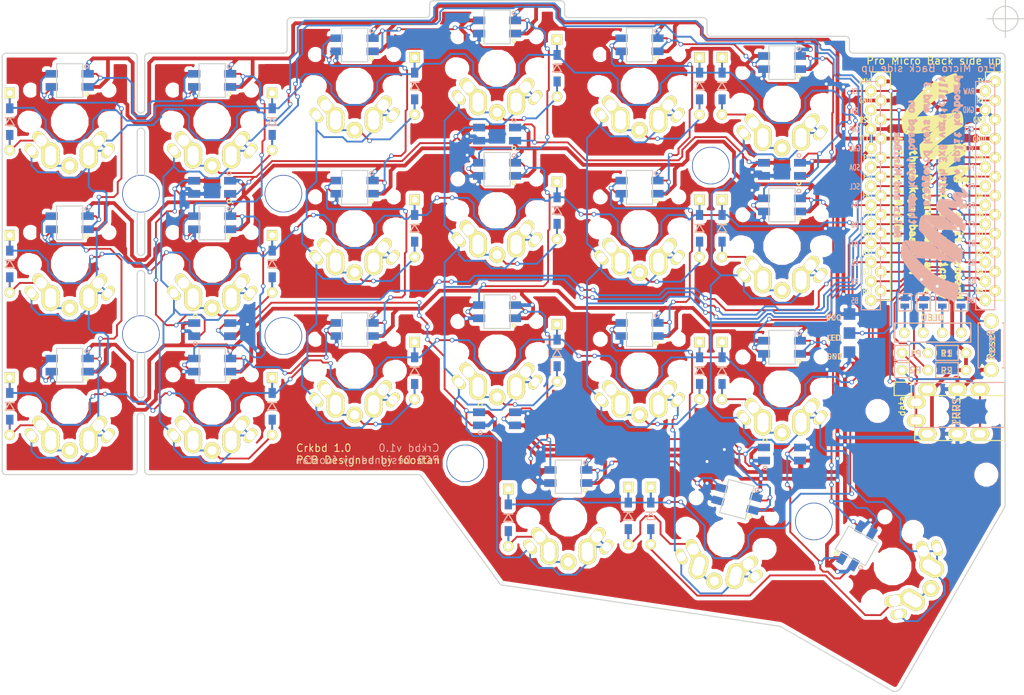
<source format=kicad_pcb>
(kicad_pcb (version 4) (host pcbnew 4.0.7)
  (title_block (title Crkbd) (date 2018/04/11) (rev 1.0) (company foostan))
  (layers (0 F.Cu signal) (31 B.Cu signal) (34 B.Paste user) (35 F.Paste user) (36 B.SilkS user) (37 F.SilkS user) (38 B.Mask user) (39 F.Mask user) (44 Edge.Cuts user))
  (net 0 "")
  (net 1 row0)
  (net 2 "Net-(D1-Pad2)")
  (net 3 row1)
  (net 4 "Net-(D2-Pad2)")
  (net 5 row2)
  (net 6 "Net-(D3-Pad2)")
  (net 7 row3)
  (net 8 "Net-(D4-Pad2)")
  (net 9 "Net-(D5-Pad2)")
  (net 10 "Net-(D6-Pad2)")
  (net 11 "Net-(D7-Pad2)")
  (net 12 "Net-(D8-Pad2)")
  (net 13 "Net-(D9-Pad2)")
  (net 14 "Net-(D10-Pad2)")
  (net 15 "Net-(D11-Pad2)")
  (net 16 "Net-(D12-Pad2)")
  (net 17 "Net-(D13-Pad2)")
  (net 18 "Net-(D14-Pad2)")
  (net 19 "Net-(D15-Pad2)")
  (net 20 "Net-(D16-Pad2)")
  (net 21 "Net-(D17-Pad2)")
  (net 22 "Net-(D18-Pad2)")
  (net 23 "Net-(D19-Pad2)")
  (net 24 "Net-(D20-Pad2)")
  (net 25 "Net-(D21-Pad2)")
  (net 26 GND)
  (net 27 VCC)
  (net 28 col0)
  (net 29 col1)
  (net 30 col2)
  (net 31 col3)
  (net 32 col4)
  (net 33 col5)
  (net 34 LED)
  (net 35 data)
  (net 36 "Net-(L1-Pad3)")
  (net 37 "Net-(L1-Pad1)")
  (net 38 "Net-(L3-Pad3)")
  (net 39 "Net-(L10-Pad1)")
  (net 40 "Net-(L11-Pad1)")
  (net 41 "Net-(L13-Pad1)")
  (net 42 "Net-(L14-Pad3)")
  (net 43 "Net-(L10-Pad3)")
  (net 44 "Net-(L12-Pad1)")
  (net 45 "Net-(L13-Pad3)")
  (net 46 "Net-(L15-Pad3)")
  (net 47 "Net-(L16-Pad3)")
  (net 48 reset)
  (net 49 SCL)
  (net 50 SDA)
  (net 51 "Net-(L5-Pad3)")
  (net 52 "Net-(U1-Pad14)")
  (net 53 "Net-(U1-Pad13)")
  (net 54 "Net-(U1-Pad12)")
  (net 55 "Net-(U1-Pad11)")
  (net 56 "Net-(J2-Pad1)")
  (net 57 "Net-(J2-Pad2)")
  (net 58 "Net-(J2-Pad3)")
  (net 59 "Net-(J2-Pad4)")
  (net 60 "Net-(L2-Pad3)")
  (net 61 "Net-(L3-Pad1)")
  (net 62 "Net-(L11-Pad3)")
  (net 63 "Net-(L14-Pad1)")
  (net 64 "Net-(L12-Pad3)")
  (net 65 "Net-(L17-Pad1)")
  (net 66 "Net-(L18-Pad3)")
  (net 67 "Net-(L19-Pad3)")
  (net 68 "Net-(J1-PadA)")
  (net 69 "Net-(J1-PadB)")
  (net 70 "Net-(U1-Pad24)")
  (net 71 "Net-(L21-Pad3)")
  (net 72 "Net-(L22-Pad3)")
  (net 73 "Net-(L22-Pad1)")
  (net 74 "Net-(L23-Pad3)")
  (net 75 "Net-(L25-Pad1)")
  (net 76 "Net-(L26-Pad1)")
  (module kbd:MX_ALPS_PG1350_noLed_1.75u (layer F.Cu) (at 179.75 136.5 240)
    (fp_text reference SW21 hide)
    (fp_text value SW_PUSH hide)
    (pad 1 thru_hole oval (at 5.1 -3.9 190) (size 2.2 1.25) (drill 1.2) (layers *.Cu *.Mask F.SilkS) (net 33 col5))
    (pad "" np_thru_hole circle (at 0 0 330) (size 4 4) (drill 4) (layers *.Cu *.Mask F.SilkS))
    (pad "" np_thru_hole circle (at -5.5 0 330) (size 1.9 1.9) (drill 1.9) (layers *.Cu *.Mask F.SilkS))
    (pad "" np_thru_hole circle (at 5.5 0 330) (size 1.9 1.9) (drill 1.9) (layers *.Cu *.Mask F.SilkS))
    (pad 1 thru_hole oval (at -5.1 -3.9 290) (size 2.2 1.25) (drill 1.2) (layers *.Cu *.Mask F.SilkS) (net 33 col5))
    (pad 2 thru_hole circle (at 0 -5.9 330) (size 2.2 2.2) (drill 1.2) (layers *.Cu *.Mask F.SilkS) (net 25 "Net-(D21-Pad2)"))
    (pad 2 thru_hole circle (at 2.54 -5.08 240) (size 2.4 2.4) (drill 1.5) (layers *.Cu *.Mask F.SilkS) (net 25 "Net-(D21-Pad2)"))
    (pad 1 thru_hole oval (at -3.81 -2.54 290) (size 2.8 1.55) (drill 1.5) (layers *.Cu *.Mask F.SilkS) (net 33 col5))
    (pad 1 thru_hole circle (at -2.54 -5.08 240) (size 2.4 2.4) (drill 1.5) (layers *.Cu *.Mask F.SilkS) (net 33 col5))
    (pad 2 thru_hole oval (at 3.81 -2.54 190) (size 2.8 1.55) (drill 1.5) (layers *.Cu *.Mask F.SilkS) (net 25 "Net-(D21-Pad2)"))
    (pad 2 thru_hole circle (at 2.54 -4.5 240) (size 2.4 2.4) (drill 1.5) (layers *.Cu *.Mask F.SilkS) (net 25 "Net-(D21-Pad2)"))
    (pad 2 thru_hole circle (at 2.54 -4 240) (size 2.4 2.4) (drill 1.5) (layers *.Cu *.Mask F.SilkS) (net 25 "Net-(D21-Pad2)"))
    (pad 1 thru_hole circle (at -2.54 -4 240) (size 2.4 2.4) (drill 1.5) (layers *.Cu *.Mask F.SilkS) (net 33 col5))
    (pad 1 thru_hole circle (at -2.54 -4.5 240) (size 2.4 2.4) (drill 1.5) (layers *.Cu *.Mask F.SilkS) (net 33 col5))
    (pad "" np_thru_hole circle (at 5.08 0 240) (size 1.7 1.7) (drill 1.7) (layers *.Cu *.Mask F.SilkS))
    (pad "" np_thru_hole circle (at -5.08 0 240) (size 1.7 1.7) (drill 1.7) (layers *.Cu *.Mask F.SilkS))
    (pad "" np_thru_hole circle (at 5.22 4.2 240) (size 1 1) (drill 1) (layers *.Cu *.Mask F.SilkS))
    (pad "" np_thru_hole circle (at -5.22 4.2 240) (size 1 1) (drill 1) (layers *.Cu *.Mask F.SilkS))
  )
  (module kbd:D3_TH_SMD (layer F.Cu) (at 62 77.125 270)
    (fp_text reference D1 hide)
    (fp_text value D hide)
    (pad 1 smd rect (at -1.775 0 270) (size 1.3 0.95) (layers F.Cu F.Paste F.Mask) (net 1 row0))
    (pad 2 smd rect (at 1.775 0 270) (size 1.3 0.95) (layers B.Cu B.Paste B.Mask) (net 2 "Net-(D1-Pad2)"))
    (pad 1 smd rect (at -1.775 0 270) (size 1.3 0.95) (layers B.Cu B.Paste B.Mask) (net 1 row0))
    (pad 1 thru_hole rect (at -3.81 0 270) (size 1.397 1.397) (drill 0.8128) (layers *.Cu *.Mask F.SilkS) (net 1 row0))
    (pad 2 thru_hole circle (at 3.81 0 270) (size 1.397 1.397) (drill 0.8128) (layers *.Cu *.Mask F.SilkS) (net 2 "Net-(D1-Pad2)"))
    (pad 2 smd rect (at 1.775 0 270) (size 1.3 0.95) (layers F.Cu F.Paste F.Mask) (net 2 "Net-(D1-Pad2)"))
  )
  (module kbd:D3_TH_SMD (layer F.Cu) (at 97 77.125 270)
    (fp_text reference D2 hide)
    (fp_text value D hide)
    (pad 1 smd rect (at -1.775 0 270) (size 1.3 0.95) (layers F.Cu F.Paste F.Mask) (net 1 row0))
    (pad 2 smd rect (at 1.775 0 270) (size 1.3 0.95) (layers B.Cu B.Paste B.Mask) (net 4 "Net-(D2-Pad2)"))
    (pad 1 smd rect (at -1.775 0 270) (size 1.3 0.95) (layers B.Cu B.Paste B.Mask) (net 1 row0))
    (pad 1 thru_hole rect (at -3.81 0 270) (size 1.397 1.397) (drill 0.8128) (layers *.Cu *.Mask F.SilkS) (net 1 row0))
    (pad 2 thru_hole circle (at 3.81 0 270) (size 1.397 1.397) (drill 0.8128) (layers *.Cu *.Mask F.SilkS) (net 4 "Net-(D2-Pad2)"))
    (pad 2 smd rect (at 1.775 0 270) (size 1.3 0.95) (layers F.Cu F.Paste F.Mask) (net 4 "Net-(D2-Pad2)"))
  )
  (module kbd:D3_TH_SMD (layer F.Cu) (at 116 72.375 270)
    (fp_text reference D3 hide)
    (fp_text value D hide)
    (pad 1 smd rect (at -1.775 0 270) (size 1.3 0.95) (layers F.Cu F.Paste F.Mask) (net 1 row0))
    (pad 2 smd rect (at 1.775 0 270) (size 1.3 0.95) (layers B.Cu B.Paste B.Mask) (net 6 "Net-(D3-Pad2)"))
    (pad 1 smd rect (at -1.775 0 270) (size 1.3 0.95) (layers B.Cu B.Paste B.Mask) (net 1 row0))
    (pad 1 thru_hole rect (at -3.81 0 270) (size 1.397 1.397) (drill 0.8128) (layers *.Cu *.Mask F.SilkS) (net 1 row0))
    (pad 2 thru_hole circle (at 3.81 0 270) (size 1.397 1.397) (drill 0.8128) (layers *.Cu *.Mask F.SilkS) (net 6 "Net-(D3-Pad2)"))
    (pad 2 smd rect (at 1.775 0 270) (size 1.3 0.95) (layers F.Cu F.Paste F.Mask) (net 6 "Net-(D3-Pad2)"))
  )
  (module kbd:D3_TH_SMD (layer F.Cu) (at 135 70 270)
    (fp_text reference D4 hide)
    (fp_text value D hide)
    (pad 1 smd rect (at -1.775 0 270) (size 1.3 0.95) (layers F.Cu F.Paste F.Mask) (net 1 row0))
    (pad 2 smd rect (at 1.775 0 270) (size 1.3 0.95) (layers B.Cu B.Paste B.Mask) (net 8 "Net-(D4-Pad2)"))
    (pad 1 smd rect (at -1.775 0 270) (size 1.3 0.95) (layers B.Cu B.Paste B.Mask) (net 1 row0))
    (pad 1 thru_hole rect (at -3.81 0 270) (size 1.397 1.397) (drill 0.8128) (layers *.Cu *.Mask F.SilkS) (net 1 row0))
    (pad 2 thru_hole circle (at 3.81 0 270) (size 1.397 1.397) (drill 0.8128) (layers *.Cu *.Mask F.SilkS) (net 8 "Net-(D4-Pad2)"))
    (pad 2 smd rect (at 1.775 0 270) (size 1.3 0.95) (layers F.Cu F.Paste F.Mask) (net 8 "Net-(D4-Pad2)"))
  )
  (module kbd:D3_TH_SMD (layer F.Cu) (at 154 72.375 270)
    (fp_text reference D5 hide)
    (fp_text value D hide)
    (pad 1 smd rect (at -1.775 0 270) (size 1.3 0.95) (layers F.Cu F.Paste F.Mask) (net 1 row0))
    (pad 2 smd rect (at 1.775 0 270) (size 1.3 0.95) (layers B.Cu B.Paste B.Mask) (net 9 "Net-(D5-Pad2)"))
    (pad 1 smd rect (at -1.775 0 270) (size 1.3 0.95) (layers B.Cu B.Paste B.Mask) (net 1 row0))
    (pad 1 thru_hole rect (at -3.81 0 270) (size 1.397 1.397) (drill 0.8128) (layers *.Cu *.Mask F.SilkS) (net 1 row0))
    (pad 2 thru_hole circle (at 3.81 0 270) (size 1.397 1.397) (drill 0.8128) (layers *.Cu *.Mask F.SilkS) (net 9 "Net-(D5-Pad2)"))
    (pad 2 smd rect (at 1.775 0 270) (size 1.3 0.95) (layers F.Cu F.Paste F.Mask) (net 9 "Net-(D5-Pad2)"))
  )
  (module kbd:D3_TH_SMD (layer F.Cu) (at 157 72.375 270)
    (fp_text reference D6 hide)
    (fp_text value D hide)
    (pad 1 smd rect (at -1.775 0 270) (size 1.3 0.95) (layers F.Cu F.Paste F.Mask) (net 1 row0))
    (pad 2 smd rect (at 1.775 0 270) (size 1.3 0.95) (layers B.Cu B.Paste B.Mask) (net 10 "Net-(D6-Pad2)"))
    (pad 1 smd rect (at -1.775 0 270) (size 1.3 0.95) (layers B.Cu B.Paste B.Mask) (net 1 row0))
    (pad 1 thru_hole rect (at -3.81 0 270) (size 1.397 1.397) (drill 0.8128) (layers *.Cu *.Mask F.SilkS) (net 1 row0))
    (pad 2 thru_hole circle (at 3.81 0 270) (size 1.397 1.397) (drill 0.8128) (layers *.Cu *.Mask F.SilkS) (net 10 "Net-(D6-Pad2)"))
    (pad 2 smd rect (at 1.775 0 270) (size 1.3 0.95) (layers F.Cu F.Paste F.Mask) (net 10 "Net-(D6-Pad2)"))
  )
  (module kbd:D3_TH_SMD (layer F.Cu) (at 62 96.125 270)
    (fp_text reference D7 hide)
    (fp_text value D hide)
    (pad 1 smd rect (at -1.775 0 270) (size 1.3 0.95) (layers F.Cu F.Paste F.Mask) (net 3 row1))
    (pad 2 smd rect (at 1.775 0 270) (size 1.3 0.95) (layers B.Cu B.Paste B.Mask) (net 11 "Net-(D7-Pad2)"))
    (pad 1 smd rect (at -1.775 0 270) (size 1.3 0.95) (layers B.Cu B.Paste B.Mask) (net 3 row1))
    (pad 1 thru_hole rect (at -3.81 0 270) (size 1.397 1.397) (drill 0.8128) (layers *.Cu *.Mask F.SilkS) (net 3 row1))
    (pad 2 thru_hole circle (at 3.81 0 270) (size 1.397 1.397) (drill 0.8128) (layers *.Cu *.Mask F.SilkS) (net 11 "Net-(D7-Pad2)"))
    (pad 2 smd rect (at 1.775 0 270) (size 1.3 0.95) (layers F.Cu F.Paste F.Mask) (net 11 "Net-(D7-Pad2)"))
  )
  (module kbd:D3_TH_SMD (layer F.Cu) (at 97 96.125 270)
    (fp_text reference D8 hide)
    (fp_text value D hide)
    (pad 1 smd rect (at -1.775 0 270) (size 1.3 0.95) (layers F.Cu F.Paste F.Mask) (net 3 row1))
    (pad 2 smd rect (at 1.775 0 270) (size 1.3 0.95) (layers B.Cu B.Paste B.Mask) (net 12 "Net-(D8-Pad2)"))
    (pad 1 smd rect (at -1.775 0 270) (size 1.3 0.95) (layers B.Cu B.Paste B.Mask) (net 3 row1))
    (pad 1 thru_hole rect (at -3.81 0 270) (size 1.397 1.397) (drill 0.8128) (layers *.Cu *.Mask F.SilkS) (net 3 row1))
    (pad 2 thru_hole circle (at 3.81 0 270) (size 1.397 1.397) (drill 0.8128) (layers *.Cu *.Mask F.SilkS) (net 12 "Net-(D8-Pad2)"))
    (pad 2 smd rect (at 1.775 0 270) (size 1.3 0.95) (layers F.Cu F.Paste F.Mask) (net 12 "Net-(D8-Pad2)"))
  )
  (module kbd:D3_TH_SMD (layer F.Cu) (at 116 91.375 270)
    (fp_text reference D9 hide)
    (fp_text value D hide)
    (pad 1 smd rect (at -1.775 0 270) (size 1.3 0.95) (layers F.Cu F.Paste F.Mask) (net 3 row1))
    (pad 2 smd rect (at 1.775 0 270) (size 1.3 0.95) (layers B.Cu B.Paste B.Mask) (net 13 "Net-(D9-Pad2)"))
    (pad 1 smd rect (at -1.775 0 270) (size 1.3 0.95) (layers B.Cu B.Paste B.Mask) (net 3 row1))
    (pad 1 thru_hole rect (at -3.81 0 270) (size 1.397 1.397) (drill 0.8128) (layers *.Cu *.Mask F.SilkS) (net 3 row1))
    (pad 2 thru_hole circle (at 3.81 0 270) (size 1.397 1.397) (drill 0.8128) (layers *.Cu *.Mask F.SilkS) (net 13 "Net-(D9-Pad2)"))
    (pad 2 smd rect (at 1.775 0 270) (size 1.3 0.95) (layers F.Cu F.Paste F.Mask) (net 13 "Net-(D9-Pad2)"))
  )
  (module kbd:D3_TH_SMD (layer F.Cu) (at 135 89 270)
    (fp_text reference D10 hide)
    (fp_text value D hide)
    (pad 1 smd rect (at -1.775 0 270) (size 1.3 0.95) (layers F.Cu F.Paste F.Mask) (net 3 row1))
    (pad 2 smd rect (at 1.775 0 270) (size 1.3 0.95) (layers B.Cu B.Paste B.Mask) (net 14 "Net-(D10-Pad2)"))
    (pad 1 smd rect (at -1.775 0 270) (size 1.3 0.95) (layers B.Cu B.Paste B.Mask) (net 3 row1))
    (pad 1 thru_hole rect (at -3.81 0 270) (size 1.397 1.397) (drill 0.8128) (layers *.Cu *.Mask F.SilkS) (net 3 row1))
    (pad 2 thru_hole circle (at 3.81 0 270) (size 1.397 1.397) (drill 0.8128) (layers *.Cu *.Mask F.SilkS) (net 14 "Net-(D10-Pad2)"))
    (pad 2 smd rect (at 1.775 0 270) (size 1.3 0.95) (layers F.Cu F.Paste F.Mask) (net 14 "Net-(D10-Pad2)"))
  )
  (module kbd:D3_TH_SMD (layer F.Cu) (at 154 91.375 270)
    (fp_text reference D11 hide)
    (fp_text value D hide)
    (pad 1 smd rect (at -1.775 0 270) (size 1.3 0.95) (layers F.Cu F.Paste F.Mask) (net 3 row1))
    (pad 2 smd rect (at 1.775 0 270) (size 1.3 0.95) (layers B.Cu B.Paste B.Mask) (net 15 "Net-(D11-Pad2)"))
    (pad 1 smd rect (at -1.775 0 270) (size 1.3 0.95) (layers B.Cu B.Paste B.Mask) (net 3 row1))
    (pad 1 thru_hole rect (at -3.81 0 270) (size 1.397 1.397) (drill 0.8128) (layers *.Cu *.Mask F.SilkS) (net 3 row1))
    (pad 2 thru_hole circle (at 3.81 0 270) (size 1.397 1.397) (drill 0.8128) (layers *.Cu *.Mask F.SilkS) (net 15 "Net-(D11-Pad2)"))
    (pad 2 smd rect (at 1.775 0 270) (size 1.3 0.95) (layers F.Cu F.Paste F.Mask) (net 15 "Net-(D11-Pad2)"))
  )
  (module kbd:D3_TH_SMD (layer F.Cu) (at 157 91.375 270)
    (fp_text reference D12 hide)
    (fp_text value D hide)
    (pad 1 smd rect (at -1.775 0 270) (size 1.3 0.95) (layers F.Cu F.Paste F.Mask) (net 3 row1))
    (pad 2 smd rect (at 1.775 0 270) (size 1.3 0.95) (layers B.Cu B.Paste B.Mask) (net 16 "Net-(D12-Pad2)"))
    (pad 1 smd rect (at -1.775 0 270) (size 1.3 0.95) (layers B.Cu B.Paste B.Mask) (net 3 row1))
    (pad 1 thru_hole rect (at -3.81 0 270) (size 1.397 1.397) (drill 0.8128) (layers *.Cu *.Mask F.SilkS) (net 3 row1))
    (pad 2 thru_hole circle (at 3.81 0 270) (size 1.397 1.397) (drill 0.8128) (layers *.Cu *.Mask F.SilkS) (net 16 "Net-(D12-Pad2)"))
    (pad 2 smd rect (at 1.775 0 270) (size 1.3 0.95) (layers F.Cu F.Paste F.Mask) (net 16 "Net-(D12-Pad2)"))
  )
  (module kbd:D3_TH_SMD (layer F.Cu) (at 62 115.125 270)
    (fp_text reference D13 hide)
    (fp_text value D hide)
    (pad 1 smd rect (at -1.775 0 270) (size 1.3 0.95) (layers F.Cu F.Paste F.Mask) (net 5 row2))
    (pad 2 smd rect (at 1.775 0 270) (size 1.3 0.95) (layers B.Cu B.Paste B.Mask) (net 17 "Net-(D13-Pad2)"))
    (pad 1 smd rect (at -1.775 0 270) (size 1.3 0.95) (layers B.Cu B.Paste B.Mask) (net 5 row2))
    (pad 1 thru_hole rect (at -3.81 0 270) (size 1.397 1.397) (drill 0.8128) (layers *.Cu *.Mask F.SilkS) (net 5 row2))
    (pad 2 thru_hole circle (at 3.81 0 270) (size 1.397 1.397) (drill 0.8128) (layers *.Cu *.Mask F.SilkS) (net 17 "Net-(D13-Pad2)"))
    (pad 2 smd rect (at 1.775 0 270) (size 1.3 0.95) (layers F.Cu F.Paste F.Mask) (net 17 "Net-(D13-Pad2)"))
  )
  (module kbd:D3_TH_SMD (layer F.Cu) (at 97 115.125 270)
    (fp_text reference D14 hide)
    (fp_text value D hide)
    (pad 1 smd rect (at -1.775 0 270) (size 1.3 0.95) (layers F.Cu F.Paste F.Mask) (net 5 row2))
    (pad 2 smd rect (at 1.775 0 270) (size 1.3 0.95) (layers B.Cu B.Paste B.Mask) (net 18 "Net-(D14-Pad2)"))
    (pad 1 smd rect (at -1.775 0 270) (size 1.3 0.95) (layers B.Cu B.Paste B.Mask) (net 5 row2))
    (pad 1 thru_hole rect (at -3.81 0 270) (size 1.397 1.397) (drill 0.8128) (layers *.Cu *.Mask F.SilkS) (net 5 row2))
    (pad 2 thru_hole circle (at 3.81 0 270) (size 1.397 1.397) (drill 0.8128) (layers *.Cu *.Mask F.SilkS) (net 18 "Net-(D14-Pad2)"))
    (pad 2 smd rect (at 1.775 0 270) (size 1.3 0.95) (layers F.Cu F.Paste F.Mask) (net 18 "Net-(D14-Pad2)"))
  )
  (module kbd:D3_TH_SMD (layer F.Cu) (at 116 110.375 270)
    (fp_text reference D15 hide)
    (fp_text value D hide)
    (pad 1 smd rect (at -1.775 0 270) (size 1.3 0.95) (layers F.Cu F.Paste F.Mask) (net 5 row2))
    (pad 2 smd rect (at 1.775 0 270) (size 1.3 0.95) (layers B.Cu B.Paste B.Mask) (net 19 "Net-(D15-Pad2)"))
    (pad 1 smd rect (at -1.775 0 270) (size 1.3 0.95) (layers B.Cu B.Paste B.Mask) (net 5 row2))
    (pad 1 thru_hole rect (at -3.81 0 270) (size 1.397 1.397) (drill 0.8128) (layers *.Cu *.Mask F.SilkS) (net 5 row2))
    (pad 2 thru_hole circle (at 3.81 0 270) (size 1.397 1.397) (drill 0.8128) (layers *.Cu *.Mask F.SilkS) (net 19 "Net-(D15-Pad2)"))
    (pad 2 smd rect (at 1.775 0 270) (size 1.3 0.95) (layers F.Cu F.Paste F.Mask) (net 19 "Net-(D15-Pad2)"))
  )
  (module kbd:D3_TH_SMD (layer F.Cu) (at 135 108 270)
    (fp_text reference D16 hide)
    (fp_text value D hide)
    (pad 1 smd rect (at -1.775 0 270) (size 1.3 0.95) (layers F.Cu F.Paste F.Mask) (net 5 row2))
    (pad 2 smd rect (at 1.775 0 270) (size 1.3 0.95) (layers B.Cu B.Paste B.Mask) (net 20 "Net-(D16-Pad2)"))
    (pad 1 smd rect (at -1.775 0 270) (size 1.3 0.95) (layers B.Cu B.Paste B.Mask) (net 5 row2))
    (pad 1 thru_hole rect (at -3.81 0 270) (size 1.397 1.397) (drill 0.8128) (layers *.Cu *.Mask F.SilkS) (net 5 row2))
    (pad 2 thru_hole circle (at 3.81 0 270) (size 1.397 1.397) (drill 0.8128) (layers *.Cu *.Mask F.SilkS) (net 20 "Net-(D16-Pad2)"))
    (pad 2 smd rect (at 1.775 0 270) (size 1.3 0.95) (layers F.Cu F.Paste F.Mask) (net 20 "Net-(D16-Pad2)"))
  )
  (module kbd:D3_TH_SMD (layer F.Cu) (at 157 110.375 270)
    (fp_text reference D18 hide)
    (fp_text value D hide)
    (pad 1 smd rect (at -1.775 0 270) (size 1.3 0.95) (layers F.Cu F.Paste F.Mask) (net 5 row2))
    (pad 2 smd rect (at 1.775 0 270) (size 1.3 0.95) (layers B.Cu B.Paste B.Mask) (net 22 "Net-(D18-Pad2)"))
    (pad 1 smd rect (at -1.775 0 270) (size 1.3 0.95) (layers B.Cu B.Paste B.Mask) (net 5 row2))
    (pad 1 thru_hole rect (at -3.81 0 270) (size 1.397 1.397) (drill 0.8128) (layers *.Cu *.Mask F.SilkS) (net 5 row2))
    (pad 2 thru_hole circle (at 3.81 0 270) (size 1.397 1.397) (drill 0.8128) (layers *.Cu *.Mask F.SilkS) (net 22 "Net-(D18-Pad2)"))
    (pad 2 smd rect (at 1.775 0 270) (size 1.3 0.95) (layers F.Cu F.Paste F.Mask) (net 22 "Net-(D18-Pad2)"))
  )
  (module kbd:D3_TH_SMD (layer F.Cu) (at 128.5 130 270)
    (fp_text reference D19 hide)
    (fp_text value D hide)
    (pad 1 smd rect (at -1.775 0 270) (size 1.3 0.95) (layers F.Cu F.Paste F.Mask) (net 7 row3))
    (pad 2 smd rect (at 1.775 0 270) (size 1.3 0.95) (layers B.Cu B.Paste B.Mask) (net 23 "Net-(D19-Pad2)"))
    (pad 1 smd rect (at -1.775 0 270) (size 1.3 0.95) (layers B.Cu B.Paste B.Mask) (net 7 row3))
    (pad 1 thru_hole rect (at -3.81 0 270) (size 1.397 1.397) (drill 0.8128) (layers *.Cu *.Mask F.SilkS) (net 7 row3))
    (pad 2 thru_hole circle (at 3.81 0 270) (size 1.397 1.397) (drill 0.8128) (layers *.Cu *.Mask F.SilkS) (net 23 "Net-(D19-Pad2)"))
    (pad 2 smd rect (at 1.775 0 270) (size 1.3 0.95) (layers F.Cu F.Paste F.Mask) (net 23 "Net-(D19-Pad2)"))
  )
  (module kbd:D3_TH_SMD (layer F.Cu) (at 144.5 129.75 270)
    (fp_text reference D20 hide)
    (fp_text value D hide)
    (pad 1 smd rect (at -1.775 0 270) (size 1.3 0.95) (layers F.Cu F.Paste F.Mask) (net 7 row3))
    (pad 2 smd rect (at 1.775 0 270) (size 1.3 0.95) (layers B.Cu B.Paste B.Mask) (net 24 "Net-(D20-Pad2)"))
    (pad 1 smd rect (at -1.775 0 270) (size 1.3 0.95) (layers B.Cu B.Paste B.Mask) (net 7 row3))
    (pad 1 thru_hole rect (at -3.81 0 270) (size 1.397 1.397) (drill 0.8128) (layers *.Cu *.Mask F.SilkS) (net 7 row3))
    (pad 2 thru_hole circle (at 3.81 0 270) (size 1.397 1.397) (drill 0.8128) (layers *.Cu *.Mask F.SilkS) (net 24 "Net-(D20-Pad2)"))
    (pad 2 smd rect (at 1.775 0 270) (size 1.3 0.95) (layers F.Cu F.Paste F.Mask) (net 24 "Net-(D20-Pad2)"))
  )
  (module kbd:D3_TH_SMD (layer F.Cu) (at 147.5 129.75 270)
    (fp_text reference D21 hide)
    (fp_text value D hide)
    (pad 1 smd rect (at -1.775 0 270) (size 1.3 0.95) (layers F.Cu F.Paste F.Mask) (net 7 row3))
    (pad 2 smd rect (at 1.775 0 270) (size 1.3 0.95) (layers B.Cu B.Paste B.Mask) (net 25 "Net-(D21-Pad2)"))
    (pad 1 smd rect (at -1.775 0 270) (size 1.3 0.95) (layers B.Cu B.Paste B.Mask) (net 7 row3))
    (pad 1 thru_hole rect (at -3.81 0 270) (size 1.397 1.397) (drill 0.8128) (layers *.Cu *.Mask F.SilkS) (net 7 row3))
    (pad 2 thru_hole circle (at 3.81 0 270) (size 1.397 1.397) (drill 0.8128) (layers *.Cu *.Mask F.SilkS) (net 25 "Net-(D21-Pad2)"))
    (pad 2 smd rect (at 1.775 0 270) (size 1.3 0.95) (layers F.Cu F.Paste F.Mask) (net 25 "Net-(D21-Pad2)"))
  )
  (module kbd:SK6812MINI_rev (layer F.Cu) (at 70 71.625)
    (fp_text reference L1 hide)
    (fp_text value SK6812MINI hide)
    (pad 4 smd rect (at 2.4 0.875) (size 1.6 1) (layers F.Cu F.Paste F.Mask) (net 27 VCC))
    (pad 3 smd rect (at 2.4 -0.875) (size 1.6 1) (layers F.Cu F.Paste F.Mask) (net 36 "Net-(L1-Pad3)"))
    (pad 1 smd rect (at -2.4 0.875) (size 1.6 1) (layers F.Cu F.Paste F.Mask) (net 37 "Net-(L1-Pad1)"))
    (pad 2 smd rect (at -2.4 -0.875) (size 1.6 1) (layers F.Cu F.Paste F.Mask) (net 26 GND))
    (pad 3 smd rect (at 2.4 0.875) (size 1.6 1) (layers B.Cu B.Paste B.Mask) (net 36 "Net-(L1-Pad3)"))
    (pad 4 smd rect (at 2.4 -0.875) (size 1.6 1) (layers B.Cu B.Paste B.Mask) (net 27 VCC))
    (pad 1 smd rect (at -2.4 -0.875) (size 1.6 1) (layers B.Cu B.Paste B.Mask) (net 37 "Net-(L1-Pad1)"))
    (pad 2 smd rect (at -2.4 0.875) (size 1.6 1) (layers B.Cu B.Paste B.Mask) (net 26 GND))
  )
  (module kbd:SK6812MINI_rev (layer F.Cu) (at 89 71.625)
    (fp_text reference L2 hide)
    (fp_text value SK6812MINI hide)
    (pad 4 smd rect (at 2.4 0.875) (size 1.6 1) (layers F.Cu F.Paste F.Mask) (net 27 VCC))
    (pad 3 smd rect (at 2.4 -0.875) (size 1.6 1) (layers F.Cu F.Paste F.Mask) (net 60 "Net-(L2-Pad3)"))
    (pad 1 smd rect (at -2.4 0.875) (size 1.6 1) (layers F.Cu F.Paste F.Mask) (net 36 "Net-(L1-Pad3)"))
    (pad 2 smd rect (at -2.4 -0.875) (size 1.6 1) (layers F.Cu F.Paste F.Mask) (net 26 GND))
    (pad 3 smd rect (at 2.4 0.875) (size 1.6 1) (layers B.Cu B.Paste B.Mask) (net 60 "Net-(L2-Pad3)"))
    (pad 4 smd rect (at 2.4 -0.875) (size 1.6 1) (layers B.Cu B.Paste B.Mask) (net 27 VCC))
    (pad 1 smd rect (at -2.4 -0.875) (size 1.6 1) (layers B.Cu B.Paste B.Mask) (net 36 "Net-(L1-Pad3)"))
    (pad 2 smd rect (at -2.4 0.875) (size 1.6 1) (layers B.Cu B.Paste B.Mask) (net 26 GND))
  )
  (module kbd:SK6812MINI_rev (layer F.Cu) (at 108 66.875)
    (fp_text reference L3 hide)
    (fp_text value SK6812MINI hide)
    (pad 4 smd rect (at 2.4 0.875) (size 1.6 1) (layers F.Cu F.Paste F.Mask) (net 27 VCC))
    (pad 3 smd rect (at 2.4 -0.875) (size 1.6 1) (layers F.Cu F.Paste F.Mask) (net 38 "Net-(L3-Pad3)"))
    (pad 1 smd rect (at -2.4 0.875) (size 1.6 1) (layers F.Cu F.Paste F.Mask) (net 61 "Net-(L3-Pad1)"))
    (pad 2 smd rect (at -2.4 -0.875) (size 1.6 1) (layers F.Cu F.Paste F.Mask) (net 26 GND))
    (pad 3 smd rect (at 2.4 0.875) (size 1.6 1) (layers B.Cu B.Paste B.Mask) (net 38 "Net-(L3-Pad3)"))
    (pad 4 smd rect (at 2.4 -0.875) (size 1.6 1) (layers B.Cu B.Paste B.Mask) (net 27 VCC))
    (pad 1 smd rect (at -2.4 -0.875) (size 1.6 1) (layers B.Cu B.Paste B.Mask) (net 61 "Net-(L3-Pad1)"))
    (pad 2 smd rect (at -2.4 0.875) (size 1.6 1) (layers B.Cu B.Paste B.Mask) (net 26 GND))
  )
  (module kbd:SK6812MINI_rev (layer F.Cu) (at 127 64.5)
    (fp_text reference L4 hide)
    (fp_text value SK6812MINI hide)
    (pad 4 smd rect (at 2.4 0.875) (size 1.6 1) (layers F.Cu F.Paste F.Mask) (net 27 VCC))
    (pad 3 smd rect (at 2.4 -0.875) (size 1.6 1) (layers F.Cu F.Paste F.Mask) (net 39 "Net-(L10-Pad1)"))
    (pad 1 smd rect (at -2.4 0.875) (size 1.6 1) (layers F.Cu F.Paste F.Mask) (net 38 "Net-(L3-Pad3)"))
    (pad 2 smd rect (at -2.4 -0.875) (size 1.6 1) (layers F.Cu F.Paste F.Mask) (net 26 GND))
    (pad 3 smd rect (at 2.4 0.875) (size 1.6 1) (layers B.Cu B.Paste B.Mask) (net 39 "Net-(L10-Pad1)"))
    (pad 4 smd rect (at 2.4 -0.875) (size 1.6 1) (layers B.Cu B.Paste B.Mask) (net 27 VCC))
    (pad 1 smd rect (at -2.4 -0.875) (size 1.6 1) (layers B.Cu B.Paste B.Mask) (net 38 "Net-(L3-Pad3)"))
    (pad 2 smd rect (at -2.4 0.875) (size 1.6 1) (layers B.Cu B.Paste B.Mask) (net 26 GND))
  )
  (module kbd:SK6812MINI_rev (layer F.Cu) (at 146 66.875)
    (fp_text reference L5 hide)
    (fp_text value SK6812MINI hide)
    (pad 4 smd rect (at 2.4 0.875) (size 1.6 1) (layers F.Cu F.Paste F.Mask) (net 27 VCC))
    (pad 3 smd rect (at 2.4 -0.875) (size 1.6 1) (layers F.Cu F.Paste F.Mask) (net 51 "Net-(L5-Pad3)"))
    (pad 1 smd rect (at -2.4 0.875) (size 1.6 1) (layers F.Cu F.Paste F.Mask) (net 62 "Net-(L11-Pad3)"))
    (pad 2 smd rect (at -2.4 -0.875) (size 1.6 1) (layers F.Cu F.Paste F.Mask) (net 26 GND))
    (pad 3 smd rect (at 2.4 0.875) (size 1.6 1) (layers B.Cu B.Paste B.Mask) (net 51 "Net-(L5-Pad3)"))
    (pad 4 smd rect (at 2.4 -0.875) (size 1.6 1) (layers B.Cu B.Paste B.Mask) (net 27 VCC))
    (pad 1 smd rect (at -2.4 -0.875) (size 1.6 1) (layers B.Cu B.Paste B.Mask) (net 62 "Net-(L11-Pad3)"))
    (pad 2 smd rect (at -2.4 0.875) (size 1.6 1) (layers B.Cu B.Paste B.Mask) (net 26 GND))
  )
  (module kbd:SK6812MINI_rev (layer F.Cu) (at 165 69.25)
    (fp_text reference L6 hide)
    (fp_text value SK6812MINI hide)
    (pad 4 smd rect (at 2.4 0.875) (size 1.6 1) (layers F.Cu F.Paste F.Mask) (net 27 VCC))
    (pad 3 smd rect (at 2.4 -0.875) (size 1.6 1) (layers F.Cu F.Paste F.Mask) (net 44 "Net-(L12-Pad1)"))
    (pad 1 smd rect (at -2.4 0.875) (size 1.6 1) (layers F.Cu F.Paste F.Mask) (net 51 "Net-(L5-Pad3)"))
    (pad 2 smd rect (at -2.4 -0.875) (size 1.6 1) (layers F.Cu F.Paste F.Mask) (net 26 GND))
    (pad 3 smd rect (at 2.4 0.875) (size 1.6 1) (layers B.Cu B.Paste B.Mask) (net 44 "Net-(L12-Pad1)"))
    (pad 4 smd rect (at 2.4 -0.875) (size 1.6 1) (layers B.Cu B.Paste B.Mask) (net 27 VCC))
    (pad 1 smd rect (at -2.4 -0.875) (size 1.6 1) (layers B.Cu B.Paste B.Mask) (net 51 "Net-(L5-Pad3)"))
    (pad 2 smd rect (at -2.4 0.875) (size 1.6 1) (layers B.Cu B.Paste B.Mask) (net 26 GND))
  )
  (module kbd:SK6812MINI_rev (layer F.Cu) (at 70 90.625)
    (fp_text reference L7 hide)
    (fp_text value SK6812MINI hide)
    (pad 4 smd rect (at 2.4 0.875) (size 1.6 1) (layers F.Cu F.Paste F.Mask) (net 27 VCC))
    (pad 3 smd rect (at 2.4 -0.875) (size 1.6 1) (layers F.Cu F.Paste F.Mask) (net 37 "Net-(L1-Pad1)"))
    (pad 1 smd rect (at -2.4 0.875) (size 1.6 1) (layers F.Cu F.Paste F.Mask) (net 45 "Net-(L13-Pad3)"))
    (pad 2 smd rect (at -2.4 -0.875) (size 1.6 1) (layers F.Cu F.Paste F.Mask) (net 26 GND))
    (pad 3 smd rect (at 2.4 0.875) (size 1.6 1) (layers B.Cu B.Paste B.Mask) (net 37 "Net-(L1-Pad1)"))
    (pad 4 smd rect (at 2.4 -0.875) (size 1.6 1) (layers B.Cu B.Paste B.Mask) (net 27 VCC))
    (pad 1 smd rect (at -2.4 -0.875) (size 1.6 1) (layers B.Cu B.Paste B.Mask) (net 45 "Net-(L13-Pad3)"))
    (pad 2 smd rect (at -2.4 0.875) (size 1.6 1) (layers B.Cu B.Paste B.Mask) (net 26 GND))
  )
  (module kbd:SK6812MINI_rev (layer F.Cu) (at 89 90.625)
    (fp_text reference L8 hide)
    (fp_text value SK6812MINI hide)
    (pad 4 smd rect (at 2.4 0.875) (size 1.6 1) (layers F.Cu F.Paste F.Mask) (net 27 VCC))
    (pad 3 smd rect (at 2.4 -0.875) (size 1.6 1) (layers F.Cu F.Paste F.Mask) (net 63 "Net-(L14-Pad1)"))
    (pad 1 smd rect (at -2.4 0.875) (size 1.6 1) (layers F.Cu F.Paste F.Mask) (net 60 "Net-(L2-Pad3)"))
    (pad 2 smd rect (at -2.4 -0.875) (size 1.6 1) (layers F.Cu F.Paste F.Mask) (net 26 GND))
    (pad 3 smd rect (at 2.4 0.875) (size 1.6 1) (layers B.Cu B.Paste B.Mask) (net 63 "Net-(L14-Pad1)"))
    (pad 4 smd rect (at 2.4 -0.875) (size 1.6 1) (layers B.Cu B.Paste B.Mask) (net 27 VCC))
    (pad 1 smd rect (at -2.4 -0.875) (size 1.6 1) (layers B.Cu B.Paste B.Mask) (net 60 "Net-(L2-Pad3)"))
    (pad 2 smd rect (at -2.4 0.875) (size 1.6 1) (layers B.Cu B.Paste B.Mask) (net 26 GND))
  )
  (module kbd:SK6812MINI_rev (layer F.Cu) (at 108 85.875)
    (fp_text reference L9 hide)
    (fp_text value SK6812MINI hide)
    (pad 4 smd rect (at 2.4 0.875) (size 1.6 1) (layers F.Cu F.Paste F.Mask) (net 27 VCC))
    (pad 3 smd rect (at 2.4 -0.875) (size 1.6 1) (layers F.Cu F.Paste F.Mask) (net 61 "Net-(L3-Pad1)"))
    (pad 1 smd rect (at -2.4 0.875) (size 1.6 1) (layers F.Cu F.Paste F.Mask) (net 46 "Net-(L15-Pad3)"))
    (pad 2 smd rect (at -2.4 -0.875) (size 1.6 1) (layers F.Cu F.Paste F.Mask) (net 26 GND))
    (pad 3 smd rect (at 2.4 0.875) (size 1.6 1) (layers B.Cu B.Paste B.Mask) (net 61 "Net-(L3-Pad1)"))
    (pad 4 smd rect (at 2.4 -0.875) (size 1.6 1) (layers B.Cu B.Paste B.Mask) (net 27 VCC))
    (pad 1 smd rect (at -2.4 -0.875) (size 1.6 1) (layers B.Cu B.Paste B.Mask) (net 46 "Net-(L15-Pad3)"))
    (pad 2 smd rect (at -2.4 0.875) (size 1.6 1) (layers B.Cu B.Paste B.Mask) (net 26 GND))
  )
  (module kbd:SK6812MINI_rev (layer F.Cu) (at 127 83.5)
    (fp_text reference L10 hide)
    (fp_text value SK6812MINI hide)
    (pad 4 smd rect (at 2.4 0.875) (size 1.6 1) (layers F.Cu F.Paste F.Mask) (net 27 VCC))
    (pad 3 smd rect (at 2.4 -0.875) (size 1.6 1) (layers F.Cu F.Paste F.Mask) (net 43 "Net-(L10-Pad3)"))
    (pad 1 smd rect (at -2.4 0.875) (size 1.6 1) (layers F.Cu F.Paste F.Mask) (net 39 "Net-(L10-Pad1)"))
    (pad 2 smd rect (at -2.4 -0.875) (size 1.6 1) (layers F.Cu F.Paste F.Mask) (net 26 GND))
    (pad 3 smd rect (at 2.4 0.875) (size 1.6 1) (layers B.Cu B.Paste B.Mask) (net 43 "Net-(L10-Pad3)"))
    (pad 4 smd rect (at 2.4 -0.875) (size 1.6 1) (layers B.Cu B.Paste B.Mask) (net 27 VCC))
    (pad 1 smd rect (at -2.4 -0.875) (size 1.6 1) (layers B.Cu B.Paste B.Mask) (net 39 "Net-(L10-Pad1)"))
    (pad 2 smd rect (at -2.4 0.875) (size 1.6 1) (layers B.Cu B.Paste B.Mask) (net 26 GND))
  )
  (module kbd:SK6812MINI_rev (layer F.Cu) (at 146 85.875)
    (fp_text reference L11 hide)
    (fp_text value SK6812MINI hide)
    (pad 4 smd rect (at 2.4 0.875) (size 1.6 1) (layers F.Cu F.Paste F.Mask) (net 27 VCC))
    (pad 3 smd rect (at 2.4 -0.875) (size 1.6 1) (layers F.Cu F.Paste F.Mask) (net 62 "Net-(L11-Pad3)"))
    (pad 1 smd rect (at -2.4 0.875) (size 1.6 1) (layers F.Cu F.Paste F.Mask) (net 40 "Net-(L11-Pad1)"))
    (pad 2 smd rect (at -2.4 -0.875) (size 1.6 1) (layers F.Cu F.Paste F.Mask) (net 26 GND))
    (pad 3 smd rect (at 2.4 0.875) (size 1.6 1) (layers B.Cu B.Paste B.Mask) (net 62 "Net-(L11-Pad3)"))
    (pad 4 smd rect (at 2.4 -0.875) (size 1.6 1) (layers B.Cu B.Paste B.Mask) (net 27 VCC))
    (pad 1 smd rect (at -2.4 -0.875) (size 1.6 1) (layers B.Cu B.Paste B.Mask) (net 40 "Net-(L11-Pad1)"))
    (pad 2 smd rect (at -2.4 0.875) (size 1.6 1) (layers B.Cu B.Paste B.Mask) (net 26 GND))
  )
  (module kbd:SK6812MINI_rev (layer F.Cu) (at 165 88.25)
    (fp_text reference L12 hide)
    (fp_text value SK6812MINI hide)
    (pad 4 smd rect (at 2.4 0.875) (size 1.6 1) (layers F.Cu F.Paste F.Mask) (net 27 VCC))
    (pad 3 smd rect (at 2.4 -0.875) (size 1.6 1) (layers F.Cu F.Paste F.Mask) (net 64 "Net-(L12-Pad3)"))
    (pad 1 smd rect (at -2.4 0.875) (size 1.6 1) (layers F.Cu F.Paste F.Mask) (net 44 "Net-(L12-Pad1)"))
    (pad 2 smd rect (at -2.4 -0.875) (size 1.6 1) (layers F.Cu F.Paste F.Mask) (net 26 GND))
    (pad 3 smd rect (at 2.4 0.875) (size 1.6 1) (layers B.Cu B.Paste B.Mask) (net 64 "Net-(L12-Pad3)"))
    (pad 4 smd rect (at 2.4 -0.875) (size 1.6 1) (layers B.Cu B.Paste B.Mask) (net 27 VCC))
    (pad 1 smd rect (at -2.4 -0.875) (size 1.6 1) (layers B.Cu B.Paste B.Mask) (net 44 "Net-(L12-Pad1)"))
    (pad 2 smd rect (at -2.4 0.875) (size 1.6 1) (layers B.Cu B.Paste B.Mask) (net 26 GND))
  )
  (module kbd:SK6812MINI_rev (layer F.Cu) (at 70 109.625)
    (fp_text reference L13 hide)
    (fp_text value SK6812MINI hide)
    (pad 4 smd rect (at 2.4 0.875) (size 1.6 1) (layers F.Cu F.Paste F.Mask) (net 27 VCC))
    (pad 3 smd rect (at 2.4 -0.875) (size 1.6 1) (layers F.Cu F.Paste F.Mask) (net 45 "Net-(L13-Pad3)"))
    (pad 1 smd rect (at -2.4 0.875) (size 1.6 1) (layers F.Cu F.Paste F.Mask) (net 41 "Net-(L13-Pad1)"))
    (pad 2 smd rect (at -2.4 -0.875) (size 1.6 1) (layers F.Cu F.Paste F.Mask) (net 26 GND))
    (pad 3 smd rect (at 2.4 0.875) (size 1.6 1) (layers B.Cu B.Paste B.Mask) (net 45 "Net-(L13-Pad3)"))
    (pad 4 smd rect (at 2.4 -0.875) (size 1.6 1) (layers B.Cu B.Paste B.Mask) (net 27 VCC))
    (pad 1 smd rect (at -2.4 -0.875) (size 1.6 1) (layers B.Cu B.Paste B.Mask) (net 41 "Net-(L13-Pad1)"))
    (pad 2 smd rect (at -2.4 0.875) (size 1.6 1) (layers B.Cu B.Paste B.Mask) (net 26 GND))
  )
  (module kbd:SK6812MINI_rev (layer F.Cu) (at 89 109.625)
    (fp_text reference L14 hide)
    (fp_text value SK6812MINI hide)
    (pad 4 smd rect (at 2.4 0.875) (size 1.6 1) (layers F.Cu F.Paste F.Mask) (net 27 VCC))
    (pad 3 smd rect (at 2.4 -0.875) (size 1.6 1) (layers F.Cu F.Paste F.Mask) (net 42 "Net-(L14-Pad3)"))
    (pad 1 smd rect (at -2.4 0.875) (size 1.6 1) (layers F.Cu F.Paste F.Mask) (net 63 "Net-(L14-Pad1)"))
    (pad 2 smd rect (at -2.4 -0.875) (size 1.6 1) (layers F.Cu F.Paste F.Mask) (net 26 GND))
    (pad 3 smd rect (at 2.4 0.875) (size 1.6 1) (layers B.Cu B.Paste B.Mask) (net 42 "Net-(L14-Pad3)"))
    (pad 4 smd rect (at 2.4 -0.875) (size 1.6 1) (layers B.Cu B.Paste B.Mask) (net 27 VCC))
    (pad 1 smd rect (at -2.4 -0.875) (size 1.6 1) (layers B.Cu B.Paste B.Mask) (net 63 "Net-(L14-Pad1)"))
    (pad 2 smd rect (at -2.4 0.875) (size 1.6 1) (layers B.Cu B.Paste B.Mask) (net 26 GND))
  )
  (module kbd:SK6812MINI_rev (layer F.Cu) (at 108 104.875)
    (fp_text reference L15 hide)
    (fp_text value SK6812MINI hide)
    (pad 4 smd rect (at 2.4 0.875) (size 1.6 1) (layers F.Cu F.Paste F.Mask) (net 27 VCC))
    (pad 3 smd rect (at 2.4 -0.875) (size 1.6 1) (layers F.Cu F.Paste F.Mask) (net 46 "Net-(L15-Pad3)"))
    (pad 1 smd rect (at -2.4 0.875) (size 1.6 1) (layers F.Cu F.Paste F.Mask) (net 42 "Net-(L14-Pad3)"))
    (pad 2 smd rect (at -2.4 -0.875) (size 1.6 1) (layers F.Cu F.Paste F.Mask) (net 26 GND))
    (pad 3 smd rect (at 2.4 0.875) (size 1.6 1) (layers B.Cu B.Paste B.Mask) (net 46 "Net-(L15-Pad3)"))
    (pad 4 smd rect (at 2.4 -0.875) (size 1.6 1) (layers B.Cu B.Paste B.Mask) (net 27 VCC))
    (pad 1 smd rect (at -2.4 -0.875) (size 1.6 1) (layers B.Cu B.Paste B.Mask) (net 42 "Net-(L14-Pad3)"))
    (pad 2 smd rect (at -2.4 0.875) (size 1.6 1) (layers B.Cu B.Paste B.Mask) (net 26 GND))
  )
  (module kbd:SK6812MINI_rev (layer F.Cu) (at 127 102.5)
    (fp_text reference L16 hide)
    (fp_text value SK6812MINI hide)
    (pad 4 smd rect (at 2.4 0.875) (size 1.6 1) (layers F.Cu F.Paste F.Mask) (net 27 VCC))
    (pad 3 smd rect (at 2.4 -0.875) (size 1.6 1) (layers F.Cu F.Paste F.Mask) (net 47 "Net-(L16-Pad3)"))
    (pad 1 smd rect (at -2.4 0.875) (size 1.6 1) (layers F.Cu F.Paste F.Mask) (net 43 "Net-(L10-Pad3)"))
    (pad 2 smd rect (at -2.4 -0.875) (size 1.6 1) (layers F.Cu F.Paste F.Mask) (net 26 GND))
    (pad 3 smd rect (at 2.4 0.875) (size 1.6 1) (layers B.Cu B.Paste B.Mask) (net 47 "Net-(L16-Pad3)"))
    (pad 4 smd rect (at 2.4 -0.875) (size 1.6 1) (layers B.Cu B.Paste B.Mask) (net 27 VCC))
    (pad 1 smd rect (at -2.4 -0.875) (size 1.6 1) (layers B.Cu B.Paste B.Mask) (net 43 "Net-(L10-Pad3)"))
    (pad 2 smd rect (at -2.4 0.875) (size 1.6 1) (layers B.Cu B.Paste B.Mask) (net 26 GND))
  )
  (module kbd:SK6812MINI_rev (layer F.Cu) (at 146 104.875)
    (fp_text reference L17 hide)
    (fp_text value SK6812MINI hide)
    (pad 4 smd rect (at 2.4 0.875) (size 1.6 1) (layers F.Cu F.Paste F.Mask) (net 27 VCC))
    (pad 3 smd rect (at 2.4 -0.875) (size 1.6 1) (layers F.Cu F.Paste F.Mask) (net 40 "Net-(L11-Pad1)"))
    (pad 1 smd rect (at -2.4 0.875) (size 1.6 1) (layers F.Cu F.Paste F.Mask) (net 65 "Net-(L17-Pad1)"))
    (pad 2 smd rect (at -2.4 -0.875) (size 1.6 1) (layers F.Cu F.Paste F.Mask) (net 26 GND))
    (pad 3 smd rect (at 2.4 0.875) (size 1.6 1) (layers B.Cu B.Paste B.Mask) (net 40 "Net-(L11-Pad1)"))
    (pad 4 smd rect (at 2.4 -0.875) (size 1.6 1) (layers B.Cu B.Paste B.Mask) (net 27 VCC))
    (pad 1 smd rect (at -2.4 -0.875) (size 1.6 1) (layers B.Cu B.Paste B.Mask) (net 65 "Net-(L17-Pad1)"))
    (pad 2 smd rect (at -2.4 0.875) (size 1.6 1) (layers B.Cu B.Paste B.Mask) (net 26 GND))
  )
  (module kbd:SK6812MINI_rev (layer F.Cu) (at 165 107.25)
    (fp_text reference L18 hide)
    (fp_text value SK6812MINI hide)
    (pad 4 smd rect (at 2.4 0.875) (size 1.6 1) (layers F.Cu F.Paste F.Mask) (net 27 VCC))
    (pad 3 smd rect (at 2.4 -0.875) (size 1.6 1) (layers F.Cu F.Paste F.Mask) (net 66 "Net-(L18-Pad3)"))
    (pad 1 smd rect (at -2.4 0.875) (size 1.6 1) (layers F.Cu F.Paste F.Mask) (net 64 "Net-(L12-Pad3)"))
    (pad 2 smd rect (at -2.4 -0.875) (size 1.6 1) (layers F.Cu F.Paste F.Mask) (net 26 GND))
    (pad 3 smd rect (at 2.4 0.875) (size 1.6 1) (layers B.Cu B.Paste B.Mask) (net 66 "Net-(L18-Pad3)"))
    (pad 4 smd rect (at 2.4 -0.875) (size 1.6 1) (layers B.Cu B.Paste B.Mask) (net 27 VCC))
    (pad 1 smd rect (at -2.4 -0.875) (size 1.6 1) (layers B.Cu B.Paste B.Mask) (net 64 "Net-(L12-Pad3)"))
    (pad 2 smd rect (at -2.4 0.875) (size 1.6 1) (layers B.Cu B.Paste B.Mask) (net 26 GND))
  )
  (module kbd:SK6812MINI_rev (layer F.Cu) (at 136.5 124.5)
    (fp_text reference L19 hide)
    (fp_text value SK6812MINI hide)
    (pad 4 smd rect (at 2.4 0.875) (size 1.6 1) (layers F.Cu F.Paste F.Mask) (net 27 VCC))
    (pad 3 smd rect (at 2.4 -0.875) (size 1.6 1) (layers F.Cu F.Paste F.Mask) (net 67 "Net-(L19-Pad3)"))
    (pad 1 smd rect (at -2.4 0.875) (size 1.6 1) (layers F.Cu F.Paste F.Mask) (net 47 "Net-(L16-Pad3)"))
    (pad 2 smd rect (at -2.4 -0.875) (size 1.6 1) (layers F.Cu F.Paste F.Mask) (net 26 GND))
    (pad 3 smd rect (at 2.4 0.875) (size 1.6 1) (layers B.Cu B.Paste B.Mask) (net 67 "Net-(L19-Pad3)"))
    (pad 4 smd rect (at 2.4 -0.875) (size 1.6 1) (layers B.Cu B.Paste B.Mask) (net 27 VCC))
    (pad 1 smd rect (at -2.4 -0.875) (size 1.6 1) (layers B.Cu B.Paste B.Mask) (net 47 "Net-(L16-Pad3)"))
    (pad 2 smd rect (at -2.4 0.875) (size 1.6 1) (layers B.Cu B.Paste B.Mask) (net 26 GND))
  )
  (module kbd:SK6812MINI_rev (layer F.Cu) (at 159 127.5 345)
    (fp_text reference L20 hide)
    (fp_text value SK6812MINI hide)
    (pad 4 smd rect (at 2.4 0.875 345) (size 1.6 1) (layers F.Cu F.Paste F.Mask) (net 27 VCC))
    (pad 3 smd rect (at 2.4 -0.875 345) (size 1.6 1) (layers F.Cu F.Paste F.Mask) (net 65 "Net-(L17-Pad1)"))
    (pad 1 smd rect (at -2.4 0.875 345) (size 1.6 1) (layers F.Cu F.Paste F.Mask) (net 67 "Net-(L19-Pad3)"))
    (pad 2 smd rect (at -2.4 -0.875 345) (size 1.6 1) (layers F.Cu F.Paste F.Mask) (net 26 GND))
    (pad 3 smd rect (at 2.4 0.875 345) (size 1.6 1) (layers B.Cu B.Paste B.Mask) (net 65 "Net-(L17-Pad1)"))
    (pad 4 smd rect (at 2.4 -0.875 345) (size 1.6 1) (layers B.Cu B.Paste B.Mask) (net 27 VCC))
    (pad 1 smd rect (at -2.4 -0.875 345) (size 1.6 1) (layers B.Cu B.Paste B.Mask) (net 67 "Net-(L19-Pad3)"))
    (pad 2 smd rect (at -2.4 0.875 345) (size 1.6 1) (layers B.Cu B.Paste B.Mask) (net 26 GND))
  )
  (module kbd:SK6812MINI_rev (layer F.Cu) (at 175 133.75 240)
    (fp_text reference L21 hide)
    (fp_text value SK6812MINI hide)
    (pad 4 smd rect (at 2.4 0.875 240) (size 1.6 1) (layers F.Cu F.Paste F.Mask) (net 27 VCC))
    (pad 3 smd rect (at 2.4 -0.875 240) (size 1.6 1) (layers F.Cu F.Paste F.Mask) (net 71 "Net-(L21-Pad3)"))
    (pad 1 smd rect (at -2.4 0.875 240) (size 1.6 1) (layers F.Cu F.Paste F.Mask) (net 66 "Net-(L18-Pad3)"))
    (pad 2 smd rect (at -2.4 -0.875 240) (size 1.6 1) (layers F.Cu F.Paste F.Mask) (net 26 GND))
    (pad 3 smd rect (at 2.4 0.875 240) (size 1.6 1) (layers B.Cu B.Paste B.Mask) (net 71 "Net-(L21-Pad3)"))
    (pad 4 smd rect (at 2.4 -0.875 240) (size 1.6 1) (layers B.Cu B.Paste B.Mask) (net 27 VCC))
    (pad 1 smd rect (at -2.4 -0.875 240) (size 1.6 1) (layers B.Cu B.Paste B.Mask) (net 66 "Net-(L18-Pad3)"))
    (pad 2 smd rect (at -2.4 0.875 240) (size 1.6 1) (layers B.Cu B.Paste B.Mask) (net 26 GND))
  )
  (module kbd:MX_ALPS_PG1350_noLed (layer F.Cu) (at 70 77.125 180)
    (fp_text reference SW1 hide)
    (fp_text value SW_PUSH hide)
    (pad 1 thru_hole oval (at 5.1 -3.9 130) (size 2.2 1.25) (drill 1.2) (layers *.Cu *.Mask F.SilkS) (net 28 col0))
    (pad "" np_thru_hole circle (at 0 0 270) (size 4 4) (drill 4) (layers *.Cu *.Mask F.SilkS))
    (pad "" np_thru_hole circle (at -5.5 0 270) (size 1.9 1.9) (drill 1.9) (layers *.Cu *.Mask F.SilkS))
    (pad "" np_thru_hole circle (at 5.5 0 270) (size 1.9 1.9) (drill 1.9) (layers *.Cu *.Mask F.SilkS))
    (pad 1 thru_hole oval (at -5.1 -3.9 230) (size 2.2 1.25) (drill 1.2) (layers *.Cu *.Mask F.SilkS) (net 28 col0))
    (pad 2 thru_hole circle (at 0 -5.9 270) (size 2.2 2.2) (drill 1.2) (layers *.Cu *.Mask F.SilkS) (net 2 "Net-(D1-Pad2)"))
    (pad 2 thru_hole circle (at 2.54 -5.08 180) (size 2.4 2.4) (drill 1.5) (layers *.Cu *.Mask F.SilkS) (net 2 "Net-(D1-Pad2)"))
    (pad 1 thru_hole oval (at -3.81 -2.54 230) (size 2.8 1.55) (drill 1.5) (layers *.Cu *.Mask F.SilkS) (net 28 col0))
    (pad 1 thru_hole circle (at -2.54 -5.08 180) (size 2.4 2.4) (drill 1.5) (layers *.Cu *.Mask F.SilkS) (net 28 col0))
    (pad 2 thru_hole oval (at 3.81 -2.54 130) (size 2.8 1.55) (drill 1.5) (layers *.Cu *.Mask F.SilkS) (net 2 "Net-(D1-Pad2)"))
    (pad 2 thru_hole circle (at 2.54 -4.5 180) (size 2.4 2.4) (drill 1.5) (layers *.Cu *.Mask F.SilkS) (net 2 "Net-(D1-Pad2)"))
    (pad 2 thru_hole circle (at 2.54 -4 180) (size 2.4 2.4) (drill 1.5) (layers *.Cu *.Mask F.SilkS) (net 2 "Net-(D1-Pad2)"))
    (pad 1 thru_hole circle (at -2.54 -4 180) (size 2.4 2.4) (drill 1.5) (layers *.Cu *.Mask F.SilkS) (net 28 col0))
    (pad 1 thru_hole circle (at -2.54 -4.5 180) (size 2.4 2.4) (drill 1.5) (layers *.Cu *.Mask F.SilkS) (net 28 col0))
    (pad "" np_thru_hole circle (at 5.08 0 180) (size 1.7 1.7) (drill 1.7) (layers *.Cu *.Mask F.SilkS))
    (pad "" np_thru_hole circle (at -5.08 0 180) (size 1.7 1.7) (drill 1.7) (layers *.Cu *.Mask F.SilkS))
    (pad "" np_thru_hole circle (at 5.22 4.2 180) (size 1 1) (drill 1) (layers *.Cu *.Mask F.SilkS))
    (pad "" np_thru_hole circle (at -5.22 4.2 180) (size 1 1) (drill 1) (layers *.Cu *.Mask F.SilkS))
  )
  (module kbd:MX_ALPS_PG1350_noLed (layer F.Cu) (at 89 77.125 180)
    (fp_text reference SW2 hide)
    (fp_text value SW_PUSH hide)
    (pad 1 thru_hole oval (at 5.1 -3.9 130) (size 2.2 1.25) (drill 1.2) (layers *.Cu *.Mask F.SilkS) (net 29 col1))
    (pad "" np_thru_hole circle (at 0 0 270) (size 4 4) (drill 4) (layers *.Cu *.Mask F.SilkS))
    (pad "" np_thru_hole circle (at -5.5 0 270) (size 1.9 1.9) (drill 1.9) (layers *.Cu *.Mask F.SilkS))
    (pad "" np_thru_hole circle (at 5.5 0 270) (size 1.9 1.9) (drill 1.9) (layers *.Cu *.Mask F.SilkS))
    (pad 1 thru_hole oval (at -5.1 -3.9 230) (size 2.2 1.25) (drill 1.2) (layers *.Cu *.Mask F.SilkS) (net 29 col1))
    (pad 2 thru_hole circle (at 0 -5.9 270) (size 2.2 2.2) (drill 1.2) (layers *.Cu *.Mask F.SilkS) (net 4 "Net-(D2-Pad2)"))
    (pad 2 thru_hole circle (at 2.54 -5.08 180) (size 2.4 2.4) (drill 1.5) (layers *.Cu *.Mask F.SilkS) (net 4 "Net-(D2-Pad2)"))
    (pad 1 thru_hole oval (at -3.81 -2.54 230) (size 2.8 1.55) (drill 1.5) (layers *.Cu *.Mask F.SilkS) (net 29 col1))
    (pad 1 thru_hole circle (at -2.54 -5.08 180) (size 2.4 2.4) (drill 1.5) (layers *.Cu *.Mask F.SilkS) (net 29 col1))
    (pad 2 thru_hole oval (at 3.81 -2.54 130) (size 2.8 1.55) (drill 1.5) (layers *.Cu *.Mask F.SilkS) (net 4 "Net-(D2-Pad2)"))
    (pad 2 thru_hole circle (at 2.54 -4.5 180) (size 2.4 2.4) (drill 1.5) (layers *.Cu *.Mask F.SilkS) (net 4 "Net-(D2-Pad2)"))
    (pad 2 thru_hole circle (at 2.54 -4 180) (size 2.4 2.4) (drill 1.5) (layers *.Cu *.Mask F.SilkS) (net 4 "Net-(D2-Pad2)"))
    (pad 1 thru_hole circle (at -2.54 -4 180) (size 2.4 2.4) (drill 1.5) (layers *.Cu *.Mask F.SilkS) (net 29 col1))
    (pad 1 thru_hole circle (at -2.54 -4.5 180) (size 2.4 2.4) (drill 1.5) (layers *.Cu *.Mask F.SilkS) (net 29 col1))
    (pad "" np_thru_hole circle (at 5.08 0 180) (size 1.7 1.7) (drill 1.7) (layers *.Cu *.Mask F.SilkS))
    (pad "" np_thru_hole circle (at -5.08 0 180) (size 1.7 1.7) (drill 1.7) (layers *.Cu *.Mask F.SilkS))
    (pad "" np_thru_hole circle (at 5.22 4.2 180) (size 1 1) (drill 1) (layers *.Cu *.Mask F.SilkS))
    (pad "" np_thru_hole circle (at -5.22 4.2 180) (size 1 1) (drill 1) (layers *.Cu *.Mask F.SilkS))
  )
  (module kbd:MX_ALPS_PG1350_noLed (layer F.Cu) (at 108 72.375 180)
    (fp_text reference SW3 hide)
    (fp_text value SW_PUSH hide)
    (pad 1 thru_hole oval (at 5.1 -3.9 130) (size 2.2 1.25) (drill 1.2) (layers *.Cu *.Mask F.SilkS) (net 30 col2))
    (pad "" np_thru_hole circle (at 0 0 270) (size 4 4) (drill 4) (layers *.Cu *.Mask F.SilkS))
    (pad "" np_thru_hole circle (at -5.5 0 270) (size 1.9 1.9) (drill 1.9) (layers *.Cu *.Mask F.SilkS))
    (pad "" np_thru_hole circle (at 5.5 0 270) (size 1.9 1.9) (drill 1.9) (layers *.Cu *.Mask F.SilkS))
    (pad 1 thru_hole oval (at -5.1 -3.9 230) (size 2.2 1.25) (drill 1.2) (layers *.Cu *.Mask F.SilkS) (net 30 col2))
    (pad 2 thru_hole circle (at 0 -5.9 270) (size 2.2 2.2) (drill 1.2) (layers *.Cu *.Mask F.SilkS) (net 6 "Net-(D3-Pad2)"))
    (pad 2 thru_hole circle (at 2.54 -5.08 180) (size 2.4 2.4) (drill 1.5) (layers *.Cu *.Mask F.SilkS) (net 6 "Net-(D3-Pad2)"))
    (pad 1 thru_hole oval (at -3.81 -2.54 230) (size 2.8 1.55) (drill 1.5) (layers *.Cu *.Mask F.SilkS) (net 30 col2))
    (pad 1 thru_hole circle (at -2.54 -5.08 180) (size 2.4 2.4) (drill 1.5) (layers *.Cu *.Mask F.SilkS) (net 30 col2))
    (pad 2 thru_hole oval (at 3.81 -2.54 130) (size 2.8 1.55) (drill 1.5) (layers *.Cu *.Mask F.SilkS) (net 6 "Net-(D3-Pad2)"))
    (pad 2 thru_hole circle (at 2.54 -4.5 180) (size 2.4 2.4) (drill 1.5) (layers *.Cu *.Mask F.SilkS) (net 6 "Net-(D3-Pad2)"))
    (pad 2 thru_hole circle (at 2.54 -4 180) (size 2.4 2.4) (drill 1.5) (layers *.Cu *.Mask F.SilkS) (net 6 "Net-(D3-Pad2)"))
    (pad 1 thru_hole circle (at -2.54 -4 180) (size 2.4 2.4) (drill 1.5) (layers *.Cu *.Mask F.SilkS) (net 30 col2))
    (pad 1 thru_hole circle (at -2.54 -4.5 180) (size 2.4 2.4) (drill 1.5) (layers *.Cu *.Mask F.SilkS) (net 30 col2))
    (pad "" np_thru_hole circle (at 5.08 0 180) (size 1.7 1.7) (drill 1.7) (layers *.Cu *.Mask F.SilkS))
    (pad "" np_thru_hole circle (at -5.08 0 180) (size 1.7 1.7) (drill 1.7) (layers *.Cu *.Mask F.SilkS))
    (pad "" np_thru_hole circle (at 5.22 4.2 180) (size 1 1) (drill 1) (layers *.Cu *.Mask F.SilkS))
    (pad "" np_thru_hole circle (at -5.22 4.2 180) (size 1 1) (drill 1) (layers *.Cu *.Mask F.SilkS))
  )
  (module kbd:MX_ALPS_PG1350_noLed (layer F.Cu) (at 127 70 180)
    (fp_text reference SW4 hide)
    (fp_text value SW_PUSH hide)
    (pad 1 thru_hole oval (at 5.1 -3.9 130) (size 2.2 1.25) (drill 1.2) (layers *.Cu *.Mask F.SilkS) (net 31 col3))
    (pad "" np_thru_hole circle (at 0 0 270) (size 4 4) (drill 4) (layers *.Cu *.Mask F.SilkS))
    (pad "" np_thru_hole circle (at -5.5 0 270) (size 1.9 1.9) (drill 1.9) (layers *.Cu *.Mask F.SilkS))
    (pad "" np_thru_hole circle (at 5.5 0 270) (size 1.9 1.9) (drill 1.9) (layers *.Cu *.Mask F.SilkS))
    (pad 1 thru_hole oval (at -5.1 -3.9 230) (size 2.2 1.25) (drill 1.2) (layers *.Cu *.Mask F.SilkS) (net 31 col3))
    (pad 2 thru_hole circle (at 0 -5.9 270) (size 2.2 2.2) (drill 1.2) (layers *.Cu *.Mask F.SilkS) (net 8 "Net-(D4-Pad2)"))
    (pad 2 thru_hole circle (at 2.54 -5.08 180) (size 2.4 2.4) (drill 1.5) (layers *.Cu *.Mask F.SilkS) (net 8 "Net-(D4-Pad2)"))
    (pad 1 thru_hole oval (at -3.81 -2.54 230) (size 2.8 1.55) (drill 1.5) (layers *.Cu *.Mask F.SilkS) (net 31 col3))
    (pad 1 thru_hole circle (at -2.54 -5.08 180) (size 2.4 2.4) (drill 1.5) (layers *.Cu *.Mask F.SilkS) (net 31 col3))
    (pad 2 thru_hole oval (at 3.81 -2.54 130) (size 2.8 1.55) (drill 1.5) (layers *.Cu *.Mask F.SilkS) (net 8 "Net-(D4-Pad2)"))
    (pad 2 thru_hole circle (at 2.54 -4.5 180) (size 2.4 2.4) (drill 1.5) (layers *.Cu *.Mask F.SilkS) (net 8 "Net-(D4-Pad2)"))
    (pad 2 thru_hole circle (at 2.54 -4 180) (size 2.4 2.4) (drill 1.5) (layers *.Cu *.Mask F.SilkS) (net 8 "Net-(D4-Pad2)"))
    (pad 1 thru_hole circle (at -2.54 -4 180) (size 2.4 2.4) (drill 1.5) (layers *.Cu *.Mask F.SilkS) (net 31 col3))
    (pad 1 thru_hole circle (at -2.54 -4.5 180) (size 2.4 2.4) (drill 1.5) (layers *.Cu *.Mask F.SilkS) (net 31 col3))
    (pad "" np_thru_hole circle (at 5.08 0 180) (size 1.7 1.7) (drill 1.7) (layers *.Cu *.Mask F.SilkS))
    (pad "" np_thru_hole circle (at -5.08 0 180) (size 1.7 1.7) (drill 1.7) (layers *.Cu *.Mask F.SilkS))
    (pad "" np_thru_hole circle (at 5.22 4.2 180) (size 1 1) (drill 1) (layers *.Cu *.Mask F.SilkS))
    (pad "" np_thru_hole circle (at -5.22 4.2 180) (size 1 1) (drill 1) (layers *.Cu *.Mask F.SilkS))
  )
  (module kbd:MX_ALPS_PG1350_noLed (layer F.Cu) (at 146 72.375 180)
    (fp_text reference SW5 hide)
    (fp_text value SW_PUSH hide)
    (pad 1 thru_hole oval (at 5.1 -3.9 130) (size 2.2 1.25) (drill 1.2) (layers *.Cu *.Mask F.SilkS) (net 32 col4))
    (pad "" np_thru_hole circle (at 0 0 270) (size 4 4) (drill 4) (layers *.Cu *.Mask F.SilkS))
    (pad "" np_thru_hole circle (at -5.5 0 270) (size 1.9 1.9) (drill 1.9) (layers *.Cu *.Mask F.SilkS))
    (pad "" np_thru_hole circle (at 5.5 0 270) (size 1.9 1.9) (drill 1.9) (layers *.Cu *.Mask F.SilkS))
    (pad 1 thru_hole oval (at -5.1 -3.9 230) (size 2.2 1.25) (drill 1.2) (layers *.Cu *.Mask F.SilkS) (net 32 col4))
    (pad 2 thru_hole circle (at 0 -5.9 270) (size 2.2 2.2) (drill 1.2) (layers *.Cu *.Mask F.SilkS) (net 9 "Net-(D5-Pad2)"))
    (pad 2 thru_hole circle (at 2.54 -5.08 180) (size 2.4 2.4) (drill 1.5) (layers *.Cu *.Mask F.SilkS) (net 9 "Net-(D5-Pad2)"))
    (pad 1 thru_hole oval (at -3.81 -2.54 230) (size 2.8 1.55) (drill 1.5) (layers *.Cu *.Mask F.SilkS) (net 32 col4))
    (pad 1 thru_hole circle (at -2.54 -5.08 180) (size 2.4 2.4) (drill 1.5) (layers *.Cu *.Mask F.SilkS) (net 32 col4))
    (pad 2 thru_hole oval (at 3.81 -2.54 130) (size 2.8 1.55) (drill 1.5) (layers *.Cu *.Mask F.SilkS) (net 9 "Net-(D5-Pad2)"))
    (pad 2 thru_hole circle (at 2.54 -4.5 180) (size 2.4 2.4) (drill 1.5) (layers *.Cu *.Mask F.SilkS) (net 9 "Net-(D5-Pad2)"))
    (pad 2 thru_hole circle (at 2.54 -4 180) (size 2.4 2.4) (drill 1.5) (layers *.Cu *.Mask F.SilkS) (net 9 "Net-(D5-Pad2)"))
    (pad 1 thru_hole circle (at -2.54 -4 180) (size 2.4 2.4) (drill 1.5) (layers *.Cu *.Mask F.SilkS) (net 32 col4))
    (pad 1 thru_hole circle (at -2.54 -4.5 180) (size 2.4 2.4) (drill 1.5) (layers *.Cu *.Mask F.SilkS) (net 32 col4))
    (pad "" np_thru_hole circle (at 5.08 0 180) (size 1.7 1.7) (drill 1.7) (layers *.Cu *.Mask F.SilkS))
    (pad "" np_thru_hole circle (at -5.08 0 180) (size 1.7 1.7) (drill 1.7) (layers *.Cu *.Mask F.SilkS))
    (pad "" np_thru_hole circle (at 5.22 4.2 180) (size 1 1) (drill 1) (layers *.Cu *.Mask F.SilkS))
    (pad "" np_thru_hole circle (at -5.22 4.2 180) (size 1 1) (drill 1) (layers *.Cu *.Mask F.SilkS))
  )
  (module kbd:MX_ALPS_PG1350_noLed (layer F.Cu) (at 165 74.75 180)
    (fp_text reference SW6 hide)
    (fp_text value SW_PUSH hide)
    (pad 1 thru_hole oval (at 5.1 -3.9 130) (size 2.2 1.25) (drill 1.2) (layers *.Cu *.Mask F.SilkS) (net 33 col5))
    (pad "" np_thru_hole circle (at 0 0 270) (size 4 4) (drill 4) (layers *.Cu *.Mask F.SilkS))
    (pad "" np_thru_hole circle (at -5.5 0 270) (size 1.9 1.9) (drill 1.9) (layers *.Cu *.Mask F.SilkS))
    (pad "" np_thru_hole circle (at 5.5 0 270) (size 1.9 1.9) (drill 1.9) (layers *.Cu *.Mask F.SilkS))
    (pad 1 thru_hole oval (at -5.1 -3.9 230) (size 2.2 1.25) (drill 1.2) (layers *.Cu *.Mask F.SilkS) (net 33 col5))
    (pad 2 thru_hole circle (at 0 -5.9 270) (size 2.2 2.2) (drill 1.2) (layers *.Cu *.Mask F.SilkS) (net 10 "Net-(D6-Pad2)"))
    (pad 2 thru_hole circle (at 2.54 -5.08 180) (size 2.4 2.4) (drill 1.5) (layers *.Cu *.Mask F.SilkS) (net 10 "Net-(D6-Pad2)"))
    (pad 1 thru_hole oval (at -3.81 -2.54 230) (size 2.8 1.55) (drill 1.5) (layers *.Cu *.Mask F.SilkS) (net 33 col5))
    (pad 1 thru_hole circle (at -2.54 -5.08 180) (size 2.4 2.4) (drill 1.5) (layers *.Cu *.Mask F.SilkS) (net 33 col5))
    (pad 2 thru_hole oval (at 3.81 -2.54 130) (size 2.8 1.55) (drill 1.5) (layers *.Cu *.Mask F.SilkS) (net 10 "Net-(D6-Pad2)"))
    (pad 2 thru_hole circle (at 2.54 -4.5 180) (size 2.4 2.4) (drill 1.5) (layers *.Cu *.Mask F.SilkS) (net 10 "Net-(D6-Pad2)"))
    (pad 2 thru_hole circle (at 2.54 -4 180) (size 2.4 2.4) (drill 1.5) (layers *.Cu *.Mask F.SilkS) (net 10 "Net-(D6-Pad2)"))
    (pad 1 thru_hole circle (at -2.54 -4 180) (size 2.4 2.4) (drill 1.5) (layers *.Cu *.Mask F.SilkS) (net 33 col5))
    (pad 1 thru_hole circle (at -2.54 -4.5 180) (size 2.4 2.4) (drill 1.5) (layers *.Cu *.Mask F.SilkS) (net 33 col5))
    (pad "" np_thru_hole circle (at 5.08 0 180) (size 1.7 1.7) (drill 1.7) (layers *.Cu *.Mask F.SilkS))
    (pad "" np_thru_hole circle (at -5.08 0 180) (size 1.7 1.7) (drill 1.7) (layers *.Cu *.Mask F.SilkS))
    (pad "" np_thru_hole circle (at 5.22 4.2 180) (size 1 1) (drill 1) (layers *.Cu *.Mask F.SilkS))
    (pad "" np_thru_hole circle (at -5.22 4.2 180) (size 1 1) (drill 1) (layers *.Cu *.Mask F.SilkS))
  )
  (module kbd:MX_ALPS_PG1350_noLed (layer F.Cu) (at 70 96.125 180)
    (fp_text reference SW7 hide)
    (fp_text value SW_PUSH hide)
    (pad 1 thru_hole oval (at 5.1 -3.9 130) (size 2.2 1.25) (drill 1.2) (layers *.Cu *.Mask F.SilkS) (net 28 col0))
    (pad "" np_thru_hole circle (at 0 0 270) (size 4 4) (drill 4) (layers *.Cu *.Mask F.SilkS))
    (pad "" np_thru_hole circle (at -5.5 0 270) (size 1.9 1.9) (drill 1.9) (layers *.Cu *.Mask F.SilkS))
    (pad "" np_thru_hole circle (at 5.5 0 270) (size 1.9 1.9) (drill 1.9) (layers *.Cu *.Mask F.SilkS))
    (pad 1 thru_hole oval (at -5.1 -3.9 230) (size 2.2 1.25) (drill 1.2) (layers *.Cu *.Mask F.SilkS) (net 28 col0))
    (pad 2 thru_hole circle (at 0 -5.9 270) (size 2.2 2.2) (drill 1.2) (layers *.Cu *.Mask F.SilkS) (net 11 "Net-(D7-Pad2)"))
    (pad 2 thru_hole circle (at 2.54 -5.08 180) (size 2.4 2.4) (drill 1.5) (layers *.Cu *.Mask F.SilkS) (net 11 "Net-(D7-Pad2)"))
    (pad 1 thru_hole oval (at -3.81 -2.54 230) (size 2.8 1.55) (drill 1.5) (layers *.Cu *.Mask F.SilkS) (net 28 col0))
    (pad 1 thru_hole circle (at -2.54 -5.08 180) (size 2.4 2.4) (drill 1.5) (layers *.Cu *.Mask F.SilkS) (net 28 col0))
    (pad 2 thru_hole oval (at 3.81 -2.54 130) (size 2.8 1.55) (drill 1.5) (layers *.Cu *.Mask F.SilkS) (net 11 "Net-(D7-Pad2)"))
    (pad 2 thru_hole circle (at 2.54 -4.5 180) (size 2.4 2.4) (drill 1.5) (layers *.Cu *.Mask F.SilkS) (net 11 "Net-(D7-Pad2)"))
    (pad 2 thru_hole circle (at 2.54 -4 180) (size 2.4 2.4) (drill 1.5) (layers *.Cu *.Mask F.SilkS) (net 11 "Net-(D7-Pad2)"))
    (pad 1 thru_hole circle (at -2.54 -4 180) (size 2.4 2.4) (drill 1.5) (layers *.Cu *.Mask F.SilkS) (net 28 col0))
    (pad 1 thru_hole circle (at -2.54 -4.5 180) (size 2.4 2.4) (drill 1.5) (layers *.Cu *.Mask F.SilkS) (net 28 col0))
    (pad "" np_thru_hole circle (at 5.08 0 180) (size 1.7 1.7) (drill 1.7) (layers *.Cu *.Mask F.SilkS))
    (pad "" np_thru_hole circle (at -5.08 0 180) (size 1.7 1.7) (drill 1.7) (layers *.Cu *.Mask F.SilkS))
    (pad "" np_thru_hole circle (at 5.22 4.2 180) (size 1 1) (drill 1) (layers *.Cu *.Mask F.SilkS))
    (pad "" np_thru_hole circle (at -5.22 4.2 180) (size 1 1) (drill 1) (layers *.Cu *.Mask F.SilkS))
  )
  (module kbd:MX_ALPS_PG1350_noLed (layer F.Cu) (at 89 96.125 180)
    (fp_text reference SW8 hide)
    (fp_text value SW_PUSH hide)
    (pad 1 thru_hole oval (at 5.1 -3.9 130) (size 2.2 1.25) (drill 1.2) (layers *.Cu *.Mask F.SilkS) (net 29 col1))
    (pad "" np_thru_hole circle (at 0 0 270) (size 4 4) (drill 4) (layers *.Cu *.Mask F.SilkS))
    (pad "" np_thru_hole circle (at -5.5 0 270) (size 1.9 1.9) (drill 1.9) (layers *.Cu *.Mask F.SilkS))
    (pad "" np_thru_hole circle (at 5.5 0 270) (size 1.9 1.9) (drill 1.9) (layers *.Cu *.Mask F.SilkS))
    (pad 1 thru_hole oval (at -5.1 -3.9 230) (size 2.2 1.25) (drill 1.2) (layers *.Cu *.Mask F.SilkS) (net 29 col1))
    (pad 2 thru_hole circle (at 0 -5.9 270) (size 2.2 2.2) (drill 1.2) (layers *.Cu *.Mask F.SilkS) (net 12 "Net-(D8-Pad2)"))
    (pad 2 thru_hole circle (at 2.54 -5.08 180) (size 2.4 2.4) (drill 1.5) (layers *.Cu *.Mask F.SilkS) (net 12 "Net-(D8-Pad2)"))
    (pad 1 thru_hole oval (at -3.81 -2.54 230) (size 2.8 1.55) (drill 1.5) (layers *.Cu *.Mask F.SilkS) (net 29 col1))
    (pad 1 thru_hole circle (at -2.54 -5.08 180) (size 2.4 2.4) (drill 1.5) (layers *.Cu *.Mask F.SilkS) (net 29 col1))
    (pad 2 thru_hole oval (at 3.81 -2.54 130) (size 2.8 1.55) (drill 1.5) (layers *.Cu *.Mask F.SilkS) (net 12 "Net-(D8-Pad2)"))
    (pad 2 thru_hole circle (at 2.54 -4.5 180) (size 2.4 2.4) (drill 1.5) (layers *.Cu *.Mask F.SilkS) (net 12 "Net-(D8-Pad2)"))
    (pad 2 thru_hole circle (at 2.54 -4 180) (size 2.4 2.4) (drill 1.5) (layers *.Cu *.Mask F.SilkS) (net 12 "Net-(D8-Pad2)"))
    (pad 1 thru_hole circle (at -2.54 -4 180) (size 2.4 2.4) (drill 1.5) (layers *.Cu *.Mask F.SilkS) (net 29 col1))
    (pad 1 thru_hole circle (at -2.54 -4.5 180) (size 2.4 2.4) (drill 1.5) (layers *.Cu *.Mask F.SilkS) (net 29 col1))
    (pad "" np_thru_hole circle (at 5.08 0 180) (size 1.7 1.7) (drill 1.7) (layers *.Cu *.Mask F.SilkS))
    (pad "" np_thru_hole circle (at -5.08 0 180) (size 1.7 1.7) (drill 1.7) (layers *.Cu *.Mask F.SilkS))
    (pad "" np_thru_hole circle (at 5.22 4.2 180) (size 1 1) (drill 1) (layers *.Cu *.Mask F.SilkS))
    (pad "" np_thru_hole circle (at -5.22 4.2 180) (size 1 1) (drill 1) (layers *.Cu *.Mask F.SilkS))
  )
  (module kbd:MX_ALPS_PG1350_noLed (layer F.Cu) (at 108 91.375 180)
    (fp_text reference SW9 hide)
    (fp_text value SW_PUSH hide)
    (pad 1 thru_hole oval (at 5.1 -3.9 130) (size 2.2 1.25) (drill 1.2) (layers *.Cu *.Mask F.SilkS) (net 30 col2))
    (pad "" np_thru_hole circle (at 0 0 270) (size 4 4) (drill 4) (layers *.Cu *.Mask F.SilkS))
    (pad "" np_thru_hole circle (at -5.5 0 270) (size 1.9 1.9) (drill 1.9) (layers *.Cu *.Mask F.SilkS))
    (pad "" np_thru_hole circle (at 5.5 0 270) (size 1.9 1.9) (drill 1.9) (layers *.Cu *.Mask F.SilkS))
    (pad 1 thru_hole oval (at -5.1 -3.9 230) (size 2.2 1.25) (drill 1.2) (layers *.Cu *.Mask F.SilkS) (net 30 col2))
    (pad 2 thru_hole circle (at 0 -5.9 270) (size 2.2 2.2) (drill 1.2) (layers *.Cu *.Mask F.SilkS) (net 13 "Net-(D9-Pad2)"))
    (pad 2 thru_hole circle (at 2.54 -5.08 180) (size 2.4 2.4) (drill 1.5) (layers *.Cu *.Mask F.SilkS) (net 13 "Net-(D9-Pad2)"))
    (pad 1 thru_hole oval (at -3.81 -2.54 230) (size 2.8 1.55) (drill 1.5) (layers *.Cu *.Mask F.SilkS) (net 30 col2))
    (pad 1 thru_hole circle (at -2.54 -5.08 180) (size 2.4 2.4) (drill 1.5) (layers *.Cu *.Mask F.SilkS) (net 30 col2))
    (pad 2 thru_hole oval (at 3.81 -2.54 130) (size 2.8 1.55) (drill 1.5) (layers *.Cu *.Mask F.SilkS) (net 13 "Net-(D9-Pad2)"))
    (pad 2 thru_hole circle (at 2.54 -4.5 180) (size 2.4 2.4) (drill 1.5) (layers *.Cu *.Mask F.SilkS) (net 13 "Net-(D9-Pad2)"))
    (pad 2 thru_hole circle (at 2.54 -4 180) (size 2.4 2.4) (drill 1.5) (layers *.Cu *.Mask F.SilkS) (net 13 "Net-(D9-Pad2)"))
    (pad 1 thru_hole circle (at -2.54 -4 180) (size 2.4 2.4) (drill 1.5) (layers *.Cu *.Mask F.SilkS) (net 30 col2))
    (pad 1 thru_hole circle (at -2.54 -4.5 180) (size 2.4 2.4) (drill 1.5) (layers *.Cu *.Mask F.SilkS) (net 30 col2))
    (pad "" np_thru_hole circle (at 5.08 0 180) (size 1.7 1.7) (drill 1.7) (layers *.Cu *.Mask F.SilkS))
    (pad "" np_thru_hole circle (at -5.08 0 180) (size 1.7 1.7) (drill 1.7) (layers *.Cu *.Mask F.SilkS))
    (pad "" np_thru_hole circle (at 5.22 4.2 180) (size 1 1) (drill 1) (layers *.Cu *.Mask F.SilkS))
    (pad "" np_thru_hole circle (at -5.22 4.2 180) (size 1 1) (drill 1) (layers *.Cu *.Mask F.SilkS))
  )
  (module kbd:MX_ALPS_PG1350_noLed (layer F.Cu) (at 127 89 180)
    (fp_text reference SW10 hide)
    (fp_text value SW_PUSH hide)
    (pad 1 thru_hole oval (at 5.1 -3.9 130) (size 2.2 1.25) (drill 1.2) (layers *.Cu *.Mask F.SilkS) (net 31 col3))
    (pad "" np_thru_hole circle (at 0 0 270) (size 4 4) (drill 4) (layers *.Cu *.Mask F.SilkS))
    (pad "" np_thru_hole circle (at -5.5 0 270) (size 1.9 1.9) (drill 1.9) (layers *.Cu *.Mask F.SilkS))
    (pad "" np_thru_hole circle (at 5.5 0 270) (size 1.9 1.9) (drill 1.9) (layers *.Cu *.Mask F.SilkS))
    (pad 1 thru_hole oval (at -5.1 -3.9 230) (size 2.2 1.25) (drill 1.2) (layers *.Cu *.Mask F.SilkS) (net 31 col3))
    (pad 2 thru_hole circle (at 0 -5.9 270) (size 2.2 2.2) (drill 1.2) (layers *.Cu *.Mask F.SilkS) (net 14 "Net-(D10-Pad2)"))
    (pad 2 thru_hole circle (at 2.54 -5.08 180) (size 2.4 2.4) (drill 1.5) (layers *.Cu *.Mask F.SilkS) (net 14 "Net-(D10-Pad2)"))
    (pad 1 thru_hole oval (at -3.81 -2.54 230) (size 2.8 1.55) (drill 1.5) (layers *.Cu *.Mask F.SilkS) (net 31 col3))
    (pad 1 thru_hole circle (at -2.54 -5.08 180) (size 2.4 2.4) (drill 1.5) (layers *.Cu *.Mask F.SilkS) (net 31 col3))
    (pad 2 thru_hole oval (at 3.81 -2.54 130) (size 2.8 1.55) (drill 1.5) (layers *.Cu *.Mask F.SilkS) (net 14 "Net-(D10-Pad2)"))
    (pad 2 thru_hole circle (at 2.54 -4.5 180) (size 2.4 2.4) (drill 1.5) (layers *.Cu *.Mask F.SilkS) (net 14 "Net-(D10-Pad2)"))
    (pad 2 thru_hole circle (at 2.54 -4 180) (size 2.4 2.4) (drill 1.5) (layers *.Cu *.Mask F.SilkS) (net 14 "Net-(D10-Pad2)"))
    (pad 1 thru_hole circle (at -2.54 -4 180) (size 2.4 2.4) (drill 1.5) (layers *.Cu *.Mask F.SilkS) (net 31 col3))
    (pad 1 thru_hole circle (at -2.54 -4.5 180) (size 2.4 2.4) (drill 1.5) (layers *.Cu *.Mask F.SilkS) (net 31 col3))
    (pad "" np_thru_hole circle (at 5.08 0 180) (size 1.7 1.7) (drill 1.7) (layers *.Cu *.Mask F.SilkS))
    (pad "" np_thru_hole circle (at -5.08 0 180) (size 1.7 1.7) (drill 1.7) (layers *.Cu *.Mask F.SilkS))
    (pad "" np_thru_hole circle (at 5.22 4.2 180) (size 1 1) (drill 1) (layers *.Cu *.Mask F.SilkS))
    (pad "" np_thru_hole circle (at -5.22 4.2 180) (size 1 1) (drill 1) (layers *.Cu *.Mask F.SilkS))
  )
  (module kbd:MX_ALPS_PG1350_noLed (layer F.Cu) (at 146 91.375 180)
    (fp_text reference SW11 hide)
    (fp_text value SW_PUSH hide)
    (pad 1 thru_hole oval (at 5.1 -3.9 130) (size 2.2 1.25) (drill 1.2) (layers *.Cu *.Mask F.SilkS) (net 32 col4))
    (pad "" np_thru_hole circle (at 0 0 270) (size 4 4) (drill 4) (layers *.Cu *.Mask F.SilkS))
    (pad "" np_thru_hole circle (at -5.5 0 270) (size 1.9 1.9) (drill 1.9) (layers *.Cu *.Mask F.SilkS))
    (pad "" np_thru_hole circle (at 5.5 0 270) (size 1.9 1.9) (drill 1.9) (layers *.Cu *.Mask F.SilkS))
    (pad 1 thru_hole oval (at -5.1 -3.9 230) (size 2.2 1.25) (drill 1.2) (layers *.Cu *.Mask F.SilkS) (net 32 col4))
    (pad 2 thru_hole circle (at 0 -5.9 270) (size 2.2 2.2) (drill 1.2) (layers *.Cu *.Mask F.SilkS) (net 15 "Net-(D11-Pad2)"))
    (pad 2 thru_hole circle (at 2.54 -5.08 180) (size 2.4 2.4) (drill 1.5) (layers *.Cu *.Mask F.SilkS) (net 15 "Net-(D11-Pad2)"))
    (pad 1 thru_hole oval (at -3.81 -2.54 230) (size 2.8 1.55) (drill 1.5) (layers *.Cu *.Mask F.SilkS) (net 32 col4))
    (pad 1 thru_hole circle (at -2.54 -5.08 180) (size 2.4 2.4) (drill 1.5) (layers *.Cu *.Mask F.SilkS) (net 32 col4))
    (pad 2 thru_hole oval (at 3.81 -2.54 130) (size 2.8 1.55) (drill 1.5) (layers *.Cu *.Mask F.SilkS) (net 15 "Net-(D11-Pad2)"))
    (pad 2 thru_hole circle (at 2.54 -4.5 180) (size 2.4 2.4) (drill 1.5) (layers *.Cu *.Mask F.SilkS) (net 15 "Net-(D11-Pad2)"))
    (pad 2 thru_hole circle (at 2.54 -4 180) (size 2.4 2.4) (drill 1.5) (layers *.Cu *.Mask F.SilkS) (net 15 "Net-(D11-Pad2)"))
    (pad 1 thru_hole circle (at -2.54 -4 180) (size 2.4 2.4) (drill 1.5) (layers *.Cu *.Mask F.SilkS) (net 32 col4))
    (pad 1 thru_hole circle (at -2.54 -4.5 180) (size 2.4 2.4) (drill 1.5) (layers *.Cu *.Mask F.SilkS) (net 32 col4))
    (pad "" np_thru_hole circle (at 5.08 0 180) (size 1.7 1.7) (drill 1.7) (layers *.Cu *.Mask F.SilkS))
    (pad "" np_thru_hole circle (at -5.08 0 180) (size 1.7 1.7) (drill 1.7) (layers *.Cu *.Mask F.SilkS))
    (pad "" np_thru_hole circle (at 5.22 4.2 180) (size 1 1) (drill 1) (layers *.Cu *.Mask F.SilkS))
    (pad "" np_thru_hole circle (at -5.22 4.2 180) (size 1 1) (drill 1) (layers *.Cu *.Mask F.SilkS))
  )
  (module kbd:MX_ALPS_PG1350_noLed (layer F.Cu) (at 165 93.75 180)
    (fp_text reference SW12 hide)
    (fp_text value SW_PUSH hide)
    (pad 1 thru_hole oval (at 5.1 -3.9 130) (size 2.2 1.25) (drill 1.2) (layers *.Cu *.Mask F.SilkS) (net 33 col5))
    (pad "" np_thru_hole circle (at 0 0 270) (size 4 4) (drill 4) (layers *.Cu *.Mask F.SilkS))
    (pad "" np_thru_hole circle (at -5.5 0 270) (size 1.9 1.9) (drill 1.9) (layers *.Cu *.Mask F.SilkS))
    (pad "" np_thru_hole circle (at 5.5 0 270) (size 1.9 1.9) (drill 1.9) (layers *.Cu *.Mask F.SilkS))
    (pad 1 thru_hole oval (at -5.1 -3.9 230) (size 2.2 1.25) (drill 1.2) (layers *.Cu *.Mask F.SilkS) (net 33 col5))
    (pad 2 thru_hole circle (at 0 -5.9 270) (size 2.2 2.2) (drill 1.2) (layers *.Cu *.Mask F.SilkS) (net 16 "Net-(D12-Pad2)"))
    (pad 2 thru_hole circle (at 2.54 -5.08 180) (size 2.4 2.4) (drill 1.5) (layers *.Cu *.Mask F.SilkS) (net 16 "Net-(D12-Pad2)"))
    (pad 1 thru_hole oval (at -3.81 -2.54 230) (size 2.8 1.55) (drill 1.5) (layers *.Cu *.Mask F.SilkS) (net 33 col5))
    (pad 1 thru_hole circle (at -2.54 -5.08 180) (size 2.4 2.4) (drill 1.5) (layers *.Cu *.Mask F.SilkS) (net 33 col5))
    (pad 2 thru_hole oval (at 3.81 -2.54 130) (size 2.8 1.55) (drill 1.5) (layers *.Cu *.Mask F.SilkS) (net 16 "Net-(D12-Pad2)"))
    (pad 2 thru_hole circle (at 2.54 -4.5 180) (size 2.4 2.4) (drill 1.5) (layers *.Cu *.Mask F.SilkS) (net 16 "Net-(D12-Pad2)"))
    (pad 2 thru_hole circle (at 2.54 -4 180) (size 2.4 2.4) (drill 1.5) (layers *.Cu *.Mask F.SilkS) (net 16 "Net-(D12-Pad2)"))
    (pad 1 thru_hole circle (at -2.54 -4 180) (size 2.4 2.4) (drill 1.5) (layers *.Cu *.Mask F.SilkS) (net 33 col5))
    (pad 1 thru_hole circle (at -2.54 -4.5 180) (size 2.4 2.4) (drill 1.5) (layers *.Cu *.Mask F.SilkS) (net 33 col5))
    (pad "" np_thru_hole circle (at 5.08 0 180) (size 1.7 1.7) (drill 1.7) (layers *.Cu *.Mask F.SilkS))
    (pad "" np_thru_hole circle (at -5.08 0 180) (size 1.7 1.7) (drill 1.7) (layers *.Cu *.Mask F.SilkS))
    (pad "" np_thru_hole circle (at 5.22 4.2 180) (size 1 1) (drill 1) (layers *.Cu *.Mask F.SilkS))
    (pad "" np_thru_hole circle (at -5.22 4.2 180) (size 1 1) (drill 1) (layers *.Cu *.Mask F.SilkS))
  )
  (module kbd:MX_ALPS_PG1350_noLed (layer F.Cu) (at 70 115.125 180)
    (fp_text reference SW13 hide)
    (fp_text value SW_PUSH hide)
    (pad 1 thru_hole oval (at 5.1 -3.9 130) (size 2.2 1.25) (drill 1.2) (layers *.Cu *.Mask F.SilkS) (net 28 col0))
    (pad "" np_thru_hole circle (at 0 0 270) (size 4 4) (drill 4) (layers *.Cu *.Mask F.SilkS))
    (pad "" np_thru_hole circle (at -5.5 0 270) (size 1.9 1.9) (drill 1.9) (layers *.Cu *.Mask F.SilkS))
    (pad "" np_thru_hole circle (at 5.5 0 270) (size 1.9 1.9) (drill 1.9) (layers *.Cu *.Mask F.SilkS))
    (pad 1 thru_hole oval (at -5.1 -3.9 230) (size 2.2 1.25) (drill 1.2) (layers *.Cu *.Mask F.SilkS) (net 28 col0))
    (pad 2 thru_hole circle (at 0 -5.9 270) (size 2.2 2.2) (drill 1.2) (layers *.Cu *.Mask F.SilkS) (net 17 "Net-(D13-Pad2)"))
    (pad 2 thru_hole circle (at 2.54 -5.08 180) (size 2.4 2.4) (drill 1.5) (layers *.Cu *.Mask F.SilkS) (net 17 "Net-(D13-Pad2)"))
    (pad 1 thru_hole oval (at -3.81 -2.54 230) (size 2.8 1.55) (drill 1.5) (layers *.Cu *.Mask F.SilkS) (net 28 col0))
    (pad 1 thru_hole circle (at -2.54 -5.08 180) (size 2.4 2.4) (drill 1.5) (layers *.Cu *.Mask F.SilkS) (net 28 col0))
    (pad 2 thru_hole oval (at 3.81 -2.54 130) (size 2.8 1.55) (drill 1.5) (layers *.Cu *.Mask F.SilkS) (net 17 "Net-(D13-Pad2)"))
    (pad 2 thru_hole circle (at 2.54 -4.5 180) (size 2.4 2.4) (drill 1.5) (layers *.Cu *.Mask F.SilkS) (net 17 "Net-(D13-Pad2)"))
    (pad 2 thru_hole circle (at 2.54 -4 180) (size 2.4 2.4) (drill 1.5) (layers *.Cu *.Mask F.SilkS) (net 17 "Net-(D13-Pad2)"))
    (pad 1 thru_hole circle (at -2.54 -4 180) (size 2.4 2.4) (drill 1.5) (layers *.Cu *.Mask F.SilkS) (net 28 col0))
    (pad 1 thru_hole circle (at -2.54 -4.5 180) (size 2.4 2.4) (drill 1.5) (layers *.Cu *.Mask F.SilkS) (net 28 col0))
    (pad "" np_thru_hole circle (at 5.08 0 180) (size 1.7 1.7) (drill 1.7) (layers *.Cu *.Mask F.SilkS))
    (pad "" np_thru_hole circle (at -5.08 0 180) (size 1.7 1.7) (drill 1.7) (layers *.Cu *.Mask F.SilkS))
    (pad "" np_thru_hole circle (at 5.22 4.2 180) (size 1 1) (drill 1) (layers *.Cu *.Mask F.SilkS))
    (pad "" np_thru_hole circle (at -5.22 4.2 180) (size 1 1) (drill 1) (layers *.Cu *.Mask F.SilkS))
  )
  (module kbd:MX_ALPS_PG1350_noLed (layer F.Cu) (at 89 115.125 180)
    (fp_text reference SW14 hide)
    (fp_text value SW_PUSH hide)
    (pad 1 thru_hole oval (at 5.1 -3.9 130) (size 2.2 1.25) (drill 1.2) (layers *.Cu *.Mask F.SilkS) (net 29 col1))
    (pad "" np_thru_hole circle (at 0 0 270) (size 4 4) (drill 4) (layers *.Cu *.Mask F.SilkS))
    (pad "" np_thru_hole circle (at -5.5 0 270) (size 1.9 1.9) (drill 1.9) (layers *.Cu *.Mask F.SilkS))
    (pad "" np_thru_hole circle (at 5.5 0 270) (size 1.9 1.9) (drill 1.9) (layers *.Cu *.Mask F.SilkS))
    (pad 1 thru_hole oval (at -5.1 -3.9 230) (size 2.2 1.25) (drill 1.2) (layers *.Cu *.Mask F.SilkS) (net 29 col1))
    (pad 2 thru_hole circle (at 0 -5.9 270) (size 2.2 2.2) (drill 1.2) (layers *.Cu *.Mask F.SilkS) (net 18 "Net-(D14-Pad2)"))
    (pad 2 thru_hole circle (at 2.54 -5.08 180) (size 2.4 2.4) (drill 1.5) (layers *.Cu *.Mask F.SilkS) (net 18 "Net-(D14-Pad2)"))
    (pad 1 thru_hole oval (at -3.81 -2.54 230) (size 2.8 1.55) (drill 1.5) (layers *.Cu *.Mask F.SilkS) (net 29 col1))
    (pad 1 thru_hole circle (at -2.54 -5.08 180) (size 2.4 2.4) (drill 1.5) (layers *.Cu *.Mask F.SilkS) (net 29 col1))
    (pad 2 thru_hole oval (at 3.81 -2.54 130) (size 2.8 1.55) (drill 1.5) (layers *.Cu *.Mask F.SilkS) (net 18 "Net-(D14-Pad2)"))
    (pad 2 thru_hole circle (at 2.54 -4.5 180) (size 2.4 2.4) (drill 1.5) (layers *.Cu *.Mask F.SilkS) (net 18 "Net-(D14-Pad2)"))
    (pad 2 thru_hole circle (at 2.54 -4 180) (size 2.4 2.4) (drill 1.5) (layers *.Cu *.Mask F.SilkS) (net 18 "Net-(D14-Pad2)"))
    (pad 1 thru_hole circle (at -2.54 -4 180) (size 2.4 2.4) (drill 1.5) (layers *.Cu *.Mask F.SilkS) (net 29 col1))
    (pad 1 thru_hole circle (at -2.54 -4.5 180) (size 2.4 2.4) (drill 1.5) (layers *.Cu *.Mask F.SilkS) (net 29 col1))
    (pad "" np_thru_hole circle (at 5.08 0 180) (size 1.7 1.7) (drill 1.7) (layers *.Cu *.Mask F.SilkS))
    (pad "" np_thru_hole circle (at -5.08 0 180) (size 1.7 1.7) (drill 1.7) (layers *.Cu *.Mask F.SilkS))
    (pad "" np_thru_hole circle (at 5.22 4.2 180) (size 1 1) (drill 1) (layers *.Cu *.Mask F.SilkS))
    (pad "" np_thru_hole circle (at -5.22 4.2 180) (size 1 1) (drill 1) (layers *.Cu *.Mask F.SilkS))
  )
  (module kbd:MX_ALPS_PG1350_noLed (layer F.Cu) (at 108 110.375 180)
    (fp_text reference SW15 hide)
    (fp_text value SW_PUSH hide)
    (pad 1 thru_hole oval (at 5.1 -3.9 130) (size 2.2 1.25) (drill 1.2) (layers *.Cu *.Mask F.SilkS) (net 30 col2))
    (pad "" np_thru_hole circle (at 0 0 270) (size 4 4) (drill 4) (layers *.Cu *.Mask F.SilkS))
    (pad "" np_thru_hole circle (at -5.5 0 270) (size 1.9 1.9) (drill 1.9) (layers *.Cu *.Mask F.SilkS))
    (pad "" np_thru_hole circle (at 5.5 0 270) (size 1.9 1.9) (drill 1.9) (layers *.Cu *.Mask F.SilkS))
    (pad 1 thru_hole oval (at -5.1 -3.9 230) (size 2.2 1.25) (drill 1.2) (layers *.Cu *.Mask F.SilkS) (net 30 col2))
    (pad 2 thru_hole circle (at 0 -5.9 270) (size 2.2 2.2) (drill 1.2) (layers *.Cu *.Mask F.SilkS) (net 19 "Net-(D15-Pad2)"))
    (pad 2 thru_hole circle (at 2.54 -5.08 180) (size 2.4 2.4) (drill 1.5) (layers *.Cu *.Mask F.SilkS) (net 19 "Net-(D15-Pad2)"))
    (pad 1 thru_hole oval (at -3.81 -2.54 230) (size 2.8 1.55) (drill 1.5) (layers *.Cu *.Mask F.SilkS) (net 30 col2))
    (pad 1 thru_hole circle (at -2.54 -5.08 180) (size 2.4 2.4) (drill 1.5) (layers *.Cu *.Mask F.SilkS) (net 30 col2))
    (pad 2 thru_hole oval (at 3.81 -2.54 130) (size 2.8 1.55) (drill 1.5) (layers *.Cu *.Mask F.SilkS) (net 19 "Net-(D15-Pad2)"))
    (pad 2 thru_hole circle (at 2.54 -4.5 180) (size 2.4 2.4) (drill 1.5) (layers *.Cu *.Mask F.SilkS) (net 19 "Net-(D15-Pad2)"))
    (pad 2 thru_hole circle (at 2.54 -4 180) (size 2.4 2.4) (drill 1.5) (layers *.Cu *.Mask F.SilkS) (net 19 "Net-(D15-Pad2)"))
    (pad 1 thru_hole circle (at -2.54 -4 180) (size 2.4 2.4) (drill 1.5) (layers *.Cu *.Mask F.SilkS) (net 30 col2))
    (pad 1 thru_hole circle (at -2.54 -4.5 180) (size 2.4 2.4) (drill 1.5) (layers *.Cu *.Mask F.SilkS) (net 30 col2))
    (pad "" np_thru_hole circle (at 5.08 0 180) (size 1.7 1.7) (drill 1.7) (layers *.Cu *.Mask F.SilkS))
    (pad "" np_thru_hole circle (at -5.08 0 180) (size 1.7 1.7) (drill 1.7) (layers *.Cu *.Mask F.SilkS))
    (pad "" np_thru_hole circle (at 5.22 4.2 180) (size 1 1) (drill 1) (layers *.Cu *.Mask F.SilkS))
    (pad "" np_thru_hole circle (at -5.22 4.2 180) (size 1 1) (drill 1) (layers *.Cu *.Mask F.SilkS))
  )
  (module kbd:MX_ALPS_PG1350_noLed (layer F.Cu) (at 146 110.375 180)
    (fp_text reference SW17 hide)
    (fp_text value SW_PUSH hide)
    (pad 1 thru_hole oval (at 5.1 -3.9 130) (size 2.2 1.25) (drill 1.2) (layers *.Cu *.Mask F.SilkS) (net 32 col4))
    (pad "" np_thru_hole circle (at 0 0 270) (size 4 4) (drill 4) (layers *.Cu *.Mask F.SilkS))
    (pad "" np_thru_hole circle (at -5.5 0 270) (size 1.9 1.9) (drill 1.9) (layers *.Cu *.Mask F.SilkS))
    (pad "" np_thru_hole circle (at 5.5 0 270) (size 1.9 1.9) (drill 1.9) (layers *.Cu *.Mask F.SilkS))
    (pad 1 thru_hole oval (at -5.1 -3.9 230) (size 2.2 1.25) (drill 1.2) (layers *.Cu *.Mask F.SilkS) (net 32 col4))
    (pad 2 thru_hole circle (at 0 -5.9 270) (size 2.2 2.2) (drill 1.2) (layers *.Cu *.Mask F.SilkS) (net 21 "Net-(D17-Pad2)"))
    (pad 2 thru_hole circle (at 2.54 -5.08 180) (size 2.4 2.4) (drill 1.5) (layers *.Cu *.Mask F.SilkS) (net 21 "Net-(D17-Pad2)"))
    (pad 1 thru_hole oval (at -3.81 -2.54 230) (size 2.8 1.55) (drill 1.5) (layers *.Cu *.Mask F.SilkS) (net 32 col4))
    (pad 1 thru_hole circle (at -2.54 -5.08 180) (size 2.4 2.4) (drill 1.5) (layers *.Cu *.Mask F.SilkS) (net 32 col4))
    (pad 2 thru_hole oval (at 3.81 -2.54 130) (size 2.8 1.55) (drill 1.5) (layers *.Cu *.Mask F.SilkS) (net 21 "Net-(D17-Pad2)"))
    (pad 2 thru_hole circle (at 2.54 -4.5 180) (size 2.4 2.4) (drill 1.5) (layers *.Cu *.Mask F.SilkS) (net 21 "Net-(D17-Pad2)"))
    (pad 2 thru_hole circle (at 2.54 -4 180) (size 2.4 2.4) (drill 1.5) (layers *.Cu *.Mask F.SilkS) (net 21 "Net-(D17-Pad2)"))
    (pad 1 thru_hole circle (at -2.54 -4 180) (size 2.4 2.4) (drill 1.5) (layers *.Cu *.Mask F.SilkS) (net 32 col4))
    (pad 1 thru_hole circle (at -2.54 -4.5 180) (size 2.4 2.4) (drill 1.5) (layers *.Cu *.Mask F.SilkS) (net 32 col4))
    (pad "" np_thru_hole circle (at 5.08 0 180) (size 1.7 1.7) (drill 1.7) (layers *.Cu *.Mask F.SilkS))
    (pad "" np_thru_hole circle (at -5.08 0 180) (size 1.7 1.7) (drill 1.7) (layers *.Cu *.Mask F.SilkS))
    (pad "" np_thru_hole circle (at 5.22 4.2 180) (size 1 1) (drill 1) (layers *.Cu *.Mask F.SilkS))
    (pad "" np_thru_hole circle (at -5.22 4.2 180) (size 1 1) (drill 1) (layers *.Cu *.Mask F.SilkS))
  )
  (module kbd:MX_ALPS_PG1350_noLed (layer F.Cu) (at 165 112.75 180)
    (fp_text reference SW18 hide)
    (fp_text value SW_PUSH hide)
    (pad 1 thru_hole oval (at 5.1 -3.9 130) (size 2.2 1.25) (drill 1.2) (layers *.Cu *.Mask F.SilkS) (net 33 col5))
    (pad "" np_thru_hole circle (at 0 0 270) (size 4 4) (drill 4) (layers *.Cu *.Mask F.SilkS))
    (pad "" np_thru_hole circle (at -5.5 0 270) (size 1.9 1.9) (drill 1.9) (layers *.Cu *.Mask F.SilkS))
    (pad "" np_thru_hole circle (at 5.5 0 270) (size 1.9 1.9) (drill 1.9) (layers *.Cu *.Mask F.SilkS))
    (pad 1 thru_hole oval (at -5.1 -3.9 230) (size 2.2 1.25) (drill 1.2) (layers *.Cu *.Mask F.SilkS) (net 33 col5))
    (pad 2 thru_hole circle (at 0 -5.9 270) (size 2.2 2.2) (drill 1.2) (layers *.Cu *.Mask F.SilkS) (net 22 "Net-(D18-Pad2)"))
    (pad 2 thru_hole circle (at 2.54 -5.08 180) (size 2.4 2.4) (drill 1.5) (layers *.Cu *.Mask F.SilkS) (net 22 "Net-(D18-Pad2)"))
    (pad 1 thru_hole oval (at -3.81 -2.54 230) (size 2.8 1.55) (drill 1.5) (layers *.Cu *.Mask F.SilkS) (net 33 col5))
    (pad 1 thru_hole circle (at -2.54 -5.08 180) (size 2.4 2.4) (drill 1.5) (layers *.Cu *.Mask F.SilkS) (net 33 col5))
    (pad 2 thru_hole oval (at 3.81 -2.54 130) (size 2.8 1.55) (drill 1.5) (layers *.Cu *.Mask F.SilkS) (net 22 "Net-(D18-Pad2)"))
    (pad 2 thru_hole circle (at 2.54 -4.5 180) (size 2.4 2.4) (drill 1.5) (layers *.Cu *.Mask F.SilkS) (net 22 "Net-(D18-Pad2)"))
    (pad 2 thru_hole circle (at 2.54 -4 180) (size 2.4 2.4) (drill 1.5) (layers *.Cu *.Mask F.SilkS) (net 22 "Net-(D18-Pad2)"))
    (pad 1 thru_hole circle (at -2.54 -4 180) (size 2.4 2.4) (drill 1.5) (layers *.Cu *.Mask F.SilkS) (net 33 col5))
    (pad 1 thru_hole circle (at -2.54 -4.5 180) (size 2.4 2.4) (drill 1.5) (layers *.Cu *.Mask F.SilkS) (net 33 col5))
    (pad "" np_thru_hole circle (at 5.08 0 180) (size 1.7 1.7) (drill 1.7) (layers *.Cu *.Mask F.SilkS))
    (pad "" np_thru_hole circle (at -5.08 0 180) (size 1.7 1.7) (drill 1.7) (layers *.Cu *.Mask F.SilkS))
    (pad "" np_thru_hole circle (at 5.22 4.2 180) (size 1 1) (drill 1) (layers *.Cu *.Mask F.SilkS))
    (pad "" np_thru_hole circle (at -5.22 4.2 180) (size 1 1) (drill 1) (layers *.Cu *.Mask F.SilkS))
  )
  (module kbd:MX_ALPS_PG1350_noLed (layer F.Cu) (at 136.5 130 180)
    (fp_text reference SW19 hide)
    (fp_text value SW_PUSH hide)
    (pad 1 thru_hole oval (at 5.1 -3.9 130) (size 2.2 1.25) (drill 1.2) (layers *.Cu *.Mask F.SilkS) (net 31 col3))
    (pad "" np_thru_hole circle (at 0 0 270) (size 4 4) (drill 4) (layers *.Cu *.Mask F.SilkS))
    (pad "" np_thru_hole circle (at -5.5 0 270) (size 1.9 1.9) (drill 1.9) (layers *.Cu *.Mask F.SilkS))
    (pad "" np_thru_hole circle (at 5.5 0 270) (size 1.9 1.9) (drill 1.9) (layers *.Cu *.Mask F.SilkS))
    (pad 1 thru_hole oval (at -5.1 -3.9 230) (size 2.2 1.25) (drill 1.2) (layers *.Cu *.Mask F.SilkS) (net 31 col3))
    (pad 2 thru_hole circle (at 0 -5.9 270) (size 2.2 2.2) (drill 1.2) (layers *.Cu *.Mask F.SilkS) (net 23 "Net-(D19-Pad2)"))
    (pad 2 thru_hole circle (at 2.54 -5.08 180) (size 2.4 2.4) (drill 1.5) (layers *.Cu *.Mask F.SilkS) (net 23 "Net-(D19-Pad2)"))
    (pad 1 thru_hole oval (at -3.81 -2.54 230) (size 2.8 1.55) (drill 1.5) (layers *.Cu *.Mask F.SilkS) (net 31 col3))
    (pad 1 thru_hole circle (at -2.54 -5.08 180) (size 2.4 2.4) (drill 1.5) (layers *.Cu *.Mask F.SilkS) (net 31 col3))
    (pad 2 thru_hole oval (at 3.81 -2.54 130) (size 2.8 1.55) (drill 1.5) (layers *.Cu *.Mask F.SilkS) (net 23 "Net-(D19-Pad2)"))
    (pad 2 thru_hole circle (at 2.54 -4.5 180) (size 2.4 2.4) (drill 1.5) (layers *.Cu *.Mask F.SilkS) (net 23 "Net-(D19-Pad2)"))
    (pad 2 thru_hole circle (at 2.54 -4 180) (size 2.4 2.4) (drill 1.5) (layers *.Cu *.Mask F.SilkS) (net 23 "Net-(D19-Pad2)"))
    (pad 1 thru_hole circle (at -2.54 -4 180) (size 2.4 2.4) (drill 1.5) (layers *.Cu *.Mask F.SilkS) (net 31 col3))
    (pad 1 thru_hole circle (at -2.54 -4.5 180) (size 2.4 2.4) (drill 1.5) (layers *.Cu *.Mask F.SilkS) (net 31 col3))
    (pad "" np_thru_hole circle (at 5.08 0 180) (size 1.7 1.7) (drill 1.7) (layers *.Cu *.Mask F.SilkS))
    (pad "" np_thru_hole circle (at -5.08 0 180) (size 1.7 1.7) (drill 1.7) (layers *.Cu *.Mask F.SilkS))
    (pad "" np_thru_hole circle (at 5.22 4.2 180) (size 1 1) (drill 1) (layers *.Cu *.Mask F.SilkS))
    (pad "" np_thru_hole circle (at -5.22 4.2 180) (size 1 1) (drill 1) (layers *.Cu *.Mask F.SilkS))
  )
  (module kbd:MX_ALPS_PG1350_noLed (layer F.Cu) (at 157.5 132.75 165)
    (fp_text reference SW20 hide)
    (fp_text value SW_PUSH hide)
    (pad 1 thru_hole oval (at 5.1 -3.9 115) (size 2.2 1.25) (drill 1.2) (layers *.Cu *.Mask F.SilkS) (net 32 col4))
    (pad "" np_thru_hole circle (at 0 0 255) (size 4 4) (drill 4) (layers *.Cu *.Mask F.SilkS))
    (pad "" np_thru_hole circle (at -5.5 0 255) (size 1.9 1.9) (drill 1.9) (layers *.Cu *.Mask F.SilkS))
    (pad "" np_thru_hole circle (at 5.5 0 255) (size 1.9 1.9) (drill 1.9) (layers *.Cu *.Mask F.SilkS))
    (pad 1 thru_hole oval (at -5.1 -3.9 215) (size 2.2 1.25) (drill 1.2) (layers *.Cu *.Mask F.SilkS) (net 32 col4))
    (pad 2 thru_hole circle (at 0 -5.9 255) (size 2.2 2.2) (drill 1.2) (layers *.Cu *.Mask F.SilkS) (net 24 "Net-(D20-Pad2)"))
    (pad 2 thru_hole circle (at 2.54 -5.08 165) (size 2.4 2.4) (drill 1.5) (layers *.Cu *.Mask F.SilkS) (net 24 "Net-(D20-Pad2)"))
    (pad 1 thru_hole oval (at -3.81 -2.54 215) (size 2.8 1.55) (drill 1.5) (layers *.Cu *.Mask F.SilkS) (net 32 col4))
    (pad 1 thru_hole circle (at -2.54 -5.08 165) (size 2.4 2.4) (drill 1.5) (layers *.Cu *.Mask F.SilkS) (net 32 col4))
    (pad 2 thru_hole oval (at 3.81 -2.54 115) (size 2.8 1.55) (drill 1.5) (layers *.Cu *.Mask F.SilkS) (net 24 "Net-(D20-Pad2)"))
    (pad 2 thru_hole circle (at 2.54 -4.5 165) (size 2.4 2.4) (drill 1.5) (layers *.Cu *.Mask F.SilkS) (net 24 "Net-(D20-Pad2)"))
    (pad 2 thru_hole circle (at 2.54 -4 165) (size 2.4 2.4) (drill 1.5) (layers *.Cu *.Mask F.SilkS) (net 24 "Net-(D20-Pad2)"))
    (pad 1 thru_hole circle (at -2.54 -4 165) (size 2.4 2.4) (drill 1.5) (layers *.Cu *.Mask F.SilkS) (net 32 col4))
    (pad 1 thru_hole circle (at -2.54 -4.5 165) (size 2.4 2.4) (drill 1.5) (layers *.Cu *.Mask F.SilkS) (net 32 col4))
    (pad "" np_thru_hole circle (at 5.08 0 165) (size 1.7 1.7) (drill 1.7) (layers *.Cu *.Mask F.SilkS))
    (pad "" np_thru_hole circle (at -5.08 0 165) (size 1.7 1.7) (drill 1.7) (layers *.Cu *.Mask F.SilkS))
    (pad "" np_thru_hole circle (at 5.22 4.2 165) (size 1 1) (drill 1) (layers *.Cu *.Mask F.SilkS))
    (pad "" np_thru_hole circle (at -5.22 4.2 165) (size 1 1) (drill 1) (layers *.Cu *.Mask F.SilkS))
  )
  (module kbd:R (layer F.Cu) (at 187 108 180)
    (fp_text reference R1 (at 0.05 -0.08 180) (layer F.SilkS) (effects (font (size 0.8128 0.8128))))
    (fp_text value R hide)
    (fp_text user R1 (at 0 -0.0635 180) (layer B.SilkS) (effects (font (size 0.8128 0.8128)) (justify mirror)))
    (pad 1 thru_hole circle (at -2.54 0 180) (size 1.397 1.397) (drill 0.8128) (layers *.Cu *.Mask F.SilkS) (net 27 VCC))
    (pad 2 thru_hole circle (at 2.54 0 180) (size 1.397 1.397) (drill 0.8128) (layers *.Cu *.Mask F.SilkS) (net 50 SDA))
  )
  (module kbd:R (layer F.Cu) (at 187 110.3 180)
    (fp_text reference R2 (at 0.05 -0.08 180) (layer F.SilkS) (effects (font (size 0.8128 0.8128))))
    (fp_text value R hide)
    (fp_text user R2 (at 0 -0.0635 180) (layer B.SilkS) (effects (font (size 0.8128 0.8128)) (justify mirror)))
    (pad 1 thru_hole circle (at -2.54 0 180) (size 1.397 1.397) (drill 0.8128) (layers *.Cu *.Mask F.SilkS) (net 27 VCC))
    (pad 2 thru_hole circle (at 2.54 0 180) (size 1.397 1.397) (drill 0.8128) (layers *.Cu *.Mask F.SilkS) (net 49 SCL))
  )
  (module kbd:Jumper (layer F.Cu) (at 188.875 101.25 270)
    (fp_text reference JP2 hide)
    (fp_text value " " (at -2.25 -0.125 270) (layer F.SilkS) (effects (font (size 0.8128 0.8128))))
    (pad 1 smd rect (at -0.50038 0 270) (size 0.635 1.143) (layers F.Cu F.Paste F.Mask) (net 26 GND) (clearance 0.1905))
    (pad 2 smd rect (at 0.50038 0 270) (size 0.635 1.143) (layers F.Cu F.Paste F.Mask) (net 59 "Net-(J2-Pad4)") (clearance 0.1905))
  )
  (module kbd:Jumper (layer F.Cu) (at 186.375 101.25 270)
    (fp_text reference JP3 hide)
    (fp_text value " " (at -2.25 0.125 270) (layer F.SilkS) (effects (font (size 0.8128 0.8128))))
    (pad 1 smd rect (at -0.50038 0 270) (size 0.635 1.143) (layers F.Cu F.Paste F.Mask) (net 27 VCC) (clearance 0.1905))
    (pad 2 smd rect (at 0.50038 0 270) (size 0.635 1.143) (layers F.Cu F.Paste F.Mask) (net 58 "Net-(J2-Pad3)") (clearance 0.1905))
  )
  (module kbd:Jumper (layer F.Cu) (at 183.875 101.25 270)
    (fp_text reference JP4 hide)
    (fp_text value " " (at -2.5 -0.125 270) (layer F.SilkS) (effects (font (size 0.8128 0.8128))))
    (pad 1 smd rect (at -0.50038 0 270) (size 0.635 1.143) (layers F.Cu F.Paste F.Mask) (net 49 SCL) (clearance 0.1905))
    (pad 2 smd rect (at 0.50038 0 270) (size 0.635 1.143) (layers F.Cu F.Paste F.Mask) (net 57 "Net-(J2-Pad2)") (clearance 0.1905))
  )
  (module kbd:Jumper (layer F.Cu) (at 181.375 101.25 270)
    (fp_text reference JP5 hide)
    (fp_text value " " (at -2.25 -0.125 270) (layer F.SilkS) (effects (font (size 0.8128 0.8128))))
    (pad 1 smd rect (at -0.50038 0 270) (size 0.635 1.143) (layers F.Cu F.Paste F.Mask) (net 50 SDA) (clearance 0.1905))
    (pad 2 smd rect (at 0.50038 0 270) (size 0.635 1.143) (layers F.Cu F.Paste F.Mask) (net 56 "Net-(J2-Pad1)") (clearance 0.1905))
  )
  (module kbd:Jumper (layer B.Cu) (at 188.875 101.25 270)
    (fp_text reference JP6 hide)
    (fp_text value " " (at -2.794 0 270) (layer B.SilkS) (effects (font (size 0.8128 0.8128)) (justify mirror)))
    (pad 1 smd rect (at -0.50038 0 270) (size 0.635 1.143) (layers B.Cu B.Paste B.Mask) (net 50 SDA) (clearance 0.1905))
    (pad 2 smd rect (at 0.50038 0 270) (size 0.635 1.143) (layers B.Cu B.Paste B.Mask) (net 59 "Net-(J2-Pad4)") (clearance 0.1905))
  )
  (module kbd:Jumper (layer B.Cu) (at 186.375 101.25 270)
    (fp_text reference JP7 hide)
    (fp_text value " " (at -2.794 0 270) (layer B.SilkS) (effects (font (size 0.8128 0.8128)) (justify mirror)))
    (pad 1 smd rect (at -0.50038 0 270) (size 0.635 1.143) (layers B.Cu B.Paste B.Mask) (net 49 SCL) (clearance 0.1905))
    (pad 2 smd rect (at 0.50038 0 270) (size 0.635 1.143) (layers B.Cu B.Paste B.Mask) (net 58 "Net-(J2-Pad3)") (clearance 0.1905))
  )
  (module kbd:Jumper (layer B.Cu) (at 183.875 101.25 270)
    (fp_text reference JP8 hide)
    (fp_text value " " (at -2.794 0 270) (layer B.SilkS) (effects (font (size 0.8128 0.8128)) (justify mirror)))
    (pad 1 smd rect (at -0.50038 0 270) (size 0.635 1.143) (layers B.Cu B.Paste B.Mask) (net 27 VCC) (clearance 0.1905))
    (pad 2 smd rect (at 0.50038 0 270) (size 0.635 1.143) (layers B.Cu B.Paste B.Mask) (net 57 "Net-(J2-Pad2)") (clearance 0.1905))
  )
  (module kbd:Jumper (layer B.Cu) (at 181.375 101.25 270)
    (fp_text reference JP9 hide)
    (fp_text value " " (at -2.794 0 270) (layer B.SilkS) (effects (font (size 0.8128 0.8128)) (justify mirror)))
    (pad 1 smd rect (at -0.50038 0 270) (size 0.635 1.143) (layers B.Cu B.Paste B.Mask) (net 26 GND) (clearance 0.1905))
    (pad 2 smd rect (at 0.50038 0 270) (size 0.635 1.143) (layers B.Cu B.Paste B.Mask) (net 56 "Net-(J2-Pad1)") (clearance 0.1905))
  )
  (module kbd:StripLED_rev (layer F.Cu) (at 174 107.9 180)
    (fp_text reference J3 hide)
    (fp_text value LED hide)
    (pad 3 smd rect (at 0 5.08 180) (size 1.524 1.524) (layers F.Cu F.Paste F.Mask) (net 27 VCC))
    (pad 2 smd rect (at 0 2.54 180) (size 1.524 1.524) (layers F.Cu F.Paste F.Mask) (net 34 LED))
    (pad 1 smd rect (at 0 0 180) (size 1.524 1.524) (layers F.Cu F.Paste F.Mask) (net 26 GND))
    (pad 1 smd rect (at 0 5.08 180) (size 1.524 1.524) (layers B.Cu B.Paste B.Mask) (net 26 GND))
    (pad 2 smd rect (at 0 2.54 180) (size 1.524 1.524) (layers B.Cu B.Paste B.Mask) (net 34 LED))
    (pad 3 smd rect (at 0 0 180) (size 1.524 1.524) (layers B.Cu B.Paste B.Mask) (net 27 VCC))
  )
  (module kbd:JPC2 (layer F.Cu) (at 181.1 112.8)
    (fp_text reference data (at -0.1 2.3 270) (layer F.SilkS) (effects (font (size 0.8128 0.8128) (thickness 0.1524))))
    (fp_text value " " hide)
    (pad 1 smd rect (at -0.50038 0) (size 0.635 1.143) (layers F.Cu F.Paste F.Mask) (net 35 data) (clearance 0.1905))
    (pad 2 smd rect (at 0.50038 0) (size 0.635 1.143) (layers F.Cu F.Paste F.Mask) (net 69 "Net-(J1-PadB)") (clearance 0.1905))
    (pad "" smd rect (at 0 0 90) (size 0.381 0.381) (layers F.Cu F.Paste F.Mask) (clearance 0.00254))
  )
  (module kbd:OLED (layer F.Cu) (at 181.3 105.3)
    (fp_text reference OLED (at 3.7 -2 180) (layer F.SilkS) (effects (font (size 0.8128 0.8128))))
    (fp_text value OLED hide)
    (pad 1 thru_hole circle (at 0 0) (size 1.397 1.397) (drill 0.8128) (layers *.Cu *.Mask F.SilkS) (net 56 "Net-(J2-Pad1)"))
    (pad 2 thru_hole circle (at 2.54 0) (size 1.397 1.397) (drill 0.8128) (layers *.Cu *.Mask F.SilkS) (net 57 "Net-(J2-Pad2)"))
    (pad 3 thru_hole circle (at 5.08 0) (size 1.397 1.397) (drill 0.8128) (layers *.Cu *.Mask F.SilkS) (net 58 "Net-(J2-Pad3)"))
    (pad 4 thru_hole circle (at 7.62 0) (size 1.397 1.397) (drill 0.8128) (layers *.Cu *.Mask F.SilkS) (net 59 "Net-(J2-Pad4)"))
  )
  (module kbd:ProMicro_v2 (layer F.Cu) (at 185.75 86.25)
    (fp_text reference U1 hide)
    (fp_text value ProMicro hide)
    (fp_text user RAW (at 4.191 -13.1445) (layer B.SilkS) (effects (font (size 0.75 0.5) (thickness 0.125)) (justify mirror)))
    (fp_text user TX (at -11.049 -13.1445) (layer B.SilkS) (effects (font (size 0.75 0.5) (thickness 0.125)) (justify mirror)))
    (fp_text user GND (at 4.1275 -10.668) (layer B.SilkS) (effects (font (size 0.75 0.5) (thickness 0.125)) (justify mirror)))
    (fp_text user RX (at -11.049 -10.541) (layer B.SilkS) (effects (font (size 0.75 0.5) (thickness 0.125)) (justify mirror)))
    (fp_text user RST (at 4.191 -8.0645) (layer B.SilkS) (effects (font (size 0.75 0.5) (thickness 0.125)) (justify mirror)))
    (fp_text user GND (at -11.049 -8.0645) (layer B.SilkS) (effects (font (size 0.75 0.5) (thickness 0.125)) (justify mirror)))
    (fp_text user VCC (at 4.1275 -5.5245) (layer B.SilkS) (effects (font (size 0.75 0.5) (thickness 0.125)) (justify mirror)))
    (fp_text user GND (at -11.049 -5.5245) (layer B.SilkS) (effects (font (size 0.75 0.5) (thickness 0.125)) (justify mirror)))
    (fp_text user F7 (at 4.5085 4.6355) (layer B.SilkS) (effects (font (size 0.75 0.5) (thickness 0.125)) (justify mirror)))
    (fp_text user D4 (at -11.049 2.032) (layer B.SilkS) (effects (font (size 0.75 0.5) (thickness 0.125)) (justify mirror)))
    (fp_text user F6 (at 4.5085 2.0955) (layer B.SilkS) (effects (font (size 0.75 0.5) (thickness 0.125)) (justify mirror)))
    (fp_text user SCL (at -11.049 -0.4445) (layer B.SilkS) (effects (font (size 0.75 0.5) (thickness 0.125)) (justify mirror)))
    (fp_text user F5 (at 4.5085 -0.4445) (layer B.SilkS) (effects (font (size 0.75 0.5) (thickness 0.125)) (justify mirror)))
    (fp_text user SDA (at -11.049 -2.9845) (layer B.SilkS) (effects (font (size 0.75 0.5) (thickness 0.125)) (justify mirror)))
    (fp_text user F4 (at 4.445 -2.9845) (layer B.SilkS) (effects (font (size 0.75 0.5) (thickness 0.125)) (justify mirror)))
    (fp_text user B6 (at 4.445 14.732) (layer B.SilkS) (effects (font (size 0.75 0.5) (thickness 0.125)) (justify mirror)))
    (fp_text user B5 (at -11.049 14.7955) (layer B.SilkS) (effects (font (size 0.75 0.5) (thickness 0.125)) (justify mirror)))
    (fp_text user B4 (at -11.049 12.2555) (layer B.SilkS) (effects (font (size 0.75 0.5) (thickness 0.125)) (justify mirror)))
    (fp_text user B2 (at 4.5085 12.1285) (layer B.SilkS) (effects (font (size 0.75 0.5) (thickness 0.125)) (justify mirror)))
    (fp_text user E6 (at -11.049 9.7155) (layer B.SilkS) (effects (font (size 0.75 0.5) (thickness 0.125)) (justify mirror)))
    (fp_text user B3 (at 4.5085 9.7155) (layer B.SilkS) (effects (font (size 0.75 0.5) (thickness 0.125)) (justify mirror)))
    (fp_text user D7 (at -11.049 7.239) (layer B.SilkS) (effects (font (size 0.75 0.5) (thickness 0.125)) (justify mirror)))
    (fp_text user B1 (at 4.5085 7.112) (layer B.SilkS) (effects (font (size 0.75 0.5) (thickness 0.125)) (justify mirror)))
    (fp_text user D6 (at -11.049 4.6355) (layer B.SilkS) (effects (font (size 0.75 0.5) (thickness 0.125)) (justify mirror)))
    (fp_text user D6 (at 5.6515 3.302) (layer F.SilkS) (effects (font (size 0.75 0.5) (thickness 0.125))))
    (fp_text user B1 (at -9.4615 5.842) (layer F.SilkS) (effects (font (size 0.75 0.5) (thickness 0.125))))
    (fp_text user D7 (at 5.6515 5.9055) (layer F.SilkS) (effects (font (size 0.75 0.5) (thickness 0.125))))
    (fp_text user B3 (at -9.525 8.4455) (layer F.SilkS) (effects (font (size 0.75 0.5) (thickness 0.125))))
    (fp_text user E6 (at 5.588 8.4455) (layer F.SilkS) (effects (font (size 0.75 0.5) (thickness 0.125))))
    (fp_text user B2 (at -9.525 10.922) (layer F.SilkS) (effects (font (size 0.75 0.5) (thickness 0.125))))
    (fp_text user B4 (at 5.6515 10.922) (layer F.SilkS) (effects (font (size 0.75 0.5) (thickness 0.125))))
    (fp_text user B5 (at 5.6515 13.5255) (layer F.SilkS) (effects (font (size 0.75 0.5) (thickness 0.125))))
    (fp_text user B6 (at -9.525 13.5255) (layer F.SilkS) (effects (font (size 0.75 0.5) (thickness 0.125))))
    (fp_text user F4 (at -9.4615 -4.318) (layer F.SilkS) (effects (font (size 0.75 0.5) (thickness 0.125))))
    (fp_text user SDA (at 5.461 -4.318) (layer F.SilkS) (effects (font (size 0.75 0.5) (thickness 0.125))))
    (fp_text user F5 (at -9.4615 -1.778) (layer F.SilkS) (effects (font (size 0.75 0.5) (thickness 0.125))))
    (fp_text user SCL (at 5.461 -1.778) (layer F.SilkS) (effects (font (size 0.75 0.5) (thickness 0.125))))
    (fp_text user F6 (at -9.525 0.762) (layer F.SilkS) (effects (font (size 0.75 0.5) (thickness 0.125))))
    (fp_text user D4 (at 5.588 0.8255) (layer F.SilkS) (effects (font (size 0.75 0.5) (thickness 0.125))))
    (fp_text user F7 (at -9.525 3.3655) (layer F.SilkS) (effects (font (size 0.75 0.5) (thickness 0.125))))
    (fp_text user GND (at 5.461 -6.7945) (layer F.SilkS) (effects (font (size 0.75 0.5) (thickness 0.125))))
    (fp_text user VCC (at -9.7155 -6.858) (layer F.SilkS) (effects (font (size 0.75 0.5) (thickness 0.125))))
    (fp_text user GND (at 5.5245 -9.3345) (layer F.SilkS) (effects (font (size 0.75 0.5) (thickness 0.125))))
    (fp_text user RST (at -9.7155 -9.3345) (layer F.SilkS) (effects (font (size 0.75 0.5) (thickness 0.125))))
    (fp_text user RX (at 5.715 -11.938) (layer F.SilkS) (effects (font (size 0.75 0.5) (thickness 0.125))))
    (fp_text user GND (at -9.7155 -11.938) (layer F.SilkS) (effects (font (size 0.75 0.5) (thickness 0.125))))
    (fp_text user TX (at 5.7785 -14.478) (layer F.SilkS) (effects (font (size 0.75 0.5) (thickness 0.125))))
    (fp_text user RAW (at -9.7155 -14.478) (layer F.SilkS) (effects (font (size 0.75 0.5) (thickness 0.125))))
    (fp_text user "Pro Micro Back side up" (at -1.2065 -16.256) (layer B.SilkS) (effects (justify mirror)))
    (fp_text user "Pro Micro Back side up" (at -0.5 -17.25) (layer F.SilkS))
    (pad 24 thru_hole circle (at -7.5636 -14.478) (size 1.524 1.524) (drill 0.8128) (layers *.Cu *.Mask F.SilkS) (net 70 "Net-(U1-Pad24)"))
    (pad 23 thru_hole circle (at -7.5636 -11.938) (size 1.524 1.524) (drill 0.8128) (layers *.Cu *.Mask F.SilkS) (net 26 GND))
    (pad 22 thru_hole circle (at -7.5636 -9.398) (size 1.524 1.524) (drill 0.8128) (layers *.Cu *.Mask F.SilkS) (net 48 reset))
    (pad 21 thru_hole circle (at -7.5636 -6.858) (size 1.524 1.524) (drill 0.8128) (layers *.Cu *.Mask F.SilkS) (net 27 VCC))
    (pad 20 thru_hole circle (at -7.5636 -4.318) (size 1.524 1.524) (drill 0.8128) (layers *.Cu *.Mask F.SilkS) (net 28 col0))
    (pad 19 thru_hole circle (at -7.5636 -1.778) (size 1.524 1.524) (drill 0.8128) (layers *.Cu *.Mask F.SilkS) (net 29 col1))
    (pad 18 thru_hole circle (at -7.5636 0.762) (size 1.524 1.524) (drill 0.8128) (layers *.Cu *.Mask F.SilkS) (net 30 col2))
    (pad 17 thru_hole circle (at -7.5636 3.302) (size 1.524 1.524) (drill 0.8128) (layers *.Cu *.Mask F.SilkS) (net 31 col3))
    (pad 16 thru_hole circle (at -7.5636 5.842) (size 1.524 1.524) (drill 0.8128) (layers *.Cu *.Mask F.SilkS) (net 32 col4))
    (pad 15 thru_hole circle (at -7.5636 8.382) (size 1.524 1.524) (drill 0.8128) (layers *.Cu *.Mask F.SilkS) (net 33 col5))
    (pad 14 thru_hole circle (at -7.5636 10.922) (size 1.524 1.524) (drill 0.8128) (layers *.Cu *.Mask F.SilkS) (net 52 "Net-(U1-Pad14)"))
    (pad 13 thru_hole circle (at -7.5636 13.462) (size 1.524 1.524) (drill 0.8128) (layers *.Cu *.Mask F.SilkS) (net 53 "Net-(U1-Pad13)"))
    (pad 12 thru_hole circle (at 7.6564 13.462) (size 1.524 1.524) (drill 0.8128) (layers *.Cu *.Mask F.SilkS) (net 54 "Net-(U1-Pad12)"))
    (pad 11 thru_hole circle (at 7.6564 10.922) (size 1.524 1.524) (drill 0.8128) (layers *.Cu *.Mask F.SilkS) (net 55 "Net-(U1-Pad11)"))
    (pad 10 thru_hole circle (at 7.6564 8.382) (size 1.524 1.524) (drill 0.8128) (layers *.Cu *.Mask F.SilkS) (net 7 row3))
    (pad 9 thru_hole circle (at 7.6564 5.842) (size 1.524 1.524) (drill 0.8128) (layers *.Cu *.Mask F.SilkS) (net 5 row2))
    (pad 8 thru_hole circle (at 7.6564 3.302) (size 1.524 1.524) (drill 0.8128) (layers *.Cu *.Mask F.SilkS) (net 3 row1))
    (pad 7 thru_hole circle (at 7.6564 0.762) (size 1.524 1.524) (drill 0.8128) (layers *.Cu *.Mask F.SilkS) (net 1 row0))
    (pad 6 thru_hole circle (at 7.6564 -1.778) (size 1.524 1.524) (drill 0.8128) (layers *.Cu *.Mask F.SilkS) (net 49 SCL))
    (pad 5 thru_hole circle (at 7.6564 -4.318) (size 1.524 1.524) (drill 0.8128) (layers *.Cu *.Mask F.SilkS) (net 50 SDA))
    (pad 4 thru_hole circle (at 7.6564 -6.858) (size 1.524 1.524) (drill 0.8128) (layers *.Cu *.Mask F.SilkS) (net 26 GND))
    (pad 3 thru_hole circle (at 7.6564 -9.398) (size 1.524 1.524) (drill 0.8128) (layers *.Cu *.Mask F.SilkS) (net 26 GND))
    (pad 2 thru_hole circle (at 7.6564 -11.938) (size 1.524 1.524) (drill 0.8128) (layers *.Cu *.Mask F.SilkS) (net 35 data))
    (pad 1 thru_hole circle (at 7.6564 -14.478) (size 1.524 1.524) (drill 0.8128) (layers *.Cu *.Mask F.SilkS) (net 34 LED))
    (pad 1 thru_hole circle (at -8.89 -13.208) (size 1.524 1.524) (drill 0.8128) (layers *.Cu *.Mask F.SilkS) (net 34 LED))
    (pad 2 thru_hole circle (at -8.89 -10.668) (size 1.524 1.524) (drill 0.8128) (layers *.Cu *.Mask F.SilkS) (net 35 data))
    (pad 3 thru_hole circle (at -8.89 -8.128) (size 1.524 1.524) (drill 0.8128) (layers *.Cu *.Mask F.SilkS) (net 26 GND))
    (pad 4 thru_hole circle (at -8.89 -5.588) (size 1.524 1.524) (drill 0.8128) (layers *.Cu *.Mask F.SilkS) (net 26 GND))
    (pad 5 thru_hole circle (at -8.89 -3.048) (size 1.524 1.524) (drill 0.8128) (layers *.Cu *.Mask F.SilkS) (net 50 SDA))
    (pad 6 thru_hole circle (at -8.89 -0.508) (size 1.524 1.524) (drill 0.8128) (layers *.Cu *.Mask F.SilkS) (net 49 SCL))
    (pad 7 thru_hole circle (at -8.89 2.032) (size 1.524 1.524) (drill 0.8128) (layers *.Cu *.Mask F.SilkS) (net 1 row0))
    (pad 8 thru_hole circle (at -8.89 4.572) (size 1.524 1.524) (drill 0.8128) (layers *.Cu *.Mask F.SilkS) (net 3 row1))
    (pad 9 thru_hole circle (at -8.89 7.112) (size 1.524 1.524) (drill 0.8128) (layers *.Cu *.Mask F.SilkS) (net 5 row2))
    (pad 10 thru_hole circle (at -8.89 9.652) (size 1.524 1.524) (drill 0.8128) (layers *.Cu *.Mask F.SilkS) (net 7 row3))
    (pad 11 thru_hole circle (at -8.89 12.192) (size 1.524 1.524) (drill 0.8128) (layers *.Cu *.Mask F.SilkS) (net 55 "Net-(U1-Pad11)"))
    (pad 12 thru_hole circle (at -8.89 14.732) (size 1.524 1.524) (drill 0.8128) (layers *.Cu *.Mask F.SilkS) (net 54 "Net-(U1-Pad12)"))
    (pad 13 thru_hole circle (at 6.35 14.732) (size 1.524 1.524) (drill 0.8128) (layers *.Cu *.Mask F.SilkS) (net 53 "Net-(U1-Pad13)"))
    (pad 14 thru_hole circle (at 6.35 12.192) (size 1.524 1.524) (drill 0.8128) (layers *.Cu *.Mask F.SilkS) (net 52 "Net-(U1-Pad14)"))
    (pad 15 thru_hole circle (at 6.35 9.652) (size 1.524 1.524) (drill 0.8128) (layers *.Cu *.Mask F.SilkS) (net 33 col5))
    (pad 16 thru_hole circle (at 6.35 7.112) (size 1.524 1.524) (drill 0.8128) (layers *.Cu *.Mask F.SilkS) (net 32 col4))
    (pad 17 thru_hole circle (at 6.35 4.572) (size 1.524 1.524) (drill 0.8128) (layers *.Cu *.Mask F.SilkS) (net 31 col3))
    (pad 18 thru_hole circle (at 6.35 2.032) (size 1.524 1.524) (drill 0.8128) (layers *.Cu *.Mask F.SilkS) (net 30 col2))
    (pad 19 thru_hole circle (at 6.35 -0.508) (size 1.524 1.524) (drill 0.8128) (layers *.Cu *.Mask F.SilkS) (net 29 col1))
    (pad 20 thru_hole circle (at 6.35 -3.048) (size 1.524 1.524) (drill 0.8128) (layers *.Cu *.Mask F.SilkS) (net 28 col0))
    (pad 21 thru_hole circle (at 6.35 -5.588) (size 1.524 1.524) (drill 0.8128) (layers *.Cu *.Mask F.SilkS) (net 27 VCC))
    (pad 22 thru_hole circle (at 6.35 -8.128) (size 1.524 1.524) (drill 0.8128) (layers *.Cu *.Mask F.SilkS) (net 48 reset))
    (pad 23 thru_hole circle (at 6.35 -10.668) (size 1.524 1.524) (drill 0.8128) (layers *.Cu *.Mask F.SilkS) (net 26 GND))
    (pad 24 thru_hole circle (at 6.35 -13.208) (size 1.524 1.524) (drill 0.8128) (layers *.Cu *.Mask F.SilkS) (net 70 "Net-(U1-Pad24)"))
  )
  (module kbd:LEGO_HOLE (layer F.Cu) (at 79.5 105.5)
    (fp_text reference "" (at 0 -3.2) (layer F.SilkS))
    (fp_text value "")
    (pad "" np_thru_hole circle (at 0 0) (size 5 5) (drill 4.8) (layers *.Cu *.Mask))
  )
  (module kbd:LEGO_HOLE (layer F.Cu) (at 177.75 115.75)
    (fp_text reference "" (at 0 -3.2) (layer F.SilkS))
    (fp_text value "")
    (pad "" np_thru_hole circle (at 0 0) (size 2.2 2.2) (drill 2.2) (layers *.Cu *.Mask))
  )
  (module kbd:LEGO_HOLE (layer F.Cu) (at 192.25 124.25)
    (fp_text reference "" (at 0 -3.2) (layer F.SilkS))
    (fp_text value "")
    (pad "" np_thru_hole circle (at 0 0) (size 2.2 2.2) (drill 2.2) (layers *.Cu *.Mask))
  )
  (module kbd:LEGO_HOLE (layer F.Cu) (at 79.5 86.75)
    (fp_text reference "" (at 0 -3.2) (layer F.SilkS))
    (fp_text value "")
    (pad "" np_thru_hole circle (at 0 0) (size 5 5) (drill 4.8) (layers *.Cu *.Mask))
  )
  (module kbd:LEGO_HOLE (layer F.Cu) (at 98.5 86.75)
    (fp_text reference "" (at 0 -3.2) (layer F.SilkS))
    (fp_text value "")
    (pad "" np_thru_hole circle (at 0 0) (size 5 5) (drill 4.8) (layers *.Cu *.Mask))
  )
  (module kbd:LEGO_HOLE (layer F.Cu) (at 98.5 105.75)
    (fp_text reference "" (at 0 -3.2) (layer F.SilkS))
    (fp_text value "")
    (pad "" np_thru_hole circle (at 0 0) (size 5 5) (drill 4.8) (layers *.Cu *.Mask))
  )
  (module kbd:LEGO_HOLE (layer F.Cu) (at 155.5 83)
    (fp_text reference "" (at 0 -3.2) (layer F.SilkS))
    (fp_text value "")
    (pad "" np_thru_hole circle (at 0 0) (size 5 5) (drill 4.8) (layers *.Cu *.Mask))
  )
  (module kbd:LEGO_HOLE (layer F.Cu) (at 122.75 122.75)
    (fp_text reference "" (at 0 -3.2) (layer F.SilkS))
    (fp_text value "")
    (pad "" np_thru_hole circle (at 0 0) (size 5 5) (drill 4.8) (layers *.Cu *.Mask))
  )
  (module kbd:LEGO_HOLE (layer F.Cu) (at 169.25 130.5)
    (fp_text reference "" (at 0 -3.2) (layer F.SilkS))
    (fp_text value "")
    (pad "" np_thru_hole circle (at 0 0) (size 5 5) (drill 4.8) (layers *.Cu *.Mask))
  )
  (module kbd:1pin_conn (layer F.Cu) (at 181 108)
    (fp_text reference P1 (at 1.9 0.1) (layer F.SilkS) (effects (font (size 0.8128 0.8128))))
    (fp_text value i2c-pin hide)
    (fp_text user P1 (at 1.8 0.1) (layer B.SilkS) (effects (font (size 0.8128 0.8128)) (justify mirror)))
    (pad 1 thru_hole circle (at 0 0) (size 1.397 1.397) (drill 0.8128) (layers *.Cu *.Mask F.SilkS) (net 68 "Net-(J1-PadA)"))
  )
  (module kbd:1pin_conn (layer F.Cu) (at 181 110.3)
    (fp_text reference P2 (at 1.8 0) (layer F.SilkS) (effects (font (size 0.8128 0.8128))))
    (fp_text value i2c-pin hide)
    (fp_text user P2 (at 1.8 0) (layer B.SilkS) (effects (font (size 0.8128 0.8128)) (justify mirror)))
    (pad 1 thru_hole circle (at 0 0) (size 1.397 1.397) (drill 0.8128) (layers *.Cu *.Mask F.SilkS) (net 69 "Net-(J1-PadB)"))
  )
  (module kbd:ResetSW (layer F.Cu) (at 192.9 107 90)
    (fp_text reference RSW1 hide)
    (fp_text value Reset (at 0 0 90) (layer F.SilkS))
    (fp_text user Reset (at 0.127 0 90) (layer B.SilkS) (effects (justify mirror)))
    (pad 1 thru_hole circle (at 3.25 0 90) (size 2 2) (drill 1.3) (layers *.Cu *.Mask F.SilkS) (net 48 reset))
    (pad 2 thru_hole circle (at -3.25 0 90) (size 2 2) (drill 1.3) (layers *.Cu *.Mask F.SilkS) (net 26 GND))
  )
  (module kbd:MJ-4PP-9 (layer F.Cu) (at 194.7 116.7 270)
    (fp_text reference TRRS (at -0.889 6.4135 270) (layer F.SilkS))
    (fp_text value MJ-4PP-9 hide)
    (fp_text user TRRS (at -0.8255 6.4135 270) (layer B.SilkS) (effects (justify mirror)))
    (pad "" np_thru_hole circle (at -1.75 8.5 270) (size 1.2 1.2) (drill 1.2) (layers *.Cu *.Mask F.SilkS))
    (pad "" np_thru_hole circle (at -1.75 1.5 270) (size 1.2 1.2) (drill 1.2) (layers *.Cu *.Mask F.SilkS))
    (pad D thru_hole oval (at -3.85 10.3 270) (size 1.7 2.5) (drill oval 1 1.5) (layers *.Cu *.Mask F.SilkS) (net 27 VCC) (clearance 0.15))
    (pad A thru_hole oval (at 0.35 11.8 270) (size 1.7 2.5) (drill oval 1 1.5) (layers *.Cu *.Mask F.SilkS) (net 68 "Net-(J1-PadA)") (clearance 0.15))
    (pad B thru_hole oval (at -3.85 3.3 270) (size 1.7 2.5) (drill oval 1 1.5) (layers *.Cu *.Mask F.SilkS) (net 69 "Net-(J1-PadB)"))
    (pad C thru_hole oval (at -3.85 6.3 270) (size 1.7 2.5) (drill oval 1 1.5) (layers *.Cu *.Mask F.SilkS) (net 26 GND))
    (pad "" np_thru_hole circle (at 0 1.5 270) (size 1.2 1.2) (drill 1.2) (layers *.Cu *.Mask F.SilkS))
    (pad "" np_thru_hole circle (at 0 8.5 270) (size 1.2 1.2) (drill 1.2) (layers *.Cu *.Mask F.SilkS))
    (pad B thru_hole oval (at 2.1 3.3 270) (size 1.7 2.5) (drill oval 1 1.5) (layers *.Cu *.Mask F.SilkS) (net 69 "Net-(J1-PadB)"))
    (pad C thru_hole oval (at 2.1 6.3 270) (size 1.7 2.5) (drill oval 1 1.5) (layers *.Cu *.Mask F.SilkS) (net 26 GND))
    (pad D thru_hole oval (at 2.1 10.3 270) (size 1.7 2.5) (drill oval 1 1.5) (layers *.Cu *.Mask F.SilkS) (net 27 VCC) (clearance 0.15))
    (pad A thru_hole oval (at -2.1 11.8 270) (size 1.7 2.5) (drill oval 1 1.5) (layers *.Cu *.Mask F.SilkS) (net 68 "Net-(J1-PadA)") (clearance 0.15))
  )
  (module kbd:MX_ALPS_PG1350_noLed (layer F.Cu) (at 127 108 180)
    (fp_text reference SW16 hide)
    (fp_text value SW_PUSH hide)
    (pad 1 thru_hole oval (at 5.1 -3.9 130) (size 2.2 1.25) (drill 1.2) (layers *.Cu *.Mask F.SilkS) (net 31 col3))
    (pad "" np_thru_hole circle (at 0 0 270) (size 4 4) (drill 4) (layers *.Cu *.Mask F.SilkS))
    (pad "" np_thru_hole circle (at -5.5 0 270) (size 1.9 1.9) (drill 1.9) (layers *.Cu *.Mask F.SilkS))
    (pad "" np_thru_hole circle (at 5.5 0 270) (size 1.9 1.9) (drill 1.9) (layers *.Cu *.Mask F.SilkS))
    (pad 1 thru_hole oval (at -5.1 -3.9 230) (size 2.2 1.25) (drill 1.2) (layers *.Cu *.Mask F.SilkS) (net 31 col3))
    (pad 2 thru_hole circle (at 0 -5.9 270) (size 2.2 2.2) (drill 1.2) (layers *.Cu *.Mask F.SilkS) (net 20 "Net-(D16-Pad2)"))
    (pad 2 thru_hole circle (at 2.54 -5.08 180) (size 2.4 2.4) (drill 1.5) (layers *.Cu *.Mask F.SilkS) (net 20 "Net-(D16-Pad2)"))
    (pad 1 thru_hole oval (at -3.81 -2.54 230) (size 2.8 1.55) (drill 1.5) (layers *.Cu *.Mask F.SilkS) (net 31 col3))
    (pad 1 thru_hole circle (at -2.54 -5.08 180) (size 2.4 2.4) (drill 1.5) (layers *.Cu *.Mask F.SilkS) (net 31 col3))
    (pad 2 thru_hole oval (at 3.81 -2.54 130) (size 2.8 1.55) (drill 1.5) (layers *.Cu *.Mask F.SilkS) (net 20 "Net-(D16-Pad2)"))
    (pad 2 thru_hole circle (at 2.54 -4.5 180) (size 2.4 2.4) (drill 1.5) (layers *.Cu *.Mask F.SilkS) (net 20 "Net-(D16-Pad2)"))
    (pad 2 thru_hole circle (at 2.54 -4 180) (size 2.4 2.4) (drill 1.5) (layers *.Cu *.Mask F.SilkS) (net 20 "Net-(D16-Pad2)"))
    (pad 1 thru_hole circle (at -2.54 -4 180) (size 2.4 2.4) (drill 1.5) (layers *.Cu *.Mask F.SilkS) (net 31 col3))
    (pad 1 thru_hole circle (at -2.54 -4.5 180) (size 2.4 2.4) (drill 1.5) (layers *.Cu *.Mask F.SilkS) (net 31 col3))
    (pad "" np_thru_hole circle (at 5.08 0 180) (size 1.7 1.7) (drill 1.7) (layers *.Cu *.Mask F.SilkS))
    (pad "" np_thru_hole circle (at -5.08 0 180) (size 1.7 1.7) (drill 1.7) (layers *.Cu *.Mask F.SilkS))
    (pad "" np_thru_hole circle (at 5.22 4.2 180) (size 1 1) (drill 1) (layers *.Cu *.Mask F.SilkS))
    (pad "" np_thru_hole circle (at -5.22 4.2 180) (size 1 1) (drill 1) (layers *.Cu *.Mask F.SilkS))
  )
  (module kbd:D3_TH_SMD (layer F.Cu) (at 154 110.375 270)
    (fp_text reference D17 hide)
    (fp_text value D hide)
    (pad 1 smd rect (at -1.775 0 270) (size 1.3 0.95) (layers F.Cu F.Paste F.Mask) (net 5 row2))
    (pad 2 smd rect (at 1.775 0 270) (size 1.3 0.95) (layers B.Cu B.Paste B.Mask) (net 21 "Net-(D17-Pad2)"))
    (pad 1 smd rect (at -1.775 0 270) (size 1.3 0.95) (layers B.Cu B.Paste B.Mask) (net 5 row2))
    (pad 1 thru_hole rect (at -3.81 0 270) (size 1.397 1.397) (drill 0.8128) (layers *.Cu *.Mask F.SilkS) (net 5 row2))
    (pad 2 thru_hole circle (at 3.81 0 270) (size 1.397 1.397) (drill 0.8128) (layers *.Cu *.Mask F.SilkS) (net 21 "Net-(D17-Pad2)"))
    (pad 2 smd rect (at 1.775 0 270) (size 1.3 0.95) (layers F.Cu F.Paste F.Mask) (net 21 "Net-(D17-Pad2)"))
  )
  (module kbd:corne_logo_text (layer B.Cu) (at 184.1 85.9)
    (fp_text reference G*** hide)
    (fp_text value LOGO hide)
  )
  (module kbd:corne_logo_text (layer F.Cu) (at 184.2 85.9)
    (fp_text reference G*** hide)
    (fp_text value LOGO hide)
  )
  (module kbd:SK6812MINI_underglow (layer F.Cu) (at 89 85.9)
    (fp_text reference L22 hide)
    (fp_text value SK6812MINI hide)
    (pad 4 smd rect (at 2.4 0.875) (size 1.6 1) (layers F.Cu F.Paste F.Mask) (net 27 VCC))
    (pad 3 smd rect (at 2.4 -0.875) (size 1.6 1) (layers F.Cu F.Paste F.Mask) (net 72 "Net-(L22-Pad3)"))
    (pad 1 smd rect (at -2.4 0.875) (size 1.6 1) (layers F.Cu F.Paste F.Mask) (net 73 "Net-(L22-Pad1)"))
    (pad 2 smd rect (at -2.4 -0.875) (size 1.6 1) (layers F.Cu F.Paste F.Mask) (net 26 GND))
    (pad 3 smd rect (at 2.4 0.875) (size 1.6 1) (layers B.Cu B.Paste B.Mask) (net 72 "Net-(L22-Pad3)"))
    (pad 4 smd rect (at 2.4 -0.875) (size 1.6 1) (layers B.Cu B.Paste B.Mask) (net 27 VCC))
    (pad 1 smd rect (at -2.4 -0.875) (size 1.6 1) (layers B.Cu B.Paste B.Mask) (net 73 "Net-(L22-Pad1)"))
    (pad 2 smd rect (at -2.4 0.875) (size 1.6 1) (layers B.Cu B.Paste B.Mask) (net 26 GND))
  )
  (module kbd:SK6812MINI_underglow (layer F.Cu) (at 127 78.8)
    (fp_text reference L23 hide)
    (fp_text value SK6812MINI hide)
    (pad 4 smd rect (at 2.4 0.875) (size 1.6 1) (layers F.Cu F.Paste F.Mask) (net 27 VCC))
    (pad 3 smd rect (at 2.4 -0.875) (size 1.6 1) (layers F.Cu F.Paste F.Mask) (net 74 "Net-(L23-Pad3)"))
    (pad 1 smd rect (at -2.4 0.875) (size 1.6 1) (layers F.Cu F.Paste F.Mask) (net 72 "Net-(L22-Pad3)"))
    (pad 2 smd rect (at -2.4 -0.875) (size 1.6 1) (layers F.Cu F.Paste F.Mask) (net 26 GND))
    (pad 3 smd rect (at 2.4 0.875) (size 1.6 1) (layers B.Cu B.Paste B.Mask) (net 74 "Net-(L23-Pad3)"))
    (pad 4 smd rect (at 2.4 -0.875) (size 1.6 1) (layers B.Cu B.Paste B.Mask) (net 27 VCC))
    (pad 1 smd rect (at -2.4 -0.875) (size 1.6 1) (layers B.Cu B.Paste B.Mask) (net 72 "Net-(L22-Pad3)"))
    (pad 2 smd rect (at -2.4 0.875) (size 1.6 1) (layers B.Cu B.Paste B.Mask) (net 26 GND))
  )
  (module kbd:SK6812MINI_underglow (layer F.Cu) (at 165 83.5)
    (fp_text reference L24 hide)
    (fp_text value SK6812MINI hide)
    (pad 4 smd rect (at 2.4 0.875) (size 1.6 1) (layers F.Cu F.Paste F.Mask) (net 27 VCC))
    (pad 3 smd rect (at 2.4 -0.875) (size 1.6 1) (layers F.Cu F.Paste F.Mask) (net 34 LED))
    (pad 1 smd rect (at -2.4 0.875) (size 1.6 1) (layers F.Cu F.Paste F.Mask) (net 74 "Net-(L23-Pad3)"))
    (pad 2 smd rect (at -2.4 -0.875) (size 1.6 1) (layers F.Cu F.Paste F.Mask) (net 26 GND))
    (pad 3 smd rect (at 2.4 0.875) (size 1.6 1) (layers B.Cu B.Paste B.Mask) (net 34 LED))
    (pad 4 smd rect (at 2.4 -0.875) (size 1.6 1) (layers B.Cu B.Paste B.Mask) (net 27 VCC))
    (pad 1 smd rect (at -2.4 -0.875) (size 1.6 1) (layers B.Cu B.Paste B.Mask) (net 74 "Net-(L23-Pad3)"))
    (pad 2 smd rect (at -2.4 0.875) (size 1.6 1) (layers B.Cu B.Paste B.Mask) (net 26 GND))
  )
  (module kbd:SK6812MINI_underglow (layer F.Cu) (at 89 104.9 180)
    (fp_text reference L25 hide)
    (fp_text value SK6812MINI hide)
    (pad 4 smd rect (at 2.4 0.875 180) (size 1.6 1) (layers F.Cu F.Paste F.Mask) (net 27 VCC))
    (pad 3 smd rect (at 2.4 -0.875 180) (size 1.6 1) (layers F.Cu F.Paste F.Mask) (net 73 "Net-(L22-Pad1)"))
    (pad 1 smd rect (at -2.4 0.875 180) (size 1.6 1) (layers F.Cu F.Paste F.Mask) (net 75 "Net-(L25-Pad1)"))
    (pad 2 smd rect (at -2.4 -0.875 180) (size 1.6 1) (layers F.Cu F.Paste F.Mask) (net 26 GND))
    (pad 3 smd rect (at 2.4 0.875 180) (size 1.6 1) (layers B.Cu B.Paste B.Mask) (net 73 "Net-(L22-Pad1)"))
    (pad 4 smd rect (at 2.4 -0.875 180) (size 1.6 1) (layers B.Cu B.Paste B.Mask) (net 27 VCC))
    (pad 1 smd rect (at -2.4 -0.875 180) (size 1.6 1) (layers B.Cu B.Paste B.Mask) (net 75 "Net-(L25-Pad1)"))
    (pad 2 smd rect (at -2.4 0.875 180) (size 1.6 1) (layers B.Cu B.Paste B.Mask) (net 26 GND))
  )
  (module kbd:SK6812MINI_underglow (layer F.Cu) (at 127 116.8 180)
    (fp_text reference L26 hide)
    (fp_text value SK6812MINI hide)
    (pad 4 smd rect (at 2.4 0.875 180) (size 1.6 1) (layers F.Cu F.Paste F.Mask) (net 27 VCC))
    (pad 3 smd rect (at 2.4 -0.875 180) (size 1.6 1) (layers F.Cu F.Paste F.Mask) (net 75 "Net-(L25-Pad1)"))
    (pad 1 smd rect (at -2.4 0.875 180) (size 1.6 1) (layers F.Cu F.Paste F.Mask) (net 76 "Net-(L26-Pad1)"))
    (pad 2 smd rect (at -2.4 -0.875 180) (size 1.6 1) (layers F.Cu F.Paste F.Mask) (net 26 GND))
    (pad 3 smd rect (at 2.4 0.875 180) (size 1.6 1) (layers B.Cu B.Paste B.Mask) (net 75 "Net-(L25-Pad1)"))
    (pad 4 smd rect (at 2.4 -0.875 180) (size 1.6 1) (layers B.Cu B.Paste B.Mask) (net 27 VCC))
    (pad 1 smd rect (at -2.4 -0.875 180) (size 1.6 1) (layers B.Cu B.Paste B.Mask) (net 76 "Net-(L26-Pad1)"))
    (pad 2 smd rect (at -2.4 0.875 180) (size 1.6 1) (layers B.Cu B.Paste B.Mask) (net 26 GND))
  )
  (module kbd:SK6812MINI_underglow (layer F.Cu) (at 165 121.5 180)
    (fp_text reference L27 hide)
    (fp_text value SK6812MINI hide)
    (pad 4 smd rect (at 2.4 0.875 180) (size 1.6 1) (layers F.Cu F.Paste F.Mask) (net 27 VCC))
    (pad 3 smd rect (at 2.4 -0.875 180) (size 1.6 1) (layers F.Cu F.Paste F.Mask) (net 76 "Net-(L26-Pad1)"))
    (pad 1 smd rect (at -2.4 0.875 180) (size 1.6 1) (layers F.Cu F.Paste F.Mask) (net 71 "Net-(L21-Pad3)"))
    (pad 2 smd rect (at -2.4 -0.875 180) (size 1.6 1) (layers F.Cu F.Paste F.Mask) (net 26 GND))
    (pad 3 smd rect (at 2.4 0.875 180) (size 1.6 1) (layers B.Cu B.Paste B.Mask) (net 76 "Net-(L26-Pad1)"))
    (pad 4 smd rect (at 2.4 -0.875 180) (size 1.6 1) (layers B.Cu B.Paste B.Mask) (net 27 VCC))
    (pad 1 smd rect (at -2.4 -0.875 180) (size 1.6 1) (layers B.Cu B.Paste B.Mask) (net 71 "Net-(L21-Pad3)"))
    (pad 2 smd rect (at -2.4 0.875 180) (size 1.6 1) (layers B.Cu B.Paste B.Mask) (net 26 GND))
  )
  (gr_text OLED (at 185.1 103.3) (layer B.SilkS) (effects (font (size 0.8128 0.8128)) (justify mirror)))
  (gr_text LED (at 171.9 106) (layer F.SilkS) (effects (font (size 0.7 0.7) (thickness 0.125))))
  (gr_text LED (at 172 106) (layer B.SilkS) (effects (font (size 0.7 0.7) (thickness 0.125)) (justify mirror)))
  (gr_text GND (at 172 108.5) (layer F.SilkS) (effects (font (size 0.7 0.7) (thickness 0.125))))
  (gr_text VCC (at 172 108.5) (layer B.SilkS) (effects (font (size 0.7 0.7) (thickness 0.125)) (justify mirror)))
  (gr_text GND (at 171.9 103.3) (layer B.SilkS) (effects (font (size 0.7 0.7) (thickness 0.125)) (justify mirror)))
  (gr_text VCC (at 171.9 103.3) (layer F.SilkS) (effects (font (size 0.7 0.7) (thickness 0.125))))
  (target plus (at 194.8 63.4) (size 5) (width 0.15) (layer Edge.Cuts))
  (gr_text "Crkbd v1.0\nPCB Designed by foostan" (at 119.4 121.5) (layer B.SilkS) (effects (font (size 1 1) (thickness 0.125)) (justify left mirror)))
  (gr_text "Crkbd 1.0\nPCB Designed by foostan" (at 100.1 121.5) (layer F.SilkS) (effects (font (size 1 1) (thickness 0.125)) (justify left)))
  (gr_line (start 174 66.25) (end 174 67.5) (angle 90) (layer Edge.Cuts) (width 0.15))
  (gr_arc (start 173.5 66.25) (end 173.5 65.75) (angle 90) (layer Edge.Cuts) (width 0.15))
  (gr_arc (start 174.5 67.5) (end 174.5 68) (angle 90) (layer Edge.Cuts) (width 0.15))
  (gr_line (start 194.25 68) (end 174.5 68) (angle 90) (layer Edge.Cuts) (width 0.15))
  (gr_arc (start 180.07 152.3) (end 180.8 152.8) (angle 90) (layer Edge.Cuts) (width 0.15))
  (gr_arc (start 127.75 138.5) (end 127.75 139) (angle 45) (layer Edge.Cuts) (width 0.15))
  (gr_arc (start 116.5 124.75) (end 116.5 124.25) (angle 45) (layer Edge.Cuts) (width 0.15))
  (gr_line (start 116.85 124.4) (end 127.4 138.85) (angle 90) (layer Edge.Cuts) (width 0.15))
  (gr_arc (start 61.5 123.75) (end 61.5 124.25) (angle 90) (layer Edge.Cuts) (width 0.15))
  (gr_arc (start 61.5 68.5) (end 61 68.5) (angle 90) (layer Edge.Cuts) (width 0.15))
  (gr_arc (start 78.5 123.75) (end 79 123.75) (angle 90) (layer Edge.Cuts) (width 0.15))
  (gr_arc (start 80.5 123.75) (end 80.5 124.25) (angle 90) (layer Edge.Cuts) (width 0.15))
  (gr_arc (start 79.5 116.5) (end 79 116.5) (angle 90) (layer Edge.Cuts) (width 0.15))
  (gr_arc (start 79.5 116.5) (end 79.5 116) (angle 90) (layer Edge.Cuts) (width 0.15))
  (gr_arc (start 79.5 113.5) (end 80 113.5) (angle 90) (layer Edge.Cuts) (width 0.15))
  (gr_arc (start 79.5 113.5) (end 79.5 114) (angle 90) (layer Edge.Cuts) (width 0.15))
  (gr_arc (start 79.5 97.5) (end 79 97.5) (angle 90) (layer Edge.Cuts) (width 0.15))
  (gr_arc (start 79.5 97.5) (end 79.5 97) (angle 90) (layer Edge.Cuts) (width 0.15))
  (gr_arc (start 79.5 94.5) (end 79.5 95) (angle 90) (layer Edge.Cuts) (width 0.15))
  (gr_arc (start 79.5 94.5) (end 80 94.5) (angle 90) (layer Edge.Cuts) (width 0.15))
  (gr_arc (start 78.5 68.5) (end 78.5 68) (angle 90) (layer Edge.Cuts) (width 0.15))
  (gr_arc (start 80.5 68.5) (end 80 68.5) (angle 90) (layer Edge.Cuts) (width 0.15))
  (gr_arc (start 79.5 78.5) (end 79.5 78) (angle 90) (layer Edge.Cuts) (width 0.15))
  (gr_arc (start 79.5 78.5) (end 79 78.5) (angle 90) (layer Edge.Cuts) (width 0.15))
  (gr_arc (start 79.5 75.5) (end 80 75.5) (angle 90) (layer Edge.Cuts) (width 0.15))
  (gr_arc (start 79.5 75.5) (end 79.5 76) (angle 90) (layer Edge.Cuts) (width 0.15))
  (gr_arc (start 98.5 67.5) (end 99 67.5) (angle 90) (layer Edge.Cuts) (width 0.15))
  (gr_arc (start 99.5 63.75) (end 99 63.75) (angle 90) (layer Edge.Cuts) (width 0.15))
  (gr_arc (start 117.5 62.75) (end 118 62.75) (angle 90) (layer Edge.Cuts) (width 0.15))
  (gr_arc (start 118.5 61.5) (end 118 61.5) (angle 90) (layer Edge.Cuts) (width 0.15))
  (gr_arc (start 135.5 61.5) (end 135.5 61) (angle 90) (layer Edge.Cuts) (width 0.15))
  (gr_arc (start 136.5 62.75) (end 136.5 63.25) (angle 90) (layer Edge.Cuts) (width 0.15))
  (gr_arc (start 154.5 63.75) (end 154.5 63.25) (angle 90) (layer Edge.Cuts) (width 0.15))
  (gr_arc (start 155.5 65.25) (end 155.5 65.75) (angle 90) (layer Edge.Cuts) (width 0.15))
  (gr_arc (start 194.25 68.5) (end 194.25 68) (angle 90) (layer Edge.Cuts) (width 0.15))
  (gr_line (start 180.8 152.8) (end 194.75 128.5) (angle 90) (layer Edge.Cuts) (width 0.15))
  (gr_line (start 164.75 144.5) (end 179.57 153.03) (angle 90) (layer Edge.Cuts) (width 0.15))
  (gr_line (start 127.75 139) (end 164.75 144.5) (angle 90) (layer Edge.Cuts) (width 0.15))
  (gr_line (start 138.25 122.3) (end 134.75 122.3) (angle 90) (layer Edge.Cuts) (width 0.15))
  (gr_line (start 194.75 68.5) (end 194.75 128.5) (angle 90) (layer Edge.Cuts) (width 0.15))
  (gr_line (start 79 123.75) (end 79 116.5) (angle 90) (layer Edge.Cuts) (width 0.15))
  (gr_line (start 116.5 124.25) (end 80.5 124.25) (angle 90) (layer Edge.Cuts) (width 0.15))
  (gr_line (start 80 116.5) (end 80 123.75) (angle 90) (layer Edge.Cuts) (width 0.15))
  (gr_line (start 79 113.5) (end 79 97.5) (angle 90) (layer Edge.Cuts) (width 0.15))
  (gr_line (start 80 97.5) (end 80 113.5) (angle 90) (layer Edge.Cuts) (width 0.15))
  (gr_line (start 80 94.5) (end 80 78.5) (angle 90) (layer Edge.Cuts) (width 0.15))
  (gr_line (start 79 78.5) (end 79 94.5) (angle 90) (layer Edge.Cuts) (width 0.15))
  (gr_line (start 78.5 68) (end 61.5 68) (angle 90) (layer Edge.Cuts) (width 0.15))
  (gr_line (start 80 75.5) (end 80 68.5) (angle 90) (layer Edge.Cuts) (width 0.15))
  (gr_line (start 79 68.5) (end 79 75.5) (angle 90) (layer Edge.Cuts) (width 0.15))
  (gr_line (start 173.9 131.1) (end 172.1 134.2) (angle 90) (layer Edge.Cuts) (width 0.15))
  (gr_line (start 177.8 133.4) (end 173.9 131.1) (angle 90) (layer Edge.Cuts) (width 0.15))
  (gr_line (start 176.1 136.4) (end 177.8 133.4) (angle 90) (layer Edge.Cuts) (width 0.15))
  (gr_line (start 172.1 134.2) (end 176.1 136.4) (angle 90) (layer Edge.Cuts) (width 0.15))
  (gr_line (start 161.3 125.8) (end 157.9 124.9) (angle 90) (layer Edge.Cuts) (width 0.15))
  (gr_line (start 160.1 130.2) (end 161.3 125.8) (angle 90) (layer Edge.Cuts) (width 0.15))
  (gr_line (start 156.7 129.3) (end 160.1 130.2) (angle 90) (layer Edge.Cuts) (width 0.15))
  (gr_line (start 157.9 124.9) (end 156.7 129.3) (angle 90) (layer Edge.Cuts) (width 0.15))
  (gr_line (start 138.25 126.75) (end 138.25 122.3) (angle 90) (layer Edge.Cuts) (width 0.15))
  (gr_line (start 134.75 126.75) (end 138.25 126.75) (angle 90) (layer Edge.Cuts) (width 0.15))
  (gr_line (start 134.75 122.35) (end 134.75 126.75) (angle 90) (layer Edge.Cuts) (width 0.15))
  (gr_line (start 166.75 105) (end 163.25 105) (angle 90) (layer Edge.Cuts) (width 0.15))
  (gr_line (start 166.75 109.5) (end 166.75 105) (angle 90) (layer Edge.Cuts) (width 0.15))
  (gr_line (start 163.25 109.5) (end 166.75 109.5) (angle 90) (layer Edge.Cuts) (width 0.15))
  (gr_line (start 163.25 105) (end 163.25 109.5) (angle 90) (layer Edge.Cuts) (width 0.15))
  (gr_line (start 147.75 102.65) (end 144.25 102.65) (angle 90) (layer Edge.Cuts) (width 0.15))
  (gr_line (start 147.75 107.15) (end 147.75 102.65) (angle 90) (layer Edge.Cuts) (width 0.15))
  (gr_line (start 144.25 107.15) (end 147.75 107.15) (angle 90) (layer Edge.Cuts) (width 0.15))
  (gr_line (start 144.25 102.65) (end 144.25 107.1) (angle 90) (layer Edge.Cuts) (width 0.15))
  (gr_line (start 128.75 100.25) (end 125.25 100.25) (angle 90) (layer Edge.Cuts) (width 0.15))
  (gr_line (start 128.75 104.75) (end 128.75 100.3) (angle 90) (layer Edge.Cuts) (width 0.15))
  (gr_line (start 125.25 104.75) (end 128.75 104.75) (angle 90) (layer Edge.Cuts) (width 0.15))
  (gr_line (start 125.25 100.3) (end 125.25 104.75) (angle 90) (layer Edge.Cuts) (width 0.15))
  (gr_line (start 109.75 102.65) (end 106.25 102.65) (angle 90) (layer Edge.Cuts) (width 0.15))
  (gr_line (start 109.75 107.15) (end 109.75 102.65) (angle 90) (layer Edge.Cuts) (width 0.15))
  (gr_line (start 106.25 107.15) (end 109.75 107.15) (angle 90) (layer Edge.Cuts) (width 0.15))
  (gr_line (start 106.25 102.65) (end 106.25 107.1) (angle 90) (layer Edge.Cuts) (width 0.15))
  (gr_line (start 166.75 86) (end 163.25 86) (angle 90) (layer Edge.Cuts) (width 0.15))
  (gr_line (start 166.75 90.5) (end 166.75 86) (angle 90) (layer Edge.Cuts) (width 0.15))
  (gr_line (start 163.25 90.5) (end 166.75 90.5) (angle 90) (layer Edge.Cuts) (width 0.15))
  (gr_line (start 163.25 86) (end 163.25 90.5) (angle 90) (layer Edge.Cuts) (width 0.15))
  (gr_line (start 147.75 83.65) (end 144.25 83.65) (angle 90) (layer Edge.Cuts) (width 0.15))
  (gr_line (start 147.75 88.15) (end 147.75 83.65) (angle 90) (layer Edge.Cuts) (width 0.15))
  (gr_line (start 144.25 88.15) (end 147.75 88.15) (angle 90) (layer Edge.Cuts) (width 0.15))
  (gr_line (start 144.25 83.65) (end 144.25 88.1) (angle 90) (layer Edge.Cuts) (width 0.15))
  (gr_line (start 128.75 81.25) (end 125.25 81.25) (angle 90) (layer Edge.Cuts) (width 0.15))
  (gr_line (start 128.75 85.75) (end 128.75 81.3) (angle 90) (layer Edge.Cuts) (width 0.15))
  (gr_line (start 125.25 85.75) (end 128.75 85.75) (angle 90) (layer Edge.Cuts) (width 0.15))
  (gr_line (start 125.25 81.3) (end 125.25 85.75) (angle 90) (layer Edge.Cuts) (width 0.15))
  (gr_line (start 109.75 83.65) (end 106.25 83.65) (angle 90) (layer Edge.Cuts) (width 0.15))
  (gr_line (start 109.75 88.15) (end 109.75 83.65) (angle 90) (layer Edge.Cuts) (width 0.15))
  (gr_line (start 106.25 88.15) (end 109.75 88.15) (angle 90) (layer Edge.Cuts) (width 0.15))
  (gr_line (start 106.25 83.65) (end 106.25 88.1) (angle 90) (layer Edge.Cuts) (width 0.15))
  (gr_line (start 166.75 67) (end 163.25 67) (angle 90) (layer Edge.Cuts) (width 0.15))
  (gr_line (start 166.75 71.5) (end 166.75 67) (angle 90) (layer Edge.Cuts) (width 0.15))
  (gr_line (start 163.25 71.5) (end 166.75 71.5) (angle 90) (layer Edge.Cuts) (width 0.15))
  (gr_line (start 163.25 67) (end 163.25 71.5) (angle 90) (layer Edge.Cuts) (width 0.15))
  (gr_line (start 147.75 64.65) (end 144.25 64.65) (angle 90) (layer Edge.Cuts) (width 0.15))
  (gr_line (start 147.75 69.15) (end 147.75 64.65) (angle 90) (layer Edge.Cuts) (width 0.15))
  (gr_line (start 144.25 69.15) (end 147.75 69.15) (angle 90) (layer Edge.Cuts) (width 0.15))
  (gr_line (start 144.25 64.65) (end 144.25 69.1) (angle 90) (layer Edge.Cuts) (width 0.15))
  (gr_line (start 128.75 62.25) (end 125.25 62.25) (angle 90) (layer Edge.Cuts) (width 0.15))
  (gr_line (start 128.75 66.75) (end 128.75 62.25) (angle 90) (layer Edge.Cuts) (width 0.15))
  (gr_line (start 125.25 66.75) (end 128.75 66.75) (angle 90) (layer Edge.Cuts) (width 0.15))
  (gr_line (start 125.25 62.25) (end 125.25 66.7) (angle 90) (layer Edge.Cuts) (width 0.15))
  (gr_line (start 109.75 64.65) (end 106.25 64.65) (angle 90) (layer Edge.Cuts) (width 0.15))
  (gr_line (start 109.75 69.15) (end 109.75 64.65) (angle 90) (layer Edge.Cuts) (width 0.15))
  (gr_line (start 106.25 69.15) (end 109.75 69.15) (angle 90) (layer Edge.Cuts) (width 0.15))
  (gr_line (start 106.25 64.65) (end 106.25 69.1) (angle 90) (layer Edge.Cuts) (width 0.15))
  (gr_line (start 90.75 107.4) (end 87.25 107.4) (angle 90) (layer Edge.Cuts) (width 0.15))
  (gr_line (start 90.75 111.9) (end 90.75 107.4) (angle 90) (layer Edge.Cuts) (width 0.15))
  (gr_line (start 87.25 111.9) (end 90.75 111.9) (angle 90) (layer Edge.Cuts) (width 0.15))
  (gr_line (start 87.25 107.4) (end 87.25 111.9) (angle 90) (layer Edge.Cuts) (width 0.15))
  (gr_line (start 71.75 107.4) (end 68.25 107.4) (angle 90) (layer Edge.Cuts) (width 0.15))
  (gr_line (start 71.75 111.9) (end 71.75 107.4) (angle 90) (layer Edge.Cuts) (width 0.15))
  (gr_line (start 68.25 111.9) (end 71.75 111.9) (angle 90) (layer Edge.Cuts) (width 0.15))
  (gr_line (start 68.25 107.4) (end 68.25 111.9) (angle 90) (layer Edge.Cuts) (width 0.15))
  (gr_line (start 90.75 88.4) (end 87.25 88.4) (angle 90) (layer Edge.Cuts) (width 0.15))
  (gr_line (start 90.75 92.9) (end 90.75 88.4) (angle 90) (layer Edge.Cuts) (width 0.15))
  (gr_line (start 87.25 92.9) (end 90.75 92.9) (angle 90) (layer Edge.Cuts) (width 0.15))
  (gr_line (start 87.25 88.4) (end 87.25 92.9) (angle 90) (layer Edge.Cuts) (width 0.15))
  (gr_line (start 71.75 88.4) (end 68.25 88.4) (angle 90) (layer Edge.Cuts) (width 0.15))
  (gr_line (start 71.75 92.9) (end 71.75 88.4) (angle 90) (layer Edge.Cuts) (width 0.15))
  (gr_line (start 68.25 92.9) (end 71.75 92.9) (angle 90) (layer Edge.Cuts) (width 0.15))
  (gr_line (start 68.25 88.4) (end 68.25 92.9) (angle 90) (layer Edge.Cuts) (width 0.15))
  (gr_line (start 90.75 69.4) (end 87.25 69.4) (angle 90) (layer Edge.Cuts) (width 0.15))
  (gr_line (start 90.75 73.9) (end 90.75 69.4) (angle 90) (layer Edge.Cuts) (width 0.15))
  (gr_line (start 87.25 73.9) (end 90.75 73.9) (angle 90) (layer Edge.Cuts) (width 0.15))
  (gr_line (start 87.25 69.4) (end 87.25 73.9) (angle 90) (layer Edge.Cuts) (width 0.15))
  (gr_line (start 71.75 69.4) (end 68.25 69.4) (angle 90) (layer Edge.Cuts) (width 0.15))
  (gr_line (start 71.75 73.9) (end 71.75 69.4) (angle 90) (layer Edge.Cuts) (width 0.15))
  (gr_line (start 68.25 73.9) (end 71.75 73.9) (angle 90) (layer Edge.Cuts) (width 0.15))
  (gr_line (start 68.25 69.4) (end 68.25 73.9) (angle 90) (layer Edge.Cuts) (width 0.15))
  (gr_line (start 61.5 124.25) (end 78.5 124.25) (angle 90) (layer Edge.Cuts) (width 0.15))
  (gr_line (start 61 68.5) (end 61 123.75) (angle 90) (layer Edge.Cuts) (width 0.15))
  (gr_line (start 98.5 68) (end 80.5 68) (angle 90) (layer Edge.Cuts) (width 0.15))
  (gr_line (start 99 63.75) (end 99 67.5) (angle 90) (layer Edge.Cuts) (width 0.15))
  (gr_line (start 117.5 63.25) (end 99.5 63.25) (angle 90) (layer Edge.Cuts) (width 0.15))
  (gr_line (start 118 61.5) (end 118 62.75) (angle 90) (layer Edge.Cuts) (width 0.15))
  (gr_line (start 135.5 61) (end 118.5 61) (angle 90) (layer Edge.Cuts) (width 0.15))
  (gr_line (start 136 62.75) (end 136 61.5) (angle 90) (layer Edge.Cuts) (width 0.15))
  (gr_line (start 154.5 63.25) (end 136.5 63.25) (angle 90) (layer Edge.Cuts) (width 0.15))
  (gr_line (start 155 65.25) (end 155 63.75) (angle 90) (layer Edge.Cuts) (width 0.15))
  (gr_line (start 173.5 65.75) (end 155.5 65.75) (angle 90) (layer Edge.Cuts) (width 0.15))
  (segment (start 176.86 88.282) (end 187.518 88.282) (width 0.25) (layer F.Cu) (net 1))
  (segment (start 188.788 87.012) (end 193.4064 87.012) (width 0.25) (layer F.Cu) (net 1))
  (segment (start 187.518 88.282) (end 188.788 87.012) (width 0.25) (layer F.Cu) (net 1))
  (segment (start 154 70.6) (end 154 68.565) (width 0.25) (layer F.Cu) (net 1))
  (segment (start 173.5 76.2) (end 174.4 76.2) (width 0.25) (layer B.Cu) (net 1))
  (segment (start 174.1 80.775002) (end 173.775002 81.1) (width 0.25) (layer F.Cu) (net 1))
  (segment (start 173.775002 81.1) (end 173.775002 87.875002) (width 0.25) (layer F.Cu) (net 1))
  (segment (start 173.775002 87.875002) (end 174.182 88.282) (width 0.25) (layer F.Cu) (net 1))
  (segment (start 176.86 88.282) (end 174.182 88.282) (width 0.25) (layer F.Cu) (net 1))
  (segment (start 158.2 70.6) (end 157 70.6) (width 0.25) (layer B.Cu) (net 1))
  (via (at 174.1 80.2) (size 0.6) (drill 0.4) (layers F.Cu B.Cu) (net 1))
  (segment (start 174.1 78.5) (end 174.1 80.2) (width 0.25) (layer B.Cu) (net 1))
  (via (at 174.1 78.5) (size 0.6) (drill 0.4) (layers F.Cu B.Cu) (net 1))
  (segment (start 174.3 78.3) (end 174.1 78.5) (width 0.25) (layer F.Cu) (net 1))
  (segment (start 174.3 78.1) (end 174.3 78.3) (width 0.25) (layer F.Cu) (net 1))
  (segment (start 174.8 77.6) (end 174.3 78.1) (width 0.25) (layer F.Cu) (net 1))
  (segment (start 174.8 77) (end 174.8 77.6) (width 0.25) (layer F.Cu) (net 1))
  (via (at 174.8 77) (size 0.6) (drill 0.4) (layers F.Cu B.Cu) (net 1))
  (segment (start 173.1 75.8) (end 173.5 76.2) (width 0.25) (layer B.Cu) (net 1))
  (segment (start 173.1 74.2) (end 173.1 75.8) (width 0.25) (layer B.Cu) (net 1))
  (segment (start 171.9 73) (end 173.1 74.2) (width 0.25) (layer B.Cu) (net 1))
  (segment (start 169.1 73) (end 171.9 73) (width 0.25) (layer B.Cu) (net 1))
  (segment (start 168.1 74) (end 169.1 73) (width 0.25) (layer B.Cu) (net 1))
  (segment (start 168.1 75.5) (end 168.1 74) (width 0.25) (layer B.Cu) (net 1))
  (segment (start 166.3 77.3) (end 168.1 75.5) (width 0.25) (layer B.Cu) (net 1))
  (segment (start 163.8 77.3) (end 166.3 77.3) (width 0.25) (layer B.Cu) (net 1))
  (segment (start 161.9 75.4) (end 163.8 77.3) (width 0.25) (layer B.Cu) (net 1))
  (segment (start 161.9 74.3) (end 161.9 75.4) (width 0.25) (layer B.Cu) (net 1))
  (segment (start 158.2 70.6) (end 161.9 74.3) (width 0.25) (layer B.Cu) (net 1))
  (segment (start 174.1 80.2) (end 174.1 80.775002) (width 0.25) (layer F.Cu) (net 1))
  (segment (start 174.8 76.6) (end 174.8 77) (width 0.25) (layer B.Cu) (net 1))
  (segment (start 174.4 76.2) (end 174.8 76.6) (width 0.25) (layer B.Cu) (net 1))
  (segment (start 154 70.6) (end 157 70.6) (width 0.25) (layer B.Cu) (net 1))
  (segment (start 154 70.6) (end 150.3 70.6) (width 0.25) (layer B.Cu) (net 1))
  (segment (start 137.375 70.6) (end 135 68.225) (width 0.25) (layer B.Cu) (net 1))
  (segment (start 142.2 70.6) (end 137.375 70.6) (width 0.25) (layer B.Cu) (net 1))
  (segment (start 143.1 71.5) (end 142.2 70.6) (width 0.25) (layer B.Cu) (net 1))
  (segment (start 143.1 73.5) (end 143.1 71.5) (width 0.25) (layer B.Cu) (net 1))
  (segment (start 144.5 74.9) (end 143.1 73.5) (width 0.25) (layer B.Cu) (net 1))
  (segment (start 147.2 74.9) (end 144.5 74.9) (width 0.25) (layer B.Cu) (net 1))
  (segment (start 148.8 73.3) (end 147.2 74.9) (width 0.25) (layer B.Cu) (net 1))
  (segment (start 148.8 72.1) (end 148.8 73.3) (width 0.25) (layer B.Cu) (net 1))
  (segment (start 150.3 70.6) (end 148.8 72.1) (width 0.25) (layer B.Cu) (net 1))
  (segment (start 135 68.225) (end 131.175 68.225) (width 0.25) (layer B.Cu) (net 1))
  (segment (start 131.175 68.225) (end 129.9 69.5) (width 0.25) (layer B.Cu) (net 1))
  (segment (start 129.9 69.5) (end 129.9 70.9) (width 0.25) (layer B.Cu) (net 1))
  (segment (start 129.9 70.9) (end 128.2 72.6) (width 0.25) (layer B.Cu) (net 1))
  (segment (start 128.2 72.6) (end 125.6 72.6) (width 0.25) (layer B.Cu) (net 1))
  (segment (start 125.6 72.6) (end 123.8 70.8) (width 0.25) (layer B.Cu) (net 1))
  (segment (start 123.8 70.8) (end 123.8 69.2) (width 0.25) (layer B.Cu) (net 1))
  (segment (start 123.8 69.2) (end 122.7 68.1) (width 0.25) (layer B.Cu) (net 1))
  (segment (start 122.7 68.1) (end 120.8 68.1) (width 0.25) (layer B.Cu) (net 1))
  (segment (start 120.8 68.1) (end 119.5 69.4) (width 0.25) (layer B.Cu) (net 1))
  (segment (start 119.5 69.4) (end 117.2 69.4) (width 0.25) (layer B.Cu) (net 1))
  (segment (start 117.2 69.4) (end 116 70.6) (width 0.25) (layer B.Cu) (net 1))
  (segment (start 97 75.35) (end 97.85 75.35) (width 0.25) (layer B.Cu) (net 1))
  (segment (start 112.1 70.8) (end 115.8 70.8) (width 0.25) (layer B.Cu) (net 1))
  (segment (start 111 71.9) (end 112.1 70.8) (width 0.25) (layer B.Cu) (net 1))
  (segment (start 111 73.1) (end 111 71.9) (width 0.25) (layer B.Cu) (net 1))
  (segment (start 109.2 74.9) (end 111 73.1) (width 0.25) (layer B.Cu) (net 1))
  (segment (start 106.6 74.9) (end 109.2 74.9) (width 0.25) (layer B.Cu) (net 1))
  (segment (start 104.9 73.2) (end 106.6 74.9) (width 0.25) (layer B.Cu) (net 1))
  (segment (start 104.9 72.3) (end 104.9 73.2) (width 0.25) (layer B.Cu) (net 1))
  (segment (start 103.4 70.8) (end 104.9 72.3) (width 0.25) (layer B.Cu) (net 1))
  (segment (start 101.4 70.8) (end 103.4 70.8) (width 0.25) (layer B.Cu) (net 1))
  (segment (start 100.8 71.4) (end 101.4 70.8) (width 0.25) (layer B.Cu) (net 1))
  (segment (start 100.8 72.4) (end 100.8 71.4) (width 0.25) (layer B.Cu) (net 1))
  (segment (start 97.85 75.35) (end 100.8 72.4) (width 0.25) (layer B.Cu) (net 1))
  (segment (start 115.8 70.8) (end 116 70.6) (width 0.25) (layer B.Cu) (net 1))
  (segment (start 66.8 76.9) (end 65.2 75.3) (width 0.25) (layer B.Cu) (net 1))
  (segment (start 66.8 76.9) (end 66.8 78.1) (width 0.25) (layer B.Cu) (net 1))
  (segment (start 66.8 78.1) (end 68.5 79.8) (width 0.25) (layer B.Cu) (net 1))
  (segment (start 68.5 79.8) (end 71.4 79.8) (width 0.25) (layer B.Cu) (net 1))
  (segment (start 71.4 79.8) (end 73.1 78.1) (width 0.25) (layer B.Cu) (net 1))
  (segment (start 73.1 78.1) (end 73.1 76.9) (width 0.25) (layer B.Cu) (net 1))
  (segment (start 73.1 76.9) (end 74.4 75.6) (width 0.25) (layer B.Cu) (net 1))
  (segment (start 74.4 75.6) (end 76.2 75.6) (width 0.25) (layer B.Cu) (net 1))
  (segment (start 76.2 75.6) (end 77.6 77) (width 0.25) (layer B.Cu) (net 1))
  (segment (start 77.6 77) (end 80.8 77) (width 0.25) (layer B.Cu) (net 1))
  (segment (start 80.8 77) (end 81.4 76.4) (width 0.25) (layer B.Cu) (net 1))
  (segment (start 81.4 76.4) (end 81.4 75.2) (width 0.25) (layer B.Cu) (net 1))
  (segment (start 81.4 75.2) (end 81.6 75) (width 0.25) (layer B.Cu) (net 1))
  (segment (start 81.6 75) (end 87.4 75) (width 0.25) (layer B.Cu) (net 1))
  (segment (start 87.4 75) (end 87.9 74.5) (width 0.25) (layer B.Cu) (net 1))
  (segment (start 87.9 74.5) (end 90.2 74.5) (width 0.25) (layer B.Cu) (net 1))
  (segment (start 90.2 74.5) (end 90.8 75.1) (width 0.25) (layer B.Cu) (net 1))
  (segment (start 90.8 75.1) (end 95 75.1) (width 0.25) (layer B.Cu) (net 1))
  (segment (start 95 75.1) (end 95.25 75.35) (width 0.25) (layer B.Cu) (net 1))
  (segment (start 97 75.35) (end 95.25 75.35) (width 0.25) (layer B.Cu) (net 1))
  (segment (start 65.2 75.3) (end 62.05 75.3) (width 0.25) (layer B.Cu) (net 1))
  (segment (start 62.05 75.3) (end 62 75.35) (width 0.25) (layer B.Cu) (net 1))
  (segment (start 157 70.6) (end 157 68.565) (width 0.25) (layer F.Cu) (net 1))
  (segment (start 135 66.19) (end 135 68.225) (width 0.25) (layer F.Cu) (net 1))
  (segment (start 116 70.6) (end 116 68.565) (width 0.25) (layer F.Cu) (net 1))
  (segment (start 97 73.315) (end 97 75.35) (width 0.25) (layer F.Cu) (net 1))
  (segment (start 62 73.315) (end 62 75.35) (width 0.25) (layer F.Cu) (net 1))
  (segment (start 157 68.565) (end 157 70.6) (width 0.25) (layer B.Cu) (net 1))
  (segment (start 154 68.565) (end 154 70.6) (width 0.25) (layer B.Cu) (net 1))
  (segment (start 135 66.19) (end 135 68.225) (width 0.25) (layer B.Cu) (net 1))
  (segment (start 116 70.6) (end 116 68.565) (width 0.25) (layer B.Cu) (net 1))
  (segment (start 97 73.315) (end 97 75.35) (width 0.25) (layer B.Cu) (net 1))
  (segment (start 62 73.315) (end 62 75.35) (width 0.25) (layer B.Cu) (net 1))
  (segment (start 62 80.935) (end 62.165 80.935) (width 0.25) (layer F.Cu) (net 2))
  (segment (start 62.165 80.935) (end 63.435 79.665) (width 0.25) (layer F.Cu) (net 2))
  (segment (start 63.435 79.665) (end 66.19 79.665) (width 0.25) (layer F.Cu) (net 2))
  (segment (start 70 83.025) (end 68.28 83.025) (width 0.25) (layer B.Cu) (net 2))
  (segment (start 68.28 83.025) (end 67.46 82.205) (width 0.25) (layer B.Cu) (net 2))
  (segment (start 67.46 82.205) (end 67.46 80.935) (width 0.25) (layer B.Cu) (net 2))
  (segment (start 67.46 80.935) (end 66.19 79.665) (width 0.25) (layer B.Cu) (net 2))
  (segment (start 62 78.9) (end 62 80.935) (width 0.25) (layer F.Cu) (net 2))
  (segment (start 62 78.9) (end 62 80.935) (width 0.25) (layer B.Cu) (net 2))
  (segment (start 176.86 90.822) (end 182.478 90.822) (width 0.25) (layer F.Cu) (net 3))
  (segment (start 183.748 89.552) (end 193.4064 89.552) (width 0.25) (layer F.Cu) (net 3))
  (segment (start 182.478 90.822) (end 183.748 89.552) (width 0.25) (layer F.Cu) (net 3))
  (segment (start 157 89.6) (end 157.7 89.6) (width 0.25) (layer B.Cu) (net 3))
  (segment (start 174.222 90.822) (end 176.86 90.822) (width 0.25) (layer F.Cu) (net 3))
  (segment (start 174 90.6) (end 174.222 90.822) (width 0.25) (layer F.Cu) (net 3))
  (via (at 174 90.6) (size 0.6) (drill 0.4) (layers F.Cu B.Cu) (net 3))
  (segment (start 170.6 90.6) (end 174 90.6) (width 0.25) (layer B.Cu) (net 3))
  (segment (start 170.1 91.1) (end 170.6 90.6) (width 0.25) (layer B.Cu) (net 3))
  (segment (start 159.2 91.1) (end 170.1 91.1) (width 0.25) (layer B.Cu) (net 3))
  (segment (start 157.7 89.6) (end 159.2 91.1) (width 0.25) (layer B.Cu) (net 3))
  (segment (start 154 89.6) (end 157 89.6) (width 0.25) (layer F.Cu) (net 3))
  (segment (start 154 89.6) (end 153.3 89.6) (width 0.25) (layer B.Cu) (net 3))
  (segment (start 135.925 87.225) (end 135 87.225) (width 0.25) (layer B.Cu) (net 3))
  (segment (start 138.2 89.5) (end 135.925 87.225) (width 0.25) (layer B.Cu) (net 3))
  (via (at 138.2 89.5) (size 0.6) (drill 0.4) (layers F.Cu B.Cu) (net 3))
  (segment (start 139.9 89.5) (end 138.2 89.5) (width 0.25) (layer F.Cu) (net 3))
  (via (at 139.9 89.5) (size 0.6) (drill 0.4) (layers F.Cu B.Cu) (net 3))
  (segment (start 142.2 89.5) (end 139.9 89.5) (width 0.25) (layer B.Cu) (net 3))
  (segment (start 143.1 90.4) (end 142.2 89.5) (width 0.25) (layer B.Cu) (net 3))
  (segment (start 143.1 92.3) (end 143.1 90.4) (width 0.25) (layer B.Cu) (net 3))
  (segment (start 144.9 94.1) (end 143.1 92.3) (width 0.25) (layer B.Cu) (net 3))
  (segment (start 147.1 94.1) (end 144.9 94.1) (width 0.25) (layer B.Cu) (net 3))
  (segment (start 148.9 92.3) (end 147.1 94.1) (width 0.25) (layer B.Cu) (net 3))
  (segment (start 148.9 90.5) (end 148.9 92.3) (width 0.25) (layer B.Cu) (net 3))
  (segment (start 149.8 89.6) (end 148.9 90.5) (width 0.25) (layer B.Cu) (net 3))
  (segment (start 152 89.6) (end 149.8 89.6) (width 0.25) (layer B.Cu) (net 3))
  (segment (start 152.6 90.2) (end 152 89.6) (width 0.25) (layer B.Cu) (net 3))
  (segment (start 152.7 90.2) (end 152.6 90.2) (width 0.25) (layer B.Cu) (net 3))
  (segment (start 153.3 89.6) (end 152.7 90.2) (width 0.25) (layer B.Cu) (net 3))
  (segment (start 135 87.225) (end 134.275 87.225) (width 0.25) (layer B.Cu) (net 3))
  (segment (start 134.275 87.225) (end 133.8 87.7) (width 0.25) (layer B.Cu) (net 3))
  (segment (start 133.8 87.7) (end 133.4 87.7) (width 0.25) (layer B.Cu) (net 3))
  (segment (start 133.4 87.7) (end 133.2 87.5) (width 0.25) (layer B.Cu) (net 3))
  (segment (start 133.2 87.5) (end 131.4 87.5) (width 0.25) (layer B.Cu) (net 3))
  (segment (start 131.4 87.5) (end 129.9 89) (width 0.25) (layer B.Cu) (net 3))
  (segment (start 129.9 89) (end 129.9 89.9) (width 0.25) (layer B.Cu) (net 3))
  (segment (start 129.9 89.9) (end 128.3 91.5) (width 0.25) (layer B.Cu) (net 3))
  (segment (start 128.3 91.5) (end 125.7 91.5) (width 0.25) (layer B.Cu) (net 3))
  (segment (start 125.7 91.5) (end 123.9 89.7) (width 0.25) (layer B.Cu) (net 3))
  (segment (start 123.9 89.7) (end 123.9 88.1) (width 0.25) (layer B.Cu) (net 3))
  (segment (start 123.9 88.1) (end 123.1 87.3) (width 0.25) (layer B.Cu) (net 3))
  (segment (start 123.1 87.3) (end 121 87.3) (width 0.25) (layer B.Cu) (net 3))
  (via (at 121 87.3) (size 0.6) (drill 0.4) (layers F.Cu B.Cu) (net 3))
  (segment (start 121 87.3) (end 119 87.3) (width 0.25) (layer F.Cu) (net 3))
  (via (at 119 87.3) (size 0.6) (drill 0.4) (layers F.Cu B.Cu) (net 3))
  (segment (start 119 87.3) (end 118.2 88.1) (width 0.25) (layer B.Cu) (net 3))
  (segment (start 118.2 88.1) (end 118.2 89) (width 0.25) (layer B.Cu) (net 3))
  (segment (start 118.2 89) (end 117.6 89.6) (width 0.25) (layer B.Cu) (net 3))
  (segment (start 117.6 89.6) (end 116 89.6) (width 0.25) (layer B.Cu) (net 3))
  (segment (start 116 89.6) (end 115.6 89.6) (width 0.25) (layer B.Cu) (net 3))
  (segment (start 115.6 89.6) (end 115.1 90.1) (width 0.25) (layer B.Cu) (net 3))
  (segment (start 100.2 91.4) (end 97.25 94.35) (width 0.25) (layer B.Cu) (net 3))
  (via (at 100.2 91.4) (size 0.6) (drill 0.4) (layers F.Cu B.Cu) (net 3))
  (segment (start 101.9 89.7) (end 100.2 91.4) (width 0.25) (layer F.Cu) (net 3))
  (segment (start 102.4 89.7) (end 101.9 89.7) (width 0.25) (layer F.Cu) (net 3))
  (segment (start 102.5 89.6) (end 102.4 89.7) (width 0.25) (layer F.Cu) (net 3))
  (via (at 102.5 89.6) (size 0.6) (drill 0.4) (layers F.Cu B.Cu) (net 3))
  (segment (start 103.9 89.6) (end 102.5 89.6) (width 0.25) (layer B.Cu) (net 3))
  (segment (start 105.1 90.8) (end 103.9 89.6) (width 0.25) (layer B.Cu) (net 3))
  (segment (start 105.1 92.3) (end 105.1 90.8) (width 0.25) (layer B.Cu) (net 3))
  (segment (start 106.8 94) (end 105.1 92.3) (width 0.25) (layer B.Cu) (net 3))
  (segment (start 109.1 94) (end 106.8 94) (width 0.25) (layer B.Cu) (net 3))
  (segment (start 110.9 92.2) (end 109.1 94) (width 0.25) (layer B.Cu) (net 3))
  (segment (start 110.9 90.8) (end 110.9 92.2) (width 0.25) (layer B.Cu) (net 3))
  (segment (start 112 89.7) (end 110.9 90.8) (width 0.25) (layer B.Cu) (net 3))
  (segment (start 114.2 89.7) (end 112 89.7) (width 0.25) (layer B.Cu) (net 3))
  (segment (start 114.6 90.1) (end 114.2 89.7) (width 0.25) (layer B.Cu) (net 3))
  (segment (start 115.1 90.1) (end 114.6 90.1) (width 0.25) (layer B.Cu) (net 3))
  (segment (start 97.25 94.35) (end 97 94.35) (width 0.25) (layer B.Cu) (net 3))
  (segment (start 80.7 97.2) (end 79.5 96) (width 0.25) (layer B.Cu) (net 3))
  (via (at 82.9 94.6) (size 0.6) (drill 0.4) (layers F.Cu B.Cu) (net 3))
  (segment (start 82.9 94.6) (end 82.3 95.2) (width 0.25) (layer F.Cu) (net 3))
  (segment (start 82.3 95.2) (end 82.3 95.6) (width 0.25) (layer F.Cu) (net 3))
  (segment (start 82.3 95.6) (end 80.7 97.2) (width 0.25) (layer F.Cu) (net 3))
  (via (at 80.7 97.2) (size 0.6) (drill 0.4) (layers F.Cu B.Cu) (net 3))
  (segment (start 96.65 94.35) (end 95.9 95.1) (width 0.25) (layer B.Cu) (net 3))
  (segment (start 86 95.8) (end 84.8 94.6) (width 0.25) (layer B.Cu) (net 3))
  (segment (start 86 97.1) (end 86 95.8) (width 0.25) (layer B.Cu) (net 3))
  (segment (start 87.7 98.8) (end 86 97.1) (width 0.25) (layer B.Cu) (net 3))
  (segment (start 90.1 98.8) (end 87.7 98.8) (width 0.25) (layer B.Cu) (net 3))
  (segment (start 92.2 96.7) (end 90.1 98.8) (width 0.25) (layer B.Cu) (net 3))
  (segment (start 92.2 95.7) (end 92.2 96.7) (width 0.25) (layer B.Cu) (net 3))
  (segment (start 93.2 94.7) (end 92.2 95.7) (width 0.25) (layer B.Cu) (net 3))
  (segment (start 95.3 94.7) (end 93.2 94.7) (width 0.25) (layer B.Cu) (net 3))
  (segment (start 95.7 95.1) (end 95.3 94.7) (width 0.25) (layer B.Cu) (net 3))
  (segment (start 95.9 95.1) (end 95.7 95.1) (width 0.25) (layer B.Cu) (net 3))
  (segment (start 84.8 94.6) (end 82.9 94.6) (width 0.25) (layer B.Cu) (net 3))
  (segment (start 65.65 94.35) (end 62 94.35) (width 0.25) (layer B.Cu) (net 3))
  (segment (start 67.1 95.8) (end 65.65 94.35) (width 0.25) (layer B.Cu) (net 3))
  (segment (start 67.1 97) (end 67.1 95.8) (width 0.25) (layer B.Cu) (net 3))
  (segment (start 68.8 98.7) (end 67.1 97) (width 0.25) (layer B.Cu) (net 3))
  (segment (start 71.2 98.7) (end 68.8 98.7) (width 0.25) (layer B.Cu) (net 3))
  (segment (start 72.7 97.2) (end 71.2 98.7) (width 0.25) (layer B.Cu) (net 3))
  (segment (start 72.7 95.4) (end 72.7 97.2) (width 0.25) (layer B.Cu) (net 3))
  (segment (start 72.9 95.2) (end 72.7 95.4) (width 0.25) (layer B.Cu) (net 3))
  (via (at 72.9 95.2) (size 0.6) (drill 0.4) (layers F.Cu B.Cu) (net 3))
  (segment (start 73.9 95.2) (end 72.9 95.2) (width 0.25) (layer F.Cu) (net 3))
  (segment (start 74.3 94.8) (end 73.9 95.2) (width 0.25) (layer F.Cu) (net 3))
  (via (at 74.3 94.8) (size 0.6) (drill 0.4) (layers F.Cu B.Cu) (net 3))
  (segment (start 76.6 94.8) (end 74.3 94.8) (width 0.25) (layer B.Cu) (net 3))
  (segment (start 77.8 96) (end 76.6 94.8) (width 0.25) (layer B.Cu) (net 3))
  (segment (start 79.5 96) (end 77.8 96) (width 0.25) (layer B.Cu) (net 3))
  (segment (start 97 94.35) (end 96.65 94.35) (width 0.25) (layer B.Cu) (net 3))
  (segment (start 154 89.6) (end 154 87.565) (width 0.25) (layer F.Cu) (net 3))
  (segment (start 157 89.6) (end 157 87.565) (width 0.25) (layer F.Cu) (net 3))
  (segment (start 135 87.225) (end 135 85.19) (width 0.25) (layer F.Cu) (net 3))
  (segment (start 116 89.6) (end 116 87.565) (width 0.25) (layer F.Cu) (net 3))
  (segment (start 97 92.315) (end 97 94.35) (width 0.25) (layer F.Cu) (net 3))
  (segment (start 62 92.315) (end 62 94.35) (width 0.25) (layer F.Cu) (net 3))
  (segment (start 157 87.565) (end 157 89.6) (width 0.25) (layer B.Cu) (net 3))
  (segment (start 154 89.6) (end 154 87.565) (width 0.25) (layer B.Cu) (net 3))
  (segment (start 135 85.19) (end 135 87.225) (width 0.25) (layer B.Cu) (net 3))
  (segment (start 116 89.6) (end 116 87.565) (width 0.25) (layer B.Cu) (net 3))
  (segment (start 97 92.315) (end 97 94.35) (width 0.25) (layer B.Cu) (net 3))
  (segment (start 62 92.315) (end 62 94.35) (width 0.25) (layer B.Cu) (net 3))
  (segment (start 97 80.935) (end 97 81.3) (width 0.25) (layer F.Cu) (net 4))
  (segment (start 97 81.3) (end 94.3 84) (width 0.25) (layer F.Cu) (net 4))
  (segment (start 89.975 84) (end 89 83.025) (width 0.25) (layer F.Cu) (net 4))
  (segment (start 94.3 84) (end 89.975 84) (width 0.25) (layer F.Cu) (net 4))
  (segment (start 89 83.025) (end 87.28 83.025) (width 0.25) (layer B.Cu) (net 4))
  (segment (start 87.28 83.025) (end 86.46 82.205) (width 0.25) (layer B.Cu) (net 4))
  (segment (start 86.46 82.205) (end 86.46 80.935) (width 0.25) (layer B.Cu) (net 4))
  (segment (start 86.46 80.935) (end 85.19 79.665) (width 0.25) (layer B.Cu) (net 4))
  (segment (start 97 78.9) (end 97 80.935) (width 0.25) (layer F.Cu) (net 4))
  (segment (start 97 78.9) (end 97 80.935) (width 0.25) (layer B.Cu) (net 4))
  (segment (start 176.86 93.362) (end 181.938 93.362) (width 0.25) (layer F.Cu) (net 5))
  (segment (start 183.208 92.092) (end 193.4064 92.092) (width 0.25) (layer F.Cu) (net 5))
  (segment (start 181.938 93.362) (end 183.208 92.092) (width 0.25) (layer F.Cu) (net 5))
  (segment (start 173.9 100.6) (end 173.9 93.6) (width 0.25) (layer F.Cu) (net 5))
  (segment (start 157.6 108.6) (end 159.3 110.3) (width 0.25) (layer B.Cu) (net 5))
  (segment (start 159.3 110.3) (end 160 110.3) (width 0.25) (layer B.Cu) (net 5))
  (segment (start 160 110.3) (end 162.1 112.4) (width 0.25) (layer B.Cu) (net 5))
  (segment (start 162.1 112.4) (end 162.1 113.6) (width 0.25) (layer B.Cu) (net 5))
  (segment (start 162.1 113.6) (end 163.9 115.4) (width 0.25) (layer B.Cu) (net 5))
  (segment (start 163.9 115.4) (end 166.3 115.4) (width 0.25) (layer B.Cu) (net 5))
  (segment (start 166.3 115.4) (end 168.1 113.6) (width 0.25) (layer B.Cu) (net 5))
  (segment (start 168.1 113.6) (end 168.1 112.2) (width 0.25) (layer B.Cu) (net 5))
  (segment (start 168.1 112.2) (end 169.1 111.2) (width 0.25) (layer B.Cu) (net 5))
  (segment (start 169.1 111.2) (end 172.2 111.2) (width 0.25) (layer B.Cu) (net 5))
  (segment (start 172.2 111.2) (end 172.9 111.9) (width 0.25) (layer B.Cu) (net 5))
  (segment (start 172.9 111.9) (end 174.3 111.9) (width 0.25) (layer B.Cu) (net 5))
  (via (at 174.3 111.9) (size 0.6) (drill 0.4) (layers F.Cu B.Cu) (net 5))
  (segment (start 174.3 111.9) (end 175.7 110.5) (width 0.25) (layer F.Cu) (net 5))
  (segment (start 175.7 110.5) (end 175.7 108.4) (width 0.25) (layer F.Cu) (net 5))
  (segment (start 175.7 108.4) (end 176.6 107.5) (width 0.25) (layer F.Cu) (net 5))
  (segment (start 176.6 107.5) (end 176.6 103.9) (width 0.25) (layer F.Cu) (net 5))
  (segment (start 176.6 103.9) (end 175.3 102.6) (width 0.25) (layer F.Cu) (net 5))
  (segment (start 175.3 102.6) (end 175.3 102) (width 0.25) (layer F.Cu) (net 5))
  (segment (start 175.3 102) (end 173.9 100.6) (width 0.25) (layer F.Cu) (net 5))
  (segment (start 157 108.6) (end 157.6 108.6) (width 0.25) (layer B.Cu) (net 5))
  (segment (start 174.138 93.362) (end 176.86 93.362) (width 0.25) (layer F.Cu) (net 5))
  (segment (start 173.9 93.6) (end 174.138 93.362) (width 0.25) (layer F.Cu) (net 5))
  (segment (start 154 108.6) (end 157 108.6) (width 0.25) (layer F.Cu) (net 5))
  (segment (start 154 108.6) (end 150.2 108.6) (width 0.25) (layer B.Cu) (net 5))
  (segment (start 135.725 106.225) (end 135 106.225) (width 0.25) (layer B.Cu) (net 5))
  (segment (start 137.9 108.4) (end 135.725 106.225) (width 0.25) (layer B.Cu) (net 5))
  (via (at 137.9 108.4) (size 0.6) (drill 0.4) (layers F.Cu B.Cu) (net 5))
  (segment (start 140 108.4) (end 137.9 108.4) (width 0.25) (layer F.Cu) (net 5))
  (via (at 140 108.4) (size 0.6) (drill 0.4) (layers F.Cu B.Cu) (net 5))
  (segment (start 142 108.4) (end 140 108.4) (width 0.25) (layer B.Cu) (net 5))
  (segment (start 142.9 109.3) (end 142 108.4) (width 0.25) (layer B.Cu) (net 5))
  (segment (start 142.9 111.3) (end 142.9 109.3) (width 0.25) (layer B.Cu) (net 5))
  (segment (start 144.6 113) (end 142.9 111.3) (width 0.25) (layer B.Cu) (net 5))
  (segment (start 147 113) (end 144.6 113) (width 0.25) (layer B.Cu) (net 5))
  (segment (start 149 111) (end 147 113) (width 0.25) (layer B.Cu) (net 5))
  (segment (start 149 109.8) (end 149 111) (width 0.25) (layer B.Cu) (net 5))
  (segment (start 150.2 108.6) (end 149 109.8) (width 0.25) (layer B.Cu) (net 5))
  (segment (start 135 106.225) (end 131.375 106.225) (width 0.25) (layer B.Cu) (net 5))
  (segment (start 131.375 106.225) (end 130.1 107.5) (width 0.25) (layer B.Cu) (net 5))
  (segment (start 130.1 107.5) (end 130.1 108.7) (width 0.25) (layer B.Cu) (net 5))
  (segment (start 130.1 108.7) (end 128.1 110.7) (width 0.25) (layer B.Cu) (net 5))
  (segment (start 128.1 110.7) (end 125.9 110.7) (width 0.25) (layer B.Cu) (net 5))
  (segment (start 125.9 110.7) (end 124 108.8) (width 0.25) (layer B.Cu) (net 5))
  (segment (start 124 108.8) (end 124 107.1) (width 0.25) (layer B.Cu) (net 5))
  (segment (start 124 107.1) (end 123.2 106.3) (width 0.25) (layer B.Cu) (net 5))
  (segment (start 123.2 106.3) (end 121 106.3) (width 0.25) (layer B.Cu) (net 5))
  (via (at 121 106.3) (size 0.6) (drill 0.4) (layers F.Cu B.Cu) (net 5))
  (segment (start 121 106.3) (end 119 106.3) (width 0.25) (layer F.Cu) (net 5))
  (via (at 119 106.3) (size 0.6) (drill 0.4) (layers F.Cu B.Cu) (net 5))
  (segment (start 119 106.3) (end 116.7 108.6) (width 0.25) (layer B.Cu) (net 5))
  (segment (start 116.7 108.6) (end 116 108.6) (width 0.25) (layer B.Cu) (net 5))
  (segment (start 116 108.6) (end 112.4 108.6) (width 0.25) (layer B.Cu) (net 5))
  (segment (start 112.4 108.6) (end 110.9 110.1) (width 0.25) (layer B.Cu) (net 5))
  (segment (start 110.9 110.1) (end 110.9 111.1) (width 0.25) (layer B.Cu) (net 5))
  (segment (start 110.9 111.1) (end 109.1 112.9) (width 0.25) (layer B.Cu) (net 5))
  (segment (start 109.1 112.9) (end 106.6 112.9) (width 0.25) (layer B.Cu) (net 5))
  (segment (start 106.6 112.9) (end 104.8 111.1) (width 0.25) (layer B.Cu) (net 5))
  (segment (start 104.8 111.1) (end 104.8 109.4) (width 0.25) (layer B.Cu) (net 5))
  (via (at 104.8 109.4) (size 0.6) (drill 0.4) (layers F.Cu B.Cu) (net 5))
  (segment (start 104.8 109.4) (end 104.7 109.3) (width 0.25) (layer F.Cu) (net 5))
  (segment (start 104.7 109.3) (end 103.8 109.3) (width 0.25) (layer F.Cu) (net 5))
  (segment (start 103.8 109.3) (end 103.5 109) (width 0.25) (layer F.Cu) (net 5))
  (segment (start 103.5 109) (end 101.9 109) (width 0.25) (layer F.Cu) (net 5))
  (segment (start 101.9 109) (end 99.4 111.5) (width 0.25) (layer F.Cu) (net 5))
  (via (at 99.4 111.5) (size 0.6) (drill 0.4) (layers F.Cu B.Cu) (net 5))
  (segment (start 99.4 111.5) (end 97.55 113.35) (width 0.25) (layer B.Cu) (net 5))
  (segment (start 97.55 113.35) (end 97 113.35) (width 0.25) (layer B.Cu) (net 5))
  (segment (start 62 113.35) (end 65.45 113.35) (width 0.25) (layer B.Cu) (net 5))
  (segment (start 65.45 113.35) (end 66.9 114.8) (width 0.25) (layer B.Cu) (net 5))
  (segment (start 66.9 114.8) (end 66.9 115.8) (width 0.25) (layer B.Cu) (net 5))
  (segment (start 66.9 115.8) (end 68.7 117.6) (width 0.25) (layer B.Cu) (net 5))
  (segment (start 68.7 117.6) (end 71.3 117.6) (width 0.25) (layer B.Cu) (net 5))
  (segment (start 71.3 117.6) (end 72.7 116.2) (width 0.25) (layer B.Cu) (net 5))
  (segment (start 72.7 116.2) (end 72.7 114.2) (width 0.25) (layer B.Cu) (net 5))
  (segment (start 72.7 114.2) (end 73.1 113.8) (width 0.25) (layer B.Cu) (net 5))
  (via (at 73.1 113.8) (size 0.6) (drill 0.4) (layers F.Cu B.Cu) (net 5))
  (segment (start 73.1 113.8) (end 73.4 113.5) (width 0.25) (layer F.Cu) (net 5))
  (segment (start 73.4 113.5) (end 74.7 113.5) (width 0.25) (layer F.Cu) (net 5))
  (via (at 74.7 113.5) (size 0.6) (drill 0.4) (layers F.Cu B.Cu) (net 5))
  (segment (start 74.7 113.5) (end 77.5 113.5) (width 0.25) (layer B.Cu) (net 5))
  (segment (start 77.5 113.5) (end 78.5 114.5) (width 0.25) (layer B.Cu) (net 5))
  (segment (start 78.5 114.5) (end 79.9 114.5) (width 0.25) (layer B.Cu) (net 5))
  (segment (start 79.9 114.5) (end 81.1 115.7) (width 0.25) (layer B.Cu) (net 5))
  (via (at 81.1 115.7) (size 0.6) (drill 0.4) (layers F.Cu B.Cu) (net 5))
  (segment (start 81.1 115.7) (end 82.1 114.7) (width 0.25) (layer F.Cu) (net 5))
  (segment (start 82.1 114.7) (end 82.1 114) (width 0.25) (layer F.Cu) (net 5))
  (segment (start 82.1 114) (end 82.7 113.4) (width 0.25) (layer F.Cu) (net 5))
  (segment (start 82.7 113.4) (end 83.3 113.4) (width 0.25) (layer F.Cu) (net 5))
  (via (at 83.3 113.4) (size 0.6) (drill 0.4) (layers F.Cu B.Cu) (net 5))
  (segment (start 83.3 113.4) (end 84.6 113.4) (width 0.25) (layer B.Cu) (net 5))
  (segment (start 84.6 113.4) (end 85.9 114.7) (width 0.25) (layer B.Cu) (net 5))
  (segment (start 85.9 114.7) (end 85.9 115.9) (width 0.25) (layer B.Cu) (net 5))
  (segment (start 85.9 115.9) (end 87.7 117.7) (width 0.25) (layer B.Cu) (net 5))
  (segment (start 87.7 117.7) (end 90.2 117.7) (width 0.25) (layer B.Cu) (net 5))
  (segment (start 90.2 117.7) (end 92.1 115.8) (width 0.25) (layer B.Cu) (net 5))
  (segment (start 92.1 115.8) (end 92.1 114.4) (width 0.25) (layer B.Cu) (net 5))
  (segment (start 92.1 114.4) (end 93.15 113.35) (width 0.25) (layer B.Cu) (net 5))
  (segment (start 93.15 113.35) (end 97 113.35) (width 0.25) (layer B.Cu) (net 5))
  (segment (start 157 106.565) (end 157 108.6) (width 0.25) (layer F.Cu) (net 5))
  (segment (start 154 108.6) (end 154 106.565) (width 0.25) (layer F.Cu) (net 5))
  (segment (start 135 104.19) (end 135 106.225) (width 0.25) (layer F.Cu) (net 5))
  (segment (start 116 108.6) (end 116 106.565) (width 0.25) (layer F.Cu) (net 5))
  (segment (start 97 113.35) (end 97 111.315) (width 0.25) (layer F.Cu) (net 5))
  (segment (start 62 111.315) (end 62 113.35) (width 0.25) (layer F.Cu) (net 5))
  (segment (start 157 108.6) (end 157 106.565) (width 0.25) (layer B.Cu) (net 5))
  (segment (start 154 106.565) (end 154 108.6) (width 0.25) (layer B.Cu) (net 5))
  (segment (start 135 104.19) (end 135 106.225) (width 0.25) (layer B.Cu) (net 5))
  (segment (start 116 108.6) (end 116 106.565) (width 0.25) (layer B.Cu) (net 5))
  (segment (start 97 111.315) (end 97 113.35) (width 0.25) (layer B.Cu) (net 5))
  (segment (start 62 111.315) (end 62 113.35) (width 0.25) (layer B.Cu) (net 5))
  (segment (start 108 78.275) (end 108.575 78.275) (width 0.25) (layer F.Cu) (net 6))
  (segment (start 108.575 78.275) (end 110 79.7) (width 0.25) (layer F.Cu) (net 6))
  (segment (start 112.685 79.5) (end 116 76.185) (width 0.25) (layer B.Cu) (net 6))
  (segment (start 110.2 79.5) (end 112.685 79.5) (width 0.25) (layer B.Cu) (net 6))
  (segment (start 110 79.7) (end 110.2 79.5) (width 0.25) (layer B.Cu) (net 6))
  (via (at 110 79.7) (size 0.6) (drill 0.4) (layers F.Cu B.Cu) (net 6))
  (segment (start 116 76.185) (end 116 76.2) (width 0.25) (layer F.Cu) (net 6))
  (segment (start 108 78.275) (end 106.28 78.275) (width 0.25) (layer B.Cu) (net 6))
  (segment (start 106.28 78.275) (end 105.46 77.455) (width 0.25) (layer B.Cu) (net 6))
  (segment (start 105.46 77.455) (end 105.46 76.185) (width 0.25) (layer B.Cu) (net 6))
  (segment (start 105.46 76.185) (end 104.19 74.915) (width 0.25) (layer B.Cu) (net 6))
  (segment (start 116 76.185) (end 116 74.15) (width 0.25) (layer F.Cu) (net 6))
  (segment (start 116 76.185) (end 116 74.15) (width 0.25) (layer B.Cu) (net 6))
  (segment (start 176.86 95.902) (end 181.398 95.902) (width 0.25) (layer F.Cu) (net 7))
  (segment (start 182.668 94.632) (end 193.4064 94.632) (width 0.25) (layer F.Cu) (net 7))
  (segment (start 181.398 95.902) (end 182.668 94.632) (width 0.25) (layer F.Cu) (net 7))
  (via (at 174.3 126.8) (size 0.6) (drill 0.4) (layers F.Cu B.Cu) (net 7))
  (segment (start 149.825 127.975) (end 149.9 127.9) (width 0.25) (layer B.Cu) (net 7))
  (via (at 149.9 127.9) (size 0.6) (drill 0.4) (layers F.Cu B.Cu) (net 7))
  (segment (start 149.9 127.9) (end 151.5 127.9) (width 0.25) (layer F.Cu) (net 7))
  (via (at 151.5 127.9) (size 0.6) (drill 0.4) (layers F.Cu B.Cu) (net 7))
  (segment (start 151.5 127.9) (end 154.7 131.1) (width 0.25) (layer B.Cu) (net 7))
  (segment (start 154.7 131.1) (end 154.7 134.1) (width 0.25) (layer B.Cu) (net 7))
  (segment (start 154.7 134.1) (end 156 135.4) (width 0.25) (layer B.Cu) (net 7))
  (segment (start 156 135.4) (end 159 135.4) (width 0.25) (layer B.Cu) (net 7))
  (segment (start 159 135.4) (end 160.5 133.9) (width 0.25) (layer B.Cu) (net 7))
  (segment (start 160.5 133.9) (end 160.5 132.4) (width 0.25) (layer B.Cu) (net 7))
  (segment (start 160.5 132.4) (end 161.5 131.4) (width 0.25) (layer B.Cu) (net 7))
  (segment (start 161.5 131.4) (end 165.2 131.4) (width 0.25) (layer B.Cu) (net 7))
  (segment (start 165.2 131.4) (end 166.1 130.5) (width 0.25) (layer B.Cu) (net 7))
  (segment (start 166.1 130.5) (end 166.1 128.2) (width 0.25) (layer B.Cu) (net 7))
  (segment (start 166.1 128.2) (end 167.5 126.8) (width 0.25) (layer B.Cu) (net 7))
  (segment (start 167.5 126.8) (end 174.3 126.8) (width 0.25) (layer B.Cu) (net 7))
  (segment (start 147.5 127.975) (end 149.825 127.975) (width 0.25) (layer B.Cu) (net 7))
  (segment (start 174.798 95.902) (end 176.86 95.902) (width 0.25) (layer F.Cu) (net 7))
  (segment (start 174.4 96.3) (end 174.798 95.902) (width 0.25) (layer F.Cu) (net 7))
  (segment (start 174.4 100.449998) (end 174.4 96.3) (width 0.25) (layer F.Cu) (net 7))
  (segment (start 175.9 101.949998) (end 174.4 100.449998) (width 0.25) (layer F.Cu) (net 7))
  (segment (start 175.9 102.563602) (end 175.9 101.949998) (width 0.25) (layer F.Cu) (net 7))
  (segment (start 177.1 103.763602) (end 175.9 102.563602) (width 0.25) (layer F.Cu) (net 7))
  (segment (start 177.1 107.8) (end 177.1 103.763602) (width 0.25) (layer F.Cu) (net 7))
  (segment (start 176.3 108.6) (end 177.1 107.8) (width 0.25) (layer F.Cu) (net 7))
  (segment (start 176.3 111) (end 176.3 108.6) (width 0.25) (layer F.Cu) (net 7))
  (segment (start 176.118199 111.181801) (end 176.3 111) (width 0.25) (layer F.Cu) (net 7))
  (segment (start 174.1 113.2) (end 176.118199 111.181801) (width 0.25) (layer F.Cu) (net 7))
  (segment (start 174.1 126.6) (end 174.1 113.2) (width 0.25) (layer F.Cu) (net 7))
  (segment (start 174.3 126.8) (end 174.1 126.6) (width 0.25) (layer F.Cu) (net 7))
  (segment (start 144.5 127.975) (end 147.5 127.975) (width 0.25) (layer B.Cu) (net 7))
  (segment (start 128.5 128.225) (end 134.375 128.225) (width 0.25) (layer B.Cu) (net 7))
  (segment (start 138.475 127.975) (end 144.5 127.975) (width 0.25) (layer B.Cu) (net 7))
  (segment (start 138 127.5) (end 138.475 127.975) (width 0.25) (layer B.Cu) (net 7))
  (segment (start 135.1 127.5) (end 138 127.5) (width 0.25) (layer B.Cu) (net 7))
  (segment (start 134.375 128.225) (end 135.1 127.5) (width 0.25) (layer B.Cu) (net 7))
  (segment (start 147.5 127.975) (end 147.5 125.94) (width 0.25) (layer F.Cu) (net 7))
  (segment (start 144.5 125.94) (end 144.5 127.975) (width 0.25) (layer F.Cu) (net 7))
  (segment (start 128.5 126.19) (end 128.5 128.225) (width 0.25) (layer F.Cu) (net 7))
  (segment (start 147.5 125.94) (end 147.5 127.975) (width 0.25) (layer B.Cu) (net 7))
  (segment (start 144.5 125.94) (end 144.5 127.975) (width 0.25) (layer B.Cu) (net 7))
  (segment (start 128.5 126.19) (end 128.5 128.225) (width 0.25) (layer B.Cu) (net 7))
  (segment (start 128 76.9) (end 130.4 76.9) (width 0.25) (layer F.Cu) (net 8))
  (segment (start 127 75.9) (end 128 76.9) (width 0.25) (layer F.Cu) (net 8))
  (segment (start 132.2 76.7) (end 135 73.9) (width 0.25) (layer B.Cu) (net 8))
  (segment (start 130.6 76.7) (end 132.2 76.7) (width 0.25) (layer B.Cu) (net 8))
  (via (at 130.6 76.7) (size 0.6) (drill 0.4) (layers F.Cu B.Cu) (net 8))
  (segment (start 130.4 76.9) (end 130.6 76.7) (width 0.25) (layer F.Cu) (net 8))
  (segment (start 135 73.9) (end 135 73.81) (width 0.25) (layer B.Cu) (net 8))
  (segment (start 135 73.81) (end 135 74.3) (width 0.25) (layer F.Cu) (net 8))
  (segment (start 127 75.9) (end 125.28 75.9) (width 0.25) (layer B.Cu) (net 8))
  (segment (start 125.28 75.9) (end 124.46 75.08) (width 0.25) (layer B.Cu) (net 8))
  (segment (start 124.46 75.08) (end 124.46 73.81) (width 0.25) (layer B.Cu) (net 8))
  (segment (start 124.46 73.81) (end 123.19 72.54) (width 0.25) (layer B.Cu) (net 8))
  (segment (start 135 71.775) (end 135 73.81) (width 0.25) (layer F.Cu) (net 8))
  (segment (start 135 71.775) (end 135 73.81) (width 0.25) (layer B.Cu) (net 8))
  (segment (start 154 74.15) (end 154 76.185) (width 0.25) (layer F.Cu) (net 9))
  (segment (start 154 76.185) (end 154 76.8) (width 0.25) (layer B.Cu) (net 9))
  (segment (start 154 76.8) (end 151.4 79.4) (width 0.25) (layer B.Cu) (net 9))
  (segment (start 147.2 79.4) (end 146.075 78.275) (width 0.25) (layer F.Cu) (net 9))
  (segment (start 148.4 79.4) (end 147.2 79.4) (width 0.25) (layer F.Cu) (net 9))
  (via (at 148.4 79.4) (size 0.6) (drill 0.4) (layers F.Cu B.Cu) (net 9))
  (segment (start 151.4 79.4) (end 148.4 79.4) (width 0.25) (layer B.Cu) (net 9))
  (segment (start 146.075 78.275) (end 146 78.275) (width 0.25) (layer F.Cu) (net 9))
  (segment (start 146 78.275) (end 144.28 78.275) (width 0.25) (layer B.Cu) (net 9))
  (segment (start 144.28 78.275) (end 143.46 77.455) (width 0.25) (layer B.Cu) (net 9))
  (segment (start 143.46 77.455) (end 143.46 76.185) (width 0.25) (layer B.Cu) (net 9))
  (segment (start 143.46 76.185) (end 142.19 74.915) (width 0.25) (layer B.Cu) (net 9))
  (segment (start 154 76.185) (end 154 74.15) (width 0.25) (layer B.Cu) (net 9))
  (segment (start 157 76.185) (end 160.085 76.185) (width 0.25) (layer F.Cu) (net 10))
  (segment (start 160.085 76.185) (end 161.19 77.29) (width 0.25) (layer F.Cu) (net 10))
  (segment (start 165 80.65) (end 163.28 80.65) (width 0.25) (layer B.Cu) (net 10))
  (segment (start 163.28 80.65) (end 162.46 79.83) (width 0.25) (layer B.Cu) (net 10))
  (segment (start 162.46 79.83) (end 162.46 78.56) (width 0.25) (layer B.Cu) (net 10))
  (segment (start 162.46 78.56) (end 161.19 77.29) (width 0.25) (layer B.Cu) (net 10))
  (segment (start 157 76.185) (end 157 74.15) (width 0.25) (layer F.Cu) (net 10))
  (segment (start 157 74.15) (end 157 76.185) (width 0.25) (layer B.Cu) (net 10))
  (segment (start 62 99.935) (end 62.065 99.935) (width 0.25) (layer F.Cu) (net 11))
  (segment (start 62.065 99.935) (end 63.335 98.665) (width 0.25) (layer F.Cu) (net 11))
  (segment (start 63.335 98.665) (end 66.19 98.665) (width 0.25) (layer F.Cu) (net 11))
  (segment (start 70 102.025) (end 68.28 102.025) (width 0.25) (layer B.Cu) (net 11))
  (segment (start 68.28 102.025) (end 67.46 101.205) (width 0.25) (layer B.Cu) (net 11))
  (segment (start 67.46 101.205) (end 67.46 99.935) (width 0.25) (layer B.Cu) (net 11))
  (segment (start 67.46 99.935) (end 66.19 98.665) (width 0.25) (layer B.Cu) (net 11))
  (segment (start 62 97.9) (end 62 99.935) (width 0.25) (layer F.Cu) (net 11))
  (segment (start 62 97.9) (end 62 99.935) (width 0.25) (layer B.Cu) (net 11))
  (segment (start 97 99.935) (end 97 100) (width 0.25) (layer F.Cu) (net 12))
  (segment (start 97 100) (end 94 103) (width 0.25) (layer F.Cu) (net 12))
  (segment (start 89.975 103) (end 89 102.025) (width 0.25) (layer F.Cu) (net 12))
  (segment (start 94 103) (end 89.975 103) (width 0.25) (layer F.Cu) (net 12))
  (segment (start 89 102.025) (end 87.28 102.025) (width 0.25) (layer B.Cu) (net 12))
  (segment (start 87.28 102.025) (end 86.46 101.205) (width 0.25) (layer B.Cu) (net 12))
  (segment (start 86.46 101.205) (end 86.46 99.935) (width 0.25) (layer B.Cu) (net 12))
  (segment (start 86.46 99.935) (end 85.19 98.665) (width 0.25) (layer B.Cu) (net 12))
  (segment (start 97 97.9) (end 97 99.935) (width 0.25) (layer F.Cu) (net 12))
  (segment (start 97 97.9) (end 97 99.935) (width 0.25) (layer B.Cu) (net 12))
  (segment (start 116 95.185) (end 116 95.3) (width 0.25) (layer B.Cu) (net 13))
  (segment (start 116 95.3) (end 112.9 98.4) (width 0.25) (layer B.Cu) (net 13))
  (segment (start 109.1 98.4) (end 108 97.3) (width 0.25) (layer F.Cu) (net 13))
  (segment (start 110.5 98.4) (end 109.1 98.4) (width 0.25) (layer F.Cu) (net 13))
  (via (at 110.5 98.4) (size 0.6) (drill 0.4) (layers F.Cu B.Cu) (net 13))
  (segment (start 112.9 98.4) (end 110.5 98.4) (width 0.25) (layer B.Cu) (net 13))
  (segment (start 108 97.3) (end 108 97.275) (width 0.25) (layer F.Cu) (net 13))
  (segment (start 116 95.185) (end 116 95.5) (width 0.25) (layer F.Cu) (net 13))
  (segment (start 108 97.275) (end 106.28 97.275) (width 0.25) (layer B.Cu) (net 13))
  (segment (start 106.28 97.275) (end 105.46 96.455) (width 0.25) (layer B.Cu) (net 13))
  (segment (start 105.46 96.455) (end 105.46 95.185) (width 0.25) (layer B.Cu) (net 13))
  (segment (start 105.46 95.185) (end 104.19 93.915) (width 0.25) (layer B.Cu) (net 13))
  (segment (start 116 95.185) (end 116 93.15) (width 0.25) (layer F.Cu) (net 13))
  (segment (start 116 95.185) (end 116 93.15) (width 0.25) (layer B.Cu) (net 13))
  (segment (start 128.2 96.1) (end 129.7 96.1) (width 0.25) (layer F.Cu) (net 14))
  (segment (start 127 94.9) (end 128.2 96.1) (width 0.25) (layer F.Cu) (net 14))
  (segment (start 132.3 96.1) (end 135 93.4) (width 0.25) (layer B.Cu) (net 14))
  (segment (start 129.7 96.1) (end 132.3 96.1) (width 0.25) (layer B.Cu) (net 14))
  (via (at 129.7 96.1) (size 0.6) (drill 0.4) (layers F.Cu B.Cu) (net 14))
  (segment (start 135 93.4) (end 135 92.81) (width 0.25) (layer B.Cu) (net 14))
  (segment (start 135 92.81) (end 134.89 92.81) (width 0.25) (layer F.Cu) (net 14))
  (segment (start 127 94.9) (end 125.28 94.9) (width 0.25) (layer B.Cu) (net 14))
  (segment (start 125.28 94.9) (end 124.46 94.08) (width 0.25) (layer B.Cu) (net 14))
  (segment (start 124.46 94.08) (end 124.46 92.81) (width 0.25) (layer B.Cu) (net 14))
  (segment (start 124.46 92.81) (end 123.19 91.54) (width 0.25) (layer B.Cu) (net 14))
  (segment (start 135 90.775) (end 135 92.81) (width 0.25) (layer F.Cu) (net 14))
  (segment (start 135 90.775) (end 135 92.81) (width 0.25) (layer B.Cu) (net 14))
  (segment (start 146 97.275) (end 146.075 97.275) (width 0.25) (layer F.Cu) (net 15))
  (segment (start 146.075 97.275) (end 147.3 98.5) (width 0.25) (layer F.Cu) (net 15))
  (segment (start 154 96) (end 154 95.185) (width 0.25) (layer B.Cu) (net 15))
  (segment (start 151.5 98.5) (end 154 96) (width 0.25) (layer B.Cu) (net 15))
  (segment (start 148.3 98.5) (end 151.5 98.5) (width 0.25) (layer B.Cu) (net 15))
  (via (at 148.3 98.5) (size 0.6) (drill 0.4) (layers F.Cu B.Cu) (net 15))
  (segment (start 147.3 98.5) (end 148.3 98.5) (width 0.25) (layer F.Cu) (net 15))
  (segment (start 154 95.185) (end 154 95.6) (width 0.25) (layer F.Cu) (net 15))
  (segment (start 146 97.275) (end 144.28 97.275) (width 0.25) (layer B.Cu) (net 15))
  (segment (start 144.28 97.275) (end 143.46 96.455) (width 0.25) (layer B.Cu) (net 15))
  (segment (start 143.46 96.455) (end 143.46 95.185) (width 0.25) (layer B.Cu) (net 15))
  (segment (start 143.46 95.185) (end 142.19 93.915) (width 0.25) (layer B.Cu) (net 15))
  (segment (start 154 95.185) (end 154 93.15) (width 0.25) (layer F.Cu) (net 15))
  (segment (start 154 95.185) (end 154 93.15) (width 0.25) (layer B.Cu) (net 15))
  (segment (start 157 95.185) (end 160.085 95.185) (width 0.25) (layer F.Cu) (net 16))
  (segment (start 160.085 95.185) (end 161.19 96.29) (width 0.25) (layer F.Cu) (net 16))
  (segment (start 165 99.65) (end 163.28 99.65) (width 0.25) (layer B.Cu) (net 16))
  (segment (start 163.28 99.65) (end 162.46 98.83) (width 0.25) (layer B.Cu) (net 16))
  (segment (start 162.46 98.83) (end 162.46 97.56) (width 0.25) (layer B.Cu) (net 16))
  (segment (start 162.46 97.56) (end 161.19 96.29) (width 0.25) (layer B.Cu) (net 16))
  (segment (start 157 93.15) (end 157 95.185) (width 0.25) (layer F.Cu) (net 16))
  (segment (start 157 93.15) (end 157 95.185) (width 0.25) (layer B.Cu) (net 16))
  (segment (start 62 118.935) (end 62.165 118.935) (width 0.25) (layer F.Cu) (net 17))
  (segment (start 62.165 118.935) (end 63.435 117.665) (width 0.25) (layer F.Cu) (net 17))
  (segment (start 63.435 117.665) (end 66.19 117.665) (width 0.25) (layer F.Cu) (net 17))
  (segment (start 70 121.025) (end 68.28 121.025) (width 0.25) (layer B.Cu) (net 17))
  (segment (start 68.28 121.025) (end 67.46 120.205) (width 0.25) (layer B.Cu) (net 17))
  (segment (start 67.46 120.205) (end 67.46 118.935) (width 0.25) (layer B.Cu) (net 17))
  (segment (start 67.46 118.935) (end 66.19 117.665) (width 0.25) (layer B.Cu) (net 17))
  (segment (start 62 116.9) (end 62 118.935) (width 0.25) (layer F.Cu) (net 17))
  (segment (start 62 116.9) (end 62 118.935) (width 0.25) (layer B.Cu) (net 17))
  (segment (start 97 118.935) (end 97 119) (width 0.25) (layer F.Cu) (net 18))
  (segment (start 97 119) (end 93.9 122.1) (width 0.25) (layer F.Cu) (net 18))
  (segment (start 90.075 122.1) (end 89 121.025) (width 0.25) (layer F.Cu) (net 18))
  (segment (start 93.9 122.1) (end 90.075 122.1) (width 0.25) (layer F.Cu) (net 18))
  (segment (start 89 121.025) (end 87.28 121.025) (width 0.25) (layer B.Cu) (net 18))
  (segment (start 87.28 121.025) (end 86.46 120.205) (width 0.25) (layer B.Cu) (net 18))
  (segment (start 86.46 120.205) (end 86.46 118.935) (width 0.25) (layer B.Cu) (net 18))
  (segment (start 86.46 118.935) (end 85.19 117.665) (width 0.25) (layer B.Cu) (net 18))
  (segment (start 97 116.9) (end 97 118.935) (width 0.25) (layer F.Cu) (net 18))
  (segment (start 97 116.9) (end 97 118.935) (width 0.25) (layer B.Cu) (net 18))
  (segment (start 108 116.275) (end 108 116.3) (width 0.25) (layer F.Cu) (net 19))
  (segment (start 108 116.3) (end 109.2 117.5) (width 0.25) (layer F.Cu) (net 19))
  (segment (start 112.8 117.5) (end 116 114.3) (width 0.25) (layer B.Cu) (net 19))
  (segment (start 110.8 117.5) (end 112.8 117.5) (width 0.25) (layer B.Cu) (net 19))
  (via (at 110.8 117.5) (size 0.6) (drill 0.4) (layers F.Cu B.Cu) (net 19))
  (segment (start 109.2 117.5) (end 110.8 117.5) (width 0.25) (layer F.Cu) (net 19))
  (segment (start 116 114.3) (end 116 114.185) (width 0.25) (layer B.Cu) (net 19))
  (segment (start 116 114.185) (end 116 114.4) (width 0.25) (layer F.Cu) (net 19))
  (segment (start 108 116.275) (end 106.28 116.275) (width 0.25) (layer B.Cu) (net 19))
  (segment (start 106.28 116.275) (end 105.46 115.455) (width 0.25) (layer B.Cu) (net 19))
  (segment (start 105.46 115.455) (end 105.46 114.185) (width 0.25) (layer B.Cu) (net 19))
  (segment (start 105.46 114.185) (end 104.19 112.915) (width 0.25) (layer B.Cu) (net 19))
  (segment (start 116 114.185) (end 116 112.15) (width 0.25) (layer F.Cu) (net 19))
  (segment (start 116 114.185) (end 116 112.15) (width 0.25) (layer B.Cu) (net 19))
  (segment (start 128 114.9) (end 129.4 114.9) (width 0.25) (layer F.Cu) (net 20))
  (segment (start 127 113.9) (end 128 114.9) (width 0.25) (layer F.Cu) (net 20))
  (segment (start 131.81 115) (end 135 111.81) (width 0.25) (layer B.Cu) (net 20))
  (segment (start 129.5 115) (end 131.81 115) (width 0.25) (layer B.Cu) (net 20))
  (segment (start 129.4 114.9) (end 129.5 115) (width 0.25) (layer B.Cu) (net 20))
  (via (at 129.4 114.9) (size 0.6) (drill 0.4) (layers F.Cu B.Cu) (net 20))
  (segment (start 135 111.81) (end 134.99 111.81) (width 0.25) (layer F.Cu) (net 20))
  (segment (start 127 113.9) (end 125.28 113.9) (width 0.25) (layer B.Cu) (net 20))
  (segment (start 125.28 113.9) (end 124.46 113.08) (width 0.25) (layer B.Cu) (net 20))
  (segment (start 124.46 113.08) (end 124.46 111.81) (width 0.25) (layer B.Cu) (net 20))
  (segment (start 124.46 111.81) (end 123.19 110.54) (width 0.25) (layer B.Cu) (net 20))
  (segment (start 135 109.775) (end 135 111.81) (width 0.25) (layer F.Cu) (net 20))
  (segment (start 135 109.775) (end 135 111.81) (width 0.25) (layer B.Cu) (net 20))
  (segment (start 147.2125 117.4875) (end 148.3875 117.4875) (width 0.25) (layer F.Cu) (net 21))
  (segment (start 151 117.5) (end 154 114.5) (width 0.25) (layer B.Cu) (net 21))
  (segment (start 148.4 117.5) (end 151 117.5) (width 0.25) (layer B.Cu) (net 21))
  (via (at 148.4 117.5) (size 0.6) (drill 0.4) (layers F.Cu B.Cu) (net 21))
  (segment (start 148.3875 117.4875) (end 148.4 117.5) (width 0.25) (layer F.Cu) (net 21))
  (segment (start 154 114.5) (end 154 114.185) (width 0.25) (layer B.Cu) (net 21))
  (segment (start 154 114.185) (end 154 114.5) (width 0.25) (layer F.Cu) (net 21))
  (segment (start 147.225 117.5) (end 147.2125 117.4875) (width 0.25) (layer F.Cu) (net 21))
  (segment (start 147.2125 117.4875) (end 146 116.275) (width 0.25) (layer F.Cu) (net 21))
  (segment (start 146 116.275) (end 144.28 116.275) (width 0.25) (layer B.Cu) (net 21))
  (segment (start 144.28 116.275) (end 143.46 115.455) (width 0.25) (layer B.Cu) (net 21))
  (segment (start 143.46 115.455) (end 143.46 114.185) (width 0.25) (layer B.Cu) (net 21))
  (segment (start 143.46 114.185) (end 142.19 112.915) (width 0.25) (layer B.Cu) (net 21))
  (segment (start 154 114.185) (end 154 112.15) (width 0.25) (layer F.Cu) (net 21))
  (segment (start 154 112.15) (end 154 114.185) (width 0.25) (layer B.Cu) (net 21))
  (segment (start 157 114.185) (end 160.085 114.185) (width 0.25) (layer F.Cu) (net 22))
  (segment (start 160.085 114.185) (end 161.19 115.29) (width 0.25) (layer F.Cu) (net 22))
  (segment (start 165 118.65) (end 163.28 118.65) (width 0.25) (layer B.Cu) (net 22))
  (segment (start 163.28 118.65) (end 162.46 117.83) (width 0.25) (layer B.Cu) (net 22))
  (segment (start 162.46 117.83) (end 162.46 116.56) (width 0.25) (layer B.Cu) (net 22))
  (segment (start 162.46 116.56) (end 161.19 115.29) (width 0.25) (layer B.Cu) (net 22))
  (segment (start 157 112.15) (end 157 114.185) (width 0.25) (layer F.Cu) (net 22))
  (segment (start 157 114.185) (end 157 112.15) (width 0.25) (layer B.Cu) (net 22))
  (segment (start 128.5 133.81) (end 128.5 133.7) (width 0.25) (layer F.Cu) (net 23))
  (segment (start 128.5 133.7) (end 129.66 132.54) (width 0.25) (layer F.Cu) (net 23))
  (segment (start 129.66 132.54) (end 132.69 132.54) (width 0.25) (layer F.Cu) (net 23))
  (segment (start 136.5 135.9) (end 134.78 135.9) (width 0.25) (layer B.Cu) (net 23))
  (segment (start 134.78 135.9) (end 133.96 135.08) (width 0.25) (layer B.Cu) (net 23))
  (segment (start 133.96 135.08) (end 133.96 133.81) (width 0.25) (layer B.Cu) (net 23))
  (segment (start 133.96 133.81) (end 132.69 132.54) (width 0.25) (layer B.Cu) (net 23))
  (segment (start 128.5 131.775) (end 128.5 133.81) (width 0.25) (layer F.Cu) (net 23))
  (segment (start 128.5 131.775) (end 128.5 133.81) (width 0.25) (layer B.Cu) (net 23))
  (segment (start 144.5 133.56) (end 144.74 133.56) (width 0.25) (layer F.Cu) (net 24))
  (segment (start 144.74 133.56) (end 146.1 132.2) (width 0.25) (layer F.Cu) (net 24))
  (segment (start 150.1 133.5) (end 152.445071 133.5) (width 0.25) (layer F.Cu) (net 24))
  (segment (start 148.8 132.2) (end 150.1 133.5) (width 0.25) (layer F.Cu) (net 24))
  (segment (start 148.8 130.6) (end 148.8 132.2) (width 0.25) (layer F.Cu) (net 24))
  (segment (start 148 129.8) (end 148.8 130.6) (width 0.25) (layer F.Cu) (net 24))
  (segment (start 146.8 129.8) (end 148 129.8) (width 0.25) (layer F.Cu) (net 24))
  (segment (start 146.1 130.5) (end 146.8 129.8) (width 0.25) (layer F.Cu) (net 24))
  (segment (start 146.1 132.2) (end 146.1 130.5) (width 0.25) (layer F.Cu) (net 24))
  (segment (start 152.445071 133.5) (end 153.162422 134.217351) (width 0.25) (layer F.Cu) (net 24))
  (segment (start 155.972968 138.448962) (end 155.181207 138.448962) (width 0.25) (layer B.Cu) (net 24))
  (segment (start 155.181207 138.448962) (end 154.011272 137.279027) (width 0.25) (layer B.Cu) (net 24))
  (segment (start 154.011272 137.279027) (end 154.011272 135.066201) (width 0.25) (layer B.Cu) (net 24))
  (segment (start 154.011272 135.066201) (end 153.162422 134.217351) (width 0.25) (layer B.Cu) (net 24))
  (segment (start 144.5 131.525) (end 144.5 133.56) (width 0.25) (layer F.Cu) (net 24))
  (segment (start 144.5 131.525) (end 144.5 133.56) (width 0.25) (layer B.Cu) (net 24))
  (segment (start 147.5 133.56) (end 147.5 134.2) (width 0.25) (layer F.Cu) (net 25))
  (segment (start 147.5 134.2) (end 153.7 140.4) (width 0.25) (layer F.Cu) (net 25))
  (segment (start 178.114262 143) (end 180.044705 141.069557) (width 0.25) (layer F.Cu) (net 25))
  (segment (start 176.1 143) (end 178.114262 143) (width 0.25) (layer F.Cu) (net 25))
  (segment (start 170.8 137.7) (end 176.1 143) (width 0.25) (layer F.Cu) (net 25))
  (segment (start 163.4 137.7) (end 170.8 137.7) (width 0.25) (layer F.Cu) (net 25))
  (segment (start 160.7 140.4) (end 163.4 137.7) (width 0.25) (layer F.Cu) (net 25))
  (segment (start 153.7 140.4) (end 160.7 140.4) (width 0.25) (layer F.Cu) (net 25))
  (segment (start 184.85955 139.45) (end 184.669114 139.45) (width 0.25) (layer B.Cu) (net 25))
  (segment (start 184.669114 139.45) (end 182.879409 141.239705) (width 0.25) (layer B.Cu) (net 25))
  (segment (start 182.879409 141.239705) (end 182.484102 141.239705) (width 0.25) (layer B.Cu) (net 25))
  (segment (start 182.484102 141.239705) (end 181.944102 140.699705) (width 0.25) (layer B.Cu) (net 25))
  (segment (start 181.944102 140.699705) (end 180.414557 140.699705) (width 0.25) (layer B.Cu) (net 25))
  (segment (start 180.414557 140.699705) (end 180.044705 141.069557) (width 0.25) (layer B.Cu) (net 25))
  (segment (start 147.5 133.56) (end 147.5 131.525) (width 0.25) (layer F.Cu) (net 25))
  (segment (start 147.5 131.525) (end 147.5 133.56) (width 0.25) (layer B.Cu) (net 25))
  (segment (start 176.86 80.662) (end 176.86 78.122) (width 0.5) (layer B.Cu) (net 26))
  (segment (start 186.1 75.582) (end 186.082 75.582) (width 0.5) (layer F.Cu) (net 26))
  (via (at 186.082 75.582) (size 0.6) (drill 0.4) (layers F.Cu B.Cu) (net 26))
  (segment (start 185.7 79.392) (end 185.692 79.392) (width 0.5) (layer F.Cu) (net 26))
  (segment (start 185.7 79.4) (end 185.7 79.392) (width 0.5) (layer F.Cu) (net 26))
  (via (at 185.7 79.4) (size 0.6) (drill 0.4) (layers F.Cu B.Cu) (net 26))
  (segment (start 185.7 75.964) (end 185.7 79.4) (width 0.5) (layer B.Cu) (net 26))
  (segment (start 186.082 75.582) (end 185.7 75.964) (width 0.5) (layer B.Cu) (net 26))
  (segment (start 178.1864 74.312) (end 184.812 74.312) (width 0.5) (layer F.Cu) (net 26))
  (segment (start 186.1 75.582) (end 192.1 75.582) (width 0.5) (layer F.Cu) (net 26))
  (segment (start 184.812 74.312) (end 186.082 75.582) (width 0.5) (layer F.Cu) (net 26))
  (segment (start 176.86 78.122) (end 184.422 78.122) (width 0.5) (layer F.Cu) (net 26))
  (segment (start 185.692 79.392) (end 193.4064 79.392) (width 0.5) (layer F.Cu) (net 26))
  (segment (start 184.422 78.122) (end 185.692 79.392) (width 0.5) (layer F.Cu) (net 26))
  (segment (start 188.875 100.74962) (end 189.74962 100.74962) (width 0.5) (layer F.Cu) (net 26))
  (segment (start 191.1 108.45) (end 192.9 110.25) (width 0.5) (layer F.Cu) (net 26))
  (segment (start 191.1 102.1) (end 191.1 108.45) (width 0.5) (layer F.Cu) (net 26))
  (segment (start 189.74962 100.74962) (end 191.1 102.1) (width 0.5) (layer F.Cu) (net 26))
  (segment (start 181.375 100.74962) (end 181.375 100.425) (width 0.5) (layer B.Cu) (net 26))
  (segment (start 186.4 98.2) (end 188.875 100.675) (width 0.5) (layer F.Cu) (net 26))
  (segment (start 183.6 98.2) (end 186.4 98.2) (width 0.5) (layer F.Cu) (net 26))
  (via (at 183.6 98.2) (size 0.6) (drill 0.4) (layers F.Cu B.Cu) (net 26))
  (segment (start 183.6 98.2) (end 183.6 98.2) (width 0.5) (layer B.Cu) (net 26))
  (segment (start 181.375 100.425) (end 183.6 98.2) (width 0.5) (layer B.Cu) (net 26))
  (segment (start 188.875 100.675) (end 188.875 100.74962) (width 0.5) (layer F.Cu) (net 26))
  (via (at 173.4 120.3) (size 0.6) (drill 0.4) (layers F.Cu B.Cu) (net 26))
  (segment (start 188.4 118.8) (end 186.6 120.6) (width 0.5) (layer B.Cu) (net 26))
  (segment (start 173.7 120.6) (end 186.6 120.6) (width 0.5) (layer B.Cu) (net 26))
  (segment (start 173.7 120.6) (end 173.4 120.3) (width 0.5) (layer B.Cu) (net 26))
  (segment (start 188.4 112.85) (end 188.95 112.85) (width 0.5) (layer F.Cu) (net 26))
  (segment (start 188.95 112.85) (end 191.55 110.25) (width 0.5) (layer F.Cu) (net 26))
  (segment (start 191.55 110.25) (end 192.9 110.25) (width 0.5) (layer F.Cu) (net 26))
  (segment (start 188.4 112.85) (end 188.4 118.8) (width 0.5) (layer F.Cu) (net 26))
  (segment (start 67.6 110.5) (end 67.6 111.6) (width 0.5) (layer B.Cu) (net 26))
  (segment (start 67.9 111.9) (end 67.9 112.5) (width 0.5) (layer F.Cu) (net 26))
  (segment (start 67.7 111.7) (end 67.9 111.9) (width 0.5) (layer F.Cu) (net 26))
  (via (at 67.7 111.7) (size 0.6) (drill 0.4) (layers F.Cu B.Cu) (net 26))
  (segment (start 67.6 111.6) (end 67.7 111.7) (width 0.5) (layer B.Cu) (net 26))
  (segment (start 67.6 89.75) (end 66.65 89.75) (width 0.5) (layer F.Cu) (net 26))
  (segment (start 66.5 93.5) (end 68 93.5) (width 0.5) (layer F.Cu) (net 26))
  (segment (start 65.8 92.8) (end 66.5 93.5) (width 0.5) (layer F.Cu) (net 26))
  (segment (start 65.8 90.6) (end 65.8 92.8) (width 0.5) (layer F.Cu) (net 26))
  (segment (start 66.65 89.75) (end 65.8 90.6) (width 0.5) (layer F.Cu) (net 26))
  (segment (start 85.2 110.5) (end 85.1 110.5) (width 0.5) (layer F.Cu) (net 26))
  (segment (start 84.75 108.75) (end 86.6 108.75) (width 0.5) (layer F.Cu) (net 26))
  (segment (start 84.4 109.1) (end 84.75 108.75) (width 0.5) (layer F.Cu) (net 26))
  (segment (start 84.4 109.8) (end 84.4 109.1) (width 0.5) (layer F.Cu) (net 26))
  (segment (start 85.1 110.5) (end 84.4 109.8) (width 0.5) (layer F.Cu) (net 26))
  (segment (start 93.7 104.2) (end 93.7 106.3) (width 0.5) (layer B.Cu) (net 26))
  (segment (start 95.1 109.2) (end 95.8 109.9) (width 0.5) (layer F.Cu) (net 26))
  (segment (start 95.8 109.9) (end 96.1 109.9) (width 0.5) (layer F.Cu) (net 26))
  (segment (start 95.1 107.7) (end 95.1 109.2) (width 0.5) (layer F.Cu) (net 26))
  (via (at 95.1 107.7) (size 0.6) (drill 0.4) (layers F.Cu B.Cu) (net 26))
  (segment (start 93.7 106.3) (end 95.1 107.7) (width 0.5) (layer B.Cu) (net 26))
  (segment (start 85.2 110.5) (end 85.2 111.9) (width 0.5) (layer F.Cu) (net 26))
  (segment (start 85.2 111.9) (end 84.7 112.4) (width 0.5) (layer F.Cu) (net 26))
  (segment (start 105.6 104) (end 104.1 104) (width 0.5) (layer F.Cu) (net 26))
  (segment (start 103.8 105.7) (end 103.8 107.7) (width 0.5) (layer F.Cu) (net 26))
  (segment (start 103.3 105.2) (end 103.8 105.7) (width 0.5) (layer F.Cu) (net 26))
  (segment (start 103.3 104.8) (end 103.3 105.2) (width 0.5) (layer F.Cu) (net 26))
  (segment (start 104.1 104) (end 103.3 104.8) (width 0.5) (layer F.Cu) (net 26))
  (segment (start 105.6 105.75) (end 105.6 106.9) (width 0.5) (layer B.Cu) (net 26))
  (segment (start 105.6 106.9) (end 105.6 107.7) (width 0.5) (layer F.Cu) (net 26))
  (via (at 105.6 106.9) (size 0.6) (drill 0.4) (layers F.Cu B.Cu) (net 26))
  (segment (start 105.6 107.7) (end 105.6 107.6) (width 0.5) (layer F.Cu) (net 26))
  (segment (start 105.6 107.6) (end 105.6 107.7) (width 0.5) (layer F.Cu) (net 26))
  (segment (start 105.6 85) (end 103.3 85) (width 0.5) (layer F.Cu) (net 26))
  (segment (start 103.9 86.6) (end 103.9 88.7) (width 0.5) (layer F.Cu) (net 26))
  (segment (start 103 85.7) (end 103.9 86.6) (width 0.5) (layer F.Cu) (net 26))
  (segment (start 103 85.3) (end 103 85.7) (width 0.5) (layer F.Cu) (net 26))
  (segment (start 103.3 85) (end 103 85.3) (width 0.5) (layer F.Cu) (net 26))
  (segment (start 124.6 63.625) (end 122.975 63.625) (width 0.5) (layer F.Cu) (net 26))
  (segment (start 122.8 66.7) (end 122.2 67.3) (width 0.5) (layer F.Cu) (net 26))
  (segment (start 122.8 65.4) (end 122.8 66.7) (width 0.5) (layer F.Cu) (net 26))
  (segment (start 122.2 64.8) (end 122.8 65.4) (width 0.5) (layer F.Cu) (net 26))
  (segment (start 122.2 64.4) (end 122.2 64.8) (width 0.5) (layer F.Cu) (net 26))
  (segment (start 122.975 63.625) (end 122.2 64.4) (width 0.5) (layer F.Cu) (net 26))
  (segment (start 124.275 84.375) (end 124.6 84.375) (width 0.25) (layer B.Cu) (net 26))
  (segment (start 123 81.6) (end 123.575 81.6) (width 0.5) (layer F.Cu) (net 26))
  (segment (start 123.575 81.6) (end 124.6 82.625) (width 0.5) (layer F.Cu) (net 26))
  (segment (start 123 81.6) (end 123 81.9) (width 0.5) (layer F.Cu) (net 26))
  (segment (start 123.7 86.3) (end 123 85.6) (width 0.5) (layer F.Cu) (net 26))
  (via (at 123 81.6) (size 0.6) (drill 0.4) (layers F.Cu B.Cu) (net 26))
  (segment (start 123 81.6) (end 123 79.1) (width 0.5) (layer B.Cu) (net 26))
  (segment (start 123 84.3) (end 123 85.6) (width 0.5) (layer F.Cu) (net 26))
  (segment (start 122.4 83.7) (end 123 84.3) (width 0.5) (layer F.Cu) (net 26))
  (segment (start 122.4 82.5) (end 122.4 83.7) (width 0.5) (layer F.Cu) (net 26))
  (segment (start 123 81.9) (end 122.4 82.5) (width 0.5) (layer F.Cu) (net 26))
  (segment (start 122.9 103.4) (end 122.2 102.7) (width 0.5) (layer F.Cu) (net 26))
  (segment (start 122.575 101.625) (end 123.875 101.625) (width 0.5) (layer F.Cu) (net 26))
  (segment (start 122.2 102) (end 122.575 101.625) (width 0.5) (layer F.Cu) (net 26))
  (segment (start 122.2 102.7) (end 122.2 102) (width 0.5) (layer F.Cu) (net 26))
  (segment (start 123.875 101.625) (end 124.6 101.625) (width 0.5) (layer F.Cu) (net 26))
  (segment (start 124.6 103.375) (end 122.925 103.375) (width 0.5) (layer B.Cu) (net 26))
  (segment (start 122.9 104.5) (end 123.7 105.3) (width 0.5) (layer F.Cu) (net 26))
  (segment (start 122.9 103.4) (end 122.9 104.5) (width 0.5) (layer F.Cu) (net 26))
  (via (at 122.9 103.4) (size 0.6) (drill 0.4) (layers F.Cu B.Cu) (net 26))
  (segment (start 122.925 103.375) (end 122.9 103.4) (width 0.5) (layer B.Cu) (net 26))
  (segment (start 143.6 104) (end 141.3 104) (width 0.5) (layer F.Cu) (net 26))
  (segment (start 141.3 104) (end 140.8 104.5) (width 0.5) (layer F.Cu) (net 26))
  (segment (start 142.5 85) (end 142.1 85) (width 0.5) (layer F.Cu) (net 26))
  (segment (start 143.6 85) (end 142.5 85) (width 0.5) (layer F.Cu) (net 26))
  (segment (start 142.1 85) (end 141.1 86) (width 0.5) (layer F.Cu) (net 26))
  (segment (start 142.1 66) (end 142 66) (width 0.5) (layer F.Cu) (net 26))
  (segment (start 143.6 66) (end 142.1 66) (width 0.5) (layer F.Cu) (net 26))
  (segment (start 142 66) (end 141.1 66.9) (width 0.5) (layer F.Cu) (net 26))
  (segment (start 158.4 68.8) (end 158.4 67.8) (width 0.5) (layer F.Cu) (net 26))
  (segment (start 158.4 68.8) (end 159.1 69.5) (width 0.5) (layer F.Cu) (net 26))
  (segment (start 151.4 69.7) (end 152.6 68.5) (width 0.5) (layer F.Cu) (net 26))
  (segment (start 143.9 69.7) (end 151.4 69.7) (width 0.5) (layer F.Cu) (net 26))
  (segment (start 159.1 69.5) (end 160.2 69.5) (width 0.5) (layer F.Cu) (net 26))
  (segment (start 152.6 67.8) (end 152.6 68.5) (width 0.5) (layer F.Cu) (net 26))
  (segment (start 153 67.4) (end 152.6 67.8) (width 0.5) (layer F.Cu) (net 26))
  (segment (start 158 67.4) (end 153 67.4) (width 0.5) (layer F.Cu) (net 26))
  (segment (start 158.4 67.8) (end 158 67.4) (width 0.5) (layer F.Cu) (net 26))
  (segment (start 162.6 68.375) (end 162.6 68.1) (width 0.25) (layer F.Cu) (net 26))
  (segment (start 162.6 68.375) (end 161.325 68.375) (width 0.5) (layer F.Cu) (net 26))
  (segment (start 161.325 68.375) (end 160.2 69.5) (width 0.5) (layer F.Cu) (net 26))
  (segment (start 170.9 72.1) (end 172.8 72.1) (width 0.5) (layer B.Cu) (net 26))
  (segment (start 163 72.1) (end 170.9 72.1) (width 0.5) (layer F.Cu) (net 26))
  (via (at 170.9 72.1) (size 0.6) (drill 0.4) (layers F.Cu B.Cu) (net 26))
  (segment (start 173.812 74.312) (end 173.788 74.312) (width 0.5) (layer F.Cu) (net 26))
  (segment (start 173.2 73.7) (end 173.812 74.312) (width 0.5) (layer F.Cu) (net 26))
  (segment (start 173.2 72.5) (end 173.2 73.7) (width 0.5) (layer F.Cu) (net 26))
  (via (at 173.2 72.5) (size 0.6) (drill 0.4) (layers F.Cu B.Cu) (net 26))
  (segment (start 172.8 72.1) (end 173.2 72.5) (width 0.5) (layer B.Cu) (net 26))
  (segment (start 178.1864 74.312) (end 173.788 74.312) (width 0.5) (layer F.Cu) (net 26))
  (segment (start 173.2 80.7) (end 173.2 91.4) (width 0.5) (layer F.Cu) (net 26))
  (segment (start 173.788 74.312) (end 173.2 74.9) (width 0.5) (layer F.Cu) (net 26))
  (segment (start 173.2 74.9) (end 173.2 78.1) (width 0.5) (layer F.Cu) (net 26))
  (via (at 173.2 78.1) (size 0.6) (drill 0.4) (layers F.Cu B.Cu) (net 26))
  (segment (start 173.2 78.1) (end 173.2 80.7) (width 0.5) (layer B.Cu) (net 26))
  (via (at 173.2 80.7) (size 0.6) (drill 0.4) (layers F.Cu B.Cu) (net 26))
  (segment (start 160.05 87.25) (end 160.65 87.25) (width 0.5) (layer F.Cu) (net 26))
  (segment (start 160.65 87.25) (end 161 86.9) (width 0.5) (layer F.Cu) (net 26))
  (segment (start 161.3 90.6) (end 161.3 89.5) (width 0.5) (layer F.Cu) (net 26))
  (segment (start 144 88.7) (end 151.9 88.7) (width 0.5) (layer F.Cu) (net 26))
  (segment (start 152.5 88.1) (end 151.9 88.7) (width 0.5) (layer F.Cu) (net 26))
  (segment (start 152.5 86.8) (end 152.5 88.1) (width 0.5) (layer F.Cu) (net 26))
  (segment (start 153.1 86.2) (end 152.5 86.8) (width 0.5) (layer F.Cu) (net 26))
  (segment (start 159 86.2) (end 153.1 86.2) (width 0.5) (layer F.Cu) (net 26))
  (segment (start 161.8 91.1) (end 161.3 90.6) (width 0.5) (layer F.Cu) (net 26))
  (segment (start 161.8 91.1) (end 162.9 91.1) (width 0.5) (layer F.Cu) (net 26))
  (segment (start 160.1 87.3) (end 160.05 87.25) (width 0.5) (layer F.Cu) (net 26))
  (segment (start 160.05 87.25) (end 159 86.2) (width 0.5) (layer F.Cu) (net 26))
  (segment (start 160.1 88.3) (end 160.1 87.3) (width 0.5) (layer F.Cu) (net 26))
  (segment (start 161.3 89.5) (end 160.1 88.3) (width 0.5) (layer F.Cu) (net 26))
  (segment (start 161.7 106.375) (end 159.875 106.375) (width 0.5) (layer F.Cu) (net 26))
  (segment (start 159.875 106.375) (end 159.45 105.95) (width 0.5) (layer F.Cu) (net 26))
  (segment (start 161.3 109.2) (end 161.3 108.4) (width 0.5) (layer F.Cu) (net 26))
  (segment (start 161.3 108.4) (end 159.45 106.55) (width 0.5) (layer F.Cu) (net 26))
  (segment (start 159.45 106.55) (end 159.45 105.95) (width 0.5) (layer F.Cu) (net 26))
  (segment (start 162.2 110.1) (end 162.3 110.1) (width 0.5) (layer F.Cu) (net 26))
  (segment (start 162.2 110.1) (end 161.3 109.2) (width 0.5) (layer F.Cu) (net 26))
  (segment (start 158.6 105.1) (end 153.2 105.1) (width 0.5) (layer F.Cu) (net 26))
  (segment (start 159.45 105.95) (end 158.6 105.1) (width 0.5) (layer F.Cu) (net 26))
  (segment (start 143.7 107.7) (end 151.8 107.7) (width 0.5) (layer F.Cu) (net 26))
  (segment (start 152.4 107.1) (end 151.8 107.7) (width 0.5) (layer F.Cu) (net 26))
  (segment (start 152.4 105.9) (end 152.4 107.1) (width 0.5) (layer F.Cu) (net 26))
  (segment (start 153.2 105.1) (end 152.4 105.9) (width 0.5) (layer F.Cu) (net 26))
  (segment (start 176.8 130.3) (end 177.4 130.9) (width 0.5) (layer F.Cu) (net 26))
  (segment (start 177.4 130.9) (end 177.4 131.666811) (width 0.5) (layer F.Cu) (net 26))
  (segment (start 177.4 131.666811) (end 176.957772 132.109039) (width 0.5) (layer F.Cu) (net 26))
  (segment (start 174.3 129.5) (end 176 129.5) (width 0.5) (layer F.Cu) (net 26))
  (segment (start 173.4 122.9) (end 173.4 128.6) (width 0.5) (layer F.Cu) (net 26))
  (segment (start 173.4 128.6) (end 174.3 129.5) (width 0.5) (layer F.Cu) (net 26))
  (segment (start 176.8 130.3) (end 175.865961 131.234039) (width 0.5) (layer B.Cu) (net 26))
  (via (at 176.8 130.3) (size 0.6) (drill 0.4) (layers F.Cu B.Cu) (net 26))
  (segment (start 176 129.5) (end 176.8 130.3) (width 0.5) (layer F.Cu) (net 26))
  (segment (start 175.865961 131.234039) (end 175.442228 131.234039) (width 0.5) (layer B.Cu) (net 26))
  (via (at 132.4 124.6) (size 0.6) (drill 0.4) (layers F.Cu B.Cu) (net 26))
  (segment (start 132.4 124.6) (end 133.375 123.625) (width 0.5) (layer F.Cu) (net 26))
  (segment (start 133.375 123.625) (end 134.1 123.625) (width 0.5) (layer F.Cu) (net 26))
  (via (at 132.8 120.9) (size 0.6) (drill 0.4) (layers F.Cu B.Cu) (net 26))
  (segment (start 134.1 125.375) (end 133.175 125.375) (width 0.5) (layer B.Cu) (net 26))
  (segment (start 132.4 124.6) (end 133.175 125.375) (width 0.5) (layer B.Cu) (net 26))
  (segment (start 132.4 121.3) (end 132.4 124.6) (width 0.5) (layer B.Cu) (net 26))
  (segment (start 132.4 121.3) (end 132.8 120.9) (width 0.5) (layer B.Cu) (net 26))
  (segment (start 85.2 86.1) (end 85.925 86.1) (width 0.5) (layer B.Cu) (net 26))
  (segment (start 85.925 86.1) (end 86.6 86.775) (width 0.5) (layer B.Cu) (net 26))
  (segment (start 123 79.1) (end 124.025 79.1) (width 0.5) (layer B.Cu) (net 26))
  (segment (start 124.025 79.1) (end 124.6 79.675) (width 0.5) (layer B.Cu) (net 26))
  (segment (start 161 83.9) (end 162.125 83.9) (width 0.5) (layer B.Cu) (net 26))
  (segment (start 162.125 83.9) (end 162.6 84.375) (width 0.5) (layer B.Cu) (net 26))
  (via (at 157.3 120.9) (size 0.6) (drill 0.4) (layers F.Cu B.Cu) (net 26))
  (segment (start 155 125.4) (end 155 122.5) (width 0.5) (layer F.Cu) (net 26))
  (via (at 155 122.5) (size 0.6) (drill 0.4) (layers F.Cu B.Cu) (net 26))
  (segment (start 155.7 122.5) (end 155 122.5) (width 0.5) (layer B.Cu) (net 26))
  (segment (start 155.7 122.5) (end 157.3 120.9) (width 0.5) (layer B.Cu) (net 26))
  (segment (start 156.455311 127.724019) (end 155.924019 127.724019) (width 0.5) (layer B.Cu) (net 26))
  (segment (start 155.924019 127.724019) (end 155 126.8) (width 0.5) (layer B.Cu) (net 26))
  (segment (start 155 126.8) (end 155 125.4) (width 0.5) (layer B.Cu) (net 26))
  (via (at 155 125.4) (size 0.6) (drill 0.4) (layers F.Cu B.Cu) (net 26))
  (segment (start 155 125.4) (end 155.633649 126.033649) (width 0.5) (layer F.Cu) (net 26))
  (segment (start 155.633649 126.033649) (end 156.908245 126.033649) (width 0.5) (layer F.Cu) (net 26))
  (segment (start 169.2 123.9) (end 169.2 120.9) (width 0.5) (layer F.Cu) (net 26))
  (segment (start 168.875 120.625) (end 167.4 120.625) (width 0.5) (layer B.Cu) (net 26))
  (segment (start 168.9 120.6) (end 168.875 120.625) (width 0.5) (layer B.Cu) (net 26))
  (via (at 168.9 120.6) (size 0.6) (drill 0.4) (layers F.Cu B.Cu) (net 26))
  (segment (start 169.2 120.9) (end 168.9 120.6) (width 0.5) (layer F.Cu) (net 26))
  (segment (start 167.6 123.9) (end 167.6 122.575) (width 0.5) (layer F.Cu) (net 26))
  (segment (start 167.6 122.575) (end 167.4 122.375) (width 0.5) (layer F.Cu) (net 26))
  (segment (start 129.4 117.675) (end 130.575 117.675) (width 0.5) (layer F.Cu) (net 26))
  (segment (start 130.575 117.675) (end 131.1 118.2) (width 0.5) (layer F.Cu) (net 26))
  (segment (start 173.4 122.9) (end 172.4 123.9) (width 0.5) (layer F.Cu) (net 26))
  (segment (start 130.925 115.925) (end 129.4 115.925) (width 0.5) (layer B.Cu) (net 26))
  (segment (start 131.1 116.1) (end 130.925 115.925) (width 0.5) (layer B.Cu) (net 26))
  (via (at 131.1 116.1) (size 0.6) (drill 0.4) (layers F.Cu B.Cu) (net 26))
  (segment (start 131.1 119.2) (end 131.1 118.2) (width 0.5) (layer F.Cu) (net 26))
  (segment (start 157.3 120.9) (end 132.8 120.9) (width 0.5) (layer F.Cu) (net 26))
  (segment (start 132.8 120.9) (end 131.1 119.2) (width 0.5) (layer F.Cu) (net 26))
  (segment (start 131.1 118.2) (end 131.1 116.1) (width 0.5) (layer F.Cu) (net 26))
  (segment (start 160.3 123.9) (end 157.3 120.9) (width 0.5) (layer F.Cu) (net 26))
  (segment (start 163.2 123.9) (end 160.3 123.9) (width 0.5) (layer F.Cu) (net 26))
  (segment (start 167.6 123.9) (end 163.2 123.9) (width 0.5) (layer F.Cu) (net 26))
  (segment (start 172.4 123.9) (end 169.2 123.9) (width 0.5) (layer F.Cu) (net 26))
  (segment (start 169.2 123.9) (end 167.6 123.9) (width 0.5) (layer F.Cu) (net 26))
  (segment (start 161.7 106.375) (end 162.6 106.375) (width 0.5) (layer F.Cu) (net 26))
  (segment (start 162.3 109.6) (end 162.3 110.1) (width 0.5) (layer F.Cu) (net 26))
  (segment (start 162.6 108.125) (end 162.6 109.3) (width 0.5) (layer B.Cu) (net 26))
  (via (at 162.6 109.3) (size 0.6) (drill 0.4) (layers F.Cu B.Cu) (net 26))
  (segment (start 162.6 109.3) (end 162.3 109.6) (width 0.5) (layer F.Cu) (net 26))
  (segment (start 143.7 107.7) (end 143.7 107.3) (width 0.5) (layer F.Cu) (net 26))
  (segment (start 143.6 106.8) (end 143.6 105.75) (width 0.5) (layer B.Cu) (net 26))
  (segment (start 143.4 107) (end 143.6 106.8) (width 0.5) (layer B.Cu) (net 26))
  (via (at 143.4 107) (size 0.6) (drill 0.4) (layers F.Cu B.Cu) (net 26))
  (segment (start 143.7 107.3) (end 143.4 107) (width 0.5) (layer F.Cu) (net 26))
  (segment (start 105.6 104) (end 104.9 104) (width 0.5) (layer F.Cu) (net 26))
  (segment (start 91.4 105.775) (end 92.125 105.775) (width 0.5) (layer F.Cu) (net 26))
  (segment (start 92.125 105.775) (end 93.7 104.2) (width 0.5) (layer F.Cu) (net 26))
  (via (at 93.7 104.2) (size 0.6) (drill 0.4) (layers F.Cu B.Cu) (net 26))
  (segment (start 93.7 104.2) (end 93.525 104.025) (width 0.5) (layer B.Cu) (net 26))
  (segment (start 93.525 104.025) (end 91.4 104.025) (width 0.5) (layer B.Cu) (net 26))
  (segment (start 172.4 110.2) (end 171 110.2) (width 0.5) (layer B.Cu) (net 26))
  (segment (start 170.9 110.1) (end 162.3 110.1) (width 0.5) (layer F.Cu) (net 26))
  (segment (start 171 110.2) (end 170.9 110.1) (width 0.5) (layer F.Cu) (net 26))
  (via (at 171 110.2) (size 0.6) (drill 0.4) (layers F.Cu B.Cu) (net 26))
  (segment (start 143.7 107.7) (end 142.9 107.7) (width 0.5) (layer F.Cu) (net 26))
  (segment (start 142 105.7) (end 140.8 104.5) (width 0.5) (layer F.Cu) (net 26))
  (segment (start 142 106.8) (end 142 105.7) (width 0.5) (layer F.Cu) (net 26))
  (segment (start 142.9 107.7) (end 142 106.8) (width 0.5) (layer F.Cu) (net 26))
  (segment (start 140.8 104.5) (end 139.1 102.8) (width 0.5) (layer F.Cu) (net 26))
  (segment (start 139.1 102.8) (end 134 102.8) (width 0.5) (layer F.Cu) (net 26))
  (segment (start 134 102.8) (end 133.4 103.4) (width 0.5) (layer F.Cu) (net 26))
  (segment (start 133.4 103.4) (end 133.4 104.6) (width 0.5) (layer F.Cu) (net 26))
  (segment (start 133.4 104.6) (end 132.7 105.3) (width 0.5) (layer F.Cu) (net 26))
  (segment (start 132.7 105.3) (end 123.7 105.3) (width 0.5) (layer F.Cu) (net 26))
  (segment (start 113.7 107.7) (end 105.6 107.7) (width 0.5) (layer F.Cu) (net 26))
  (segment (start 105.6 107.7) (end 104.7 107.7) (width 0.5) (layer F.Cu) (net 26))
  (segment (start 104.7 107.7) (end 103.8 107.7) (width 0.5) (layer F.Cu) (net 26))
  (segment (start 114.4 107) (end 113.7 107.7) (width 0.5) (layer F.Cu) (net 26))
  (segment (start 114.4 105.6) (end 114.4 107) (width 0.5) (layer F.Cu) (net 26))
  (segment (start 114.9 105.1) (end 114.4 105.6) (width 0.5) (layer F.Cu) (net 26))
  (segment (start 117 105.1) (end 114.9 105.1) (width 0.5) (layer F.Cu) (net 26))
  (segment (start 117.2 105.3) (end 117 105.1) (width 0.5) (layer F.Cu) (net 26))
  (segment (start 123.7 105.3) (end 117.2 105.3) (width 0.5) (layer F.Cu) (net 26))
  (segment (start 103.8 107.7) (end 101.4 107.7) (width 0.5) (layer F.Cu) (net 26))
  (segment (start 99.2 109.9) (end 96.1 109.9) (width 0.5) (layer F.Cu) (net 26))
  (segment (start 101.4 107.7) (end 99.2 109.9) (width 0.5) (layer F.Cu) (net 26))
  (segment (start 65.8 112) (end 65.8 110) (width 0.5) (layer F.Cu) (net 26))
  (segment (start 66.3 112.5) (end 65.8 112) (width 0.5) (layer F.Cu) (net 26))
  (segment (start 76.6 112.5) (end 67.9 112.5) (width 0.5) (layer F.Cu) (net 26))
  (segment (start 67.9 112.5) (end 66.3 112.5) (width 0.5) (layer F.Cu) (net 26))
  (segment (start 77.4 113.3) (end 76.6 112.5) (width 0.5) (layer F.Cu) (net 26))
  (segment (start 77.4 114.2) (end 77.4 113.3) (width 0.5) (layer F.Cu) (net 26))
  (segment (start 78.8 115.6) (end 77.4 114.2) (width 0.5) (layer F.Cu) (net 26))
  (segment (start 80.1 115.6) (end 78.8 115.6) (width 0.5) (layer F.Cu) (net 26))
  (segment (start 81.5 114.2) (end 80.1 115.6) (width 0.5) (layer F.Cu) (net 26))
  (segment (start 81.5 113.1) (end 81.5 114.2) (width 0.5) (layer F.Cu) (net 26))
  (segment (start 82.2 112.4) (end 81.5 113.1) (width 0.5) (layer F.Cu) (net 26))
  (segment (start 84.7 112.4) (end 82.2 112.4) (width 0.5) (layer F.Cu) (net 26))
  (segment (start 96.1 109.9) (end 95.5 110.5) (width 0.5) (layer F.Cu) (net 26))
  (segment (start 95.5 110.5) (end 95.5 111.7) (width 0.5) (layer F.Cu) (net 26))
  (segment (start 95.5 111.7) (end 94.8 112.4) (width 0.5) (layer F.Cu) (net 26))
  (segment (start 94.8 112.4) (end 84.7 112.4) (width 0.5) (layer F.Cu) (net 26))
  (segment (start 85.2 110.5) (end 86.6 110.5) (width 0.5) (layer B.Cu) (net 26))
  (via (at 85.2 110.5) (size 0.6) (drill 0.4) (layers F.Cu B.Cu) (net 26))
  (segment (start 84.8 90.4) (end 84.8 89.1) (width 0.5) (layer F.Cu) (net 26))
  (segment (start 85.225 88.675) (end 85.2 86.1) (width 0.5) (layer B.Cu) (net 26))
  (segment (start 85.2 88.7) (end 85.225 88.675) (width 0.5) (layer B.Cu) (net 26))
  (via (at 85.2 88.7) (size 0.6) (drill 0.4) (layers F.Cu B.Cu) (net 26))
  (segment (start 84.8 89.1) (end 85.2 88.7) (width 0.5) (layer F.Cu) (net 26))
  (via (at 85.2 86.1) (size 0.6) (drill 0.4) (layers F.Cu B.Cu) (net 26))
  (segment (start 85.175 86.075) (end 85.2 86.1) (width 0.5) (layer F.Cu) (net 26))
  (segment (start 85.175 86.075) (end 85.2 85.4) (width 0.5) (layer F.Cu) (net 26))
  (segment (start 85.2 85.4) (end 85.575 85.025) (width 0.5) (layer F.Cu) (net 26))
  (segment (start 86.6 85.025) (end 85.575 85.025) (width 0.5) (layer F.Cu) (net 26))
  (segment (start 85.2 86.1) (end 85.175 86.125) (width 0.5) (layer B.Cu) (net 26))
  (segment (start 124.6 77.925) (end 123.575 77.925) (width 0.5) (layer F.Cu) (net 26))
  (segment (start 123.575 77.925) (end 123 78.5) (width 0.5) (layer F.Cu) (net 26))
  (segment (start 123 78.5) (end 123 79.1) (width 0.5) (layer F.Cu) (net 26))
  (via (at 123 79.1) (size 0.6) (drill 0.4) (layers F.Cu B.Cu) (net 26))
  (segment (start 161.5 87.375) (end 161.475 87.375) (width 0.5) (layer F.Cu) (net 26))
  (segment (start 161.475 87.375) (end 161 86.9) (width 0.5) (layer F.Cu) (net 26))
  (segment (start 161 86.3) (end 161 83.9) (width 0.5) (layer B.Cu) (net 26))
  (segment (start 161 86.9) (end 161 86.3) (width 0.5) (layer F.Cu) (net 26))
  (via (at 161 86.3) (size 0.6) (drill 0.4) (layers F.Cu B.Cu) (net 26))
  (segment (start 162.6 82.625) (end 161.675 82.625) (width 0.5) (layer F.Cu) (net 26))
  (segment (start 161.675 82.625) (end 161 83.3) (width 0.5) (layer F.Cu) (net 26))
  (segment (start 161 83.3) (end 161 83.9) (width 0.5) (layer F.Cu) (net 26))
  (via (at 161 83.9) (size 0.6) (drill 0.4) (layers F.Cu B.Cu) (net 26))
  (segment (start 170.4 91.1) (end 162.9 91.1) (width 0.5) (layer F.Cu) (net 26))
  (via (at 170.8 91.4) (size 0.6) (drill 0.4) (layers F.Cu B.Cu) (net 26))
  (segment (start 170.8 91.4) (end 173.2 91.4) (width 0.5) (layer B.Cu) (net 26))
  (via (at 173.2 91.4) (size 0.6) (drill 0.4) (layers F.Cu B.Cu) (net 26))
  (segment (start 170.8 91.4) (end 170.4 91.1) (width 0.5) (layer F.Cu) (net 26))
  (segment (start 161.425 87.375) (end 161.5 87.375) (width 0.5) (layer F.Cu) (net 26))
  (segment (start 161.5 87.375) (end 162.6 87.375) (width 0.5) (layer F.Cu) (net 26))
  (segment (start 162.6 89.125) (end 162.6 90) (width 0.5) (layer B.Cu) (net 26))
  (segment (start 162.6 90) (end 162.3 90.3) (width 0.5) (layer B.Cu) (net 26))
  (via (at 162.3 90.3) (size 0.6) (drill 0.4) (layers F.Cu B.Cu) (net 26))
  (segment (start 162.3 90.3) (end 162.9 90.9) (width 0.5) (layer F.Cu) (net 26))
  (segment (start 162.9 90.9) (end 162.9 91.1) (width 0.5) (layer F.Cu) (net 26))
  (segment (start 144 88.7) (end 143.3 88) (width 0.5) (layer F.Cu) (net 26))
  (segment (start 143.6 87.7) (end 143.6 86.75) (width 0.5) (layer B.Cu) (net 26))
  (segment (start 143.3 88) (end 143.6 87.7) (width 0.5) (layer B.Cu) (net 26))
  (via (at 143.3 88) (size 0.6) (drill 0.4) (layers F.Cu B.Cu) (net 26))
  (segment (start 124.6 84.375) (end 124.6 85.3) (width 0.5) (layer B.Cu) (net 26))
  (segment (start 125.1 86.2) (end 125.1 86.3) (width 0.5) (layer F.Cu) (net 26))
  (segment (start 124.4 85.5) (end 125.1 86.2) (width 0.5) (layer F.Cu) (net 26))
  (via (at 124.4 85.5) (size 0.6) (drill 0.4) (layers F.Cu B.Cu) (net 26))
  (segment (start 124.6 85.3) (end 124.4 85.5) (width 0.5) (layer B.Cu) (net 26))
  (segment (start 106.3 88.7) (end 106.1 88.7) (width 0.5) (layer F.Cu) (net 26))
  (segment (start 105.6 87.8) (end 105.6 86.75) (width 0.5) (layer B.Cu) (net 26))
  (segment (start 105.4 88) (end 105.6 87.8) (width 0.5) (layer B.Cu) (net 26))
  (via (at 105.4 88) (size 0.6) (drill 0.4) (layers F.Cu B.Cu) (net 26))
  (segment (start 106.1 88.7) (end 105.4 88) (width 0.5) (layer F.Cu) (net 26))
  (segment (start 85.4 93.5) (end 84.8 92.9) (width 0.5) (layer F.Cu) (net 26))
  (segment (start 85.45 89.75) (end 86.6 89.75) (width 0.5) (layer F.Cu) (net 26))
  (segment (start 84.8 90.4) (end 85.45 89.75) (width 0.5) (layer F.Cu) (net 26))
  (segment (start 84.8 92.9) (end 84.8 90.4) (width 0.5) (layer F.Cu) (net 26))
  (segment (start 86.6 91.5) (end 86.6 92.5) (width 0.5) (layer B.Cu) (net 26))
  (segment (start 86.9 93.2) (end 86.9 93.5) (width 0.5) (layer F.Cu) (net 26))
  (segment (start 86.4 92.7) (end 86.9 93.2) (width 0.5) (layer F.Cu) (net 26))
  (via (at 86.4 92.7) (size 0.6) (drill 0.4) (layers F.Cu B.Cu) (net 26))
  (segment (start 86.6 92.5) (end 86.4 92.7) (width 0.5) (layer B.Cu) (net 26))
  (segment (start 68 93.5) (end 68 93.3) (width 0.5) (layer F.Cu) (net 26))
  (segment (start 68 93.3) (end 67.5 92.8) (width 0.5) (layer F.Cu) (net 26))
  (via (at 67.5 92.8) (size 0.6) (drill 0.4) (layers F.Cu B.Cu) (net 26))
  (segment (start 67.5 92.8) (end 67.6 92.7) (width 0.5) (layer B.Cu) (net 26))
  (segment (start 67.6 92.7) (end 67.6 91.5) (width 0.5) (layer B.Cu) (net 26))
  (segment (start 144 88.7) (end 142.7 88.7) (width 0.5) (layer F.Cu) (net 26))
  (segment (start 142.7 88.7) (end 142 88) (width 0.5) (layer F.Cu) (net 26))
  (segment (start 142 88) (end 142 86.9) (width 0.5) (layer F.Cu) (net 26))
  (segment (start 142 86.9) (end 141.1 86) (width 0.5) (layer F.Cu) (net 26))
  (segment (start 141.1 86) (end 138.8 83.7) (width 0.5) (layer F.Cu) (net 26))
  (segment (start 138.8 83.7) (end 134.1 83.7) (width 0.5) (layer F.Cu) (net 26))
  (segment (start 134.1 83.7) (end 133.5 84.3) (width 0.5) (layer F.Cu) (net 26))
  (segment (start 133.5 84.3) (end 133.5 85.6) (width 0.5) (layer F.Cu) (net 26))
  (segment (start 133.5 85.6) (end 132.8 86.3) (width 0.5) (layer F.Cu) (net 26))
  (segment (start 132.8 86.3) (end 125.1 86.3) (width 0.5) (layer F.Cu) (net 26))
  (segment (start 125.1 86.3) (end 123.7 86.3) (width 0.5) (layer F.Cu) (net 26))
  (segment (start 123.7 86.3) (end 117.4 86.3) (width 0.5) (layer F.Cu) (net 26))
  (segment (start 117.4 86.3) (end 117 85.9) (width 0.5) (layer F.Cu) (net 26))
  (segment (start 117 85.9) (end 114.7 85.9) (width 0.5) (layer F.Cu) (net 26))
  (segment (start 114.7 85.9) (end 114.4 86.2) (width 0.5) (layer F.Cu) (net 26))
  (segment (start 114.4 86.2) (end 114.4 88.3) (width 0.5) (layer F.Cu) (net 26))
  (segment (start 114.4 88.3) (end 114 88.7) (width 0.5) (layer F.Cu) (net 26))
  (segment (start 114 88.7) (end 106.3 88.7) (width 0.5) (layer F.Cu) (net 26))
  (segment (start 106.3 88.7) (end 104.5 88.7) (width 0.5) (layer F.Cu) (net 26))
  (segment (start 104.5 88.7) (end 103.9 88.7) (width 0.5) (layer F.Cu) (net 26))
  (segment (start 103.9 88.7) (end 101.3 88.7) (width 0.5) (layer F.Cu) (net 26))
  (segment (start 101.3 88.7) (end 99.1 90.9) (width 0.5) (layer F.Cu) (net 26))
  (segment (start 99.1 90.9) (end 96.1 90.9) (width 0.5) (layer F.Cu) (net 26))
  (segment (start 96.1 90.9) (end 95.6 91.4) (width 0.5) (layer F.Cu) (net 26))
  (segment (start 95.6 91.4) (end 95.6 93.2) (width 0.5) (layer F.Cu) (net 26))
  (segment (start 95.6 93.2) (end 95.3 93.5) (width 0.5) (layer F.Cu) (net 26))
  (segment (start 95.3 93.5) (end 86.9 93.5) (width 0.5) (layer F.Cu) (net 26))
  (segment (start 76.8 93.5) (end 68 93.5) (width 0.5) (layer F.Cu) (net 26))
  (segment (start 77.4 94.1) (end 76.8 93.5) (width 0.5) (layer F.Cu) (net 26))
  (segment (start 77.4 95.1) (end 77.4 94.1) (width 0.5) (layer F.Cu) (net 26))
  (segment (start 78.7 96.4) (end 77.4 95.1) (width 0.5) (layer F.Cu) (net 26))
  (segment (start 80.3 96.4) (end 78.7 96.4) (width 0.5) (layer F.Cu) (net 26))
  (segment (start 81.4 95.3) (end 80.3 96.4) (width 0.5) (layer F.Cu) (net 26))
  (segment (start 81.4 94.1) (end 81.4 95.3) (width 0.5) (layer F.Cu) (net 26))
  (segment (start 82 93.5) (end 81.4 94.1) (width 0.5) (layer F.Cu) (net 26))
  (segment (start 85.4 93.5) (end 82 93.5) (width 0.5) (layer F.Cu) (net 26))
  (segment (start 86.9 93.5) (end 85.4 93.5) (width 0.5) (layer F.Cu) (net 26))
  (segment (start 66.95 89.75) (end 67.6 89.75) (width 0.5) (layer F.Cu) (net 26))
  (segment (start 173.3 111.1) (end 175 109.4) (width 0.5) (layer F.Cu) (net 26))
  (segment (start 175 108.9) (end 174 107.9) (width 0.5) (layer F.Cu) (net 26))
  (segment (start 175 109.4) (end 175 108.9) (width 0.5) (layer F.Cu) (net 26))
  (segment (start 172.4 102.3) (end 172.4 102.4) (width 0.5) (layer B.Cu) (net 26))
  (segment (start 172.82 102.82) (end 174 102.82) (width 0.5) (layer B.Cu) (net 26))
  (segment (start 172.4 102.4) (end 172.82 102.82) (width 0.5) (layer B.Cu) (net 26))
  (segment (start 175.034039 131.234039) (end 175.442228 131.234039) (width 0.5) (layer B.Cu) (net 26))
  (segment (start 173.4 111.2) (end 173.4 120.3) (width 0.5) (layer F.Cu) (net 26))
  (segment (start 173.3 111.1) (end 173.4 111.2) (width 0.5) (layer F.Cu) (net 26))
  (segment (start 173.4 120.3) (end 173.4 122.9) (width 0.5) (layer F.Cu) (net 26))
  (via (at 173.3 111.1) (size 0.6) (drill 0.4) (layers F.Cu B.Cu) (net 26))
  (segment (start 172.4 110.2) (end 173.3 111.1) (width 0.5) (layer B.Cu) (net 26))
  (segment (start 172.4 101) (end 172.4 102.3) (width 0.5) (layer B.Cu) (net 26))
  (segment (start 173.2 91.4) (end 173.2 100.2) (width 0.5) (layer F.Cu) (net 26))
  (via (at 173.2 100.2) (size 0.6) (drill 0.4) (layers F.Cu B.Cu) (net 26))
  (segment (start 173.2 100.2) (end 172.4 101) (width 0.5) (layer B.Cu) (net 26))
  (segment (start 172.4 102.3) (end 172.4 110.2) (width 0.5) (layer B.Cu) (net 26))
  (segment (start 162.6 70.125) (end 162.6 71.1) (width 0.5) (layer B.Cu) (net 26))
  (segment (start 162.3 71.4) (end 163 72.1) (width 0.5) (layer F.Cu) (net 26))
  (via (at 162.3 71.4) (size 0.6) (drill 0.4) (layers F.Cu B.Cu) (net 26))
  (segment (start 162.6 71.1) (end 162.3 71.4) (width 0.5) (layer B.Cu) (net 26))
  (segment (start 143.9 69.7) (end 143.9 69.5) (width 0.5) (layer F.Cu) (net 26))
  (segment (start 143.6 68.8) (end 143.6 67.75) (width 0.5) (layer B.Cu) (net 26))
  (segment (start 143.4 69) (end 143.6 68.8) (width 0.5) (layer B.Cu) (net 26))
  (via (at 143.4 69) (size 0.6) (drill 0.4) (layers F.Cu B.Cu) (net 26))
  (segment (start 143.9 69.5) (end 143.4 69) (width 0.5) (layer F.Cu) (net 26))
  (segment (start 124.6 65.375) (end 124.6 66.3) (width 0.5) (layer B.Cu) (net 26))
  (segment (start 124.3 66.6) (end 125 67.3) (width 0.5) (layer F.Cu) (net 26))
  (via (at 124.3 66.6) (size 0.6) (drill 0.4) (layers F.Cu B.Cu) (net 26))
  (segment (start 124.6 66.3) (end 124.3 66.6) (width 0.5) (layer B.Cu) (net 26))
  (segment (start 125 67.3) (end 125 67.4) (width 0.5) (layer F.Cu) (net 26))
  (segment (start 125 67.4) (end 125 67.3) (width 0.5) (layer F.Cu) (net 26))
  (segment (start 106 69.7) (end 106 69.6) (width 0.5) (layer F.Cu) (net 26))
  (segment (start 105.6 68.8) (end 105.6 67.75) (width 0.5) (layer B.Cu) (net 26))
  (segment (start 105.4 69) (end 105.6 68.8) (width 0.5) (layer B.Cu) (net 26))
  (via (at 105.4 69) (size 0.6) (drill 0.4) (layers F.Cu B.Cu) (net 26))
  (segment (start 106 69.6) (end 105.4 69) (width 0.5) (layer F.Cu) (net 26))
  (segment (start 86.6 72.5) (end 86.6 73.5) (width 0.5) (layer B.Cu) (net 26))
  (segment (start 86.8 73.7) (end 86.8 74.4) (width 0.5) (layer F.Cu) (net 26))
  (via (at 86.8 73.7) (size 0.6) (drill 0.4) (layers F.Cu B.Cu) (net 26))
  (segment (start 86.6 73.5) (end 86.8 73.7) (width 0.5) (layer B.Cu) (net 26))
  (segment (start 86.8 74.4) (end 86.8 74.3) (width 0.5) (layer F.Cu) (net 26))
  (segment (start 86.8 74.3) (end 86.8 74.4) (width 0.5) (layer F.Cu) (net 26))
  (segment (start 68.2 74.4) (end 68 74.4) (width 0.5) (layer F.Cu) (net 26))
  (segment (start 67.6 73.6) (end 67.6 72.5) (width 0.5) (layer B.Cu) (net 26))
  (segment (start 67.4 73.8) (end 67.6 73.6) (width 0.5) (layer B.Cu) (net 26))
  (via (at 67.4 73.8) (size 0.6) (drill 0.4) (layers F.Cu B.Cu) (net 26))
  (segment (start 68 74.4) (end 67.4 73.8) (width 0.5) (layer F.Cu) (net 26))
  (segment (start 84.2 74.4) (end 84.8 73.8) (width 0.5) (layer F.Cu) (net 26))
  (segment (start 85.75 70.75) (end 86.6 70.75) (width 0.5) (layer F.Cu) (net 26))
  (segment (start 86.6 70.75) (end 85.75 70.75) (width 0.5) (layer F.Cu) (net 26))
  (segment (start 84.8 71.7) (end 84.8 73.8) (width 0.5) (layer F.Cu) (net 26))
  (segment (start 85.75 70.75) (end 84.8 71.7) (width 0.5) (layer F.Cu) (net 26))
  (segment (start 105.6 66) (end 104.8 66) (width 0.5) (layer F.Cu) (net 26))
  (segment (start 104.8 66) (end 103.8 67) (width 0.5) (layer F.Cu) (net 26))
  (segment (start 103.8 68.9) (end 103 69.7) (width 0.5) (layer F.Cu) (net 26))
  (segment (start 103.8 67) (end 103.8 68.9) (width 0.5) (layer F.Cu) (net 26))
  (segment (start 81.9 74.4) (end 84.2 74.4) (width 0.5) (layer F.Cu) (net 26))
  (segment (start 66.65 70.75) (end 65.8 71.6) (width 0.5) (layer F.Cu) (net 26))
  (segment (start 65.8 71.6) (end 65.8 73.9) (width 0.5) (layer F.Cu) (net 26))
  (segment (start 65.8 73.9) (end 66.3 74.4) (width 0.5) (layer F.Cu) (net 26))
  (segment (start 66.3 74.4) (end 68.2 74.4) (width 0.5) (layer F.Cu) (net 26))
  (segment (start 68.2 74.4) (end 77.2 74.4) (width 0.5) (layer F.Cu) (net 26))
  (segment (start 77.2 74.4) (end 77.699998 74.899998) (width 0.5) (layer F.Cu) (net 26))
  (segment (start 77.699998 74.899998) (end 77.699998 76.299998) (width 0.5) (layer F.Cu) (net 26))
  (segment (start 77.699998 76.299998) (end 78.8 77.4) (width 0.5) (layer F.Cu) (net 26))
  (segment (start 78.8 77.4) (end 80.4 77.4) (width 0.5) (layer F.Cu) (net 26))
  (segment (start 80.4 77.4) (end 81.4 76.4) (width 0.5) (layer F.Cu) (net 26))
  (segment (start 81.4 76.4) (end 81.4 74.9) (width 0.5) (layer F.Cu) (net 26))
  (segment (start 81.4 74.9) (end 81.9 74.4) (width 0.5) (layer F.Cu) (net 26))
  (segment (start 67.6 70.75) (end 66.65 70.75) (width 0.5) (layer F.Cu) (net 26))
  (segment (start 84.2 74.4) (end 86.8 74.4) (width 0.5) (layer F.Cu) (net 26))
  (segment (start 86.8 74.4) (end 94.6 74.4) (width 0.5) (layer F.Cu) (net 26))
  (segment (start 94.6 74.4) (end 95.5 73.5) (width 0.5) (layer F.Cu) (net 26))
  (segment (start 95.5 73.5) (end 95.5 70.4) (width 0.5) (layer F.Cu) (net 26))
  (segment (start 95.5 70.4) (end 96.2 69.7) (width 0.5) (layer F.Cu) (net 26))
  (segment (start 96.2 69.7) (end 103 69.7) (width 0.5) (layer F.Cu) (net 26))
  (segment (start 103 69.7) (end 106 69.7) (width 0.5) (layer F.Cu) (net 26))
  (segment (start 106 69.7) (end 113.7 69.7) (width 0.5) (layer F.Cu) (net 26))
  (segment (start 114.9 67.3) (end 122.2 67.3) (width 0.5) (layer F.Cu) (net 26))
  (segment (start 114.5 67.7) (end 114.9 67.3) (width 0.5) (layer F.Cu) (net 26))
  (segment (start 114.5 68.9) (end 114.5 67.7) (width 0.5) (layer F.Cu) (net 26))
  (segment (start 113.7 69.7) (end 114.5 68.9) (width 0.5) (layer F.Cu) (net 26))
  (segment (start 161.7 72.1) (end 163 72.1) (width 0.5) (layer F.Cu) (net 26))
  (segment (start 160.2 69.5) (end 161.2 70.5) (width 0.5) (layer F.Cu) (net 26))
  (segment (start 161.2 70.5) (end 161.2 71.6) (width 0.5) (layer F.Cu) (net 26))
  (segment (start 161.2 71.6) (end 161.7 72.1) (width 0.5) (layer F.Cu) (net 26))
  (segment (start 142.6 69.7) (end 143.9 69.7) (width 0.5) (layer F.Cu) (net 26))
  (segment (start 141.1 66.9) (end 141.8 67.6) (width 0.5) (layer F.Cu) (net 26))
  (segment (start 141.8 67.6) (end 141.8 68.9) (width 0.5) (layer F.Cu) (net 26))
  (segment (start 141.8 68.9) (end 142.6 69.7) (width 0.5) (layer F.Cu) (net 26))
  (segment (start 137 66.9) (end 141.1 66.9) (width 0.5) (layer F.Cu) (net 26))
  (segment (start 125 67.3) (end 132.5 67.3) (width 0.5) (layer F.Cu) (net 26))
  (segment (start 132.5 67.3) (end 133.5 66.3) (width 0.5) (layer F.Cu) (net 26))
  (segment (start 133.5 66.3) (end 133.5 65.2) (width 0.5) (layer F.Cu) (net 26))
  (segment (start 133.5 65.2) (end 134 64.7) (width 0.5) (layer F.Cu) (net 26))
  (segment (start 134 64.7) (end 136 64.7) (width 0.5) (layer F.Cu) (net 26))
  (segment (start 136 64.7) (end 136.3 65) (width 0.5) (layer F.Cu) (net 26))
  (segment (start 136.3 65) (end 136.3 66.2) (width 0.5) (layer F.Cu) (net 26))
  (segment (start 136.3 66.2) (end 137 66.9) (width 0.5) (layer F.Cu) (net 26))
  (segment (start 122.2 67.3) (end 125 67.3) (width 0.5) (layer F.Cu) (net 26))
  (segment (start 67.6 108.75) (end 67.05 108.75) (width 0.5) (layer F.Cu) (net 26))
  (segment (start 67.05 108.75) (end 65.8 110) (width 0.5) (layer F.Cu) (net 26))
  (segment (start 86.6 110.5) (end 85.8 110.5) (width 0.5) (layer B.Cu) (net 26))
  (segment (start 85.95 108.75) (end 86.6 108.75) (width 0.5) (layer F.Cu) (net 26))
  (segment (start 105.6 104) (end 105 104) (width 0.5) (layer F.Cu) (net 26))
  (segment (start 124.6 103.375) (end 123.875 103.375) (width 0.5) (layer B.Cu) (net 26))
  (segment (start 123.875 101.625) (end 124.6 101.625) (width 0.5) (layer F.Cu) (net 26))
  (segment (start 143.6 104) (end 142.9 104) (width 0.5) (layer F.Cu) (net 26))
  (segment (start 161.925 106.375) (end 161.7 106.375) (width 0.5) (layer F.Cu) (net 26))
  (segment (start 162.6 87.375) (end 162.025 87.375) (width 0.5) (layer F.Cu) (net 26))
  (segment (start 86.6 89.75) (end 86.05 89.75) (width 0.5) (layer F.Cu) (net 26))
  (segment (start 67.6 89.75) (end 66.95 89.75) (width 0.5) (layer F.Cu) (net 26))
  (segment (start 67 91.5) (end 67.6 91.5) (width 0.5) (layer B.Cu) (net 26))
  (segment (start 67.05 70.75) (end 67.6 70.75) (width 0.5) (layer F.Cu) (net 26))
  (segment (start 86.6 70.75) (end 85.95 70.75) (width 0.5) (layer F.Cu) (net 26))
  (segment (start 105.6 67.75) (end 104.95 67.75) (width 0.5) (layer B.Cu) (net 26))
  (segment (start 105 66) (end 105.6 66) (width 0.5) (layer F.Cu) (net 26))
  (segment (start 124.6 63.625) (end 123.975 63.625) (width 0.5) (layer F.Cu) (net 26))
  (segment (start 123.975 65.375) (end 124.6 65.375) (width 0.5) (layer B.Cu) (net 26))
  (segment (start 143.6 67.75) (end 143.05 67.75) (width 0.5) (layer B.Cu) (net 26))
  (segment (start 143.1 66) (end 143.6 66) (width 0.5) (layer F.Cu) (net 26))
  (segment (start 162.6 68.375) (end 161.925 68.375) (width 0.5) (layer F.Cu) (net 26))
  (segment (start 162.025 70.125) (end 162.6 70.125) (width 0.5) (layer B.Cu) (net 26))
  (segment (start 186.375 100.74962) (end 187.04962 100.74962) (width 0.5) (layer F.Cu) (net 27))
  (segment (start 187.7 106.16) (end 189.54 108) (width 0.5) (layer F.Cu) (net 27))
  (segment (start 187.7 101.4) (end 187.7 106.16) (width 0.5) (layer F.Cu) (net 27))
  (segment (start 187.04962 100.74962) (end 187.7 101.4) (width 0.5) (layer F.Cu) (net 27))
  (segment (start 183.875 100.74962) (end 185.05038 100.74962) (width 0.5) (layer B.Cu) (net 27))
  (segment (start 185.14962 100.74962) (end 186.375 100.74962) (width 0.5) (layer F.Cu) (net 27))
  (segment (start 185.1 100.7) (end 185.14962 100.74962) (width 0.5) (layer F.Cu) (net 27))
  (via (at 185.1 100.7) (size 0.6) (drill 0.4) (layers F.Cu B.Cu) (net 27))
  (segment (start 185.05038 100.74962) (end 185.1 100.7) (width 0.5) (layer B.Cu) (net 27))
  (via (at 172.4 118.9) (size 0.6) (drill 0.4) (layers F.Cu B.Cu) (net 27))
  (segment (start 183.9 119.3) (end 172.8 119.3) (width 0.5) (layer B.Cu) (net 27))
  (segment (start 172.8 119.3) (end 172.4 118.9) (width 0.5) (layer B.Cu) (net 27))
  (segment (start 183.9 119.3) (end 184.4 118.8) (width 0.5) (layer B.Cu) (net 27))
  (segment (start 178.1864 79.392) (end 184.192 79.392) (width 0.5) (layer F.Cu) (net 27))
  (segment (start 185.462 80.662) (end 192.1 80.662) (width 0.5) (layer F.Cu) (net 27))
  (segment (start 184.192 79.392) (end 185.462 80.662) (width 0.5) (layer F.Cu) (net 27))
  (segment (start 189.54 110.3) (end 189.54 108) (width 0.5) (layer F.Cu) (net 27))
  (segment (start 184.4 112.85) (end 185.15 112.85) (width 0.5) (layer F.Cu) (net 27))
  (segment (start 185.15 112.85) (end 187.7 110.3) (width 0.5) (layer F.Cu) (net 27))
  (segment (start 187.7 110.3) (end 189.54 110.3) (width 0.5) (layer F.Cu) (net 27))
  (segment (start 184.4 112.85) (end 184.4 113.1) (width 0.5) (layer F.Cu) (net 27))
  (segment (start 184.4 113.1) (end 185 113.7) (width 0.5) (layer F.Cu) (net 27))
  (segment (start 185 113.7) (end 185 118.2) (width 0.5) (layer F.Cu) (net 27))
  (segment (start 185 118.2) (end 184.4 118.8) (width 0.5) (layer F.Cu) (net 27))
  (segment (start 75.1 68.7) (end 75.1 71.4) (width 0.5) (layer F.Cu) (net 27))
  (segment (start 74 72.5) (end 72.4 72.5) (width 0.5) (layer F.Cu) (net 27))
  (segment (start 75.1 71.4) (end 74 72.5) (width 0.5) (layer F.Cu) (net 27))
  (segment (start 94.4 68.7) (end 94.4 71) (width 0.5) (layer F.Cu) (net 27))
  (segment (start 92.9 72.5) (end 91.4 72.5) (width 0.5) (layer F.Cu) (net 27))
  (segment (start 94.4 71) (end 92.9 72.5) (width 0.5) (layer F.Cu) (net 27))
  (segment (start 132.2 61.7) (end 132.2 63.5) (width 0.5) (layer F.Cu) (net 27))
  (segment (start 131.025 65.375) (end 129.4 65.375) (width 0.5) (layer F.Cu) (net 27))
  (segment (start 131.7 64.7) (end 131.025 65.375) (width 0.5) (layer F.Cu) (net 27))
  (segment (start 131.7 64) (end 131.7 64.7) (width 0.5) (layer F.Cu) (net 27))
  (segment (start 132.2 63.5) (end 131.7 64) (width 0.5) (layer F.Cu) (net 27))
  (segment (start 129.4 84.375) (end 131.125 84.375) (width 0.5) (layer F.Cu) (net 27))
  (segment (start 132 83.5) (end 132 80.7) (width 0.5) (layer F.Cu) (net 27))
  (segment (start 131.125 84.375) (end 132 83.5) (width 0.5) (layer F.Cu) (net 27))
  (segment (start 130.3 99.7) (end 130.3 100.2) (width 0.5) (layer F.Cu) (net 27))
  (via (at 131.7 101.6) (size 0.6) (drill 0.4) (layers F.Cu B.Cu) (net 27))
  (segment (start 131.025 103.375) (end 129.4 103.375) (width 0.5) (layer F.Cu) (net 27))
  (segment (start 131.8 102.6) (end 131.025 103.375) (width 0.5) (layer F.Cu) (net 27))
  (segment (start 131.8 101.7) (end 131.8 102.6) (width 0.5) (layer F.Cu) (net 27))
  (segment (start 130.3 100.2) (end 131.8 101.7) (width 0.5) (layer F.Cu) (net 27))
  (segment (start 138.9 125.375) (end 140.525 125.375) (width 0.5) (layer F.Cu) (net 27))
  (segment (start 141.4 122.5) (end 140.6 121.7) (width 0.5) (layer F.Cu) (net 27))
  (segment (start 141.4 124.5) (end 141.4 122.5) (width 0.5) (layer F.Cu) (net 27))
  (segment (start 140.525 125.375) (end 141.4 124.5) (width 0.5) (layer F.Cu) (net 27))
  (segment (start 162.1 126.3) (end 162.1 124.9) (width 0.5) (layer F.Cu) (net 27))
  (via (at 162.1 126.3) (size 0.6) (drill 0.4) (layers F.Cu B.Cu) (net 27))
  (segment (start 161.544689 126.855311) (end 162.1 126.3) (width 0.5) (layer B.Cu) (net 27))
  (segment (start 162.1 124.9) (end 162.2 124.8) (width 0.5) (layer F.Cu) (net 27))
  (segment (start 164.5 124.8) (end 164.5 128.3) (width 0.5) (layer F.Cu) (net 27))
  (segment (start 163.833649 128.966351) (end 161.091755 128.966351) (width 0.5) (layer F.Cu) (net 27))
  (segment (start 164.5 128.3) (end 163.833649 128.966351) (width 0.5) (layer F.Cu) (net 27))
  (segment (start 160.9 122.4) (end 160.9 122.7) (width 0.5) (layer B.Cu) (net 27))
  (segment (start 160.9 122.7) (end 162.2 124) (width 0.5) (layer B.Cu) (net 27))
  (segment (start 162.2 124) (end 162.2 124.8) (width 0.5) (layer B.Cu) (net 27))
  (via (at 162.2 124.8) (size 0.6) (drill 0.4) (layers F.Cu B.Cu) (net 27))
  (segment (start 168.8 67.5) (end 168.8 67.3) (width 0.5) (layer F.Cu) (net 27))
  (segment (start 167.4 67.5) (end 168.8 67.5) (width 0.5) (layer B.Cu) (net 27))
  (via (at 168.8 67.5) (size 0.6) (drill 0.4) (layers F.Cu B.Cu) (net 27))
  (segment (start 167.4 68.375) (end 167.4 67.5) (width 0.5) (layer B.Cu) (net 27))
  (segment (start 168.8 67.3) (end 166.9 66.2) (width 0.5) (layer F.Cu) (net 27))
  (segment (start 169.6 69.3) (end 169.6 66.9) (width 0.5) (layer F.Cu) (net 27))
  (segment (start 168.775 70.125) (end 169.6 69.3) (width 0.5) (layer F.Cu) (net 27))
  (segment (start 167.4 70.125) (end 168.775 70.125) (width 0.5) (layer F.Cu) (net 27))
  (segment (start 169.6 66.9) (end 168.9 66.2) (width 0.5) (layer F.Cu) (net 27))
  (segment (start 172.4 67.5) (end 171.1 66.2) (width 0.5) (layer F.Cu) (net 27))
  (segment (start 173.392 79.4) (end 173.2 79.4) (width 0.5) (layer F.Cu) (net 27))
  (segment (start 172.4 78.6) (end 172.4 67.5) (width 0.5) (layer F.Cu) (net 27))
  (segment (start 173.2 79.4) (end 172.4 78.6) (width 0.5) (layer F.Cu) (net 27))
  (segment (start 155 66.2) (end 154.3 65.5) (width 0.5) (layer F.Cu) (net 27))
  (segment (start 171.1 66.2) (end 168.9 66.2) (width 0.5) (layer F.Cu) (net 27))
  (segment (start 168.9 66.2) (end 166.9 66.2) (width 0.5) (layer F.Cu) (net 27))
  (segment (start 166.9 66.2) (end 155 66.2) (width 0.5) (layer F.Cu) (net 27))
  (segment (start 154.3 64.6) (end 153.6 63.9) (width 0.5) (layer F.Cu) (net 27))
  (segment (start 153.6 63.9) (end 151.2 63.9) (width 0.5) (layer F.Cu) (net 27))
  (segment (start 154.3 65.5) (end 154.3 64.6) (width 0.5) (layer F.Cu) (net 27))
  (segment (start 171 136.4) (end 171.6 136.4) (width 0.5) (layer F.Cu) (net 27))
  (segment (start 173.6 137.2) (end 174.534039 136.265961) (width 0.5) (layer B.Cu) (net 27))
  (segment (start 172.4 137.2) (end 173.6 137.2) (width 0.5) (layer B.Cu) (net 27))
  (via (at 172.4 137.2) (size 0.6) (drill 0.4) (layers F.Cu B.Cu) (net 27))
  (segment (start 171.6 136.4) (end 172.4 137.2) (width 0.5) (layer F.Cu) (net 27))
  (segment (start 174.534039 136.265961) (end 174.557772 136.265961) (width 0.5) (layer B.Cu) (net 27))
  (segment (start 126.7 116.8) (end 126.7 118) (width 0.5) (layer F.Cu) (net 27))
  (segment (start 132.3 121.7) (end 139.8 121.7) (width 0.5) (layer F.Cu) (net 27))
  (segment (start 129.8 119.2) (end 132.3 121.7) (width 0.5) (layer F.Cu) (net 27))
  (segment (start 127.9 119.2) (end 129.8 119.2) (width 0.5) (layer F.Cu) (net 27))
  (segment (start 126.7 118) (end 127.9 119.2) (width 0.5) (layer F.Cu) (net 27))
  (segment (start 124.6 117.675) (end 125.825 117.675) (width 0.5) (layer B.Cu) (net 27))
  (segment (start 125.825 115.925) (end 124.6 115.925) (width 0.5) (layer F.Cu) (net 27))
  (segment (start 126.7 116.8) (end 125.825 115.925) (width 0.5) (layer F.Cu) (net 27))
  (via (at 126.7 116.8) (size 0.6) (drill 0.4) (layers F.Cu B.Cu) (net 27))
  (segment (start 125.825 117.675) (end 126.7 116.8) (width 0.5) (layer B.Cu) (net 27))
  (segment (start 85.1 105.1) (end 85.925 105.1) (width 0.5) (layer B.Cu) (net 27))
  (segment (start 85.925 105.1) (end 86.6 105.775) (width 0.5) (layer B.Cu) (net 27))
  (segment (start 161.544689 126.855311) (end 161.544689 127.275981) (width 0.5) (layer B.Cu) (net 27))
  (via (at 160.9 122.4) (size 0.6) (drill 0.4) (layers F.Cu B.Cu) (net 27))
  (segment (start 162.6 120.625) (end 161.775 120.625) (width 0.5) (layer F.Cu) (net 27))
  (segment (start 160.9 121.5) (end 161.775 120.625) (width 0.5) (layer F.Cu) (net 27))
  (segment (start 160.9 121.5) (end 160.9 122.4) (width 0.5) (layer F.Cu) (net 27))
  (segment (start 162.6 122.375) (end 161.425 122.375) (width 0.5) (layer B.Cu) (net 27))
  (segment (start 160.9 122.4) (end 161.425 122.375) (width 0.5) (layer B.Cu) (net 27))
  (segment (start 156.908245 122.108245) (end 159.6 124.8) (width 0.5) (layer F.Cu) (net 27))
  (segment (start 152.7 121.7) (end 140.6 121.7) (width 0.5) (layer F.Cu) (net 27))
  (segment (start 140.6 121.7) (end 139.8 121.7) (width 0.5) (layer F.Cu) (net 27))
  (segment (start 156.908245 122.108245) (end 156.5 121.7) (width 0.5) (layer F.Cu) (net 27))
  (segment (start 156.5 121.7) (end 152.7 121.7) (width 0.5) (layer F.Cu) (net 27))
  (segment (start 159.6 124.8) (end 162.2 124.8) (width 0.5) (layer F.Cu) (net 27))
  (segment (start 172.2 124.8) (end 172.4 125) (width 0.5) (layer F.Cu) (net 27))
  (segment (start 162.2 124.8) (end 164.5 124.8) (width 0.5) (layer F.Cu) (net 27))
  (segment (start 164.5 124.8) (end 172.2 124.8) (width 0.5) (layer F.Cu) (net 27))
  (via (at 172.4 122.1) (size 0.6) (drill 0.4) (layers F.Cu B.Cu) (net 27))
  (segment (start 172.4 118.9) (end 172.4 122.1) (width 0.5) (layer F.Cu) (net 27))
  (via (at 172.4 125) (size 0.6) (drill 0.4) (layers F.Cu B.Cu) (net 27))
  (segment (start 172.4 122.1) (end 172.4 125) (width 0.5) (layer B.Cu) (net 27))
  (segment (start 172.4 110.1) (end 172.4 118.9) (width 0.5) (layer F.Cu) (net 27))
  (segment (start 171 133.6) (end 171 136.4) (width 0.5) (layer F.Cu) (net 27))
  (segment (start 172.4 125) (end 172.4 132.2) (width 0.5) (layer F.Cu) (net 27))
  (segment (start 172.4 132.2) (end 171 133.6) (width 0.5) (layer F.Cu) (net 27))
  (segment (start 131.675 101.625) (end 129.4 101.625) (width 0.5) (layer B.Cu) (net 27))
  (segment (start 131.7 101.6) (end 131.675 101.625) (width 0.5) (layer B.Cu) (net 27))
  (segment (start 85.1 105.1) (end 85.1 106.6) (width 0.5) (layer F.Cu) (net 27))
  (segment (start 85.1 106.6) (end 84.7 107) (width 0.5) (layer F.Cu) (net 27))
  (segment (start 86.6 104.025) (end 85.375 104.025) (width 0.5) (layer F.Cu) (net 27))
  (segment (start 85.1 105.1) (end 85.125 105.075) (width 0.5) (layer B.Cu) (net 27))
  (via (at 85.1 105.1) (size 0.6) (drill 0.4) (layers F.Cu B.Cu) (net 27))
  (segment (start 85.1 104.3) (end 85.1 105.1) (width 0.5) (layer F.Cu) (net 27))
  (segment (start 85.375 104.025) (end 85.1 104.3) (width 0.5) (layer F.Cu) (net 27))
  (segment (start 91.4 107.7) (end 91.4 107.5) (width 0.5) (layer F.Cu) (net 27))
  (segment (start 91.4 107.5) (end 90.9 107) (width 0.5) (layer F.Cu) (net 27))
  (segment (start 90.9 107) (end 84.7 107) (width 0.5) (layer F.Cu) (net 27))
  (segment (start 80.6 109) (end 80.6 114) (width 0.5) (layer F.Cu) (net 27))
  (segment (start 84.7 107) (end 82.6 107) (width 0.5) (layer F.Cu) (net 27))
  (segment (start 82.6 107) (end 80.6 109) (width 0.5) (layer F.Cu) (net 27))
  (segment (start 76.1 106.9) (end 75.5 106.9) (width 0.5) (layer F.Cu) (net 27))
  (segment (start 78.3 109.1) (end 76.1 106.9) (width 0.5) (layer F.Cu) (net 27))
  (segment (start 78.3 113.8) (end 78.3 109.1) (width 0.5) (layer F.Cu) (net 27))
  (segment (start 79.2 114.7) (end 78.3 113.8) (width 0.5) (layer F.Cu) (net 27))
  (segment (start 79.9 114.7) (end 79.2 114.7) (width 0.5) (layer F.Cu) (net 27))
  (segment (start 80.6 114) (end 79.9 114.7) (width 0.5) (layer F.Cu) (net 27))
  (segment (start 93.2 87) (end 93.2 85.6) (width 0.5) (layer F.Cu) (net 27))
  (segment (start 92.625 85.025) (end 91.4 85.025) (width 0.5) (layer B.Cu) (net 27))
  (segment (start 92.8 85.2) (end 92.625 85.025) (width 0.5) (layer B.Cu) (net 27))
  (via (at 92.8 85.2) (size 0.6) (drill 0.4) (layers F.Cu B.Cu) (net 27))
  (segment (start 93.2 85.6) (end 92.8 85.2) (width 0.5) (layer F.Cu) (net 27))
  (segment (start 91.1 87.9) (end 91.1 87.075) (width 0.5) (layer F.Cu) (net 27))
  (segment (start 91.1 87.075) (end 91.4 86.775) (width 0.5) (layer F.Cu) (net 27))
  (segment (start 91.7 88.5) (end 91.1 87.9) (width 0.5) (layer F.Cu) (net 27))
  (segment (start 75.9 88) (end 75.2 88) (width 0.5) (layer F.Cu) (net 27))
  (segment (start 78.3 90.4) (end 75.9 88) (width 0.5) (layer F.Cu) (net 27))
  (segment (start 78.3 95) (end 78.3 90.4) (width 0.5) (layer F.Cu) (net 27))
  (segment (start 78.9 95.6) (end 78.3 95) (width 0.5) (layer F.Cu) (net 27))
  (segment (start 80 95.6) (end 78.9 95.6) (width 0.5) (layer F.Cu) (net 27))
  (segment (start 80.6 95) (end 80 95.6) (width 0.5) (layer F.Cu) (net 27))
  (segment (start 80.6 90.4) (end 80.6 95) (width 0.5) (layer F.Cu) (net 27))
  (segment (start 83.1 87.9) (end 80.6 90.4) (width 0.5) (layer F.Cu) (net 27))
  (segment (start 91.1 87.9) (end 83.1 87.9) (width 0.5) (layer F.Cu) (net 27))
  (segment (start 129.4 79.675) (end 129.4 80.3) (width 0.5) (layer F.Cu) (net 27))
  (segment (start 129.4 80.3) (end 129.8 80.7) (width 0.5) (layer F.Cu) (net 27))
  (segment (start 129.4 77.925) (end 130.625 77.925) (width 0.5) (layer B.Cu) (net 27))
  (segment (start 131.2 78.5) (end 131.2 80.7) (width 0.5) (layer F.Cu) (net 27))
  (segment (start 131 78.3) (end 131.2 78.5) (width 0.5) (layer F.Cu) (net 27))
  (via (at 131 78.3) (size 0.6) (drill 0.4) (layers F.Cu B.Cu) (net 27))
  (segment (start 130.625 77.925) (end 131 78.3) (width 0.5) (layer B.Cu) (net 27))
  (segment (start 130.3 80.7) (end 130.3 81.1) (width 0.5) (layer F.Cu) (net 27))
  (segment (start 129.4 82) (end 129.4 82.625) (width 0.5) (layer B.Cu) (net 27))
  (segment (start 129.9 81.5) (end 129.4 82) (width 0.5) (layer B.Cu) (net 27))
  (via (at 129.9 81.5) (size 0.6) (drill 0.4) (layers F.Cu B.Cu) (net 27))
  (segment (start 130.3 81.1) (end 129.9 81.5) (width 0.5) (layer F.Cu) (net 27))
  (segment (start 138.5 82.9) (end 136.3 80.7) (width 0.5) (layer F.Cu) (net 27))
  (segment (start 149.4 82.9) (end 138.5 82.9) (width 0.5) (layer F.Cu) (net 27))
  (segment (start 114.7 83) (end 113.5 83) (width 0.5) (layer F.Cu) (net 27))
  (segment (start 117 80.7) (end 114.7 83) (width 0.5) (layer F.Cu) (net 27))
  (segment (start 136.3 80.7) (end 132 80.7) (width 0.5) (layer F.Cu) (net 27))
  (segment (start 132 80.7) (end 131.2 80.7) (width 0.5) (layer F.Cu) (net 27))
  (segment (start 131.2 80.7) (end 130.3 80.7) (width 0.5) (layer F.Cu) (net 27))
  (segment (start 130.3 80.7) (end 129.8 80.7) (width 0.5) (layer F.Cu) (net 27))
  (segment (start 129.8 80.7) (end 117 80.7) (width 0.5) (layer F.Cu) (net 27))
  (segment (start 167.4 84.375) (end 168.325 84.375) (width 0.5) (layer F.Cu) (net 27))
  (segment (start 169 83.7) (end 169 82.4) (width 0.5) (layer F.Cu) (net 27))
  (segment (start 168.325 84.375) (end 169 83.7) (width 0.5) (layer F.Cu) (net 27))
  (segment (start 172.4 81.5) (end 172.4 81.6) (width 0.5) (layer F.Cu) (net 27))
  (segment (start 168.775 82.625) (end 167.4 82.625) (width 0.5) (layer B.Cu) (net 27))
  (segment (start 169 82.4) (end 168.775 82.625) (width 0.5) (layer B.Cu) (net 27))
  (via (at 169 82.4) (size 0.6) (drill 0.4) (layers F.Cu B.Cu) (net 27))
  (segment (start 171.6 82.4) (end 169 82.4) (width 0.5) (layer F.Cu) (net 27))
  (segment (start 172.4 81.6) (end 171.6 82.4) (width 0.5) (layer F.Cu) (net 27))
  (segment (start 168.8 85.5) (end 168.8 86) (width 0.5) (layer F.Cu) (net 27))
  (segment (start 168.4 86.4) (end 167.425 87.375) (width 0.5) (layer B.Cu) (net 27))
  (via (at 168.4 86.4) (size 0.6) (drill 0.4) (layers F.Cu B.Cu) (net 27))
  (segment (start 168.8 86) (end 168.4 86.4) (width 0.5) (layer F.Cu) (net 27))
  (segment (start 167.425 87.375) (end 167.4 87.375) (width 0.5) (layer B.Cu) (net 27))
  (segment (start 169.7 86.3) (end 169.7 88.1) (width 0.5) (layer F.Cu) (net 27))
  (segment (start 168.675 89.125) (end 167.4 89.125) (width 0.5) (layer F.Cu) (net 27))
  (segment (start 169.7 88.1) (end 168.675 89.125) (width 0.5) (layer F.Cu) (net 27))
  (segment (start 172.4 86.3) (end 169.7 86.3) (width 0.5) (layer F.Cu) (net 27))
  (segment (start 159.8 85.1) (end 158.6 83.9) (width 0.5) (layer F.Cu) (net 27))
  (segment (start 158.6 83.9) (end 158.6 81.2) (width 0.5) (layer F.Cu) (net 27))
  (segment (start 158.6 81.2) (end 157.2 79.8) (width 0.5) (layer F.Cu) (net 27))
  (segment (start 157.2 79.8) (end 153.8 79.8) (width 0.5) (layer F.Cu) (net 27))
  (segment (start 153.8 79.8) (end 152.4 81.2) (width 0.5) (layer F.Cu) (net 27))
  (segment (start 152.4 81.2) (end 152.4 82.2) (width 0.5) (layer F.Cu) (net 27))
  (segment (start 152.4 82.2) (end 151.7 82.9) (width 0.5) (layer F.Cu) (net 27))
  (segment (start 151.7 82.9) (end 151.3 82.9) (width 0.5) (layer F.Cu) (net 27))
  (segment (start 160.2 85.5) (end 159.8 85.1) (width 0.5) (layer F.Cu) (net 27))
  (segment (start 168.9 85.5) (end 168.8 85.5) (width 0.5) (layer F.Cu) (net 27))
  (segment (start 168.8 85.5) (end 160.2 85.5) (width 0.5) (layer F.Cu) (net 27))
  (segment (start 169.7 86.3) (end 168.9 85.5) (width 0.5) (layer F.Cu) (net 27))
  (segment (start 172.4 80.4) (end 172.4 81.5) (width 0.5) (layer F.Cu) (net 27))
  (segment (start 172.4 81.5) (end 172.4 86.3) (width 0.5) (layer F.Cu) (net 27))
  (segment (start 148.4 86.75) (end 149.55 86.75) (width 0.5) (layer F.Cu) (net 27))
  (segment (start 149.55 86.75) (end 150.7 85.6) (width 0.5) (layer F.Cu) (net 27))
  (segment (start 150.7 85.6) (end 150.7 83.5) (width 0.5) (layer F.Cu) (net 27))
  (segment (start 150.7 83.5) (end 151.3 82.9) (width 0.5) (layer F.Cu) (net 27))
  (segment (start 151.3 82.9) (end 149.4 82.9) (width 0.5) (layer F.Cu) (net 27))
  (segment (start 167.4 108.125) (end 168.675 108.125) (width 0.5) (layer F.Cu) (net 27))
  (segment (start 169.8 104.9) (end 170.4 104.3) (width 0.5) (layer F.Cu) (net 27))
  (segment (start 169.8 107) (end 169.8 104.9) (width 0.5) (layer F.Cu) (net 27))
  (segment (start 168.675 108.125) (end 169.8 107) (width 0.5) (layer F.Cu) (net 27))
  (segment (start 167.4 106.375) (end 167.4 105.3) (width 0.5) (layer B.Cu) (net 27))
  (segment (start 167.6 105.1) (end 168.4 104.3) (width 0.5) (layer F.Cu) (net 27))
  (via (at 167.6 105.1) (size 0.6) (drill 0.4) (layers F.Cu B.Cu) (net 27))
  (segment (start 167.4 105.3) (end 167.6 105.1) (width 0.5) (layer B.Cu) (net 27))
  (segment (start 149.5 102) (end 149.3 102) (width 0.5) (layer F.Cu) (net 27))
  (segment (start 148.4 102.9) (end 148.4 104) (width 0.5) (layer B.Cu) (net 27))
  (segment (start 148.6 102.7) (end 148.4 102.9) (width 0.5) (layer B.Cu) (net 27))
  (via (at 148.6 102.7) (size 0.6) (drill 0.4) (layers F.Cu B.Cu) (net 27))
  (segment (start 149.3 102) (end 148.6 102.7) (width 0.5) (layer F.Cu) (net 27))
  (segment (start 148.4 105.75) (end 149.85 105.75) (width 0.5) (layer F.Cu) (net 27))
  (segment (start 150.9 102.6) (end 151.5 102) (width 0.5) (layer F.Cu) (net 27))
  (segment (start 150.9 104.7) (end 150.9 102.6) (width 0.5) (layer F.Cu) (net 27))
  (segment (start 149.85 105.75) (end 150.9 104.7) (width 0.5) (layer F.Cu) (net 27))
  (segment (start 110.4 105.75) (end 111.75 105.75) (width 0.5) (layer F.Cu) (net 27))
  (segment (start 113.1 102.8) (end 113.8 102.1) (width 0.5) (layer F.Cu) (net 27))
  (segment (start 113.1 104.4) (end 113.1 102.8) (width 0.5) (layer F.Cu) (net 27))
  (segment (start 111.75 105.75) (end 113.1 104.4) (width 0.5) (layer F.Cu) (net 27))
  (segment (start 110.4 104) (end 110.4 103.3) (width 0.5) (layer B.Cu) (net 27))
  (segment (start 110.8 102.9) (end 111.6 102.1) (width 0.5) (layer F.Cu) (net 27))
  (via (at 110.8 102.9) (size 0.6) (drill 0.4) (layers F.Cu B.Cu) (net 27))
  (segment (start 110.4 103.3) (end 110.8 102.9) (width 0.5) (layer B.Cu) (net 27))
  (segment (start 91.4 107.7) (end 91.4 108.75) (width 0.5) (layer B.Cu) (net 27))
  (via (at 91.4 107.7) (size 0.6) (drill 0.4) (layers F.Cu B.Cu) (net 27))
  (segment (start 91.4 110.5) (end 92.8 110.5) (width 0.5) (layer F.Cu) (net 27))
  (segment (start 94.2 105.7) (end 93.85 105.35) (width 0.5) (layer F.Cu) (net 27))
  (segment (start 94.2 109.1) (end 94.2 105.7) (width 0.5) (layer F.Cu) (net 27))
  (segment (start 92.8 110.5) (end 94.2 109.1) (width 0.5) (layer F.Cu) (net 27))
  (segment (start 72.4 110.5) (end 73.6 110.5) (width 0.5) (layer F.Cu) (net 27))
  (segment (start 73.6 110.5) (end 74.8 109.3) (width 0.5) (layer F.Cu) (net 27))
  (segment (start 74.8 109.3) (end 74.8 107.6) (width 0.5) (layer F.Cu) (net 27))
  (segment (start 74.8 107.6) (end 75.5 106.9) (width 0.5) (layer F.Cu) (net 27))
  (segment (start 172.4 103.9) (end 172.3 103.9) (width 0.5) (layer F.Cu) (net 27))
  (segment (start 72.4 107.6) (end 72.4 108.75) (width 0.5) (layer B.Cu) (net 27))
  (segment (start 75.5 106.9) (end 73.1 106.9) (width 0.5) (layer F.Cu) (net 27))
  (segment (start 73.1 106.9) (end 72.6 107.4) (width 0.5) (layer F.Cu) (net 27))
  (via (at 72.6 107.4) (size 0.6) (drill 0.4) (layers F.Cu B.Cu) (net 27))
  (segment (start 72.6 107.4) (end 72.4 107.6) (width 0.5) (layer B.Cu) (net 27))
  (segment (start 97.1 102.1) (end 93.85 105.35) (width 0.5) (layer F.Cu) (net 27))
  (segment (start 93.85 105.35) (end 91.4 107.7) (width 0.5) (layer F.Cu) (net 27))
  (segment (start 116.9 102.1) (end 113.8 102.1) (width 0.5) (layer F.Cu) (net 27))
  (segment (start 130.3 99.7) (end 119.3 99.7) (width 0.5) (layer F.Cu) (net 27))
  (segment (start 119.3 99.7) (end 116.9 102.1) (width 0.5) (layer F.Cu) (net 27))
  (segment (start 113.8 102.1) (end 111.6 102.1) (width 0.5) (layer F.Cu) (net 27))
  (segment (start 111.6 102.1) (end 97.1 102.1) (width 0.5) (layer F.Cu) (net 27))
  (segment (start 135.1 99.7) (end 130.3 99.7) (width 0.5) (layer F.Cu) (net 27))
  (segment (start 149.5 102) (end 137.4 102) (width 0.5) (layer F.Cu) (net 27))
  (segment (start 137.4 102) (end 135.1 99.7) (width 0.5) (layer F.Cu) (net 27))
  (segment (start 153.1 102) (end 151.5 102) (width 0.5) (layer F.Cu) (net 27))
  (segment (start 151.5 102) (end 149.5 102) (width 0.5) (layer F.Cu) (net 27))
  (segment (start 155.4 104.3) (end 153.1 102) (width 0.5) (layer F.Cu) (net 27))
  (segment (start 171.9 104.3) (end 170.4 104.3) (width 0.5) (layer F.Cu) (net 27))
  (segment (start 170.4 104.3) (end 168.4 104.3) (width 0.5) (layer F.Cu) (net 27))
  (segment (start 168.4 104.3) (end 155.4 104.3) (width 0.5) (layer F.Cu) (net 27))
  (segment (start 172.3 103.9) (end 171.9 104.3) (width 0.5) (layer F.Cu) (net 27))
  (segment (start 148.4 85) (end 148.4 84) (width 0.5) (layer B.Cu) (net 27))
  (segment (start 148.4 84) (end 148.6 83.8) (width 0.5) (layer B.Cu) (net 27))
  (via (at 148.6 83.8) (size 0.6) (drill 0.4) (layers F.Cu B.Cu) (net 27))
  (segment (start 148.6 83.8) (end 149.4 83) (width 0.5) (layer F.Cu) (net 27))
  (segment (start 149.4 83) (end 149.4 82.9) (width 0.5) (layer F.Cu) (net 27))
  (segment (start 110.4 86.75) (end 111.85 86.75) (width 0.5) (layer F.Cu) (net 27))
  (segment (start 111.85 86.75) (end 112.8 85.8) (width 0.5) (layer F.Cu) (net 27))
  (segment (start 112.8 85.8) (end 112.8 83.7) (width 0.5) (layer F.Cu) (net 27))
  (segment (start 112.8 83.7) (end 113.5 83) (width 0.5) (layer F.Cu) (net 27))
  (segment (start 110.4 85) (end 110.4 84.1) (width 0.5) (layer B.Cu) (net 27))
  (segment (start 110.7 83.8) (end 111.5 83) (width 0.5) (layer F.Cu) (net 27))
  (via (at 110.7 83.8) (size 0.6) (drill 0.4) (layers F.Cu B.Cu) (net 27))
  (segment (start 110.4 84.1) (end 110.7 83.8) (width 0.5) (layer B.Cu) (net 27))
  (via (at 91.7 88.5) (size 0.6) (drill 0.4) (layers F.Cu B.Cu) (net 27))
  (segment (start 91.7 88.5) (end 91.4 88.8) (width 0.5) (layer B.Cu) (net 27))
  (segment (start 91.4 88.8) (end 91.4 89.75) (width 0.5) (layer B.Cu) (net 27))
  (segment (start 92.5 87.7) (end 91.7 88.5) (width 0.5) (layer F.Cu) (net 27))
  (segment (start 93.2 87) (end 92.5 87.7) (width 0.5) (layer F.Cu) (net 27))
  (segment (start 91.4 91.5) (end 92.8 91.5) (width 0.5) (layer F.Cu) (net 27))
  (segment (start 93.8 87.6) (end 93.2 87) (width 0.5) (layer F.Cu) (net 27))
  (segment (start 93.8 90.5) (end 93.8 87.6) (width 0.5) (layer F.Cu) (net 27))
  (segment (start 92.8 91.5) (end 93.8 90.5) (width 0.5) (layer F.Cu) (net 27))
  (segment (start 72.4 91.5) (end 73.8 91.5) (width 0.5) (layer F.Cu) (net 27))
  (segment (start 73.8 91.5) (end 74.8 90.5) (width 0.5) (layer F.Cu) (net 27))
  (segment (start 74.8 90.5) (end 74.8 88.4) (width 0.5) (layer F.Cu) (net 27))
  (segment (start 74.8 88.4) (end 75.2 88) (width 0.5) (layer F.Cu) (net 27))
  (segment (start 72.4 88.7) (end 72.4 89.75) (width 0.5) (layer B.Cu) (net 27))
  (segment (start 75.2 88) (end 73.1 88) (width 0.5) (layer F.Cu) (net 27))
  (segment (start 73.1 88) (end 72.6 88.5) (width 0.5) (layer F.Cu) (net 27))
  (via (at 72.6 88.5) (size 0.6) (drill 0.4) (layers F.Cu B.Cu) (net 27))
  (segment (start 72.6 88.5) (end 72.4 88.7) (width 0.5) (layer B.Cu) (net 27))
  (segment (start 97.2 83) (end 93.2 87) (width 0.5) (layer F.Cu) (net 27))
  (segment (start 113.5 83) (end 111.5 83) (width 0.5) (layer F.Cu) (net 27))
  (segment (start 111.5 83) (end 97.2 83) (width 0.5) (layer F.Cu) (net 27))
  (segment (start 172.4 101) (end 173.4 101) (width 0.5) (layer F.Cu) (net 27))
  (segment (start 174 101.6) (end 174 102.82) (width 0.5) (layer F.Cu) (net 27))
  (segment (start 173.4 101) (end 174 101.6) (width 0.5) (layer F.Cu) (net 27))
  (segment (start 174 107.9) (end 174 109.2) (width 0.5) (layer B.Cu) (net 27))
  (segment (start 173.1 110.1) (end 172.4 110.1) (width 0.5) (layer F.Cu) (net 27))
  (segment (start 173.5 109.7) (end 173.1 110.1) (width 0.5) (layer F.Cu) (net 27))
  (via (at 173.5 109.7) (size 0.6) (drill 0.4) (layers F.Cu B.Cu) (net 27))
  (segment (start 174 109.2) (end 173.5 109.7) (width 0.5) (layer B.Cu) (net 27))
  (segment (start 173.042228 135.390961) (end 172.009039 135.390961) (width 0.5) (layer F.Cu) (net 27))
  (segment (start 172.009039 135.390961) (end 171 136.4) (width 0.5) (layer F.Cu) (net 27))
  (segment (start 174.334039 136.265961) (end 174.557772 136.265961) (width 0.5) (layer B.Cu) (net 27))
  (segment (start 173.392 79.392) (end 173.392 79.4) (width 0.5) (layer F.Cu) (net 27))
  (segment (start 173.392 79.4) (end 173.392 79.408) (width 0.5) (layer F.Cu) (net 27))
  (segment (start 138.9 122.6) (end 138.9 123.625) (width 0.5) (layer B.Cu) (net 27))
  (segment (start 139.8 121.7) (end 139.2 122.3) (width 0.5) (layer F.Cu) (net 27))
  (via (at 139.2 122.3) (size 0.6) (drill 0.4) (layers F.Cu B.Cu) (net 27))
  (segment (start 139.2 122.3) (end 138.9 122.6) (width 0.5) (layer B.Cu) (net 27))
  (segment (start 172.4 86.3) (end 172.4 101) (width 0.5) (layer F.Cu) (net 27))
  (segment (start 172.4 101) (end 172.4 103.9) (width 0.5) (layer F.Cu) (net 27))
  (segment (start 172.4 103.9) (end 172.4 110.1) (width 0.5) (layer F.Cu) (net 27))
  (segment (start 173.392 79.408) (end 172.4 80.4) (width 0.5) (layer F.Cu) (net 27))
  (segment (start 149.4 63.9) (end 148.6 64.9) (width 0.5) (layer F.Cu) (net 27))
  (segment (start 148.4 65.1) (end 148.4 66) (width 0.5) (layer B.Cu) (net 27))
  (segment (start 148.6 64.9) (end 148.4 65.1) (width 0.5) (layer B.Cu) (net 27))
  (via (at 148.6 64.9) (size 0.6) (drill 0.4) (layers F.Cu B.Cu) (net 27))
  (segment (start 148.4 67.75) (end 149.75 67.75) (width 0.5) (layer F.Cu) (net 27))
  (segment (start 149.75 67.75) (end 150.7 66.8) (width 0.5) (layer F.Cu) (net 27))
  (segment (start 150.7 66.8) (end 150.7 64.4) (width 0.5) (layer F.Cu) (net 27))
  (segment (start 150.7 64.4) (end 151.2 63.9) (width 0.5) (layer F.Cu) (net 27))
  (segment (start 129.4 63.625) (end 129.4 62.8) (width 0.5) (layer B.Cu) (net 27))
  (segment (start 129.7 62.5) (end 130.5 61.7) (width 0.5) (layer F.Cu) (net 27))
  (via (at 129.7 62.5) (size 0.6) (drill 0.4) (layers F.Cu B.Cu) (net 27))
  (segment (start 129.4 62.8) (end 129.7 62.5) (width 0.5) (layer B.Cu) (net 27))
  (segment (start 111.7 64) (end 111.4 64) (width 0.5) (layer F.Cu) (net 27))
  (segment (start 110.4 65) (end 110.4 66) (width 0.5) (layer B.Cu) (net 27))
  (segment (start 110.6 64.8) (end 110.4 65) (width 0.5) (layer B.Cu) (net 27))
  (via (at 110.6 64.8) (size 0.6) (drill 0.4) (layers F.Cu B.Cu) (net 27))
  (segment (start 111.4 64) (end 110.6 64.8) (width 0.5) (layer F.Cu) (net 27))
  (segment (start 110.4 67.75) (end 111.45 67.75) (width 0.5) (layer F.Cu) (net 27))
  (segment (start 112.5 65) (end 113.5 64) (width 0.5) (layer F.Cu) (net 27))
  (segment (start 112.5 66.7) (end 112.5 65) (width 0.5) (layer F.Cu) (net 27))
  (segment (start 111.45 67.75) (end 112.5 66.7) (width 0.5) (layer F.Cu) (net 27))
  (segment (start 92.4 68.7) (end 91.6 69.5) (width 0.5) (layer F.Cu) (net 27))
  (segment (start 91.4 69.7) (end 91.4 70.75) (width 0.5) (layer B.Cu) (net 27))
  (segment (start 91.6 69.5) (end 91.4 69.7) (width 0.5) (layer B.Cu) (net 27))
  (via (at 91.6 69.5) (size 0.6) (drill 0.4) (layers F.Cu B.Cu) (net 27))
  (via (at 72.6 69.2) (size 0.6) (drill 0.4) (layers F.Cu B.Cu) (net 27))
  (segment (start 80.6 76) (end 80 76.6) (width 0.5) (layer F.Cu) (net 27))
  (segment (start 80 76.6) (end 79.1 76.6) (width 0.5) (layer F.Cu) (net 27))
  (segment (start 79.1 76.6) (end 78.4 75.9) (width 0.5) (layer F.Cu) (net 27))
  (segment (start 78.4 75.9) (end 78.4 69.3) (width 0.5) (layer F.Cu) (net 27))
  (segment (start 78.4 69.3) (end 77.8 68.7) (width 0.5) (layer F.Cu) (net 27))
  (segment (start 77.8 68.7) (end 75.1 68.7) (width 0.5) (layer F.Cu) (net 27))
  (segment (start 75.1 68.7) (end 73.1 68.7) (width 0.5) (layer F.Cu) (net 27))
  (segment (start 73.1 68.7) (end 72.6 69.2) (width 0.5) (layer F.Cu) (net 27))
  (segment (start 178.1864 79.392) (end 173.392 79.392) (width 0.5) (layer F.Cu) (net 27))
  (segment (start 80.6 69.3) (end 80.6 74.9) (width 0.5) (layer F.Cu) (net 27))
  (segment (start 81.2 68.7) (end 80.6 69.3) (width 0.5) (layer F.Cu) (net 27))
  (segment (start 99.3 68.7) (end 94.4 68.7) (width 0.5) (layer F.Cu) (net 27))
  (segment (start 94.4 68.7) (end 92.4 68.7) (width 0.5) (layer F.Cu) (net 27))
  (segment (start 92.4 68.7) (end 81.2 68.7) (width 0.5) (layer F.Cu) (net 27))
  (segment (start 99.8 68.2) (end 99.3 68.7) (width 0.5) (layer F.Cu) (net 27))
  (segment (start 99.8 64.3) (end 99.8 68.2) (width 0.5) (layer F.Cu) (net 27))
  (segment (start 100.1 64) (end 99.8 64.3) (width 0.5) (layer F.Cu) (net 27))
  (segment (start 118.3 64) (end 113.5 64) (width 0.5) (layer F.Cu) (net 27))
  (segment (start 113.5 64) (end 111.7 64) (width 0.5) (layer F.Cu) (net 27))
  (segment (start 111.7 64) (end 100.1 64) (width 0.5) (layer F.Cu) (net 27))
  (segment (start 118.9 63.4) (end 118.3 64) (width 0.5) (layer F.Cu) (net 27))
  (segment (start 118.9 62) (end 118.9 63.4) (width 0.5) (layer F.Cu) (net 27))
  (segment (start 119.2 61.7) (end 118.9 62) (width 0.5) (layer F.Cu) (net 27))
  (segment (start 134.8 61.7) (end 132.2 61.7) (width 0.5) (layer F.Cu) (net 27))
  (segment (start 132.2 61.7) (end 130.5 61.7) (width 0.5) (layer F.Cu) (net 27))
  (segment (start 130.5 61.7) (end 119.2 61.7) (width 0.5) (layer F.Cu) (net 27))
  (segment (start 135.2 62.1) (end 134.8 61.7) (width 0.5) (layer F.Cu) (net 27))
  (segment (start 135.2 63.3) (end 135.2 62.1) (width 0.5) (layer F.Cu) (net 27))
  (segment (start 135.8 63.9) (end 135.2 63.3) (width 0.5) (layer F.Cu) (net 27))
  (segment (start 151.2 63.9) (end 149.4 63.9) (width 0.5) (layer F.Cu) (net 27))
  (segment (start 149.4 63.9) (end 135.8 63.9) (width 0.5) (layer F.Cu) (net 27))
  (segment (start 80.6 74.9) (end 80.6 76) (width 0.5) (layer F.Cu) (net 27))
  (segment (start 72.4 69.4) (end 72.4 70.75) (width 0.5) (layer B.Cu) (net 27))
  (segment (start 72.6 69.2) (end 72.4 69.4) (width 0.5) (layer B.Cu) (net 27))
  (via (at 185 83.3) (size 0.6) (drill 0.4) (layers F.Cu B.Cu) (net 28))
  (segment (start 184.032 81.932) (end 184.2 82.1) (width 0.25) (layer F.Cu) (net 28))
  (via (at 184.2 82.1) (size 0.6) (drill 0.4) (layers F.Cu B.Cu) (net 28))
  (segment (start 184.2 82.1) (end 185 82.9) (width 0.25) (layer B.Cu) (net 28))
  (segment (start 185 82.9) (end 185 83.3) (width 0.25) (layer B.Cu) (net 28))
  (segment (start 178.1864 81.932) (end 184.032 81.932) (width 0.25) (layer F.Cu) (net 28))
  (segment (start 185.5 82.8) (end 191.698 82.8) (width 0.25) (layer F.Cu) (net 28))
  (segment (start 185 83.3) (end 185.5 82.8) (width 0.25) (layer F.Cu) (net 28))
  (segment (start 191.698 82.8) (end 192.1 83.202) (width 0.25) (layer F.Cu) (net 28))
  (segment (start 175.7 76) (end 175.7 72.3) (width 0.25) (layer B.Cu) (net 28))
  (segment (start 175.7 76) (end 176 76.3) (width 0.25) (layer B.Cu) (net 28))
  (segment (start 176 76.3) (end 176 77.4) (width 0.25) (layer B.Cu) (net 28))
  (segment (start 176 77.4) (end 175.7 77.7) (width 0.25) (layer B.Cu) (net 28))
  (segment (start 175.7 77.7) (end 175.7 81.5) (width 0.25) (layer B.Cu) (net 28))
  (segment (start 169.2 66.2) (end 169.4 66.2) (width 0.25) (layer B.Cu) (net 28))
  (segment (start 153.5 63.7) (end 154.3 64.5) (width 0.25) (layer B.Cu) (net 28))
  (segment (start 154.3 64.5) (end 154.3 65.6) (width 0.25) (layer B.Cu) (net 28))
  (segment (start 154.3 65.6) (end 154.9 66.2) (width 0.25) (layer B.Cu) (net 28))
  (segment (start 154.9 66.2) (end 169.2 66.2) (width 0.25) (layer B.Cu) (net 28))
  (segment (start 99.4 69) (end 99.4 68.8) (width 0.25) (layer B.Cu) (net 28))
  (segment (start 99.35 74.85) (end 99.4 74.8) (width 0.25) (layer B.Cu) (net 28))
  (via (at 99.4 74.8) (size 0.6) (drill 0.4) (layers F.Cu B.Cu) (net 28))
  (segment (start 99.4 74.8) (end 99.2 74.6) (width 0.25) (layer F.Cu) (net 28))
  (segment (start 99.2 74.6) (end 99.2 73.1) (width 0.25) (layer F.Cu) (net 28))
  (via (at 99.2 73.1) (size 0.6) (drill 0.4) (layers F.Cu B.Cu) (net 28))
  (segment (start 99.2 73.1) (end 99.4 72.9) (width 0.25) (layer B.Cu) (net 28))
  (segment (start 99.4 72.9) (end 99.4 69) (width 0.25) (layer B.Cu) (net 28))
  (segment (start 99.35 75.15) (end 99.35 74.85) (width 0.25) (layer B.Cu) (net 28))
  (segment (start 136.031801 63.731801) (end 153.4 63.7) (width 0.25) (layer B.Cu) (net 28))
  (segment (start 135.4 63.1) (end 136.031801 63.731801) (width 0.25) (layer B.Cu) (net 28))
  (segment (start 135.4 62.1) (end 135.4 63.1) (width 0.25) (layer B.Cu) (net 28))
  (segment (start 134.649998 61.349998) (end 135.4 62.1) (width 0.25) (layer B.Cu) (net 28))
  (segment (start 119.150002 61.349998) (end 134.649998 61.349998) (width 0.25) (layer B.Cu) (net 28))
  (segment (start 118.6 61.9) (end 119.150002 61.349998) (width 0.25) (layer B.Cu) (net 28))
  (segment (start 118.6 63.1) (end 118.6 61.9) (width 0.25) (layer B.Cu) (net 28))
  (segment (start 118.050002 63.649998) (end 118.6 63.1) (width 0.25) (layer B.Cu) (net 28))
  (segment (start 101.350002 63.649998) (end 118.050002 63.649998) (width 0.25) (layer B.Cu) (net 28))
  (segment (start 100.4 64.6) (end 101.350002 63.649998) (width 0.25) (layer B.Cu) (net 28))
  (segment (start 100.4 67.8) (end 100.4 64.6) (width 0.25) (layer B.Cu) (net 28))
  (segment (start 99.4 68.8) (end 100.4 67.8) (width 0.25) (layer B.Cu) (net 28))
  (segment (start 153.4 63.7) (end 153.5 63.7) (width 0.25) (layer B.Cu) (net 28))
  (segment (start 176.132 81.932) (end 178.1864 81.932) (width 0.25) (layer B.Cu) (net 28))
  (segment (start 175.7 81.5) (end 176.132 81.932) (width 0.25) (layer B.Cu) (net 28))
  (segment (start 170.1 67.3) (end 170.349998 67.549998) (width 0.25) (layer B.Cu) (net 28))
  (segment (start 170.1 66.9) (end 170.1 67.3) (width 0.25) (layer B.Cu) (net 28))
  (segment (start 169.4 66.2) (end 170.1 66.9) (width 0.25) (layer B.Cu) (net 28))
  (segment (start 171.349998 67.549998) (end 170.349998 67.549998) (width 0.25) (layer B.Cu) (net 28))
  (segment (start 172.4 68.6) (end 171.349998 67.549998) (width 0.25) (layer B.Cu) (net 28))
  (segment (start 172.4 70.549998) (end 172.4 68.6) (width 0.25) (layer B.Cu) (net 28))
  (segment (start 172.8 70.949998) (end 172.4 70.549998) (width 0.25) (layer B.Cu) (net 28))
  (segment (start 174.349998 70.949998) (end 172.8 70.949998) (width 0.25) (layer B.Cu) (net 28))
  (segment (start 175.7 72.3) (end 174.349998 70.949998) (width 0.25) (layer B.Cu) (net 28))
  (segment (start 82.2 76) (end 82.749998 75.450002) (width 0.25) (layer B.Cu) (net 28))
  (segment (start 73.81 79.665) (end 75.635 79.665) (width 0.25) (layer B.Cu) (net 28))
  (segment (start 97.5 77) (end 99.35 75.15) (width 0.25) (layer B.Cu) (net 28))
  (segment (start 99.35 75.15) (end 99.4 75.1) (width 0.25) (layer B.Cu) (net 28))
  (segment (start 96.3 77) (end 97.5 77) (width 0.25) (layer B.Cu) (net 28))
  (segment (start 96 76.7) (end 96.3 77) (width 0.25) (layer B.Cu) (net 28))
  (segment (start 96 76.2) (end 96 76.7) (width 0.25) (layer B.Cu) (net 28))
  (segment (start 95.7 75.9) (end 96 76.2) (width 0.25) (layer B.Cu) (net 28))
  (segment (start 95.1 75.9) (end 95.7 75.9) (width 0.25) (layer B.Cu) (net 28))
  (segment (start 94.8 75.6) (end 95.1 75.9) (width 0.25) (layer B.Cu) (net 28))
  (segment (start 93.1 75.6) (end 94.8 75.6) (width 0.25) (layer B.Cu) (net 28))
  (segment (start 92.3 76.4) (end 93.1 75.6) (width 0.25) (layer B.Cu) (net 28))
  (segment (start 92.3 77.8) (end 92.3 76.4) (width 0.25) (layer B.Cu) (net 28))
  (segment (start 90.5 79.6) (end 92.3 77.8) (width 0.25) (layer B.Cu) (net 28))
  (segment (start 87.4 79.6) (end 90.5 79.6) (width 0.25) (layer B.Cu) (net 28))
  (segment (start 85.9 78.1) (end 87.4 79.6) (width 0.25) (layer B.Cu) (net 28))
  (segment (start 85.9 76.4) (end 85.9 78.1) (width 0.25) (layer B.Cu) (net 28))
  (segment (start 84.950002 75.450002) (end 85.9 76.4) (width 0.25) (layer B.Cu) (net 28))
  (segment (start 82.749998 75.450002) (end 84.950002 75.450002) (width 0.25) (layer B.Cu) (net 28))
  (segment (start 82.2 76.5) (end 82.2 76) (width 0.25) (layer B.Cu) (net 28))
  (segment (start 81.1 77.6) (end 82.2 76.5) (width 0.25) (layer B.Cu) (net 28))
  (segment (start 77.7 77.6) (end 81.1 77.6) (width 0.25) (layer B.Cu) (net 28))
  (segment (start 75.635 79.665) (end 77.7 77.6) (width 0.25) (layer B.Cu) (net 28))
  (segment (start 72.54 101.205) (end 72.54 104.74) (width 0.25) (layer B.Cu) (net 28))
  (segment (start 73.81 110.79) (end 73.81 117.665) (width 0.25) (layer B.Cu) (net 28))
  (segment (start 75.1 109.5) (end 73.81 110.79) (width 0.25) (layer B.Cu) (net 28))
  (segment (start 75.1 105.8) (end 75.1 109.5) (width 0.25) (layer B.Cu) (net 28))
  (segment (start 74.6 105.3) (end 75.1 105.8) (width 0.25) (layer B.Cu) (net 28))
  (segment (start 73.1 105.3) (end 74.6 105.3) (width 0.25) (layer B.Cu) (net 28))
  (segment (start 72.54 104.74) (end 73.1 105.3) (width 0.25) (layer B.Cu) (net 28))
  (segment (start 72.54 82.205) (end 72.54 85.84) (width 0.25) (layer B.Cu) (net 28))
  (segment (start 73.6 91.7) (end 73.6 98.865) (width 0.25) (layer B.Cu) (net 28))
  (segment (start 74.9 90.4) (end 73.6 91.7) (width 0.25) (layer B.Cu) (net 28))
  (segment (start 74.9 86.7) (end 74.9 90.4) (width 0.25) (layer B.Cu) (net 28))
  (segment (start 74.6 86.4) (end 74.9 86.7) (width 0.25) (layer B.Cu) (net 28))
  (segment (start 73.1 86.4) (end 74.6 86.4) (width 0.25) (layer B.Cu) (net 28))
  (segment (start 72.54 85.84) (end 73.1 86.4) (width 0.25) (layer B.Cu) (net 28))
  (segment (start 72.54 120.205) (end 72.54 121.26) (width 0.25) (layer B.Cu) (net 28))
  (segment (start 72.54 121.26) (end 71.1 122.7) (width 0.25) (layer B.Cu) (net 28))
  (segment (start 64.9 121.1) (end 64.9 119.025) (width 0.25) (layer B.Cu) (net 28))
  (segment (start 65.8 122) (end 64.9 121.1) (width 0.25) (layer B.Cu) (net 28))
  (segment (start 68.2 122) (end 65.8 122) (width 0.25) (layer B.Cu) (net 28))
  (segment (start 68.9 122.7) (end 68.2 122) (width 0.25) (layer B.Cu) (net 28))
  (segment (start 71.1 122.7) (end 68.9 122.7) (width 0.25) (layer B.Cu) (net 28))
  (segment (start 73.81 117.665) (end 73.81 117.735) (width 0.25) (layer B.Cu) (net 28))
  (segment (start 73.81 117.735) (end 75.1 119.025) (width 0.25) (layer B.Cu) (net 28))
  (segment (start 75.1 119.025) (end 73.72 119.025) (width 0.25) (layer B.Cu) (net 28))
  (segment (start 73.72 119.025) (end 72.54 120.205) (width 0.25) (layer B.Cu) (net 28))
  (segment (start 72.54 101.205) (end 72.54 101.96) (width 0.25) (layer B.Cu) (net 28))
  (segment (start 72.54 101.96) (end 70.8 103.7) (width 0.25) (layer B.Cu) (net 28))
  (segment (start 64.9 101.9) (end 64.9 100.025) (width 0.25) (layer B.Cu) (net 28))
  (segment (start 65.9 102.9) (end 64.9 101.9) (width 0.25) (layer B.Cu) (net 28))
  (segment (start 68.4 102.9) (end 65.9 102.9) (width 0.25) (layer B.Cu) (net 28))
  (segment (start 69.2 103.7) (end 68.4 102.9) (width 0.25) (layer B.Cu) (net 28))
  (segment (start 70.8 103.7) (end 69.2 103.7) (width 0.25) (layer B.Cu) (net 28))
  (segment (start 73.81 98.665) (end 73.81 98.735) (width 0.25) (layer B.Cu) (net 28))
  (segment (start 73.81 98.735) (end 75.1 100.025) (width 0.25) (layer B.Cu) (net 28))
  (segment (start 75.1 100.025) (end 73.72 100.025) (width 0.25) (layer B.Cu) (net 28))
  (segment (start 73.72 100.025) (end 72.54 101.205) (width 0.25) (layer B.Cu) (net 28))
  (segment (start 72.54 82.205) (end 72.54 83.06) (width 0.25) (layer B.Cu) (net 28))
  (segment (start 72.54 83.06) (end 71 84.6) (width 0.25) (layer B.Cu) (net 28))
  (segment (start 64.9 83) (end 64.9 81.025) (width 0.25) (layer B.Cu) (net 28))
  (segment (start 65.8 83.9) (end 64.9 83) (width 0.25) (layer B.Cu) (net 28))
  (segment (start 68.3 83.9) (end 65.8 83.9) (width 0.25) (layer B.Cu) (net 28))
  (segment (start 69 84.6) (end 68.3 83.9) (width 0.25) (layer B.Cu) (net 28))
  (segment (start 71 84.6) (end 69 84.6) (width 0.25) (layer B.Cu) (net 28))
  (segment (start 73.81 79.665) (end 73.81 79.735) (width 0.25) (layer B.Cu) (net 28))
  (segment (start 73.81 79.735) (end 75.1 81.025) (width 0.25) (layer B.Cu) (net 28))
  (segment (start 75.1 81.025) (end 73.72 81.025) (width 0.25) (layer B.Cu) (net 28))
  (segment (start 73.72 81.025) (end 72.54 82.205) (width 0.25) (layer B.Cu) (net 28))
  (segment (start 178.1864 84.472) (end 185.028 84.472) (width 0.25) (layer F.Cu) (net 29))
  (segment (start 189.742 85.742) (end 192.1 85.742) (width 0.25) (layer F.Cu) (net 29))
  (segment (start 189.3 85.3) (end 189.742 85.742) (width 0.25) (layer F.Cu) (net 29))
  (via (at 189.3 85.3) (size 0.6) (drill 0.4) (layers F.Cu B.Cu) (net 29))
  (segment (start 189.3 84.1) (end 189.3 85.3) (width 0.25) (layer B.Cu) (net 29))
  (segment (start 188.9 83.7) (end 189.3 84.1) (width 0.25) (layer B.Cu) (net 29))
  (via (at 188.9 83.7) (size 0.6) (drill 0.4) (layers F.Cu B.Cu) (net 29))
  (segment (start 185.8 83.7) (end 188.9 83.7) (width 0.25) (layer F.Cu) (net 29))
  (segment (start 185.028 84.472) (end 185.8 83.7) (width 0.25) (layer F.Cu) (net 29))
  (segment (start 178.1864 84.472) (end 176.172 84.472) (width 0.25) (layer B.Cu) (net 29))
  (segment (start 169.2 66.7) (end 167 66.7) (width 0.25) (layer B.Cu) (net 29))
  (segment (start 169.2 66.7) (end 169.6 67.1) (width 0.25) (layer B.Cu) (net 29))
  (segment (start 169.6 67.1) (end 169.6 67.7) (width 0.25) (layer B.Cu) (net 29))
  (segment (start 169.6 67.7) (end 169.9 68) (width 0.25) (layer B.Cu) (net 29))
  (segment (start 169.9 68) (end 171.1 68) (width 0.25) (layer B.Cu) (net 29))
  (segment (start 171.9 68.8) (end 171.1 68) (width 0.25) (layer B.Cu) (net 29))
  (segment (start 171.9 70.8) (end 171.9 68.8) (width 0.25) (layer B.Cu) (net 29))
  (segment (start 172.5 71.4) (end 171.9 70.8) (width 0.25) (layer B.Cu) (net 29))
  (segment (start 174.1 71.4) (end 172.5 71.4) (width 0.25) (layer B.Cu) (net 29))
  (segment (start 175.2 72.5) (end 174.1 71.4) (width 0.25) (layer B.Cu) (net 29))
  (segment (start 175.2 76.2) (end 175.2 72.5) (width 0.25) (layer B.Cu) (net 29))
  (segment (start 175.549998 76.549998) (end 175.2 76.2) (width 0.25) (layer B.Cu) (net 29))
  (segment (start 175.549998 77.213604) (end 175.549998 76.549998) (width 0.25) (layer B.Cu) (net 29))
  (segment (start 175.249998 77.513604) (end 175.549998 77.213604) (width 0.25) (layer B.Cu) (net 29))
  (segment (start 175.249998 83.549998) (end 175.249998 77.513604) (width 0.25) (layer B.Cu) (net 29))
  (segment (start 176.172 84.472) (end 175.249998 83.549998) (width 0.25) (layer B.Cu) (net 29))
  (segment (start 100.45 74.95) (end 100.45 73.85) (width 0.25) (layer B.Cu) (net 29))
  (segment (start 94.235 79.665) (end 96.3 77.6) (width 0.25) (layer B.Cu) (net 29))
  (segment (start 96.3 77.6) (end 97.8 77.6) (width 0.25) (layer B.Cu) (net 29))
  (segment (start 97.8 77.6) (end 100.45 74.95) (width 0.25) (layer B.Cu) (net 29))
  (segment (start 92.81 79.665) (end 94.235 79.665) (width 0.25) (layer B.Cu) (net 29))
  (segment (start 167 66.7) (end 167 66.7) (width 0.25) (layer B.Cu) (net 29))
  (segment (start 153.7 66.7) (end 167 66.7) (width 0.25) (layer B.Cu) (net 29))
  (segment (start 152.8 65.8) (end 153.7 66.7) (width 0.25) (layer B.Cu) (net 29))
  (segment (start 151 65.8) (end 152.8 65.8) (width 0.25) (layer B.Cu) (net 29))
  (segment (start 149.4 64.2) (end 151 65.8) (width 0.25) (layer B.Cu) (net 29))
  (segment (start 148.2 64.2) (end 149.4 64.2) (width 0.25) (layer B.Cu) (net 29))
  (segment (start 148 64.4) (end 148.2 64.2) (width 0.25) (layer B.Cu) (net 29))
  (segment (start 136 64.4) (end 148 64.4) (width 0.25) (layer B.Cu) (net 29))
  (segment (start 134.9 63.3) (end 136 64.4) (width 0.25) (layer B.Cu) (net 29))
  (segment (start 134.9 62.3) (end 134.9 63.3) (width 0.25) (layer B.Cu) (net 29))
  (segment (start 134.4 61.8) (end 134.9 62.3) (width 0.25) (layer B.Cu) (net 29))
  (segment (start 129.4 61.8) (end 134.4 61.8) (width 0.25) (layer B.Cu) (net 29))
  (segment (start 129.2 62) (end 129.4 61.8) (width 0.25) (layer B.Cu) (net 29))
  (segment (start 119.9 62) (end 129.2 62) (width 0.25) (layer B.Cu) (net 29))
  (segment (start 119.4 62.5) (end 119.9 62) (width 0.25) (layer B.Cu) (net 29))
  (segment (start 119.4 63.6) (end 119.4 62.5) (width 0.25) (layer B.Cu) (net 29))
  (segment (start 118.9 64.1) (end 119.4 63.6) (width 0.25) (layer B.Cu) (net 29))
  (segment (start 110.3 64.1) (end 118.9 64.1) (width 0.25) (layer B.Cu) (net 29))
  (segment (start 110.1 64.3) (end 110.3 64.1) (width 0.25) (layer B.Cu) (net 29))
  (segment (start 101.7 64.3) (end 110.1 64.3) (width 0.25) (layer B.Cu) (net 29))
  (segment (start 101 65) (end 101.7 64.3) (width 0.25) (layer B.Cu) (net 29))
  (segment (start 101 68.1) (end 101 65) (width 0.25) (layer B.Cu) (net 29))
  (segment (start 100.3 68.8) (end 101 68.1) (width 0.25) (layer B.Cu) (net 29))
  (segment (start 100.3 71.9) (end 100.3 68.8) (width 0.25) (layer B.Cu) (net 29))
  (segment (start 100.1 72.1) (end 100.3 71.9) (width 0.25) (layer B.Cu) (net 29))
  (via (at 100.1 72.1) (size 0.6) (drill 0.4) (layers F.Cu B.Cu) (net 29))
  (segment (start 100.1 73.5) (end 100.1 72.1) (width 0.25) (layer F.Cu) (net 29))
  (segment (start 100.4 73.8) (end 100.1 73.5) (width 0.25) (layer F.Cu) (net 29))
  (via (at 100.4 73.8) (size 0.6) (drill 0.4) (layers F.Cu B.Cu) (net 29))
  (segment (start 100.45 73.85) (end 100.4 73.8) (width 0.25) (layer B.Cu) (net 29))
  (segment (start 83.9 81.025) (end 83.9 83.1) (width 0.25) (layer B.Cu) (net 29))
  (segment (start 83.9 83.1) (end 82.5 84.5) (width 0.25) (layer B.Cu) (net 29))
  (segment (start 82.2 98.325) (end 83.9 100.025) (width 0.25) (layer B.Cu) (net 29))
  (segment (start 82.2 89) (end 82.2 98.325) (width 0.25) (layer B.Cu) (net 29))
  (segment (start 82.5 88.7) (end 82.2 89) (width 0.25) (layer B.Cu) (net 29))
  (segment (start 82.5 84.5) (end 82.5 88.7) (width 0.25) (layer B.Cu) (net 29))
  (segment (start 83.9 102.1) (end 83.9 102.7) (width 0.25) (layer B.Cu) (net 29))
  (segment (start 82 117.125) (end 83.9 119.025) (width 0.25) (layer B.Cu) (net 29))
  (segment (start 82 107.6) (end 82 117.125) (width 0.25) (layer B.Cu) (net 29))
  (segment (start 82.5 107.1) (end 82 107.6) (width 0.25) (layer B.Cu) (net 29))
  (segment (start 82.5 104.1) (end 82.5 107.1) (width 0.25) (layer B.Cu) (net 29))
  (segment (start 83.9 102.7) (end 82.5 104.1) (width 0.25) (layer B.Cu) (net 29))
  (segment (start 91.54 82.205) (end 92.505 82.205) (width 0.25) (layer B.Cu) (net 29))
  (segment (start 91.54 120.205) (end 91.54 121.26) (width 0.25) (layer B.Cu) (net 29))
  (segment (start 91.54 121.26) (end 90.1 122.7) (width 0.25) (layer B.Cu) (net 29))
  (segment (start 90.1 122.7) (end 88 122.7) (width 0.25) (layer B.Cu) (net 29))
  (segment (start 88 122.7) (end 87.2 121.9) (width 0.25) (layer B.Cu) (net 29))
  (segment (start 87.2 121.9) (end 85 121.9) (width 0.25) (layer B.Cu) (net 29))
  (segment (start 85 121.9) (end 83.9 120.8) (width 0.25) (layer B.Cu) (net 29))
  (segment (start 83.9 120.8) (end 83.9 119.025) (width 0.25) (layer B.Cu) (net 29))
  (segment (start 94.1 119.025) (end 92.72 119.025) (width 0.25) (layer B.Cu) (net 29))
  (segment (start 92.72 119.025) (end 91.54 120.205) (width 0.25) (layer B.Cu) (net 29))
  (segment (start 92.81 117.665) (end 92.81 117.735) (width 0.25) (layer B.Cu) (net 29))
  (segment (start 92.81 117.735) (end 94.1 119.025) (width 0.25) (layer B.Cu) (net 29))
  (segment (start 91.54 101.205) (end 91.54 101.86) (width 0.25) (layer B.Cu) (net 29))
  (segment (start 91.54 101.86) (end 89.8 103.6) (width 0.25) (layer B.Cu) (net 29))
  (segment (start 83.9 102.1) (end 83.9 100.025) (width 0.25) (layer B.Cu) (net 29))
  (segment (start 84.7 102.9) (end 83.9 102.1) (width 0.25) (layer B.Cu) (net 29))
  (segment (start 87.4 102.9) (end 84.7 102.9) (width 0.25) (layer B.Cu) (net 29))
  (segment (start 88.1 103.6) (end 87.4 102.9) (width 0.25) (layer B.Cu) (net 29))
  (segment (start 89.8 103.6) (end 88.1 103.6) (width 0.25) (layer B.Cu) (net 29))
  (segment (start 92.81 98.665) (end 92.81 98.735) (width 0.25) (layer B.Cu) (net 29))
  (segment (start 92.81 98.735) (end 94.1 100.025) (width 0.25) (layer B.Cu) (net 29))
  (segment (start 94.1 100.025) (end 92.72 100.025) (width 0.25) (layer B.Cu) (net 29))
  (segment (start 92.72 100.025) (end 91.54 101.205) (width 0.25) (layer B.Cu) (net 29))
  (segment (start 91.54 82.205) (end 91.54 82.96) (width 0.25) (layer B.Cu) (net 29))
  (segment (start 91.54 82.96) (end 89.8 84.7) (width 0.25) (layer B.Cu) (net 29))
  (segment (start 84.6 83.8) (end 83.9 83.1) (width 0.25) (layer B.Cu) (net 29))
  (segment (start 87.3 83.8) (end 84.6 83.8) (width 0.25) (layer B.Cu) (net 29))
  (segment (start 88.2 84.7) (end 87.3 83.8) (width 0.25) (layer B.Cu) (net 29))
  (segment (start 89.8 84.7) (end 88.2 84.7) (width 0.25) (layer B.Cu) (net 29))
  (segment (start 92.81 79.665) (end 92.81 79.735) (width 0.25) (layer B.Cu) (net 29))
  (segment (start 92.81 79.735) (end 94.1 81.025) (width 0.25) (layer B.Cu) (net 29))
  (segment (start 94.1 81.025) (end 92.72 81.025) (width 0.25) (layer B.Cu) (net 29))
  (segment (start 92.72 81.025) (end 91.54 82.205) (width 0.25) (layer B.Cu) (net 29))
  (segment (start 178.1864 87.012) (end 187.388 87.012) (width 0.25) (layer F.Cu) (net 30))
  (segment (start 189.682 88.282) (end 192.1 88.282) (width 0.25) (layer F.Cu) (net 30))
  (segment (start 189.3 87.9) (end 189.682 88.282) (width 0.25) (layer F.Cu) (net 30))
  (via (at 189.3 87.9) (size 0.6) (drill 0.4) (layers F.Cu B.Cu) (net 30))
  (segment (start 188.3 87.9) (end 189.3 87.9) (width 0.25) (layer B.Cu) (net 30))
  (segment (start 187.4 87) (end 188.3 87.9) (width 0.25) (layer B.Cu) (net 30))
  (via (at 187.4 87) (size 0.6) (drill 0.4) (layers F.Cu B.Cu) (net 30))
  (segment (start 187.388 87.012) (end 187.4 87) (width 0.25) (layer F.Cu) (net 30))
  (segment (start 170.9 98.8) (end 169.9 99.8) (width 0.25) (layer F.Cu) (net 30))
  (via (at 170.9 98.8) (size 0.6) (drill 0.4) (layers F.Cu B.Cu) (net 30))
  (segment (start 170.9 98.8) (end 171.7 98) (width 0.25) (layer B.Cu) (net 30))
  (segment (start 171.7 98) (end 172.1 98) (width 0.25) (layer B.Cu) (net 30))
  (segment (start 178.1864 87.012) (end 175.988 87.012) (width 0.25) (layer B.Cu) (net 30))
  (segment (start 175.988 87.012) (end 175.1 87.9) (width 0.25) (layer B.Cu) (net 30))
  (segment (start 175.1 87.9) (end 175.1 91.5) (width 0.25) (layer B.Cu) (net 30))
  (segment (start 175.1 91.5) (end 174 92.6) (width 0.25) (layer B.Cu) (net 30))
  (segment (start 174 92.6) (end 174 97.7) (width 0.25) (layer B.Cu) (net 30))
  (segment (start 174 97.7) (end 173.7 98) (width 0.25) (layer B.Cu) (net 30))
  (segment (start 173.7 98) (end 172.1 98) (width 0.25) (layer B.Cu) (net 30))
  (segment (start 111.4 100.9) (end 102.9 100.9) (width 0.25) (layer B.Cu) (net 30))
  (segment (start 156 100.8) (end 157.5 102.3) (width 0.25) (layer F.Cu) (net 30))
  (segment (start 154.9 100.8) (end 156 100.8) (width 0.25) (layer F.Cu) (net 30))
  (segment (start 154.8 100.7) (end 154.9 100.8) (width 0.25) (layer F.Cu) (net 30))
  (via (at 154.8 100.7) (size 0.6) (drill 0.4) (layers F.Cu B.Cu) (net 30))
  (segment (start 153.5 99.4) (end 154.8 100.7) (width 0.25) (layer B.Cu) (net 30))
  (segment (start 149.5 99.4) (end 153.5 99.4) (width 0.25) (layer B.Cu) (net 30))
  (segment (start 148.6 100.3) (end 149.5 99.4) (width 0.25) (layer B.Cu) (net 30))
  (segment (start 140.5 100.3) (end 148.6 100.3) (width 0.25) (layer B.Cu) (net 30))
  (segment (start 139.8 99.6) (end 140.5 100.3) (width 0.25) (layer B.Cu) (net 30))
  (via (at 139.8 99.6) (size 0.6) (drill 0.4) (layers F.Cu B.Cu) (net 30))
  (segment (start 138.4 99.6) (end 139.8 99.6) (width 0.25) (layer F.Cu) (net 30))
  (segment (start 138.3 99.5) (end 138.4 99.6) (width 0.25) (layer F.Cu) (net 30))
  (via (at 138.3 99.5) (size 0.6) (drill 0.4) (layers F.Cu B.Cu) (net 30))
  (segment (start 136.5 97.7) (end 138.3 99.5) (width 0.25) (layer B.Cu) (net 30))
  (segment (start 124 97.7) (end 136.5 97.7) (width 0.25) (layer B.Cu) (net 30))
  (segment (start 123.2 98.5) (end 124 97.7) (width 0.25) (layer B.Cu) (net 30))
  (segment (start 120.9 98.5) (end 123.2 98.5) (width 0.25) (layer B.Cu) (net 30))
  (via (at 120.9 98.5) (size 0.6) (drill 0.4) (layers F.Cu B.Cu) (net 30))
  (segment (start 119.3 98.5) (end 120.9 98.5) (width 0.25) (layer F.Cu) (net 30))
  (via (at 119.3 98.5) (size 0.6) (drill 0.4) (layers F.Cu B.Cu) (net 30))
  (segment (start 119.1 98.5) (end 119.3 98.5) (width 0.25) (layer B.Cu) (net 30))
  (segment (start 117.9 99.7) (end 119.1 98.5) (width 0.25) (layer B.Cu) (net 30))
  (segment (start 112.6 99.7) (end 117.9 99.7) (width 0.25) (layer B.Cu) (net 30))
  (segment (start 111.4 100.9) (end 112.6 99.7) (width 0.25) (layer B.Cu) (net 30))
  (segment (start 169.4 102.3) (end 157.5 102.3) (width 0.25) (layer F.Cu) (net 30))
  (segment (start 169.9 101.8) (end 169.4 102.3) (width 0.25) (layer F.Cu) (net 30))
  (segment (start 169.9 99.8) (end 169.9 101.8) (width 0.25) (layer F.Cu) (net 30))
  (segment (start 102.9 95.275) (end 102.9 100.9) (width 0.25) (layer B.Cu) (net 30))
  (segment (start 102.9 100.9) (end 102.9 104.1) (width 0.25) (layer B.Cu) (net 30))
  (segment (start 101 112.375) (end 102.9 114.275) (width 0.25) (layer B.Cu) (net 30))
  (segment (start 101 109.6) (end 101 112.375) (width 0.25) (layer B.Cu) (net 30))
  (segment (start 101.7 108.9) (end 101 109.6) (width 0.25) (layer B.Cu) (net 30))
  (segment (start 101.7 105.3) (end 101.7 108.9) (width 0.25) (layer B.Cu) (net 30))
  (segment (start 102.9 104.1) (end 101.7 105.3) (width 0.25) (layer B.Cu) (net 30))
  (segment (start 102.9 76.275) (end 102.9 85.1) (width 0.25) (layer B.Cu) (net 30))
  (segment (start 101 93.375) (end 102.9 95.275) (width 0.25) (layer B.Cu) (net 30))
  (segment (start 101 90.6) (end 101 93.375) (width 0.25) (layer B.Cu) (net 30))
  (segment (start 101.6 90) (end 101 90.6) (width 0.25) (layer B.Cu) (net 30))
  (segment (start 101.6 86.4) (end 101.6 90) (width 0.25) (layer B.Cu) (net 30))
  (segment (start 102.9 85.1) (end 101.6 86.4) (width 0.25) (layer B.Cu) (net 30))
  (segment (start 110.54 115.455) (end 110.54 116.46) (width 0.25) (layer B.Cu) (net 30))
  (segment (start 110.54 116.46) (end 109 118) (width 0.25) (layer B.Cu) (net 30))
  (segment (start 109 118) (end 106.8 118) (width 0.25) (layer B.Cu) (net 30))
  (segment (start 106.8 118) (end 106.2 117.4) (width 0.25) (layer B.Cu) (net 30))
  (segment (start 106.2 117.4) (end 104.2 117.4) (width 0.25) (layer B.Cu) (net 30))
  (segment (start 104.2 117.4) (end 102.9 116.1) (width 0.25) (layer B.Cu) (net 30))
  (segment (start 102.9 116.1) (end 102.9 114.275) (width 0.25) (layer B.Cu) (net 30))
  (segment (start 111.81 112.915) (end 111.81 112.985) (width 0.25) (layer B.Cu) (net 30))
  (segment (start 111.81 112.985) (end 113.1 114.275) (width 0.25) (layer B.Cu) (net 30))
  (segment (start 113.1 114.275) (end 111.72 114.275) (width 0.25) (layer B.Cu) (net 30))
  (segment (start 111.72 114.275) (end 110.54 115.455) (width 0.25) (layer B.Cu) (net 30))
  (segment (start 110.54 96.455) (end 110.54 97.16) (width 0.25) (layer B.Cu) (net 30))
  (segment (start 110.54 97.16) (end 108.9 98.8) (width 0.25) (layer B.Cu) (net 30))
  (segment (start 108.9 98.8) (end 106.8 98.8) (width 0.25) (layer B.Cu) (net 30))
  (segment (start 106.8 98.8) (end 106.1 98.1) (width 0.25) (layer B.Cu) (net 30))
  (segment (start 106.1 98.1) (end 103.8 98.1) (width 0.25) (layer B.Cu) (net 30))
  (segment (start 103.8 98.1) (end 102.9 97.2) (width 0.25) (layer B.Cu) (net 30))
  (segment (start 102.9 97.2) (end 102.9 95.275) (width 0.25) (layer B.Cu) (net 30))
  (segment (start 111.81 93.915) (end 111.81 93.985) (width 0.25) (layer B.Cu) (net 30))
  (segment (start 111.81 93.985) (end 113.1 95.275) (width 0.25) (layer B.Cu) (net 30))
  (segment (start 113.1 95.275) (end 111.72 95.275) (width 0.25) (layer B.Cu) (net 30))
  (segment (start 111.72 95.275) (end 110.54 96.455) (width 0.25) (layer B.Cu) (net 30))
  (segment (start 110.54 77.455) (end 110.54 78.26) (width 0.25) (layer B.Cu) (net 30))
  (segment (start 110.54 78.26) (end 109 79.8) (width 0.25) (layer B.Cu) (net 30))
  (segment (start 102.9 78.2) (end 102.9 76.275) (width 0.25) (layer B.Cu) (net 30))
  (segment (start 103.9 79.2) (end 102.9 78.2) (width 0.25) (layer B.Cu) (net 30))
  (segment (start 106.4 79.2) (end 103.9 79.2) (width 0.25) (layer B.Cu) (net 30))
  (segment (start 107 79.8) (end 106.4 79.2) (width 0.25) (layer B.Cu) (net 30))
  (segment (start 109 79.8) (end 107 79.8) (width 0.25) (layer B.Cu) (net 30))
  (segment (start 111.81 74.915) (end 111.81 74.985) (width 0.25) (layer B.Cu) (net 30))
  (segment (start 111.81 74.985) (end 113.1 76.275) (width 0.25) (layer B.Cu) (net 30))
  (segment (start 113.1 76.275) (end 111.72 76.275) (width 0.25) (layer B.Cu) (net 30))
  (segment (start 111.72 76.275) (end 110.54 77.455) (width 0.25) (layer B.Cu) (net 30))
  (segment (start 178.1864 89.552) (end 182.848 89.552) (width 0.25) (layer F.Cu) (net 31))
  (segment (start 189.622 90.822) (end 192.1 90.822) (width 0.25) (layer F.Cu) (net 31))
  (segment (start 189.3 90.5) (end 189.622 90.822) (width 0.25) (layer F.Cu) (net 31))
  (via (at 189.3 90.5) (size 0.6) (drill 0.4) (layers F.Cu B.Cu) (net 31))
  (segment (start 189.3 89.7) (end 189.3 90.5) (width 0.25) (layer B.Cu) (net 31))
  (segment (start 188.4 88.8) (end 189.3 89.7) (width 0.25) (layer B.Cu) (net 31))
  (via (at 188.5 88.7) (size 0.6) (drill 0.4) (layers F.Cu B.Cu) (net 31))
  (segment (start 183.6 88.8) (end 188.5 88.8) (width 0.25) (layer F.Cu) (net 31))
  (segment (start 182.848 89.552) (end 183.6 88.8) (width 0.25) (layer F.Cu) (net 31))
  (segment (start 170.6 100.3) (end 170.6 101.849998) (width 0.25) (layer B.Cu) (net 31))
  (segment (start 176.248 89.552) (end 175.6 90.2) (width 0.25) (layer B.Cu) (net 31))
  (segment (start 175.6 90.2) (end 175.6 92) (width 0.25) (layer B.Cu) (net 31))
  (segment (start 175.6 92) (end 174.5 93.1) (width 0.25) (layer B.Cu) (net 31))
  (segment (start 174.5 93.1) (end 174.5 98.2) (width 0.25) (layer B.Cu) (net 31))
  (segment (start 174.5 98.2) (end 174.100004 98.599996) (width 0.25) (layer B.Cu) (net 31))
  (segment (start 174.100004 98.599996) (end 172.300004 98.599996) (width 0.25) (layer B.Cu) (net 31))
  (segment (start 172.300004 98.599996) (end 170.6 100.3) (width 0.25) (layer B.Cu) (net 31))
  (segment (start 178.1864 89.552) (end 176.248 89.552) (width 0.25) (layer B.Cu) (net 31))
  (segment (start 123.5 99.2) (end 120 99.2) (width 0.25) (layer B.Cu) (net 31))
  (segment (start 124.5 98.2) (end 123.5 99.2) (width 0.25) (layer B.Cu) (net 31))
  (segment (start 135.9 98.2) (end 124.5 98.2) (width 0.25) (layer B.Cu) (net 31))
  (segment (start 138.3 100.6) (end 135.9 98.2) (width 0.25) (layer B.Cu) (net 31))
  (via (at 138.3 100.6) (size 0.6) (drill 0.4) (layers F.Cu B.Cu) (net 31))
  (segment (start 139.7 100.6) (end 138.3 100.6) (width 0.25) (layer F.Cu) (net 31))
  (via (at 139.7 100.6) (size 0.6) (drill 0.4) (layers F.Cu B.Cu) (net 31))
  (segment (start 139.9 100.8) (end 139.7 100.6) (width 0.25) (layer B.Cu) (net 31))
  (segment (start 148.9 100.8) (end 139.9 100.8) (width 0.25) (layer B.Cu) (net 31))
  (segment (start 149.8 99.9) (end 148.9 100.8) (width 0.25) (layer B.Cu) (net 31))
  (segment (start 153 99.9) (end 149.8 99.9) (width 0.25) (layer B.Cu) (net 31))
  (segment (start 154.8 101.7) (end 153 99.9) (width 0.25) (layer B.Cu) (net 31))
  (via (at 154.8 101.7) (size 0.6) (drill 0.4) (layers F.Cu B.Cu) (net 31))
  (segment (start 155.9 101.7) (end 154.8 101.7) (width 0.25) (layer F.Cu) (net 31))
  (segment (start 156.4 102.2) (end 155.9 101.7) (width 0.25) (layer F.Cu) (net 31))
  (via (at 156.4 102.2) (size 0.6) (drill 0.4) (layers F.Cu B.Cu) (net 31))
  (segment (start 157.1 102.9) (end 156.4 102.2) (width 0.25) (layer B.Cu) (net 31))
  (segment (start 161.6 102.9) (end 157.1 102.9) (width 0.25) (layer B.Cu) (net 31))
  (segment (start 162.7 101.8) (end 161.6 102.9) (width 0.25) (layer B.Cu) (net 31))
  (segment (start 164.1 101.8) (end 162.7 101.8) (width 0.25) (layer B.Cu) (net 31))
  (segment (start 164.549998 102.249998) (end 164.1 101.8) (width 0.25) (layer B.Cu) (net 31))
  (segment (start 170.2 102.249998) (end 164.549998 102.249998) (width 0.25) (layer B.Cu) (net 31))
  (segment (start 170.6 101.849998) (end 170.2 102.249998) (width 0.25) (layer B.Cu) (net 31))
  (segment (start 121.9 111.9) (end 121.9 113.8) (width 0.25) (layer B.Cu) (net 31))
  (segment (start 130 135.3) (end 131.4 133.9) (width 0.25) (layer B.Cu) (net 31))
  (segment (start 127.8 135.3) (end 130 135.3) (width 0.25) (layer B.Cu) (net 31))
  (segment (start 127 134.5) (end 127.8 135.3) (width 0.25) (layer B.Cu) (net 31))
  (segment (start 127 119.7) (end 127 134.5) (width 0.25) (layer B.Cu) (net 31))
  (segment (start 126.4 119.1) (end 127 119.7) (width 0.25) (layer B.Cu) (net 31))
  (segment (start 123.8 119.1) (end 126.4 119.1) (width 0.25) (layer B.Cu) (net 31))
  (segment (start 122.9 118.2) (end 123.8 119.1) (width 0.25) (layer B.Cu) (net 31))
  (segment (start 122.9 117) (end 122.9 118.2) (width 0.25) (layer B.Cu) (net 31))
  (segment (start 121.4 115.5) (end 122.9 117) (width 0.25) (layer B.Cu) (net 31))
  (segment (start 121.4 114.3) (end 121.4 115.5) (width 0.25) (layer B.Cu) (net 31))
  (segment (start 121.9 113.8) (end 121.4 114.3) (width 0.25) (layer B.Cu) (net 31))
  (segment (start 121.9 92.9) (end 121.9 94) (width 0.25) (layer B.Cu) (net 31))
  (segment (start 120 110) (end 121.9 111.9) (width 0.25) (layer B.Cu) (net 31))
  (segment (start 120 95.9) (end 120 99.2) (width 0.25) (layer B.Cu) (net 31))
  (segment (start 120 99.2) (end 120 110) (width 0.25) (layer B.Cu) (net 31))
  (segment (start 121.9 94) (end 120 95.9) (width 0.25) (layer B.Cu) (net 31))
  (segment (start 121.9 73.9) (end 121.9 75.1) (width 0.25) (layer B.Cu) (net 31))
  (segment (start 120 91) (end 121.9 92.9) (width 0.25) (layer B.Cu) (net 31))
  (segment (start 120 77) (end 120 91) (width 0.25) (layer B.Cu) (net 31))
  (segment (start 121.9 75.1) (end 120 77) (width 0.25) (layer B.Cu) (net 31))
  (segment (start 139.04 135.08) (end 139.04 136.06) (width 0.25) (layer B.Cu) (net 31))
  (segment (start 139.04 136.06) (end 137.5 137.6) (width 0.25) (layer B.Cu) (net 31))
  (segment (start 137.5 137.6) (end 135.3 137.6) (width 0.25) (layer B.Cu) (net 31))
  (segment (start 135.3 137.6) (end 134.4 136.7) (width 0.25) (layer B.Cu) (net 31))
  (segment (start 134.4 136.7) (end 132.5 136.7) (width 0.25) (layer B.Cu) (net 31))
  (segment (start 132.5 136.7) (end 131.4 135.6) (width 0.25) (layer B.Cu) (net 31))
  (segment (start 131.4 135.6) (end 131.4 133.9) (width 0.25) (layer B.Cu) (net 31))
  (segment (start 140.31 132.54) (end 140.31 132.61) (width 0.25) (layer B.Cu) (net 31))
  (segment (start 140.31 132.61) (end 141.6 133.9) (width 0.25) (layer B.Cu) (net 31))
  (segment (start 141.6 133.9) (end 140.22 133.9) (width 0.25) (layer B.Cu) (net 31))
  (segment (start 140.22 133.9) (end 139.04 135.08) (width 0.25) (layer B.Cu) (net 31))
  (segment (start 129.54 113.08) (end 129.54 113.66) (width 0.25) (layer B.Cu) (net 31))
  (segment (start 129.54 113.66) (end 127.6 115.6) (width 0.25) (layer B.Cu) (net 31))
  (segment (start 127.6 115.6) (end 126.2 115.6) (width 0.25) (layer B.Cu) (net 31))
  (segment (start 126.2 115.6) (end 125.5 114.9) (width 0.25) (layer B.Cu) (net 31))
  (segment (start 125.5 114.9) (end 123.1 114.9) (width 0.25) (layer B.Cu) (net 31))
  (segment (start 123.1 114.9) (end 121.9 113.7) (width 0.25) (layer B.Cu) (net 31))
  (segment (start 121.9 113.7) (end 121.9 111.9) (width 0.25) (layer B.Cu) (net 31))
  (segment (start 130.81 110.54) (end 130.81 110.61) (width 0.25) (layer B.Cu) (net 31))
  (segment (start 130.81 110.61) (end 132.1 111.9) (width 0.25) (layer B.Cu) (net 31))
  (segment (start 132.1 111.9) (end 130.72 111.9) (width 0.25) (layer B.Cu) (net 31))
  (segment (start 130.72 111.9) (end 129.54 113.08) (width 0.25) (layer B.Cu) (net 31))
  (segment (start 129.54 94.08) (end 129.54 95.26) (width 0.25) (layer B.Cu) (net 31))
  (segment (start 129.54 95.26) (end 128.1 96.7) (width 0.25) (layer B.Cu) (net 31))
  (segment (start 128.1 96.7) (end 126.2 96.7) (width 0.25) (layer B.Cu) (net 31))
  (segment (start 126.2 96.7) (end 125.2 95.7) (width 0.25) (layer B.Cu) (net 31))
  (segment (start 125.2 95.7) (end 122.7 95.7) (width 0.25) (layer B.Cu) (net 31))
  (segment (start 122.7 95.7) (end 121.9 94.9) (width 0.25) (layer B.Cu) (net 31))
  (segment (start 121.9 94.9) (end 121.9 92.9) (width 0.25) (layer B.Cu) (net 31))
  (segment (start 130.81 91.54) (end 130.81 91.61) (width 0.25) (layer B.Cu) (net 31))
  (segment (start 130.81 91.61) (end 132.1 92.9) (width 0.25) (layer B.Cu) (net 31))
  (segment (start 132.1 92.9) (end 130.72 92.9) (width 0.25) (layer B.Cu) (net 31))
  (segment (start 130.72 92.9) (end 129.54 94.08) (width 0.25) (layer B.Cu) (net 31))
  (segment (start 129.54 75.08) (end 129.54 75.76) (width 0.25) (layer B.Cu) (net 31))
  (segment (start 129.54 75.76) (end 127.8 77.5) (width 0.25) (layer B.Cu) (net 31))
  (segment (start 121.9 75.6) (end 121.9 73.9) (width 0.25) (layer B.Cu) (net 31))
  (segment (start 123.1 76.8) (end 121.9 75.6) (width 0.25) (layer B.Cu) (net 31))
  (segment (start 125.5 76.8) (end 123.1 76.8) (width 0.25) (layer B.Cu) (net 31))
  (segment (start 126.2 77.5) (end 125.5 76.8) (width 0.25) (layer B.Cu) (net 31))
  (segment (start 127.8 77.5) (end 126.2 77.5) (width 0.25) (layer B.Cu) (net 31))
  (segment (start 130.81 72.54) (end 130.81 72.61) (width 0.25) (layer B.Cu) (net 31))
  (segment (start 130.81 72.61) (end 132.1 73.9) (width 0.25) (layer B.Cu) (net 31))
  (segment (start 132.1 73.9) (end 130.72 73.9) (width 0.25) (layer B.Cu) (net 31))
  (segment (start 130.72 73.9) (end 129.54 75.08) (width 0.25) (layer B.Cu) (net 31))
  (segment (start 178.1864 92.092) (end 182.308 92.092) (width 0.25) (layer F.Cu) (net 32))
  (segment (start 189.662 93.362) (end 192.1 93.362) (width 0.25) (layer F.Cu) (net 32))
  (segment (start 189.2 92.9) (end 189.662 93.362) (width 0.25) (layer F.Cu) (net 32))
  (via (at 189.2 92.9) (size 0.6) (drill 0.4) (layers F.Cu B.Cu) (net 32))
  (segment (start 189.2 92.1) (end 189.2 92.9) (width 0.25) (layer B.Cu) (net 32))
  (segment (start 188.5 91.4) (end 189.2 92.1) (width 0.25) (layer B.Cu) (net 32))
  (via (at 188.5 91.4) (size 0.6) (drill 0.4) (layers F.Cu B.Cu) (net 32))
  (segment (start 183 91.4) (end 188.5 91.4) (width 0.25) (layer F.Cu) (net 32))
  (segment (start 182.308 92.092) (end 183 91.4) (width 0.25) (layer F.Cu) (net 32))
  (segment (start 171.1 100.5) (end 171.1 102.2) (width 0.25) (layer B.Cu) (net 32))
  (segment (start 176.308 92.092) (end 175.181801 93.218199) (width 0.25) (layer B.Cu) (net 32))
  (segment (start 175.181801 93.218199) (end 175.181801 95.118199) (width 0.25) (layer B.Cu) (net 32))
  (segment (start 175.181801 95.118199) (end 175 95.3) (width 0.25) (layer B.Cu) (net 32))
  (segment (start 175 95.3) (end 175 98.649998) (width 0.25) (layer B.Cu) (net 32))
  (segment (start 175 98.649998) (end 174.6 99.049998) (width 0.25) (layer B.Cu) (net 32))
  (segment (start 174.6 99.049998) (end 172.550002 99.049998) (width 0.25) (layer B.Cu) (net 32))
  (segment (start 172.550002 99.049998) (end 171.1 100.5) (width 0.25) (layer B.Cu) (net 32))
  (segment (start 178.1864 92.092) (end 176.308 92.092) (width 0.25) (layer B.Cu) (net 32))
  (segment (start 149.1 101.4) (end 139 101.4) (width 0.25) (layer B.Cu) (net 32))
  (segment (start 150 100.5) (end 149.1 101.4) (width 0.25) (layer B.Cu) (net 32))
  (segment (start 152.7 100.5) (end 150 100.5) (width 0.25) (layer B.Cu) (net 32))
  (segment (start 154.8 102.6) (end 152.7 100.5) (width 0.25) (layer B.Cu) (net 32))
  (via (at 154.8 102.6) (size 0.6) (drill 0.4) (layers F.Cu B.Cu) (net 32))
  (segment (start 155.6 102.6) (end 154.8 102.6) (width 0.25) (layer F.Cu) (net 32))
  (segment (start 156.2 103.2) (end 155.6 102.6) (width 0.25) (layer F.Cu) (net 32))
  (via (at 156.2 103.2) (size 0.6) (drill 0.4) (layers F.Cu B.Cu) (net 32))
  (segment (start 156.449998 103.449998) (end 156.2 103.2) (width 0.25) (layer B.Cu) (net 32))
  (segment (start 161.750002 103.449998) (end 156.449998 103.449998) (width 0.25) (layer B.Cu) (net 32))
  (segment (start 162.9 102.3) (end 161.750002 103.449998) (width 0.25) (layer B.Cu) (net 32))
  (segment (start 163.7 102.3) (end 162.9 102.3) (width 0.25) (layer B.Cu) (net 32))
  (segment (start 164.1 102.7) (end 163.7 102.3) (width 0.25) (layer B.Cu) (net 32))
  (segment (start 170.6 102.7) (end 164.1 102.7) (width 0.25) (layer B.Cu) (net 32))
  (segment (start 171.1 102.2) (end 170.6 102.7) (width 0.25) (layer B.Cu) (net 32))
  (segment (start 151.1 114.275) (end 151.1 116.3) (width 0.25) (layer B.Cu) (net 32))
  (segment (start 150.7 134.33275) (end 151.564384 135.197134) (width 0.25) (layer B.Cu) (net 32))
  (segment (start 150.7 118.6) (end 150.7 134.33275) (width 0.25) (layer B.Cu) (net 32))
  (segment (start 150.4 118.3) (end 150.7 118.6) (width 0.25) (layer B.Cu) (net 32))
  (via (at 150.4 118.3) (size 0.6) (drill 0.4) (layers F.Cu B.Cu) (net 32))
  (segment (start 150.4 117) (end 150.4 118.3) (width 0.25) (layer F.Cu) (net 32))
  (segment (start 150.8 116.6) (end 150.4 117) (width 0.25) (layer F.Cu) (net 32))
  (via (at 150.8 116.6) (size 0.6) (drill 0.4) (layers F.Cu B.Cu) (net 32))
  (segment (start 151.1 116.3) (end 150.8 116.6) (width 0.25) (layer B.Cu) (net 32))
  (segment (start 140.9 95.275) (end 140.9 96.5) (width 0.25) (layer B.Cu) (net 32))
  (segment (start 139 112.375) (end 140.9 114.275) (width 0.25) (layer B.Cu) (net 32))
  (segment (start 139 98.4) (end 139 101.4) (width 0.25) (layer B.Cu) (net 32))
  (segment (start 139 101.4) (end 139 112.375) (width 0.25) (layer B.Cu) (net 32))
  (segment (start 140.9 96.5) (end 139 98.4) (width 0.25) (layer B.Cu) (net 32))
  (segment (start 140.9 76.275) (end 140.9 77.4) (width 0.25) (layer B.Cu) (net 32))
  (segment (start 139 93.375) (end 140.9 95.275) (width 0.25) (layer B.Cu) (net 32))
  (segment (start 139 79.3) (end 139 93.375) (width 0.25) (layer B.Cu) (net 32))
  (segment (start 140.9 77.4) (end 139 79.3) (width 0.25) (layer B.Cu) (net 32))
  (segment (start 158.638651 138.314304) (end 158.638651 138.461349) (width 0.25) (layer B.Cu) (net 32))
  (segment (start 158.638651 138.461349) (end 157 140.1) (width 0.25) (layer B.Cu) (net 32))
  (segment (start 157 140.1) (end 154.1 140.1) (width 0.25) (layer B.Cu) (net 32))
  (segment (start 154.1 140.1) (end 151.564384 137.564384) (width 0.25) (layer B.Cu) (net 32))
  (segment (start 151.564384 137.564384) (end 151.564384 135.197134) (width 0.25) (layer B.Cu) (net 32))
  (segment (start 160.522777 136.189552) (end 160.522777 136.943038) (width 0.25) (layer B.Cu) (net 32))
  (segment (start 160.522777 136.943038) (end 161.416827 137.837088) (width 0.25) (layer B.Cu) (net 32))
  (segment (start 161.416827 137.837088) (end 159.115867 137.837088) (width 0.25) (layer B.Cu) (net 32))
  (segment (start 159.115867 137.837088) (end 158.638651 138.314304) (width 0.25) (layer B.Cu) (net 32))
  (segment (start 148.54 115.455) (end 148.54 116.36) (width 0.25) (layer B.Cu) (net 32))
  (segment (start 148.54 116.36) (end 147 117.9) (width 0.25) (layer B.Cu) (net 32))
  (segment (start 147 117.9) (end 144.6 117.9) (width 0.25) (layer B.Cu) (net 32))
  (segment (start 144.6 117.9) (end 143.8 117.1) (width 0.25) (layer B.Cu) (net 32))
  (segment (start 143.8 117.1) (end 141.8 117.1) (width 0.25) (layer B.Cu) (net 32))
  (segment (start 141.8 117.1) (end 140.9 116.2) (width 0.25) (layer B.Cu) (net 32))
  (segment (start 140.9 116.2) (end 140.9 114.275) (width 0.25) (layer B.Cu) (net 32))
  (segment (start 149.81 112.915) (end 149.81 112.985) (width 0.25) (layer B.Cu) (net 32))
  (segment (start 149.81 112.985) (end 151.1 114.275) (width 0.25) (layer B.Cu) (net 32))
  (segment (start 151.1 114.275) (end 149.72 114.275) (width 0.25) (layer B.Cu) (net 32))
  (segment (start 149.72 114.275) (end 148.54 115.455) (width 0.25) (layer B.Cu) (net 32))
  (segment (start 148.54 96.455) (end 148.54 97.26) (width 0.25) (layer B.Cu) (net 32))
  (segment (start 148.54 97.26) (end 146.9 98.9) (width 0.25) (layer B.Cu) (net 32))
  (segment (start 146.9 98.9) (end 145 98.9) (width 0.25) (layer B.Cu) (net 32))
  (segment (start 145 98.9) (end 144.3 98.2) (width 0.25) (layer B.Cu) (net 32))
  (segment (start 144.3 98.2) (end 142.1 98.2) (width 0.25) (layer B.Cu) (net 32))
  (segment (start 142.1 98.2) (end 140.9 97) (width 0.25) (layer B.Cu) (net 32))
  (segment (start 140.9 97) (end 140.9 95.275) (width 0.25) (layer B.Cu) (net 32))
  (segment (start 149.81 93.915) (end 149.81 93.985) (width 0.25) (layer B.Cu) (net 32))
  (segment (start 149.81 93.985) (end 151.1 95.275) (width 0.25) (layer B.Cu) (net 32))
  (segment (start 151.1 95.275) (end 149.72 95.275) (width 0.25) (layer B.Cu) (net 32))
  (segment (start 149.72 95.275) (end 148.54 96.455) (width 0.25) (layer B.Cu) (net 32))
  (segment (start 148.54 77.455) (end 148.54 78.06) (width 0.25) (layer B.Cu) (net 32))
  (segment (start 148.54 78.06) (end 146.7 79.9) (width 0.25) (layer B.Cu) (net 32))
  (segment (start 140.9 77.9) (end 140.9 76.275) (width 0.25) (layer B.Cu) (net 32))
  (segment (start 142.1 79.1) (end 140.9 77.9) (width 0.25) (layer B.Cu) (net 32))
  (segment (start 144.5 79.1) (end 142.1 79.1) (width 0.25) (layer B.Cu) (net 32))
  (segment (start 145.3 79.9) (end 144.5 79.1) (width 0.25) (layer B.Cu) (net 32))
  (segment (start 146.7 79.9) (end 145.3 79.9) (width 0.25) (layer B.Cu) (net 32))
  (segment (start 149.81 74.915) (end 149.81 74.985) (width 0.25) (layer B.Cu) (net 32))
  (segment (start 149.81 74.985) (end 151.1 76.275) (width 0.25) (layer B.Cu) (net 32))
  (segment (start 151.1 76.275) (end 149.72 76.275) (width 0.25) (layer B.Cu) (net 32))
  (segment (start 149.72 76.275) (end 148.54 77.455) (width 0.25) (layer B.Cu) (net 32))
  (segment (start 178.1864 94.632) (end 181.768 94.632) (width 0.25) (layer F.Cu) (net 33))
  (segment (start 189.502 95.902) (end 192.1 95.902) (width 0.25) (layer F.Cu) (net 33))
  (segment (start 189.2 95.6) (end 189.502 95.902) (width 0.25) (layer F.Cu) (net 33))
  (via (at 189.2 95.6) (size 0.6) (drill 0.4) (layers F.Cu B.Cu) (net 33))
  (segment (start 189.2 94.3) (end 189.2 95.6) (width 0.25) (layer B.Cu) (net 33))
  (segment (start 188.7 93.8) (end 189.2 94.3) (width 0.25) (layer B.Cu) (net 33))
  (via (at 188.7 93.8) (size 0.6) (drill 0.4) (layers F.Cu B.Cu) (net 33))
  (segment (start 182.6 93.8) (end 188.7 93.8) (width 0.25) (layer F.Cu) (net 33))
  (segment (start 181.768 94.632) (end 182.6 93.8) (width 0.25) (layer F.Cu) (net 33))
  (segment (start 171.6 100.8) (end 171.6 102.4) (width 0.25) (layer B.Cu) (net 33))
  (segment (start 176.268 94.632) (end 175.6 95.3) (width 0.25) (layer B.Cu) (net 33))
  (segment (start 175.6 95.3) (end 175.6 98.7) (width 0.25) (layer B.Cu) (net 33))
  (segment (start 175.6 98.7) (end 174.8 99.5) (width 0.25) (layer B.Cu) (net 33))
  (segment (start 174.8 99.5) (end 172.9 99.5) (width 0.25) (layer B.Cu) (net 33))
  (segment (start 172.9 99.5) (end 171.6 100.8) (width 0.25) (layer B.Cu) (net 33))
  (segment (start 178.1864 94.632) (end 176.268 94.632) (width 0.25) (layer B.Cu) (net 33))
  (segment (start 162 103.9) (end 155.5 103.9) (width 0.25) (layer B.Cu) (net 33))
  (segment (start 163.1 102.8) (end 162 103.9) (width 0.25) (layer B.Cu) (net 33))
  (segment (start 163.5 102.8) (end 163.1 102.8) (width 0.25) (layer B.Cu) (net 33))
  (segment (start 163.9 103.2) (end 163.5 102.8) (width 0.25) (layer B.Cu) (net 33))
  (segment (start 170.8 103.2) (end 163.9 103.2) (width 0.25) (layer B.Cu) (net 33))
  (segment (start 171.6 102.4) (end 170.8 103.2) (width 0.25) (layer B.Cu) (net 33))
  (segment (start 170.1 116.65) (end 170.1 120.4) (width 0.25) (layer B.Cu) (net 33))
  (segment (start 182.170443 134.470443) (end 183.854705 134.470443) (width 0.25) (layer B.Cu) (net 33))
  (segment (start 180.8 133.1) (end 182.170443 134.470443) (width 0.25) (layer B.Cu) (net 33))
  (segment (start 180.8 130.2) (end 180.8 133.1) (width 0.25) (layer B.Cu) (net 33))
  (segment (start 178.5 127.9) (end 180.8 130.2) (width 0.25) (layer B.Cu) (net 33))
  (segment (start 176.3 127.9) (end 178.5 127.9) (width 0.25) (layer B.Cu) (net 33))
  (segment (start 173.8 125.4) (end 176.3 127.9) (width 0.25) (layer B.Cu) (net 33))
  (segment (start 173.8 121.7) (end 173.8 125.4) (width 0.25) (layer B.Cu) (net 33))
  (segment (start 173.2 121.1) (end 173.8 121.7) (width 0.25) (layer B.Cu) (net 33))
  (segment (start 170.8 121.1) (end 173.2 121.1) (width 0.25) (layer B.Cu) (net 33))
  (segment (start 170.1 120.4) (end 170.8 121.1) (width 0.25) (layer B.Cu) (net 33))
  (segment (start 159.9 97.65) (end 156.85 97.65) (width 0.25) (layer B.Cu) (net 33))
  (segment (start 156.85 97.65) (end 155.5 99) (width 0.25) (layer B.Cu) (net 33))
  (segment (start 156.95 116.65) (end 159.9 116.65) (width 0.25) (layer B.Cu) (net 33))
  (segment (start 155.5 115.2) (end 156.95 116.65) (width 0.25) (layer B.Cu) (net 33))
  (segment (start 155.5 99) (end 155.5 103.9) (width 0.25) (layer B.Cu) (net 33))
  (segment (start 155.5 103.9) (end 155.5 115.2) (width 0.25) (layer B.Cu) (net 33))
  (segment (start 159.9 78.65) (end 159.9 80.9) (width 0.25) (layer B.Cu) (net 33))
  (segment (start 155.6 96.4) (end 156.85 97.65) (width 0.25) (layer B.Cu) (net 33))
  (segment (start 155.6 86.8) (end 155.6 96.4) (width 0.25) (layer B.Cu) (net 33))
  (segment (start 156.2 86.2) (end 155.6 86.8) (width 0.25) (layer B.Cu) (net 33))
  (segment (start 157.1 86.2) (end 156.2 86.2) (width 0.25) (layer B.Cu) (net 33))
  (segment (start 158.7 84.6) (end 157.1 86.2) (width 0.25) (layer B.Cu) (net 33))
  (segment (start 158.7 82.1) (end 158.7 84.6) (width 0.25) (layer B.Cu) (net 33))
  (segment (start 159.9 80.9) (end 158.7 82.1) (width 0.25) (layer B.Cu) (net 33))
  (segment (start 185.419409 136.840295) (end 185.419409 137.419409) (width 0.25) (layer B.Cu) (net 33))
  (segment (start 185.419409 137.419409) (end 186.7 138.7) (width 0.25) (layer B.Cu) (net 33))
  (segment (start 181.510769 143.8) (end 180.577499 142.86673) (width 0.25) (layer B.Cu) (net 33))
  (segment (start 183.1 143.8) (end 181.510769 143.8) (width 0.25) (layer B.Cu) (net 33))
  (segment (start 186.7 140.2) (end 183.1 143.8) (width 0.25) (layer B.Cu) (net 33))
  (segment (start 186.7 138.7) (end 186.7 140.2) (width 0.25) (layer B.Cu) (net 33))
  (segment (start 183.854705 134.470443) (end 185.240326 134.470443) (width 0.25) (layer B.Cu) (net 33))
  (segment (start 185.240326 134.470443) (end 185.677499 134.03327) (width 0.25) (layer B.Cu) (net 33))
  (segment (start 185.677499 134.03327) (end 185.677499 136.582205) (width 0.25) (layer B.Cu) (net 33))
  (segment (start 185.677499 136.582205) (end 185.419409 136.840295) (width 0.25) (layer B.Cu) (net 33))
  (segment (start 167.54 117.83) (end 167.54 118.46) (width 0.25) (layer B.Cu) (net 33))
  (segment (start 167.54 118.46) (end 165.8 120.2) (width 0.25) (layer B.Cu) (net 33))
  (segment (start 159.9 118.5) (end 159.9 116.65) (width 0.25) (layer B.Cu) (net 33))
  (segment (start 161 119.6) (end 159.9 118.5) (width 0.25) (layer B.Cu) (net 33))
  (segment (start 163.6 119.6) (end 161 119.6) (width 0.25) (layer B.Cu) (net 33))
  (segment (start 164.2 120.2) (end 163.6 119.6) (width 0.25) (layer B.Cu) (net 33))
  (segment (start 165.8 120.2) (end 164.2 120.2) (width 0.25) (layer B.Cu) (net 33))
  (segment (start 168.81 115.29) (end 168.81 115.36) (width 0.25) (layer B.Cu) (net 33))
  (segment (start 168.81 115.36) (end 170.1 116.65) (width 0.25) (layer B.Cu) (net 33))
  (segment (start 170.1 116.65) (end 168.72 116.65) (width 0.25) (layer B.Cu) (net 33))
  (segment (start 168.72 116.65) (end 167.54 117.83) (width 0.25) (layer B.Cu) (net 33))
  (segment (start 167.54 98.83) (end 167.54 99.96) (width 0.25) (layer B.Cu) (net 33))
  (segment (start 167.54 99.96) (end 166.2 101.3) (width 0.25) (layer B.Cu) (net 33))
  (segment (start 166.2 101.3) (end 164 101.3) (width 0.25) (layer B.Cu) (net 33))
  (segment (start 164 101.3) (end 163.4 100.7) (width 0.25) (layer B.Cu) (net 33))
  (segment (start 163.4 100.7) (end 160.9 100.7) (width 0.25) (layer B.Cu) (net 33))
  (segment (start 160.9 100.7) (end 159.9 99.7) (width 0.25) (layer B.Cu) (net 33))
  (segment (start 159.9 99.7) (end 159.9 97.65) (width 0.25) (layer B.Cu) (net 33))
  (segment (start 168.81 96.29) (end 168.81 96.36) (width 0.25) (layer B.Cu) (net 33))
  (segment (start 168.81 96.36) (end 170.1 97.65) (width 0.25) (layer B.Cu) (net 33))
  (segment (start 170.1 97.65) (end 168.72 97.65) (width 0.25) (layer B.Cu) (net 33))
  (segment (start 168.72 97.65) (end 167.54 98.83) (width 0.25) (layer B.Cu) (net 33))
  (segment (start 167.54 79.83) (end 167.54 80.46) (width 0.25) (layer B.Cu) (net 33))
  (segment (start 167.54 80.46) (end 165.9 82.1) (width 0.25) (layer B.Cu) (net 33))
  (segment (start 159.9 80.3) (end 159.9 78.65) (width 0.25) (layer B.Cu) (net 33))
  (segment (start 161.1 81.5) (end 159.9 80.3) (width 0.25) (layer B.Cu) (net 33))
  (segment (start 163.7 81.5) (end 161.1 81.5) (width 0.25) (layer B.Cu) (net 33))
  (segment (start 164.3 82.1) (end 163.7 81.5) (width 0.25) (layer B.Cu) (net 33))
  (segment (start 165.9 82.1) (end 164.3 82.1) (width 0.25) (layer B.Cu) (net 33))
  (segment (start 168.81 77.29) (end 168.81 77.36) (width 0.25) (layer B.Cu) (net 33))
  (segment (start 168.81 77.36) (end 170.1 78.65) (width 0.25) (layer B.Cu) (net 33))
  (segment (start 170.1 78.65) (end 168.72 78.65) (width 0.25) (layer B.Cu) (net 33))
  (segment (start 168.72 78.65) (end 167.54 79.83) (width 0.25) (layer B.Cu) (net 33))
  (via (at 175.7 105.36) (size 0.6) (drill 0.4) (layers F.Cu B.Cu) (net 34))
  (segment (start 175.7 105.36) (end 174 105.36) (width 0.25) (layer F.Cu) (net 34))
  (via (at 179.5 73.042) (size 0.6) (drill 0.4) (layers F.Cu B.Cu) (net 34))
  (segment (start 174 105.36) (end 175.7 105.36) (width 0.25) (layer B.Cu) (net 34))
  (segment (start 175.7 105.36) (end 178.64 105.36) (width 0.25) (layer B.Cu) (net 34))
  (segment (start 179.6 104.4) (end 178.64 105.36) (width 0.25) (layer B.Cu) (net 34))
  (segment (start 179.6 73.142) (end 179.6 104.4) (width 0.25) (layer B.Cu) (net 34))
  (segment (start 179.6 73.142) (end 179.5 73.042) (width 0.25) (layer B.Cu) (net 34))
  (segment (start 176.86 73.042) (end 179.5 73.042) (width 0.25) (layer F.Cu) (net 34))
  (segment (start 179.5 73.042) (end 184.442 73.042) (width 0.25) (layer F.Cu) (net 34))
  (segment (start 185.872 71.772) (end 193.4064 71.772) (width 0.25) (layer F.Cu) (net 34))
  (segment (start 185.8 71.7) (end 185.872 71.772) (width 0.25) (layer F.Cu) (net 34))
  (via (at 185.8 71.7) (size 0.6) (drill 0.4) (layers F.Cu B.Cu) (net 34))
  (segment (start 185.8 71.8) (end 185.8 71.7) (width 0.25) (layer B.Cu) (net 34))
  (segment (start 184.5 73.1) (end 185.8 71.8) (width 0.25) (layer B.Cu) (net 34))
  (via (at 184.5 73.1) (size 0.6) (drill 0.4) (layers F.Cu B.Cu) (net 34))
  (segment (start 184.442 73.042) (end 184.5 73.1) (width 0.25) (layer F.Cu) (net 34))
  (segment (start 170 81.4) (end 170.1 81.4) (width 0.25) (layer B.Cu) (net 34))
  (segment (start 174.258 73.042) (end 176.86 73.042) (width 0.25) (layer F.Cu) (net 34))
  (segment (start 174 73.3) (end 174.258 73.042) (width 0.25) (layer F.Cu) (net 34))
  (via (at 174 73.3) (size 0.6) (drill 0.4) (layers F.Cu B.Cu) (net 34))
  (segment (start 174 75.2) (end 174 73.3) (width 0.25) (layer B.Cu) (net 34))
  (via (at 174 75.2) (size 0.6) (drill 0.4) (layers F.Cu B.Cu) (net 34))
  (segment (start 174 77.2) (end 174 75.2) (width 0.25) (layer F.Cu) (net 34))
  (via (at 174 77.2) (size 0.6) (drill 0.4) (layers F.Cu B.Cu) (net 34))
  (segment (start 173 77.2) (end 174 77.2) (width 0.25) (layer B.Cu) (net 34))
  (segment (start 172.4 77.8) (end 173 77.2) (width 0.25) (layer B.Cu) (net 34))
  (segment (start 172.4 79.1) (end 172.4 77.8) (width 0.25) (layer B.Cu) (net 34))
  (segment (start 170.1 81.4) (end 172.4 79.1) (width 0.25) (layer B.Cu) (net 34))
  (segment (start 167.4 82.625) (end 167.4 82.5) (width 0.25) (layer F.Cu) (net 34))
  (segment (start 167.4 82.5) (end 168.5 81.4) (width 0.25) (layer F.Cu) (net 34))
  (segment (start 168.5 81.4) (end 170 81.4) (width 0.25) (layer F.Cu) (net 34))
  (via (at 170 81.4) (size 0.6) (drill 0.4) (layers F.Cu B.Cu) (net 34))
  (segment (start 170 81.4) (end 169.8 81.6) (width 0.25) (layer B.Cu) (net 34))
  (segment (start 169.8 81.6) (end 169.8 83.2) (width 0.25) (layer B.Cu) (net 34))
  (segment (start 169.8 83.2) (end 168.625 84.375) (width 0.25) (layer B.Cu) (net 34))
  (segment (start 168.625 84.375) (end 167.4 84.375) (width 0.25) (layer B.Cu) (net 34))
  (segment (start 180.3 104.5) (end 180.3 104.6) (width 0.25) (layer B.Cu) (net 35))
  (via (at 179.4 111.8) (size 0.6) (drill 0.4) (layers F.Cu B.Cu) (net 35))
  (segment (start 179.4 111.8) (end 180 111.8) (width 0.25) (layer F.Cu) (net 35))
  (segment (start 179.4 107.2) (end 179.4 111.8) (width 0.25) (layer B.Cu) (net 35))
  (segment (start 180.6 112.4) (end 180 111.8) (width 0.25) (layer F.Cu) (net 35))
  (segment (start 180.6 99.7) (end 180.3 100) (width 0.25) (layer B.Cu) (net 35))
  (segment (start 180.3 100) (end 180.3 104.5) (width 0.25) (layer B.Cu) (net 35))
  (via (at 180.6 75.6) (size 0.6) (drill 0.4) (layers F.Cu B.Cu) (net 35))
  (segment (start 180.6 99.7) (end 180.6 75.6) (width 0.25) (layer B.Cu) (net 35))
  (segment (start 179.4 105.5) (end 179.4 107.2) (width 0.25) (layer B.Cu) (net 35))
  (segment (start 180.3 104.6) (end 179.4 105.5) (width 0.25) (layer B.Cu) (net 35))
  (via (at 184.818 75.582) (size 0.6) (drill 0.4) (layers F.Cu B.Cu) (net 35))
  (segment (start 180.6 75.6) (end 184.818 75.582) (width 0.25) (layer F.Cu) (net 35))
  (segment (start 186.312 74.312) (end 193.4064 74.312) (width 0.25) (layer F.Cu) (net 35))
  (segment (start 186.2 74.2) (end 186.312 74.312) (width 0.25) (layer F.Cu) (net 35))
  (via (at 186.2 74.2) (size 0.6) (drill 0.4) (layers F.Cu B.Cu) (net 35))
  (segment (start 184.818 75.582) (end 186.2 74.2) (width 0.25) (layer B.Cu) (net 35))
  (segment (start 176.86 75.582) (end 180.6 75.6) (width 0.25) (layer F.Cu) (net 35))
  (segment (start 74.1 71.3) (end 77.6 71.3) (width 0.25) (layer B.Cu) (net 36))
  (segment (start 85 74.4) (end 85.8 73.6) (width 0.25) (layer B.Cu) (net 36))
  (segment (start 81 74.4) (end 85 74.4) (width 0.25) (layer B.Cu) (net 36))
  (segment (start 80.6 74.8) (end 81 74.4) (width 0.25) (layer B.Cu) (net 36))
  (segment (start 80.6 76) (end 80.6 74.8) (width 0.25) (layer B.Cu) (net 36))
  (segment (start 80.2 76.4) (end 80.6 76) (width 0.25) (layer B.Cu) (net 36))
  (segment (start 78.8 76.4) (end 80.2 76.4) (width 0.25) (layer B.Cu) (net 36))
  (segment (start 78.4 76) (end 78.8 76.4) (width 0.25) (layer B.Cu) (net 36))
  (segment (start 78.4 72.1) (end 78.4 76) (width 0.25) (layer B.Cu) (net 36))
  (segment (start 77.6 71.3) (end 78.4 72.1) (width 0.25) (layer B.Cu) (net 36))
  (segment (start 72.4 70.75) (end 73.55 70.75) (width 0.25) (layer F.Cu) (net 36))
  (segment (start 74.1 71.3) (end 72.9 72.5) (width 0.25) (layer B.Cu) (net 36))
  (via (at 74.1 71.3) (size 0.6) (drill 0.4) (layers F.Cu B.Cu) (net 36))
  (segment (start 73.55 70.75) (end 74.1 71.3) (width 0.25) (layer F.Cu) (net 36))
  (segment (start 72.9 72.5) (end 72.4 72.5) (width 0.25) (layer B.Cu) (net 36))
  (segment (start 86.6 70.75) (end 85.85 70.75) (width 0.25) (layer B.Cu) (net 36))
  (segment (start 85.85 70.75) (end 85.3 71.3) (width 0.25) (layer B.Cu) (net 36))
  (segment (start 85.3 73.1) (end 85.8 73.6) (width 0.25) (layer B.Cu) (net 36))
  (segment (start 85.3 71.3) (end 85.3 73.1) (width 0.25) (layer B.Cu) (net 36))
  (via (at 85.8 73.6) (size 0.6) (drill 0.4) (layers F.Cu B.Cu) (net 36))
  (segment (start 85.8 73.6) (end 86.6 72.8) (width 0.25) (layer F.Cu) (net 36))
  (segment (start 86.6 72.8) (end 86.6 72.5) (width 0.25) (layer F.Cu) (net 36))
  (via (at 73.9 90.2) (size 0.6) (drill 0.4) (layers F.Cu B.Cu) (net 37))
  (segment (start 72.4 89.75) (end 73.45 89.75) (width 0.25) (layer F.Cu) (net 37))
  (segment (start 73.45 89.75) (end 73.9 90.2) (width 0.25) (layer F.Cu) (net 37))
  (segment (start 73.9 87.2) (end 73.9 90.2) (width 0.25) (layer B.Cu) (net 37))
  (segment (start 66.6 74.1) (end 67.1 74.6) (width 0.25) (layer B.Cu) (net 37))
  (segment (start 67.1 74.6) (end 76.1 74.6) (width 0.25) (layer B.Cu) (net 37))
  (segment (start 76.1 74.6) (end 76.9 75.4) (width 0.25) (layer B.Cu) (net 37))
  (via (at 76.9 75.4) (size 0.6) (drill 0.4) (layers F.Cu B.Cu) (net 37))
  (segment (start 76.9 75.4) (end 76.9 84.7) (width 0.25) (layer F.Cu) (net 37))
  (segment (start 76.9 84.7) (end 76.4 85.2) (width 0.25) (layer F.Cu) (net 37))
  (segment (start 76.4 85.2) (end 76.4 86.7) (width 0.25) (layer F.Cu) (net 37))
  (segment (start 76.4 86.7) (end 75.9 87.2) (width 0.25) (layer F.Cu) (net 37))
  (segment (start 75.9 87.2) (end 73.9 87.2) (width 0.25) (layer F.Cu) (net 37))
  (via (at 73.9 87.2) (size 0.6) (drill 0.4) (layers F.Cu B.Cu) (net 37))
  (segment (start 66.6 73.6) (end 66.6 74.1) (width 0.25) (layer B.Cu) (net 37))
  (segment (start 73.9 90.2) (end 72.6 91.5) (width 0.25) (layer B.Cu) (net 37))
  (segment (start 72.6 91.5) (end 72.4 91.5) (width 0.25) (layer B.Cu) (net 37))
  (segment (start 67.6 70.75) (end 67.05 70.75) (width 0.25) (layer B.Cu) (net 37))
  (segment (start 67.05 70.75) (end 66.2 71.6) (width 0.25) (layer B.Cu) (net 37))
  (segment (start 66.2 71.6) (end 66.2 73.2) (width 0.25) (layer B.Cu) (net 37))
  (segment (start 66.2 73.2) (end 66.6 73.6) (width 0.25) (layer B.Cu) (net 37))
  (via (at 66.6 73.6) (size 0.6) (drill 0.4) (layers F.Cu B.Cu) (net 37))
  (segment (start 66.6 73.6) (end 67.6 72.6) (width 0.25) (layer F.Cu) (net 37))
  (segment (start 67.6 72.6) (end 67.6 72.5) (width 0.25) (layer F.Cu) (net 37))
  (segment (start 111.7 65) (end 111.7 67.3) (width 0.25) (layer B.Cu) (net 38))
  (segment (start 111.25 67.75) (end 110.4 67.75) (width 0.25) (layer B.Cu) (net 38))
  (segment (start 111.7 67.3) (end 111.25 67.75) (width 0.25) (layer B.Cu) (net 38))
  (segment (start 123.2 64.6) (end 121.4 64.6) (width 0.25) (layer B.Cu) (net 38))
  (segment (start 111.7 65) (end 110.7 66) (width 0.25) (layer F.Cu) (net 38))
  (via (at 111.7 65) (size 0.6) (drill 0.4) (layers F.Cu B.Cu) (net 38))
  (segment (start 113.7 65) (end 111.7 65) (width 0.25) (layer B.Cu) (net 38))
  (segment (start 113.9 64.8) (end 113.7 65) (width 0.25) (layer B.Cu) (net 38))
  (via (at 113.9 64.8) (size 0.6) (drill 0.4) (layers F.Cu B.Cu) (net 38))
  (segment (start 121.2 64.8) (end 113.9 64.8) (width 0.25) (layer F.Cu) (net 38))
  (segment (start 121.4 64.6) (end 121.2 64.8) (width 0.25) (layer F.Cu) (net 38))
  (via (at 121.4 64.6) (size 0.6) (drill 0.4) (layers F.Cu B.Cu) (net 38))
  (segment (start 110.7 66) (end 110.4 66) (width 0.25) (layer F.Cu) (net 38))
  (segment (start 124.6 63.625) (end 124.175 63.625) (width 0.25) (layer B.Cu) (net 38))
  (segment (start 124.175 63.625) (end 123.2 64.6) (width 0.25) (layer B.Cu) (net 38))
  (via (at 123.2 64.6) (size 0.6) (drill 0.4) (layers F.Cu B.Cu) (net 38))
  (segment (start 123.2 64.6) (end 123.975 65.375) (width 0.25) (layer F.Cu) (net 38))
  (segment (start 123.975 65.375) (end 124.6 65.375) (width 0.25) (layer F.Cu) (net 38))
  (segment (start 124.6 82.625) (end 123.975 82.625) (width 0.25) (layer B.Cu) (net 39))
  (segment (start 123.975 82.625) (end 123.2 83.4) (width 0.25) (layer B.Cu) (net 39))
  (segment (start 123.2 83.4) (end 124.175 84.375) (width 0.25) (layer F.Cu) (net 39))
  (via (at 123.2 83.4) (size 0.6) (drill 0.4) (layers F.Cu B.Cu) (net 39))
  (segment (start 124.175 84.375) (end 124.6 84.375) (width 0.25) (layer F.Cu) (net 39))
  (segment (start 133.4 67.1) (end 133.4 65.3) (width 0.25) (layer B.Cu) (net 39))
  (segment (start 131 63.6) (end 132.1 64.7) (width 0.25) (layer B.Cu) (net 39))
  (segment (start 133.7 79.8) (end 133.7 79.2) (width 0.25) (layer B.Cu) (net 39))
  (via (at 133.7 79.2) (size 0.6) (drill 0.4) (layers F.Cu B.Cu) (net 39))
  (segment (start 133.7 79.2) (end 133.7 73.1) (width 0.25) (layer F.Cu) (net 39))
  (segment (start 133.7 73.1) (end 133.9 72.9) (width 0.25) (layer F.Cu) (net 39))
  (segment (start 133.9 72.9) (end 133.9 67.6) (width 0.25) (layer F.Cu) (net 39))
  (segment (start 133.9 67.6) (end 133.7 67.4) (width 0.25) (layer F.Cu) (net 39))
  (via (at 133.7 67.4) (size 0.6) (drill 0.4) (layers F.Cu B.Cu) (net 39))
  (segment (start 133.7 67.4) (end 133.4 67.1) (width 0.25) (layer B.Cu) (net 39))
  (segment (start 124.6 81.3) (end 124.6 82.625) (width 0.25) (layer B.Cu) (net 39))
  (segment (start 132.8 80.7) (end 133.7 79.8) (width 0.25) (layer B.Cu) (net 39))
  (segment (start 125.2 80.7) (end 132.8 80.7) (width 0.25) (layer B.Cu) (net 39))
  (segment (start 124.6 81.3) (end 125.2 80.7) (width 0.25) (layer B.Cu) (net 39))
  (segment (start 132.8 64.7) (end 132.1 64.7) (width 0.25) (layer B.Cu) (net 39))
  (segment (start 133.4 65.3) (end 132.8 64.7) (width 0.25) (layer B.Cu) (net 39))
  (segment (start 131 63.6) (end 131 64.7) (width 0.25) (layer B.Cu) (net 39))
  (segment (start 130.325 65.375) (end 129.4 65.375) (width 0.25) (layer B.Cu) (net 39))
  (segment (start 131 64.7) (end 130.325 65.375) (width 0.25) (layer B.Cu) (net 39))
  (segment (start 130.975 63.625) (end 129.4 63.625) (width 0.25) (layer F.Cu) (net 39))
  (segment (start 131 63.6) (end 130.975 63.625) (width 0.25) (layer F.Cu) (net 39))
  (via (at 131 63.6) (size 0.6) (drill 0.4) (layers F.Cu B.Cu) (net 39))
  (via (at 150 103.9) (size 0.6) (drill 0.4) (layers F.Cu B.Cu) (net 40))
  (segment (start 148.4 104) (end 149.9 104) (width 0.25) (layer F.Cu) (net 40))
  (segment (start 149.9 104) (end 150 103.9) (width 0.25) (layer F.Cu) (net 40))
  (segment (start 142.2 86) (end 142.2 88.2) (width 0.25) (layer B.Cu) (net 40))
  (segment (start 149.55 105.75) (end 148.4 105.75) (width 0.25) (layer B.Cu) (net 40))
  (segment (start 150 105.3) (end 149.55 105.75) (width 0.25) (layer B.Cu) (net 40))
  (segment (start 150 101.7) (end 150 103.9) (width 0.25) (layer B.Cu) (net 40))
  (segment (start 150 103.9) (end 150 105.3) (width 0.25) (layer B.Cu) (net 40))
  (segment (start 150.5 101.2) (end 150 101.7) (width 0.25) (layer B.Cu) (net 40))
  (via (at 150.5 101.2) (size 0.6) (drill 0.4) (layers F.Cu B.Cu) (net 40))
  (segment (start 152.2 101.2) (end 150.5 101.2) (width 0.25) (layer F.Cu) (net 40))
  (segment (start 152.7 100.7) (end 152.2 101.2) (width 0.25) (layer F.Cu) (net 40))
  (segment (start 152.7 94.7) (end 152.7 100.7) (width 0.25) (layer F.Cu) (net 40))
  (segment (start 153 94.4) (end 152.7 94.7) (width 0.25) (layer F.Cu) (net 40))
  (segment (start 153 89.2) (end 153 94.4) (width 0.25) (layer F.Cu) (net 40))
  (segment (start 152.8 89) (end 153 89.2) (width 0.25) (layer F.Cu) (net 40))
  (via (at 152.8 89) (size 0.6) (drill 0.4) (layers F.Cu B.Cu) (net 40))
  (segment (start 152.5 88.7) (end 152.8 89) (width 0.25) (layer B.Cu) (net 40))
  (segment (start 142.7 88.7) (end 152.5 88.7) (width 0.25) (layer B.Cu) (net 40))
  (segment (start 142.2 88.2) (end 142.7 88.7) (width 0.25) (layer B.Cu) (net 40))
  (segment (start 143.6 86.75) (end 142.95 86.75) (width 0.25) (layer F.Cu) (net 40))
  (segment (start 142.95 86.75) (end 142.2 86) (width 0.25) (layer F.Cu) (net 40))
  (via (at 142.2 86) (size 0.6) (drill 0.4) (layers F.Cu B.Cu) (net 40))
  (segment (start 142.2 86) (end 143.2 85) (width 0.25) (layer B.Cu) (net 40))
  (segment (start 143.2 85) (end 143.6 85) (width 0.25) (layer B.Cu) (net 40))
  (segment (start 67.6 108.75) (end 67.45 108.75) (width 0.25) (layer B.Cu) (net 41))
  (segment (start 67.45 108.75) (end 66.2 110) (width 0.25) (layer B.Cu) (net 41))
  (segment (start 66.2 110) (end 66.2 111.1) (width 0.25) (layer B.Cu) (net 41))
  (segment (start 66.2 111.1) (end 66.8 111.7) (width 0.25) (layer B.Cu) (net 41))
  (via (at 66.8 111.7) (size 0.6) (drill 0.4) (layers F.Cu B.Cu) (net 41))
  (segment (start 66.8 111.7) (end 67.6 110.9) (width 0.25) (layer F.Cu) (net 41))
  (segment (start 67.6 110.9) (end 67.6 110.5) (width 0.25) (layer F.Cu) (net 41))
  (segment (start 94.5 109.9) (end 97.9 109.9) (width 0.25) (layer B.Cu) (net 42))
  (segment (start 93.2 108.6) (end 94.5 109.9) (width 0.25) (layer B.Cu) (net 42))
  (segment (start 104.2 108.6) (end 104.2 105) (width 0.25) (layer B.Cu) (net 42))
  (via (at 104.2 108.6) (size 0.6) (drill 0.4) (layers F.Cu B.Cu) (net 42))
  (segment (start 104 108.4) (end 104.2 108.6) (width 0.25) (layer F.Cu) (net 42))
  (segment (start 101.8 108.4) (end 104 108.4) (width 0.25) (layer F.Cu) (net 42))
  (segment (start 99.5 110.7) (end 101.8 108.4) (width 0.25) (layer F.Cu) (net 42))
  (segment (start 98.7 110.7) (end 99.5 110.7) (width 0.25) (layer F.Cu) (net 42))
  (via (at 98.7 110.7) (size 0.6) (drill 0.4) (layers F.Cu B.Cu) (net 42))
  (segment (start 97.9 109.9) (end 98.7 110.7) (width 0.25) (layer B.Cu) (net 42))
  (segment (start 93.2 108.6) (end 93.2 110) (width 0.25) (layer B.Cu) (net 42))
  (segment (start 92.7 110.5) (end 91.4 110.5) (width 0.25) (layer B.Cu) (net 42))
  (segment (start 93.2 110) (end 92.7 110.5) (width 0.25) (layer B.Cu) (net 42))
  (segment (start 93.05 108.75) (end 91.4 108.75) (width 0.25) (layer F.Cu) (net 42))
  (segment (start 93.2 108.6) (end 93.05 108.75) (width 0.25) (layer F.Cu) (net 42))
  (via (at 93.2 108.6) (size 0.6) (drill 0.4) (layers F.Cu B.Cu) (net 42))
  (segment (start 105.6 104) (end 105.2 104) (width 0.25) (layer B.Cu) (net 42))
  (segment (start 105.2 104) (end 104.2 105) (width 0.25) (layer B.Cu) (net 42))
  (via (at 104.2 105) (size 0.6) (drill 0.4) (layers F.Cu B.Cu) (net 42))
  (segment (start 104.2 105) (end 104.95 105.75) (width 0.25) (layer F.Cu) (net 42))
  (segment (start 104.95 105.75) (end 105.6 105.75) (width 0.25) (layer F.Cu) (net 42))
  (segment (start 130.9 83.3) (end 130.9 83.8) (width 0.25) (layer B.Cu) (net 43))
  (segment (start 130.325 84.375) (end 129.4 84.375) (width 0.25) (layer B.Cu) (net 43))
  (segment (start 130.9 83.8) (end 130.325 84.375) (width 0.25) (layer B.Cu) (net 43))
  (segment (start 132.9 83.3) (end 130.9 83.3) (width 0.25) (layer B.Cu) (net 43))
  (segment (start 124.6 99.5) (end 125.2 98.9) (width 0.25) (layer B.Cu) (net 43))
  (via (at 125.2 98.9) (size 0.6) (drill 0.4) (layers F.Cu B.Cu) (net 43))
  (segment (start 125.2 98.9) (end 125.4 99.1) (width 0.25) (layer F.Cu) (net 43))
  (segment (start 125.4 99.1) (end 133.2 99.1) (width 0.25) (layer F.Cu) (net 43))
  (segment (start 133.2 99.1) (end 133.8 98.5) (width 0.25) (layer F.Cu) (net 43))
  (segment (start 133.8 98.5) (end 133.8 91.7) (width 0.25) (layer F.Cu) (net 43))
  (segment (start 133.8 91.7) (end 134 91.5) (width 0.25) (layer F.Cu) (net 43))
  (segment (start 134 91.5) (end 134 86.9) (width 0.25) (layer F.Cu) (net 43))
  (segment (start 134 86.9) (end 133.7 86.6) (width 0.25) (layer F.Cu) (net 43))
  (via (at 133.7 86.6) (size 0.6) (drill 0.4) (layers F.Cu B.Cu) (net 43))
  (segment (start 133.7 86.6) (end 133.3 86.2) (width 0.25) (layer B.Cu) (net 43))
  (segment (start 133.3 86.2) (end 133.3 83.7) (width 0.25) (layer B.Cu) (net 43))
  (segment (start 133.3 83.7) (end 132.9 83.3) (width 0.25) (layer B.Cu) (net 43))
  (segment (start 124.6 101.625) (end 124.6 99.5) (width 0.25) (layer B.Cu) (net 43))
  (segment (start 130.225 82.625) (end 129.4 82.625) (width 0.25) (layer F.Cu) (net 43))
  (segment (start 130.9 83.3) (end 130.225 82.625) (width 0.25) (layer F.Cu) (net 43))
  (via (at 130.9 83.3) (size 0.6) (drill 0.4) (layers F.Cu B.Cu) (net 43))
  (segment (start 124.6 103.375) (end 123.975 103.375) (width 0.25) (layer F.Cu) (net 43))
  (segment (start 123.975 103.375) (end 123.1 102.5) (width 0.25) (layer F.Cu) (net 43))
  (via (at 123.1 102.5) (size 0.6) (drill 0.4) (layers F.Cu B.Cu) (net 43))
  (segment (start 123.1 102.5) (end 123.975 101.625) (width 0.25) (layer B.Cu) (net 43))
  (segment (start 123.975 101.625) (end 124.6 101.625) (width 0.25) (layer B.Cu) (net 43))
  (segment (start 168.8 68.7) (end 168.8 69.7) (width 0.25) (layer B.Cu) (net 44))
  (segment (start 168.375 70.125) (end 167.4 70.125) (width 0.25) (layer B.Cu) (net 44))
  (segment (start 168.8 69.7) (end 168.375 70.125) (width 0.25) (layer B.Cu) (net 44))
  (segment (start 170.4 68.7) (end 168.8 68.7) (width 0.25) (layer B.Cu) (net 44))
  (segment (start 171.724998 76) (end 171.824998 75.9) (width 0.25) (layer F.Cu) (net 44))
  (segment (start 171.824998 75.9) (end 171.824998 69.524998) (width 0.25) (layer F.Cu) (net 44))
  (segment (start 171.824998 69.524998) (end 171 68.7) (width 0.25) (layer F.Cu) (net 44))
  (segment (start 171 68.7) (end 170.4 68.7) (width 0.25) (layer F.Cu) (net 44))
  (via (at 170.4 68.7) (size 0.6) (drill 0.4) (layers F.Cu B.Cu) (net 44))
  (segment (start 162.6 87.375) (end 162.6 86.1) (width 0.25) (layer B.Cu) (net 44))
  (segment (start 171.7 81.1) (end 171.7 76) (width 0.25) (layer F.Cu) (net 44))
  (segment (start 171.6 81.2) (end 171.7 81.1) (width 0.25) (layer F.Cu) (net 44))
  (via (at 171.6 81.2) (size 0.6) (drill 0.4) (layers F.Cu B.Cu) (net 44))
  (segment (start 171.6 82.5) (end 171.6 81.2) (width 0.25) (layer B.Cu) (net 44))
  (segment (start 168.6 85.5) (end 171.6 82.5) (width 0.25) (layer B.Cu) (net 44))
  (segment (start 163.2 85.5) (end 168.6 85.5) (width 0.25) (layer B.Cu) (net 44))
  (segment (start 162.6 86.1) (end 163.2 85.5) (width 0.25) (layer B.Cu) (net 44))
  (segment (start 171.7 76) (end 171.724998 76) (width 0.25) (layer F.Cu) (net 44))
  (segment (start 168.475 68.375) (end 167.4 68.375) (width 0.25) (layer F.Cu) (net 44))
  (segment (start 168.8 68.7) (end 168.475 68.375) (width 0.25) (layer F.Cu) (net 44))
  (via (at 168.8 68.7) (size 0.6) (drill 0.4) (layers F.Cu B.Cu) (net 44))
  (segment (start 162.6 89.125) (end 162.025 89.125) (width 0.25) (layer F.Cu) (net 44))
  (segment (start 162.025 89.125) (end 161.2 88.3) (width 0.25) (layer F.Cu) (net 44))
  (via (at 161.2 88.3) (size 0.6) (drill 0.4) (layers F.Cu B.Cu) (net 44))
  (segment (start 161.2 88.3) (end 162.125 87.375) (width 0.25) (layer B.Cu) (net 44))
  (segment (start 162.125 87.375) (end 162.6 87.375) (width 0.25) (layer B.Cu) (net 44))
  (segment (start 72.2 94.3) (end 72.5 94.3) (width 0.25) (layer F.Cu) (net 45))
  (segment (start 76.9 95.6) (end 75.4 94.1) (width 0.25) (layer F.Cu) (net 45))
  (segment (start 75.4 94.1) (end 72.7 94.1) (width 0.25) (layer F.Cu) (net 45))
  (via (at 72.2 94.3) (size 0.6) (drill 0.4) (layers F.Cu B.Cu) (net 45))
  (segment (start 72.2 94.3) (end 71.4 93.5) (width 0.25) (layer B.Cu) (net 45))
  (segment (start 71.4 93.5) (end 67.3 93.5) (width 0.25) (layer B.Cu) (net 45))
  (segment (start 67.3 93.5) (end 66.7 92.9) (width 0.25) (layer B.Cu) (net 45))
  (segment (start 66.7 92.6) (end 66.7 92.9) (width 0.25) (layer B.Cu) (net 45))
  (segment (start 74 106.2) (end 74 108.8) (width 0.25) (layer B.Cu) (net 45))
  (segment (start 74.1 106.1) (end 74 106.2) (width 0.25) (layer B.Cu) (net 45))
  (via (at 74.1 106.1) (size 0.6) (drill 0.4) (layers F.Cu B.Cu) (net 45))
  (segment (start 75.9 106.1) (end 74.1 106.1) (width 0.25) (layer F.Cu) (net 45))
  (segment (start 76.3 105.7) (end 75.9 106.1) (width 0.25) (layer F.Cu) (net 45))
  (segment (start 76.3 104.3) (end 76.3 105.7) (width 0.25) (layer F.Cu) (net 45))
  (segment (start 76.9 103.7) (end 76.3 104.3) (width 0.25) (layer F.Cu) (net 45))
  (segment (start 76.9 96.8) (end 76.9 103.7) (width 0.25) (layer F.Cu) (net 45))
  (segment (start 76.9 96.8) (end 76.9 95.6) (width 0.25) (layer F.Cu) (net 45))
  (segment (start 72.5 94.3) (end 72.7 94.1) (width 0.25) (layer F.Cu) (net 45))
  (segment (start 74 108.8) (end 74 109.9) (width 0.25) (layer B.Cu) (net 45))
  (segment (start 74 109.9) (end 73.4 110.5) (width 0.25) (layer B.Cu) (net 45))
  (segment (start 73.4 110.5) (end 72.4 110.5) (width 0.25) (layer B.Cu) (net 45))
  (segment (start 73.95 108.75) (end 72.4 108.75) (width 0.25) (layer F.Cu) (net 45))
  (via (at 74 108.8) (size 0.6) (drill 0.4) (layers F.Cu B.Cu) (net 45))
  (segment (start 74 108.8) (end 73.95 108.75) (width 0.25) (layer F.Cu) (net 45))
  (segment (start 67.6 89.75) (end 67.15 89.75) (width 0.25) (layer B.Cu) (net 45))
  (segment (start 67.15 89.75) (end 66.3 90.6) (width 0.25) (layer B.Cu) (net 45))
  (segment (start 66.3 92.2) (end 66.7 92.6) (width 0.25) (layer B.Cu) (net 45))
  (segment (start 66.3 90.6) (end 66.3 92.2) (width 0.25) (layer B.Cu) (net 45))
  (via (at 66.7 92.6) (size 0.6) (drill 0.4) (layers F.Cu B.Cu) (net 45))
  (segment (start 66.7 92.6) (end 67.6 91.7) (width 0.25) (layer F.Cu) (net 45))
  (segment (start 67.6 91.7) (end 67.6 91.5) (width 0.25) (layer F.Cu) (net 45))
  (segment (start 112 103.9) (end 112 105.3) (width 0.25) (layer B.Cu) (net 46))
  (segment (start 111.55 105.75) (end 110.4 105.75) (width 0.25) (layer B.Cu) (net 46))
  (segment (start 112 105.3) (end 111.55 105.75) (width 0.25) (layer B.Cu) (net 46))
  (segment (start 104.3 85.9) (end 104.3 88.6) (width 0.25) (layer B.Cu) (net 46))
  (segment (start 111.9 104) (end 110.4 104) (width 0.25) (layer F.Cu) (net 46))
  (segment (start 112 103.9) (end 111.9 104) (width 0.25) (layer F.Cu) (net 46))
  (via (at 112 103.9) (size 0.6) (drill 0.4) (layers F.Cu B.Cu) (net 46))
  (segment (start 112 101.4) (end 112 103.9) (width 0.25) (layer B.Cu) (net 46))
  (segment (start 112.8 100.6) (end 112 101.4) (width 0.25) (layer B.Cu) (net 46))
  (via (at 112.8 100.6) (size 0.6) (drill 0.4) (layers F.Cu B.Cu) (net 46))
  (segment (start 114.3 100.6) (end 112.8 100.6) (width 0.25) (layer F.Cu) (net 46))
  (segment (start 114.7 100.2) (end 114.3 100.6) (width 0.25) (layer F.Cu) (net 46))
  (segment (start 114.7 94.7) (end 114.7 100.2) (width 0.25) (layer F.Cu) (net 46))
  (segment (start 114.9 94.5) (end 114.7 94.7) (width 0.25) (layer F.Cu) (net 46))
  (segment (start 114.9 89.2) (end 114.9 94.5) (width 0.25) (layer F.Cu) (net 46))
  (segment (start 114.8 89.1) (end 114.9 89.2) (width 0.25) (layer F.Cu) (net 46))
  (via (at 114.8 89.1) (size 0.6) (drill 0.4) (layers F.Cu B.Cu) (net 46))
  (segment (start 114.5 88.8) (end 114.8 89.1) (width 0.25) (layer B.Cu) (net 46))
  (segment (start 104.5 88.8) (end 114.5 88.8) (width 0.25) (layer B.Cu) (net 46))
  (segment (start 104.3 88.6) (end 104.5 88.8) (width 0.25) (layer B.Cu) (net 46))
  (segment (start 105.6 85) (end 105.2 85) (width 0.25) (layer B.Cu) (net 46))
  (segment (start 105.2 85) (end 104.3 85.9) (width 0.25) (layer B.Cu) (net 46))
  (via (at 104.3 85.9) (size 0.6) (drill 0.4) (layers F.Cu B.Cu) (net 46))
  (segment (start 104.3 85.9) (end 105.15 86.75) (width 0.25) (layer F.Cu) (net 46))
  (segment (start 105.15 86.75) (end 105.6 86.75) (width 0.25) (layer F.Cu) (net 46))
  (segment (start 130.8 102.5) (end 130.275 102.5) (width 0.25) (layer B.Cu) (net 47))
  (segment (start 130.275 102.5) (end 129.4 103.375) (width 0.25) (layer B.Cu) (net 47))
  (segment (start 132.8 102.5) (end 130.8 102.5) (width 0.25) (layer B.Cu) (net 47))
  (segment (start 133.9 119.6) (end 133.7 119.4) (width 0.25) (layer F.Cu) (net 47))
  (segment (start 133.7 119.4) (end 133.7 111) (width 0.25) (layer F.Cu) (net 47))
  (segment (start 133.7 111) (end 134 110.7) (width 0.25) (layer F.Cu) (net 47))
  (segment (start 134 110.7) (end 134 105.8) (width 0.25) (layer F.Cu) (net 47))
  (segment (start 134 105.8) (end 133.7 105.5) (width 0.25) (layer F.Cu) (net 47))
  (via (at 133.7 105.5) (size 0.6) (drill 0.4) (layers F.Cu B.Cu) (net 47))
  (segment (start 133.7 105.5) (end 133.4 105.2) (width 0.25) (layer B.Cu) (net 47))
  (segment (start 133.4 105.2) (end 133.4 103.1) (width 0.25) (layer B.Cu) (net 47))
  (segment (start 132.8 102.5) (end 133.4 103.1) (width 0.25) (layer B.Cu) (net 47))
  (via (at 133.9 119.6) (size 0.6) (drill 0.4) (layers F.Cu B.Cu) (net 47))
  (segment (start 130.8 102.5) (end 129.925 101.625) (width 0.25) (layer F.Cu) (net 47))
  (via (at 130.8 102.5) (size 0.6) (drill 0.4) (layers F.Cu B.Cu) (net 47))
  (segment (start 129.925 101.625) (end 129.4 101.625) (width 0.25) (layer F.Cu) (net 47))
  (segment (start 134.1 125.375) (end 132.175 125.375) (width 0.25) (layer F.Cu) (net 47))
  (segment (start 134.1 119.8) (end 134.1 123.625) (width 0.25) (layer B.Cu) (net 47))
  (segment (start 133.9 119.6) (end 134.1 119.8) (width 0.25) (layer B.Cu) (net 47))
  (segment (start 132.9 119.6) (end 133.9 119.6) (width 0.25) (layer B.Cu) (net 47))
  (segment (start 131.5 121) (end 132.9 119.6) (width 0.25) (layer B.Cu) (net 47))
  (segment (start 131.5 122.1) (end 131.5 121) (width 0.25) (layer B.Cu) (net 47))
  (via (at 131.5 122.1) (size 0.6) (drill 0.4) (layers F.Cu B.Cu) (net 47))
  (segment (start 131.5 124.7) (end 131.5 122.1) (width 0.25) (layer F.Cu) (net 47))
  (segment (start 132.175 125.375) (end 131.5 124.7) (width 0.25) (layer F.Cu) (net 47))
  (via (at 190.3 78.122) (size 0.6) (drill 0.4) (layers F.Cu B.Cu) (net 48))
  (segment (start 192.9 103.75) (end 191.45 103.75) (width 0.25) (layer B.Cu) (net 48))
  (segment (start 190 102.3) (end 191.45 103.75) (width 0.25) (layer B.Cu) (net 48))
  (segment (start 190 77.822) (end 190 102.3) (width 0.25) (layer B.Cu) (net 48))
  (segment (start 190 77.822) (end 190.3 78.122) (width 0.25) (layer B.Cu) (net 48))
  (segment (start 178.1864 76.852) (end 184.252 76.852) (width 0.25) (layer F.Cu) (net 48))
  (segment (start 185.522 78.122) (end 190.3 78.122) (width 0.25) (layer F.Cu) (net 48))
  (segment (start 190.3 78.122) (end 192.1 78.122) (width 0.25) (layer F.Cu) (net 48))
  (segment (start 184.252 76.852) (end 185.522 78.122) (width 0.25) (layer F.Cu) (net 48))
  (segment (start 184.7 99.9) (end 184.7 85.9) (width 0.25) (layer B.Cu) (net 49))
  (segment (start 184.9 85.7) (end 184.858 85.742) (width 0.25) (layer F.Cu) (net 49))
  (via (at 184.9 85.7) (size 0.6) (drill 0.4) (layers F.Cu B.Cu) (net 49))
  (segment (start 184.7 85.9) (end 184.9 85.7) (width 0.25) (layer B.Cu) (net 49))
  (segment (start 176.86 85.742) (end 184.858 85.742) (width 0.25) (layer F.Cu) (net 49))
  (segment (start 186.128 84.472) (end 193.4064 84.472) (width 0.25) (layer F.Cu) (net 49))
  (segment (start 184.858 85.742) (end 186.128 84.472) (width 0.25) (layer F.Cu) (net 49))
  (segment (start 183.875 100.74962) (end 183.35038 100.74962) (width 0.25) (layer F.Cu) (net 49))
  (segment (start 183.35038 100.74962) (end 182.6 101.5) (width 0.25) (layer F.Cu) (net 49))
  (segment (start 182.6 108.44) (end 184.46 110.3) (width 0.25) (layer F.Cu) (net 49))
  (segment (start 182.6 101.5) (end 182.6 108.44) (width 0.25) (layer F.Cu) (net 49))
  (segment (start 183.875 100.74962) (end 183.875 100.225) (width 0.25) (layer F.Cu) (net 49))
  (segment (start 186.375 100.175) (end 186.375 100.74962) (width 0.25) (layer B.Cu) (net 49))
  (segment (start 186.1 99.9) (end 186.375 100.175) (width 0.25) (layer B.Cu) (net 49))
  (segment (start 184.7 99.9) (end 186.1 99.9) (width 0.25) (layer B.Cu) (net 49))
  (via (at 184.7 99.9) (size 0.6) (drill 0.4) (layers F.Cu B.Cu) (net 49))
  (segment (start 184.2 99.9) (end 184.7 99.9) (width 0.25) (layer F.Cu) (net 49))
  (segment (start 183.875 100.225) (end 184.2 99.9) (width 0.25) (layer F.Cu) (net 49))
  (segment (start 176.86 83.202) (end 183.998 83.202) (width 0.25) (layer F.Cu) (net 50))
  (segment (start 185.3 81.9) (end 185.7 81.9) (width 0.25) (layer F.Cu) (net 50))
  (segment (start 183.998 83.202) (end 185.3 81.9) (width 0.25) (layer F.Cu) (net 50))
  (segment (start 185.7 81.9) (end 193.3744 81.9) (width 0.25) (layer F.Cu) (net 50))
  (segment (start 193.3744 81.9) (end 193.4064 81.932) (width 0.25) (layer F.Cu) (net 50))
  (segment (start 185.7 99.1) (end 185.7 81.9) (width 0.25) (layer B.Cu) (net 50))
  (segment (start 185.7 99.1) (end 183.8 99.1) (width 0.25) (layer F.Cu) (net 50))
  (segment (start 183.8 99.1) (end 182.15038 100.74962) (width 0.25) (layer F.Cu) (net 50))
  (via (at 185.7 99.1) (size 0.6) (drill 0.4) (layers F.Cu B.Cu) (net 50))
  (segment (start 182.15038 100.74962) (end 181.375 100.74962) (width 0.25) (layer F.Cu) (net 50))
  (segment (start 181.375 100.74962) (end 180.65038 100.74962) (width 0.25) (layer F.Cu) (net 50))
  (segment (start 183.3 106.7) (end 184.46 107.86) (width 0.25) (layer B.Cu) (net 50))
  (segment (start 181.9 106.7) (end 183.3 106.7) (width 0.25) (layer B.Cu) (net 50))
  (via (at 181.9 106.7) (size 0.6) (drill 0.4) (layers F.Cu B.Cu) (net 50))
  (segment (start 180.7 106.7) (end 181.9 106.7) (width 0.25) (layer F.Cu) (net 50))
  (segment (start 180 106) (end 180.7 106.7) (width 0.25) (layer F.Cu) (net 50))
  (segment (start 180 101.4) (end 180 106) (width 0.25) (layer F.Cu) (net 50))
  (segment (start 180.65038 100.74962) (end 180 101.4) (width 0.25) (layer F.Cu) (net 50))
  (segment (start 185.7 81.932) (end 185.7 81.8) (width 0.25) (layer F.Cu) (net 50))
  (segment (start 185.7 81.9) (end 185.7 81.932) (width 0.25) (layer F.Cu) (net 50))
  (via (at 185.7 81.9) (size 0.6) (drill 0.4) (layers F.Cu B.Cu) (net 50))
  (segment (start 184.46 107.86) (end 184.46 108) (width 0.25) (layer B.Cu) (net 50))
  (segment (start 188.04962 100.74962) (end 188.875 100.74962) (width 0.25) (layer B.Cu) (net 50))
  (segment (start 186.4 99.1) (end 188.04962 100.74962) (width 0.25) (layer B.Cu) (net 50))
  (segment (start 185.7 99.1) (end 186.4 99.1) (width 0.25) (layer B.Cu) (net 50))
  (segment (start 161.3 69.5) (end 160.2 68.4) (width 0.25) (layer B.Cu) (net 51))
  (segment (start 151 66.3) (end 149.9 66.3) (width 0.25) (layer B.Cu) (net 51))
  (segment (start 151.5 66.8) (end 151 66.3) (width 0.25) (layer B.Cu) (net 51))
  (via (at 151.5 66.8) (size 0.6) (drill 0.4) (layers F.Cu B.Cu) (net 51))
  (segment (start 158.6 66.8) (end 151.5 66.8) (width 0.25) (layer F.Cu) (net 51))
  (segment (start 160.2 68.4) (end 158.6 66.8) (width 0.25) (layer F.Cu) (net 51))
  (via (at 160.2 68.4) (size 0.6) (drill 0.4) (layers F.Cu B.Cu) (net 51))
  (segment (start 148.4 67.75) (end 148.45 67.75) (width 0.25) (layer B.Cu) (net 51))
  (segment (start 148.45 67.75) (end 149.9 66.3) (width 0.25) (layer B.Cu) (net 51))
  (via (at 149.9 66.3) (size 0.6) (drill 0.4) (layers F.Cu B.Cu) (net 51))
  (segment (start 149.6 66) (end 148.4 66) (width 0.25) (layer F.Cu) (net 51))
  (segment (start 149.9 66.3) (end 149.6 66) (width 0.25) (layer F.Cu) (net 51))
  (segment (start 162.6 68.375) (end 162.425 68.375) (width 0.25) (layer B.Cu) (net 51))
  (segment (start 162.425 68.375) (end 161.3 69.5) (width 0.25) (layer B.Cu) (net 51))
  (via (at 161.3 69.5) (size 0.6) (drill 0.4) (layers F.Cu B.Cu) (net 51))
  (segment (start 161.3 69.5) (end 161.925 70.125) (width 0.25) (layer F.Cu) (net 51))
  (segment (start 161.925 70.125) (end 162.6 70.125) (width 0.25) (layer F.Cu) (net 51))
  (segment (start 178.1864 97.172) (end 181.128 97.172) (width 0.25) (layer F.Cu) (net 52))
  (segment (start 191.1 98) (end 191.542 98.442) (width 0.25) (layer F.Cu) (net 52))
  (segment (start 189.2 98) (end 191.1 98) (width 0.25) (layer F.Cu) (net 52))
  (via (at 189.2 98) (size 0.6) (drill 0.4) (layers F.Cu B.Cu) (net 52))
  (segment (start 189.2 97.2) (end 189.2 98) (width 0.25) (layer B.Cu) (net 52))
  (segment (start 188.3 96.3) (end 189.2 97.2) (width 0.25) (layer B.Cu) (net 52))
  (via (at 188.3 96.3) (size 0.6) (drill 0.4) (layers F.Cu B.Cu) (net 52))
  (segment (start 187.8 95.8) (end 188.3 96.3) (width 0.25) (layer F.Cu) (net 52))
  (segment (start 182.5 95.8) (end 187.8 95.8) (width 0.25) (layer F.Cu) (net 52))
  (segment (start 181.128 97.172) (end 182.5 95.8) (width 0.25) (layer F.Cu) (net 52))
  (segment (start 191.542 98.442) (end 192.1 98.442) (width 0.25) (layer F.Cu) (net 52))
  (segment (start 178.1864 99.712) (end 180.288 99.712) (width 0.25) (layer F.Cu) (net 53))
  (segment (start 191.282 100.982) (end 192.1 100.982) (width 0.25) (layer F.Cu) (net 53))
  (segment (start 190.7 100.4) (end 191.282 100.982) (width 0.25) (layer F.Cu) (net 53))
  (via (at 190.7 100.4) (size 0.6) (drill 0.4) (layers F.Cu B.Cu) (net 53))
  (segment (start 190.7 99) (end 190.7 100.4) (width 0.25) (layer B.Cu) (net 53))
  (via (at 190.7 99) (size 0.6) (drill 0.4) (layers F.Cu B.Cu) (net 53))
  (segment (start 189.1 99) (end 190.7 99) (width 0.25) (layer F.Cu) (net 53))
  (segment (start 187.1 97) (end 189.1 99) (width 0.25) (layer F.Cu) (net 53))
  (segment (start 183 97) (end 187.1 97) (width 0.25) (layer F.Cu) (net 53))
  (segment (start 180.288 99.712) (end 183 97) (width 0.25) (layer F.Cu) (net 53))
  (segment (start 176.86 100.982) (end 179.718 100.982) (width 0.25) (layer F.Cu) (net 54))
  (segment (start 188.912 99.712) (end 193.4064 99.712) (width 0.25) (layer F.Cu) (net 54))
  (segment (start 186.7 97.5) (end 188.912 99.712) (width 0.25) (layer F.Cu) (net 54))
  (segment (start 183.2 97.5) (end 186.7 97.5) (width 0.25) (layer F.Cu) (net 54))
  (segment (start 179.718 100.982) (end 183.2 97.5) (width 0.25) (layer F.Cu) (net 54))
  (segment (start 176.86 98.442) (end 180.858 98.442) (width 0.25) (layer F.Cu) (net 55))
  (segment (start 187.908398 97.172) (end 193.4064 97.172) (width 0.25) (layer F.Cu) (net 55))
  (segment (start 187.286396 96.549998) (end 187.908398 97.172) (width 0.25) (layer F.Cu) (net 55))
  (segment (start 182.750002 96.549998) (end 187.286396 96.549998) (width 0.25) (layer F.Cu) (net 55))
  (segment (start 180.858 98.442) (end 182.750002 96.549998) (width 0.25) (layer F.Cu) (net 55))
  (segment (start 181.375 101.75038) (end 181.375 105.225) (width 0.25) (layer B.Cu) (net 56))
  (segment (start 181.375 105.225) (end 181.3 105.3) (width 0.25) (layer B.Cu) (net 56))
  (segment (start 181.375 101.75038) (end 181.375 105.225) (width 0.25) (layer F.Cu) (net 56))
  (segment (start 181.375 105.225) (end 181.3 105.3) (width 0.25) (layer F.Cu) (net 56))
  (segment (start 183.84 105.3) (end 183.84 101.78538) (width 0.25) (layer B.Cu) (net 57))
  (segment (start 183.84 101.78538) (end 183.875 101.75038) (width 0.25) (layer B.Cu) (net 57))
  (segment (start 183.84 105.3) (end 183.84 101.78538) (width 0.25) (layer F.Cu) (net 57))
  (segment (start 183.84 101.78538) (end 183.875 101.75038) (width 0.25) (layer F.Cu) (net 57))
  (segment (start 186.375 101.75038) (end 186.375 105.295) (width 0.25) (layer B.Cu) (net 58))
  (segment (start 186.375 105.295) (end 186.38 105.3) (width 0.25) (layer B.Cu) (net 58))
  (segment (start 186.375 101.75038) (end 186.375 105.295) (width 0.25) (layer F.Cu) (net 58))
  (segment (start 186.375 105.295) (end 186.38 105.3) (width 0.25) (layer F.Cu) (net 58))
  (segment (start 188.92 105.3) (end 188.92 101.79538) (width 0.25) (layer B.Cu) (net 59))
  (segment (start 188.92 101.79538) (end 188.875 101.75038) (width 0.25) (layer B.Cu) (net 59))
  (segment (start 188.875 101.75038) (end 188.875 105.255) (width 0.25) (layer F.Cu) (net 59))
  (segment (start 188.875 105.255) (end 188.92 105.3) (width 0.25) (layer F.Cu) (net 59))
  (segment (start 93.1 71.1) (end 93.1 71.9) (width 0.25) (layer B.Cu) (net 60))
  (segment (start 92.5 72.5) (end 91.4 72.5) (width 0.25) (layer B.Cu) (net 60))
  (segment (start 93.1 71.9) (end 92.5 72.5) (width 0.25) (layer B.Cu) (net 60))
  (segment (start 95.4 74.2) (end 95.4 72) (width 0.25) (layer B.Cu) (net 60))
  (segment (start 86.6 89.75) (end 86.6 88.3) (width 0.25) (layer B.Cu) (net 60))
  (segment (start 86.6 88.3) (end 86.9 88) (width 0.25) (layer B.Cu) (net 60))
  (segment (start 86.9 88) (end 91.1 88) (width 0.25) (layer B.Cu) (net 60))
  (segment (start 91.1 88) (end 91.3 87.8) (width 0.25) (layer B.Cu) (net 60))
  (segment (start 91.3 87.8) (end 94.8 87.8) (width 0.25) (layer B.Cu) (net 60))
  (segment (start 94.8 87.8) (end 95.6 87) (width 0.25) (layer B.Cu) (net 60))
  (segment (start 95.6 87) (end 95.6 81.6) (width 0.25) (layer B.Cu) (net 60))
  (via (at 95.6 81.6) (size 0.6) (drill 0.4) (layers F.Cu B.Cu) (net 60))
  (segment (start 95.6 81.6) (end 95.7 81.5) (width 0.25) (layer F.Cu) (net 60))
  (segment (start 95.7 81.5) (end 95.7 79.8) (width 0.25) (layer F.Cu) (net 60))
  (segment (start 95.7 79.8) (end 96 79.5) (width 0.25) (layer F.Cu) (net 60))
  (segment (start 96 79.5) (end 96 74.8) (width 0.25) (layer F.Cu) (net 60))
  (segment (start 96 74.8) (end 95.7 74.5) (width 0.25) (layer F.Cu) (net 60))
  (via (at 95.7 74.5) (size 0.6) (drill 0.4) (layers F.Cu B.Cu) (net 60))
  (segment (start 95.7 74.5) (end 95.4 74.2) (width 0.25) (layer B.Cu) (net 60))
  (segment (start 92.75 70.75) (end 91.4 70.75) (width 0.25) (layer F.Cu) (net 60))
  (segment (start 93.1 71.1) (end 92.75 70.75) (width 0.25) (layer F.Cu) (net 60))
  (via (at 93.1 71.1) (size 0.6) (drill 0.4) (layers F.Cu B.Cu) (net 60))
  (segment (start 94.5 71.1) (end 93.1 71.1) (width 0.25) (layer B.Cu) (net 60))
  (segment (start 95.4 72) (end 94.5 71.1) (width 0.25) (layer B.Cu) (net 60))
  (segment (start 91.65 70.75) (end 91.4 70.75) (width 0.25) (layer F.Cu) (net 60))
  (segment (start 86.6 89.75) (end 86.05 89.75) (width 0.25) (layer B.Cu) (net 60))
  (segment (start 86.05 89.75) (end 85.2 90.6) (width 0.25) (layer B.Cu) (net 60))
  (segment (start 85.2 90.6) (end 85.2 92.2) (width 0.25) (layer B.Cu) (net 60))
  (segment (start 85.2 92.2) (end 85.6 92.6) (width 0.25) (layer B.Cu) (net 60))
  (via (at 85.6 92.6) (size 0.6) (drill 0.4) (layers F.Cu B.Cu) (net 60))
  (segment (start 85.6 92.6) (end 86.6 91.6) (width 0.25) (layer F.Cu) (net 60))
  (segment (start 86.6 91.6) (end 86.6 91.5) (width 0.25) (layer F.Cu) (net 60))
  (segment (start 112 85.3) (end 112 86.2) (width 0.25) (layer B.Cu) (net 61))
  (segment (start 111.45 86.75) (end 110.4 86.75) (width 0.25) (layer B.Cu) (net 61))
  (segment (start 112 86.2) (end 111.45 86.75) (width 0.25) (layer B.Cu) (net 61))
  (segment (start 104.6 68.9) (end 104.6 69.4) (width 0.25) (layer B.Cu) (net 61))
  (segment (start 111.7 85) (end 110.4 85) (width 0.25) (layer F.Cu) (net 61))
  (segment (start 112 85.3) (end 111.7 85) (width 0.25) (layer F.Cu) (net 61))
  (via (at 112 85.3) (size 0.6) (drill 0.4) (layers F.Cu B.Cu) (net 61))
  (segment (start 112 82.6) (end 112 85.3) (width 0.25) (layer B.Cu) (net 61))
  (segment (start 112.9 81.7) (end 112 82.6) (width 0.25) (layer B.Cu) (net 61))
  (via (at 112.9 81.7) (size 0.6) (drill 0.4) (layers F.Cu B.Cu) (net 61))
  (segment (start 114.2 81.7) (end 112.9 81.7) (width 0.25) (layer F.Cu) (net 61))
  (segment (start 114.8 81.1) (end 114.2 81.7) (width 0.25) (layer F.Cu) (net 61))
  (segment (start 114.8 75.7) (end 114.8 81.1) (width 0.25) (layer F.Cu) (net 61))
  (segment (start 115 75.5) (end 114.8 75.7) (width 0.25) (layer F.Cu) (net 61))
  (segment (start 115 70.3) (end 115 75.5) (width 0.25) (layer F.Cu) (net 61))
  (segment (start 114.7 70) (end 115 70.3) (width 0.25) (layer F.Cu) (net 61))
  (via (at 114.7 70) (size 0.6) (drill 0.4) (layers F.Cu B.Cu) (net 61))
  (segment (start 114.4 69.7) (end 114.7 70) (width 0.25) (layer B.Cu) (net 61))
  (segment (start 104.9 69.7) (end 114.4 69.7) (width 0.25) (layer B.Cu) (net 61))
  (segment (start 104.6 69.4) (end 104.9 69.7) (width 0.25) (layer B.Cu) (net 61))
  (segment (start 105.6 66) (end 104.8 66) (width 0.25) (layer B.Cu) (net 61))
  (segment (start 104.8 66) (end 103.8 67) (width 0.25) (layer B.Cu) (net 61))
  (segment (start 103.8 67) (end 103.8 68.1) (width 0.25) (layer B.Cu) (net 61))
  (segment (start 103.8 68.1) (end 104.6 68.9) (width 0.25) (layer B.Cu) (net 61))
  (via (at 104.6 68.9) (size 0.6) (drill 0.4) (layers F.Cu B.Cu) (net 61))
  (segment (start 104.6 68.9) (end 104.8 68.7) (width 0.25) (layer F.Cu) (net 61))
  (segment (start 104.8 68.7) (end 104.8 68.55) (width 0.25) (layer F.Cu) (net 61))
  (segment (start 104.8 68.55) (end 105.6 67.75) (width 0.25) (layer F.Cu) (net 61))
  (segment (start 152.681801 75.618199) (end 152.681801 79.218199) (width 0.25) (layer F.Cu) (net 62))
  (segment (start 153 75.3) (end 152.681801 75.618199) (width 0.25) (layer F.Cu) (net 62))
  (segment (start 153 69.8) (end 153 75.3) (width 0.25) (layer F.Cu) (net 62))
  (segment (start 152.7 69.5) (end 153 69.8) (width 0.25) (layer F.Cu) (net 62))
  (via (at 152.7 69.5) (size 0.6) (drill 0.4) (layers F.Cu B.Cu) (net 62))
  (segment (start 152.5 69.7) (end 152.7 69.5) (width 0.25) (layer B.Cu) (net 62))
  (segment (start 142.7 69.7) (end 152.5 69.7) (width 0.25) (layer B.Cu) (net 62))
  (segment (start 142.3 69.3) (end 142.7 69.7) (width 0.25) (layer B.Cu) (net 62))
  (segment (start 142.3 67) (end 142.3 69.3) (width 0.25) (layer B.Cu) (net 62))
  (segment (start 149.9 81.8) (end 149.9 85.2) (width 0.25) (layer B.Cu) (net 62))
  (segment (start 150.1 81.6) (end 149.9 81.8) (width 0.25) (layer B.Cu) (net 62))
  (via (at 150.1 81.6) (size 0.6) (drill 0.4) (layers F.Cu B.Cu) (net 62))
  (segment (start 151 81.6) (end 150.1 81.6) (width 0.25) (layer F.Cu) (net 62))
  (segment (start 151.2 81.4) (end 151 81.6) (width 0.25) (layer F.Cu) (net 62))
  (segment (start 151.2 80.7) (end 151.2 81.4) (width 0.25) (layer F.Cu) (net 62))
  (segment (start 152.681801 79.218199) (end 151.2 80.7) (width 0.25) (layer F.Cu) (net 62))
  (segment (start 149.9 85.2) (end 149.9 86.2) (width 0.25) (layer B.Cu) (net 62))
  (segment (start 149.9 86.2) (end 149.35 86.75) (width 0.25) (layer B.Cu) (net 62))
  (segment (start 149.35 86.75) (end 148.4 86.75) (width 0.25) (layer B.Cu) (net 62))
  (segment (start 149.7 85) (end 148.4 85) (width 0.25) (layer F.Cu) (net 62))
  (via (at 149.9 85.2) (size 0.6) (drill 0.4) (layers F.Cu B.Cu) (net 62))
  (segment (start 149.9 85.2) (end 149.7 85) (width 0.25) (layer F.Cu) (net 62))
  (segment (start 143.6 67.75) (end 143.05 67.75) (width 0.25) (layer F.Cu) (net 62))
  (segment (start 143.05 67.75) (end 142.3 67) (width 0.25) (layer F.Cu) (net 62))
  (via (at 142.3 67) (size 0.6) (drill 0.4) (layers F.Cu B.Cu) (net 62))
  (segment (start 142.3 67) (end 143.3 66) (width 0.25) (layer B.Cu) (net 62))
  (segment (start 143.3 66) (end 143.6 66) (width 0.25) (layer B.Cu) (net 62))
  (segment (start 93 89.8) (end 93 90.9) (width 0.25) (layer B.Cu) (net 63))
  (segment (start 92.4 91.5) (end 91.4 91.5) (width 0.25) (layer B.Cu) (net 63))
  (segment (start 93 90.9) (end 92.4 91.5) (width 0.25) (layer B.Cu) (net 63))
  (segment (start 86.6 108.75) (end 86.6 107.4) (width 0.25) (layer B.Cu) (net 63))
  (segment (start 92.95 89.75) (end 91.4 89.75) (width 0.25) (layer F.Cu) (net 63))
  (segment (start 93 89.8) (end 92.95 89.75) (width 0.25) (layer F.Cu) (net 63))
  (via (at 93 89.8) (size 0.6) (drill 0.4) (layers F.Cu B.Cu) (net 63))
  (segment (start 94.6 89.8) (end 93 89.8) (width 0.25) (layer B.Cu) (net 63))
  (segment (start 95.3 90.5) (end 94.6 89.8) (width 0.25) (layer B.Cu) (net 63))
  (segment (start 95.3 93.7) (end 95.3 90.5) (width 0.25) (layer B.Cu) (net 63))
  (segment (start 95.8 94.2) (end 95.3 93.7) (width 0.25) (layer B.Cu) (net 63))
  (via (at 95.8 94.2) (size 0.6) (drill 0.4) (layers F.Cu B.Cu) (net 63))
  (segment (start 95.8 99.1) (end 95.8 94.2) (width 0.25) (layer F.Cu) (net 63))
  (via (at 95.8 99.1) (size 0.6) (drill 0.4) (layers F.Cu B.Cu) (net 63))
  (segment (start 95.8 99.9) (end 95.8 99.1) (width 0.25) (layer B.Cu) (net 63))
  (segment (start 95.4 100.3) (end 95.8 99.9) (width 0.25) (layer B.Cu) (net 63))
  (segment (start 95.4 106.8) (end 95.4 100.3) (width 0.25) (layer B.Cu) (net 63))
  (segment (start 96 107.4) (end 95.4 106.8) (width 0.25) (layer B.Cu) (net 63))
  (segment (start 96 108.1) (end 96 107.4) (width 0.25) (layer B.Cu) (net 63))
  (segment (start 95.5 108.6) (end 96 108.1) (width 0.25) (layer B.Cu) (net 63))
  (segment (start 94.6 108.6) (end 95.5 108.6) (width 0.25) (layer B.Cu) (net 63))
  (segment (start 93 107) (end 94.6 108.6) (width 0.25) (layer B.Cu) (net 63))
  (segment (start 87 107) (end 93 107) (width 0.25) (layer B.Cu) (net 63))
  (segment (start 86.6 107.4) (end 87 107) (width 0.25) (layer B.Cu) (net 63))
  (segment (start 86.6 110.5) (end 86.2 110.5) (width 0.25) (layer F.Cu) (net 63))
  (segment (start 86.2 110.5) (end 85.3 109.6) (width 0.25) (layer F.Cu) (net 63))
  (via (at 85.3 109.6) (size 0.6) (drill 0.4) (layers F.Cu B.Cu) (net 63))
  (segment (start 85.3 109.6) (end 86.15 108.75) (width 0.25) (layer B.Cu) (net 63))
  (segment (start 86.15 108.75) (end 86.6 108.75) (width 0.25) (layer B.Cu) (net 63))
  (segment (start 168.9 87.6) (end 168.9 88.5) (width 0.25) (layer B.Cu) (net 64))
  (segment (start 168.275 89.125) (end 167.4 89.125) (width 0.25) (layer B.Cu) (net 64))
  (segment (start 168.9 88.5) (end 168.275 89.125) (width 0.25) (layer B.Cu) (net 64))
  (segment (start 171.6 95.1) (end 171.624998 95.1) (width 0.25) (layer F.Cu) (net 64))
  (segment (start 161.3 105.5) (end 163.3 103.5) (width 0.25) (layer B.Cu) (net 64))
  (via (at 163.3 103.5) (size 0.6) (drill 0.4) (layers F.Cu B.Cu) (net 64))
  (segment (start 163.3 103.5) (end 163.4 103.6) (width 0.25) (layer F.Cu) (net 64))
  (segment (start 163.4 103.6) (end 170.9 103.6) (width 0.25) (layer F.Cu) (net 64))
  (segment (start 170.9 103.6) (end 171.6 102.9) (width 0.25) (layer F.Cu) (net 64))
  (segment (start 171.6 102.9) (end 171.6 95.1) (width 0.25) (layer F.Cu) (net 64))
  (segment (start 161.3 107.3) (end 161.3 105.5) (width 0.25) (layer B.Cu) (net 64))
  (segment (start 168.675 87.375) (end 167.4 87.375) (width 0.25) (layer F.Cu) (net 64))
  (segment (start 168.9 87.6) (end 168.675 87.375) (width 0.25) (layer F.Cu) (net 64))
  (via (at 168.9 87.6) (size 0.6) (drill 0.4) (layers F.Cu B.Cu) (net 64))
  (segment (start 170.2 87.6) (end 168.9 87.6) (width 0.25) (layer B.Cu) (net 64))
  (segment (start 170.5 87.9) (end 170.2 87.6) (width 0.25) (layer B.Cu) (net 64))
  (via (at 170.5 87.9) (size 0.6) (drill 0.4) (layers F.Cu B.Cu) (net 64))
  (segment (start 171.824998 89.224998) (end 170.5 87.9) (width 0.25) (layer F.Cu) (net 64))
  (segment (start 171.824998 94.9) (end 171.824998 89.224998) (width 0.25) (layer F.Cu) (net 64))
  (segment (start 171.624998 95.1) (end 171.824998 94.9) (width 0.25) (layer F.Cu) (net 64))
  (segment (start 162.6 108.125) (end 162.125 108.125) (width 0.25) (layer F.Cu) (net 64))
  (segment (start 162.125 108.125) (end 161.3 107.3) (width 0.25) (layer F.Cu) (net 64))
  (via (at 161.3 107.3) (size 0.6) (drill 0.4) (layers F.Cu B.Cu) (net 64))
  (segment (start 161.3 107.3) (end 162.225 106.375) (width 0.25) (layer B.Cu) (net 64))
  (segment (start 162.225 106.375) (end 162.6 106.375) (width 0.25) (layer B.Cu) (net 64))
  (segment (start 152.7 118.7) (end 153.7 119.7) (width 0.25) (layer F.Cu) (net 65))
  (via (at 159.3 120.8) (size 0.6) (drill 0.4) (layers F.Cu B.Cu) (net 65))
  (segment (start 142.3 104.9) (end 142.3 107.1) (width 0.25) (layer B.Cu) (net 65))
  (segment (start 153 113.3) (end 152.7 113.6) (width 0.25) (layer F.Cu) (net 65))
  (segment (start 153 108.1) (end 153 113.3) (width 0.25) (layer F.Cu) (net 65))
  (segment (start 152.8 107.9) (end 153 108.1) (width 0.25) (layer F.Cu) (net 65))
  (via (at 152.8 107.9) (size 0.6) (drill 0.4) (layers F.Cu B.Cu) (net 65))
  (segment (start 152.6 107.7) (end 152.8 107.9) (width 0.25) (layer B.Cu) (net 65))
  (segment (start 142.9 107.7) (end 152.6 107.7) (width 0.25) (layer B.Cu) (net 65))
  (segment (start 142.3 107.1) (end 142.9 107.7) (width 0.25) (layer B.Cu) (net 65))
  (segment (start 152.7 113.6) (end 152.7 118.7) (width 0.25) (layer F.Cu) (net 65))
  (segment (start 163.4 126) (end 163.4 127.3) (width 0.25) (layer B.Cu) (net 65))
  (segment (start 163 125.6) (end 163.4 126) (width 0.25) (layer B.Cu) (net 65))
  (segment (start 161.7 125.6) (end 163 125.6) (width 0.25) (layer B.Cu) (net 65))
  (segment (start 159.3 123.2) (end 161.7 125.6) (width 0.25) (layer B.Cu) (net 65))
  (segment (start 159.3 120.8) (end 159.3 123.2) (width 0.25) (layer B.Cu) (net 65))
  (segment (start 158.2 119.7) (end 159.3 120.8) (width 0.25) (layer F.Cu) (net 65))
  (segment (start 153.7 119.7) (end 158.2 119.7) (width 0.25) (layer F.Cu) (net 65))
  (via (at 163.4 127.3) (size 0.6) (drill 0.4) (layers F.Cu B.Cu) (net 65))
  (segment (start 163 127.7) (end 163.4 127.3) (width 0.25) (layer F.Cu) (net 65))
  (segment (start 161.968708 127.7) (end 163 127.7) (width 0.25) (layer F.Cu) (net 65))
  (segment (start 161.968708 127.7) (end 161.544689 127.275981) (width 0.25) (layer F.Cu) (net 65))
  (segment (start 162.733649 128.966351) (end 161.091755 128.966351) (width 0.25) (layer B.Cu) (net 65))
  (segment (start 163.4 128.3) (end 162.733649 128.966351) (width 0.25) (layer B.Cu) (net 65))
  (segment (start 163.4 127.3) (end 163.4 128.3) (width 0.25) (layer B.Cu) (net 65))
  (segment (start 143.6 105.75) (end 143.15 105.75) (width 0.25) (layer F.Cu) (net 65))
  (segment (start 143.15 105.75) (end 142.3 104.9) (width 0.25) (layer F.Cu) (net 65))
  (via (at 142.3 104.9) (size 0.6) (drill 0.4) (layers F.Cu B.Cu) (net 65))
  (segment (start 142.3 104.9) (end 143.2 104) (width 0.25) (layer B.Cu) (net 65))
  (segment (start 143.2 104) (end 143.6 104) (width 0.25) (layer B.Cu) (net 65))
  (segment (start 169 106.6) (end 170.6 106.6) (width 0.25) (layer B.Cu) (net 66))
  (segment (start 171.624998 114.3) (end 171.8 114.124998) (width 0.25) (layer F.Cu) (net 66))
  (segment (start 171.8 114.124998) (end 171.8 108.1) (width 0.25) (layer F.Cu) (net 66))
  (via (at 171.6 127.8) (size 0.6) (drill 0.4) (layers F.Cu B.Cu) (net 66))
  (segment (start 171.6 114.3) (end 171.6 123) (width 0.25) (layer F.Cu) (net 66))
  (via (at 171.6 123) (size 0.6) (drill 0.4) (layers F.Cu B.Cu) (net 66))
  (segment (start 171.6 125.6) (end 171.6 123) (width 0.25) (layer B.Cu) (net 66))
  (via (at 171.6 125.6) (size 0.6) (drill 0.4) (layers F.Cu B.Cu) (net 66))
  (segment (start 171.6 125.6) (end 171.6 127.8) (width 0.25) (layer F.Cu) (net 66))
  (segment (start 171.6 114.3) (end 171.624998 114.3) (width 0.25) (layer F.Cu) (net 66))
  (segment (start 171.8 107.8) (end 171.8 108.1) (width 0.25) (layer F.Cu) (net 66))
  (segment (start 170.6 106.6) (end 171.8 107.8) (width 0.25) (layer F.Cu) (net 66))
  (via (at 170.6 106.6) (size 0.6) (drill 0.4) (layers F.Cu B.Cu) (net 66))
  (segment (start 167.4 108.125) (end 167.475 108.125) (width 0.25) (layer B.Cu) (net 66))
  (segment (start 167.475 108.125) (end 169 106.6) (width 0.25) (layer B.Cu) (net 66))
  (via (at 169 106.6) (size 0.6) (drill 0.4) (layers F.Cu B.Cu) (net 66))
  (segment (start 169 106.6) (end 168.775 106.375) (width 0.25) (layer F.Cu) (net 66))
  (segment (start 168.775 106.375) (end 167.4 106.375) (width 0.25) (layer F.Cu) (net 66))
  (segment (start 176.957772 132.109039) (end 176.957772 131.142228) (width 0.25) (layer B.Cu) (net 66))
  (segment (start 176.957772 131.142228) (end 177.6 130.5) (width 0.25) (layer B.Cu) (net 66))
  (segment (start 177.6 130.5) (end 177.6 130) (width 0.25) (layer B.Cu) (net 66))
  (segment (start 177.6 130) (end 176.3 128.7) (width 0.25) (layer B.Cu) (net 66))
  (segment (start 176.3 128.7) (end 175 128.7) (width 0.25) (layer B.Cu) (net 66))
  (segment (start 175 128.7) (end 174.1 127.8) (width 0.25) (layer B.Cu) (net 66))
  (segment (start 174.1 127.8) (end 171.6 127.8) (width 0.25) (layer B.Cu) (net 66))
  (segment (start 174.5 130.5) (end 175.234039 131.234039) (width 0.25) (layer F.Cu) (net 66))
  (segment (start 171.6 127.8) (end 174.3 130.5) (width 0.25) (layer B.Cu) (net 66))
  (segment (start 174.3 130.5) (end 174.5 130.5) (width 0.25) (layer B.Cu) (net 66))
  (via (at 174.5 130.5) (size 0.6) (drill 0.4) (layers F.Cu B.Cu) (net 66))
  (segment (start 175.234039 131.234039) (end 175.442228 131.234039) (width 0.25) (layer F.Cu) (net 66))
  (segment (start 140.4 123.7) (end 140.4 124.8) (width 0.25) (layer B.Cu) (net 67))
  (segment (start 139.825 125.375) (end 138.9 125.375) (width 0.25) (layer B.Cu) (net 67))
  (segment (start 140.4 124.8) (end 139.825 125.375) (width 0.25) (layer B.Cu) (net 67))
  (segment (start 142.5 122.5) (end 142.3 122.7) (width 0.25) (layer F.Cu) (net 67))
  (segment (start 150.8 122.5) (end 142.5 122.5) (width 0.25) (layer F.Cu) (net 67))
  (segment (start 153.7 125.4) (end 150.8 122.5) (width 0.25) (layer F.Cu) (net 67))
  (segment (start 140.325 123.625) (end 138.9 123.625) (width 0.25) (layer F.Cu) (net 67))
  (segment (start 140.4 123.7) (end 140.325 123.625) (width 0.25) (layer F.Cu) (net 67))
  (via (at 140.4 123.7) (size 0.6) (drill 0.4) (layers F.Cu B.Cu) (net 67))
  (segment (start 141.3 123.7) (end 140.4 123.7) (width 0.25) (layer B.Cu) (net 67))
  (segment (start 142.3 122.7) (end 141.3 123.7) (width 0.25) (layer B.Cu) (net 67))
  (via (at 142.3 122.7) (size 0.6) (drill 0.4) (layers F.Cu B.Cu) (net 67))
  (segment (start 139.625 125.375) (end 138.9 125.375) (width 0.25) (layer B.Cu) (net 67))
  (segment (start 156.455311 127.724019) (end 156.024019 127.724019) (width 0.25) (layer F.Cu) (net 67))
  (segment (start 156.024019 127.724019) (end 153.7 125.4) (width 0.25) (layer F.Cu) (net 67))
  (via (at 153.7 125.4) (size 0.6) (drill 0.4) (layers F.Cu B.Cu) (net 67))
  (segment (start 153.7 125.4) (end 154.4 124.7) (width 0.25) (layer B.Cu) (net 67))
  (segment (start 154.4 124.7) (end 155.574596 124.7) (width 0.25) (layer B.Cu) (net 67))
  (segment (start 155.574596 124.7) (end 156.908245 126.033649) (width 0.25) (layer B.Cu) (net 67))
  (segment (start 181 108) (end 182.8 109.8) (width 0.25) (layer F.Cu) (net 68))
  (segment (start 182.5 112.5) (end 182.5 114.2) (width 0.25) (layer F.Cu) (net 68))
  (segment (start 183 112) (end 182.5 112.5) (width 0.25) (layer F.Cu) (net 68))
  (segment (start 183 111.2) (end 183 112) (width 0.25) (layer F.Cu) (net 68))
  (segment (start 182.8 111) (end 183 111.2) (width 0.25) (layer F.Cu) (net 68))
  (segment (start 182.8 109.8) (end 182.8 111) (width 0.25) (layer F.Cu) (net 68))
  (segment (start 182.5 114.2) (end 182.9 114.6) (width 0.25) (layer F.Cu) (net 68))
  (segment (start 182.9 114.6) (end 182.9 117.05) (width 0.25) (layer F.Cu) (net 68))
  (segment (start 182.2 111.5) (end 182.4 111.7) (width 0.25) (layer F.Cu) (net 69))
  (segment (start 181.5 112.5) (end 182.4 111.7) (width 0.25) (layer F.Cu) (net 69))
  (via (at 182.2 111.5) (size 0.6) (drill 0.4) (layers F.Cu B.Cu) (net 69))
  (segment (start 182.8 111.5) (end 182.2 111.5) (width 0.25) (layer B.Cu) (net 69))
  (segment (start 190 111.5) (end 182.8 111.5) (width 0.25) (layer B.Cu) (net 69))
  (segment (start 191.35 112.85) (end 190 111.5) (width 0.25) (layer B.Cu) (net 69))
  (segment (start 182.2 111.5) (end 181 110.3) (width 0.25) (layer B.Cu) (net 69))
  (segment (start 191.4 112.85) (end 191.35 112.85) (width 0.25) (layer B.Cu) (net 69))
  (segment (start 191.4 112.85) (end 191.4 118.8) (width 0.25) (layer F.Cu) (net 69))
  (segment (start 178.1864 71.772) (end 184.772 71.772) (width 0.5) (layer F.Cu) (net 70))
  (segment (start 186.042 73.042) (end 192.1 73.042) (width 0.5) (layer F.Cu) (net 70))
  (segment (start 184.772 71.772) (end 186.042 73.042) (width 0.5) (layer F.Cu) (net 70))
  (segment (start 170.1 136) (end 170.1 136.8) (width 0.25) (layer F.Cu) (net 71))
  (segment (start 172.723733 138.1) (end 174.557772 136.265961) (width 0.25) (layer F.Cu) (net 71))
  (segment (start 172 138.1) (end 172.723733 138.1) (width 0.25) (layer F.Cu) (net 71))
  (segment (start 171.1 137.2) (end 172 138.1) (width 0.25) (layer F.Cu) (net 71))
  (segment (start 170.5 137.2) (end 171.1 137.2) (width 0.25) (layer F.Cu) (net 71))
  (segment (start 170.1 136.8) (end 170.5 137.2) (width 0.25) (layer F.Cu) (net 71))
  (segment (start 165.7 121.5) (end 165.7 125.6) (width 0.25) (layer B.Cu) (net 71))
  (segment (start 170.709039 135.390961) (end 173.042228 135.390961) (width 0.25) (layer B.Cu) (net 71))
  (segment (start 170.1 136) (end 170.709039 135.390961) (width 0.25) (layer B.Cu) (net 71))
  (via (at 170.1 136) (size 0.6) (drill 0.4) (layers F.Cu B.Cu) (net 71))
  (segment (start 170.1 135.9) (end 170.1 136) (width 0.25) (layer F.Cu) (net 71))
  (segment (start 166.1 131.9) (end 170.1 135.9) (width 0.25) (layer F.Cu) (net 71))
  (segment (start 166.1 126) (end 166.1 131.9) (width 0.25) (layer F.Cu) (net 71))
  (segment (start 165.7 125.6) (end 166.1 126) (width 0.25) (layer F.Cu) (net 71))
  (via (at 165.7 125.6) (size 0.6) (drill 0.4) (layers F.Cu B.Cu) (net 71))
  (segment (start 167.4 120.625) (end 166.575 120.625) (width 0.25) (layer F.Cu) (net 71))
  (segment (start 166.575 122.375) (end 167.4 122.375) (width 0.25) (layer B.Cu) (net 71))
  (segment (start 165.7 121.5) (end 166.575 122.375) (width 0.25) (layer B.Cu) (net 71))
  (via (at 165.7 121.5) (size 0.6) (drill 0.4) (layers F.Cu B.Cu) (net 71))
  (segment (start 166.575 120.625) (end 165.7 121.5) (width 0.25) (layer F.Cu) (net 71))
  (segment (start 94.886824 84.5) (end 94.6 84.5) (width 0.25) (layer F.Cu) (net 72))
  (segment (start 92.325 86.775) (end 91.4 86.775) (width 0.25) (layer B.Cu) (net 72))
  (segment (start 93.9 85.2) (end 92.325 86.775) (width 0.25) (layer B.Cu) (net 72))
  (via (at 93.9 85.2) (size 0.6) (drill 0.4) (layers F.Cu B.Cu) (net 72))
  (segment (start 94.6 84.5) (end 93.9 85.2) (width 0.25) (layer F.Cu) (net 72))
  (segment (start 121.5 79.1) (end 121.5 79.4) (width 0.25) (layer F.Cu) (net 72))
  (segment (start 91.925 84.5) (end 91.4 85.025) (width 0.25) (layer F.Cu) (net 72))
  (segment (start 94.886824 84.5) (end 91.925 84.5) (width 0.25) (layer F.Cu) (net 72))
  (segment (start 96.986824 82.4) (end 94.886824 84.5) (width 0.25) (layer F.Cu) (net 72))
  (segment (start 114.324998 82.4) (end 96.986824 82.4) (width 0.25) (layer F.Cu) (net 72))
  (segment (start 116.724998 80) (end 114.324998 82.4) (width 0.25) (layer F.Cu) (net 72))
  (segment (start 120.9 80) (end 116.724998 80) (width 0.25) (layer F.Cu) (net 72))
  (segment (start 121.5 79.4) (end 120.9 80) (width 0.25) (layer F.Cu) (net 72))
  (segment (start 124.6 79.675) (end 123.725 79.675) (width 0.25) (layer F.Cu) (net 72))
  (segment (start 122.675 77.925) (end 124.6 77.925) (width 0.25) (layer B.Cu) (net 72))
  (segment (start 121.5 79.1) (end 122.675 77.925) (width 0.25) (layer B.Cu) (net 72))
  (via (at 121.5 79.1) (size 0.6) (drill 0.4) (layers F.Cu B.Cu) (net 72))
  (segment (start 122.4 80) (end 121.5 79.1) (width 0.25) (layer F.Cu) (net 72))
  (segment (start 123.4 80) (end 122.4 80) (width 0.25) (layer F.Cu) (net 72))
  (segment (start 123.725 79.675) (end 123.4 80) (width 0.25) (layer F.Cu) (net 72))
  (segment (start 84 89.1) (end 83 89.1) (width 0.25) (layer F.Cu) (net 73))
  (via (at 84 89.1) (size 0.6) (drill 0.4) (layers F.Cu B.Cu) (net 73))
  (segment (start 84 86.1) (end 84 89.1) (width 0.25) (layer B.Cu) (net 73))
  (segment (start 82.9 104.3) (end 84.2 104.3) (width 0.25) (layer F.Cu) (net 73))
  (segment (start 81.5 102.9) (end 82.9 104.3) (width 0.25) (layer F.Cu) (net 73))
  (segment (start 81.5 98.3) (end 81.5 102.9) (width 0.25) (layer F.Cu) (net 73))
  (via (at 81.5 98.3) (size 0.6) (drill 0.4) (layers F.Cu B.Cu) (net 73))
  (segment (start 81.5 92.9) (end 81.5 98.3) (width 0.25) (layer B.Cu) (net 73))
  (via (at 81.5 92.9) (size 0.6) (drill 0.4) (layers F.Cu B.Cu) (net 73))
  (segment (start 81.5 90.6) (end 81.5 92.9) (width 0.25) (layer F.Cu) (net 73))
  (segment (start 83 89.1) (end 81.5 90.6) (width 0.25) (layer F.Cu) (net 73))
  (segment (start 86.6 105.775) (end 87.325 105.775) (width 0.25) (layer F.Cu) (net 73))
  (segment (start 87.325 105.775) (end 88 105.1) (width 0.25) (layer F.Cu) (net 73))
  (segment (start 85.6 102.9) (end 84.2 104.3) (width 0.25) (layer F.Cu) (net 73))
  (segment (start 87.5 102.9) (end 85.6 102.9) (width 0.25) (layer F.Cu) (net 73))
  (segment (start 88 103.4) (end 87.5 102.9) (width 0.25) (layer F.Cu) (net 73))
  (segment (start 88 105.1) (end 88 103.4) (width 0.25) (layer F.Cu) (net 73))
  (segment (start 84.475 104.025) (end 86.6 104.025) (width 0.25) (layer B.Cu) (net 73))
  (via (at 84.2 104.3) (size 0.6) (drill 0.4) (layers F.Cu B.Cu) (net 73))
  (segment (start 84.2 104.3) (end 84.475 104.025) (width 0.25) (layer B.Cu) (net 73))
  (segment (start 86.6 86.775) (end 84.675 86.775) (width 0.25) (layer F.Cu) (net 73))
  (segment (start 85.075 85.025) (end 86.6 85.025) (width 0.25) (layer B.Cu) (net 73))
  (segment (start 84 86.1) (end 85.075 85.025) (width 0.25) (layer B.Cu) (net 73))
  (via (at 84 86.1) (size 0.6) (drill 0.4) (layers F.Cu B.Cu) (net 73))
  (segment (start 84.675 86.775) (end 84 86.1) (width 0.25) (layer F.Cu) (net 73))
  (segment (start 159.8 81.5) (end 159.8 81.7) (width 0.25) (layer F.Cu) (net 74))
  (segment (start 160.725 82.625) (end 162.6 82.625) (width 0.25) (layer B.Cu) (net 74))
  (segment (start 160.6 82.5) (end 160.725 82.625) (width 0.25) (layer B.Cu) (net 74))
  (via (at 160.6 82.5) (size 0.6) (drill 0.4) (layers F.Cu B.Cu) (net 74))
  (segment (start 159.8 81.7) (end 160.6 82.5) (width 0.25) (layer F.Cu) (net 74))
  (segment (start 162.6 84.375) (end 161.425 84.375) (width 0.25) (layer F.Cu) (net 74))
  (segment (start 159.8 81.5) (end 157.5 79.2) (width 0.25) (layer F.Cu) (net 74))
  (segment (start 157.5 79.2) (end 153.4 79.2) (width 0.25) (layer F.Cu) (net 74))
  (segment (start 153.4 79.2) (end 151.7 80.9) (width 0.25) (layer F.Cu) (net 74))
  (segment (start 151.7 80.9) (end 151.7 81.8) (width 0.25) (layer F.Cu) (net 74))
  (segment (start 151.7 81.8) (end 151.2 82.3) (width 0.25) (layer F.Cu) (net 74))
  (segment (start 151.2 82.3) (end 138.8 82.3) (width 0.25) (layer F.Cu) (net 74))
  (segment (start 138.8 82.3) (end 136.4 79.9) (width 0.25) (layer F.Cu) (net 74))
  (segment (start 136.4 79.9) (end 132 79.9) (width 0.25) (layer F.Cu) (net 74))
  (segment (start 159.8 84.1) (end 159.8 81.5) (width 0.25) (layer F.Cu) (net 74))
  (segment (start 160.4 84.7) (end 159.8 84.1) (width 0.25) (layer F.Cu) (net 74))
  (segment (start 161.1 84.7) (end 160.4 84.7) (width 0.25) (layer F.Cu) (net 74))
  (segment (start 161.425 84.375) (end 161.1 84.7) (width 0.25) (layer F.Cu) (net 74))
  (segment (start 129.4 77.925) (end 130.275 77.925) (width 0.25) (layer F.Cu) (net 74))
  (segment (start 132 77.9) (end 132 79.9) (width 0.25) (layer F.Cu) (net 74))
  (segment (start 131.6 77.5) (end 132 77.9) (width 0.25) (layer F.Cu) (net 74))
  (segment (start 130.7 77.5) (end 131.6 77.5) (width 0.25) (layer F.Cu) (net 74))
  (segment (start 130.275 77.925) (end 130.7 77.5) (width 0.25) (layer F.Cu) (net 74))
  (segment (start 131.775 79.675) (end 129.4 79.675) (width 0.25) (layer B.Cu) (net 74))
  (segment (start 132 79.9) (end 131.775 79.675) (width 0.25) (layer B.Cu) (net 74))
  (via (at 132 79.9) (size 0.6) (drill 0.4) (layers F.Cu B.Cu) (net 74))
  (via (at 122.9 115.7) (size 0.6) (drill 0.4) (layers F.Cu B.Cu) (net 75))
  (segment (start 124.6 115.925) (end 123.125 115.925) (width 0.25) (layer B.Cu) (net 75))
  (segment (start 123.125 115.925) (end 122.9 115.7) (width 0.25) (layer B.Cu) (net 75))
  (segment (start 91.4 104.025) (end 92.275 104.025) (width 0.25) (layer F.Cu) (net 75))
  (segment (start 123.575 117.675) (end 124.6 117.675) (width 0.25) (layer F.Cu) (net 75))
  (segment (start 122.9 117) (end 123.575 117.675) (width 0.25) (layer F.Cu) (net 75))
  (segment (start 122.9 115.7) (end 122.9 117) (width 0.25) (layer F.Cu) (net 75))
  (segment (start 120 112.8) (end 122.9 115.7) (width 0.25) (layer F.Cu) (net 75))
  (segment (start 120 108.5) (end 120 112.8) (width 0.25) (layer F.Cu) (net 75))
  (segment (start 117.7 106.2) (end 120 108.5) (width 0.25) (layer F.Cu) (net 75))
  (via (at 117.7 106.2) (size 0.6) (drill 0.4) (layers F.Cu B.Cu) (net 75))
  (segment (start 117.7 104.5) (end 117.7 106.2) (width 0.25) (layer B.Cu) (net 75))
  (via (at 117.7 104.5) (size 0.6) (drill 0.4) (layers F.Cu B.Cu) (net 75))
  (segment (start 117.7 104.1) (end 117.7 104.5) (width 0.25) (layer F.Cu) (net 75))
  (segment (start 116.6 103) (end 117.7 104.1) (width 0.25) (layer F.Cu) (net 75))
  (via (at 116.6 103) (size 0.6) (drill 0.4) (layers F.Cu B.Cu) (net 75))
  (segment (start 116.6 101.3) (end 116.6 103) (width 0.25) (layer B.Cu) (net 75))
  (via (at 116.6 101.3) (size 0.6) (drill 0.4) (layers F.Cu B.Cu) (net 75))
  (segment (start 96.9 101.3) (end 116.6 101.3) (width 0.25) (layer F.Cu) (net 75))
  (segment (start 94.7 103.5) (end 96.9 101.3) (width 0.25) (layer F.Cu) (net 75))
  (segment (start 92.8 103.5) (end 94.7 103.5) (width 0.25) (layer F.Cu) (net 75))
  (segment (start 92.275 104.025) (end 92.8 103.5) (width 0.25) (layer F.Cu) (net 75))
  (segment (start 91.4 105.775) (end 90.575 105.775) (width 0.25) (layer B.Cu) (net 75))
  (segment (start 89.8 105) (end 90.775 104.025) (width 0.25) (layer F.Cu) (net 75))
  (via (at 89.8 105) (size 0.6) (drill 0.4) (layers F.Cu B.Cu) (net 75))
  (segment (start 90.575 105.775) (end 89.8 105) (width 0.25) (layer B.Cu) (net 75))
  (segment (start 90.775 104.025) (end 91.4 104.025) (width 0.25) (layer F.Cu) (net 75))
  (segment (start 131.8 118.9) (end 131.8 118.924998) (width 0.25) (layer F.Cu) (net 76))
  (segment (start 131.8 118.924998) (end 133.175002 120.3) (width 0.25) (layer F.Cu) (net 76))
  (segment (start 159 121.5) (end 160.1 121.5) (width 0.25) (layer F.Cu) (net 76))
  (segment (start 157.7 120.2) (end 159 121.5) (width 0.25) (layer F.Cu) (net 76))
  (segment (start 153 120.2) (end 157.7 120.2) (width 0.25) (layer F.Cu) (net 76))
  (segment (start 152.3 119.5) (end 153 120.2) (width 0.25) (layer F.Cu) (net 76))
  (segment (start 135.8 119.5) (end 152.3 119.5) (width 0.25) (layer F.Cu) (net 76))
  (segment (start 135 120.3) (end 135.8 119.5) (width 0.25) (layer F.Cu) (net 76))
  (segment (start 133.175002 120.3) (end 135 120.3) (width 0.25) (layer F.Cu) (net 76))
  (segment (start 160.1 121.5) (end 160.1 122.6) (width 0.25) (layer F.Cu) (net 76))
  (segment (start 161.875 123.1) (end 162.6 122.375) (width 0.25) (layer F.Cu) (net 76))
  (segment (start 160.6 123.1) (end 161.875 123.1) (width 0.25) (layer F.Cu) (net 76))
  (segment (start 160.1 122.6) (end 160.6 123.1) (width 0.25) (layer F.Cu) (net 76))
  (segment (start 129.4 115.925) (end 129.825002 115.925) (width 0.25) (layer F.Cu) (net 76))
  (segment (start 129.825002 115.925) (end 130.350002 115.4) (width 0.25) (layer F.Cu) (net 76))
  (segment (start 160.975 120.625) (end 162.6 120.625) (width 0.25) (layer B.Cu) (net 76))
  (segment (start 160.1 121.5) (end 160.975 120.625) (width 0.25) (layer B.Cu) (net 76))
  (via (at 160.1 121.5) (size 0.6) (drill 0.4) (layers F.Cu B.Cu) (net 76))
  (segment (start 131.8 115.8) (end 131.8 118.9) (width 0.25) (layer F.Cu) (net 76))
  (segment (start 131.4 115.4) (end 131.8 115.8) (width 0.25) (layer F.Cu) (net 76))
  (segment (start 130.350002 115.4) (end 131.4 115.4) (width 0.25) (layer F.Cu) (net 76))
  (segment (start 129.4 117.675) (end 128.775 117.675) (width 0.25) (layer B.Cu) (net 76))
  (segment (start 128.775 117.675) (end 127.9 116.8) (width 0.25) (layer B.Cu) (net 76))
  (via (at 127.9 116.8) (size 0.6) (drill 0.4) (layers F.Cu B.Cu) (net 76))
  (segment (start 127.9 116.8) (end 128.775 115.925) (width 0.25) (layer F.Cu) (net 76))
  (segment (start 128.775 115.925) (end 129.4 115.925) (width 0.25) (layer F.Cu) (net 76))
  (zone (net 26) (net_name GND) (layer F.Cu) (connect_pads (clearance 0.508)) (min_thickness 0.254) (fill yes (arc_segments 16) (thermal_gap 0.508) (thermal_bridge_width 0.508))
    (polygon (pts (xy 194.7 67.9) (xy 174 67.9) (xy 174 65.7) (xy 155 65.7) (xy 155 63.2) (xy 136 63.2) (xy 136 60.9) (xy 118 60.9) (xy 118 63.2) (xy 98.8 63.2) (xy 98.9 67.9) (xy 60.7 68) (xy 60.9 124.7) (xy 116.6 124.2) (xy 127.4 139.1) (xy 164.7 144.5) (xy 180.5 153.7) (xy 194.8 128.1) (xy 194.8 67.9)))
  )
  (zone (net 26) (net_name GND) (layer B.Cu) (connect_pads (clearance 0.508)) (min_thickness 0.254) (fill yes (arc_segments 16) (thermal_gap 0.508) (thermal_bridge_width 0.508))
    (polygon (pts (xy 194.7 67.9) (xy 174 67.9) (xy 174 65.7) (xy 155 65.7) (xy 155 63.2) (xy 136 63.2) (xy 136 60.9) (xy 118 60.9) (xy 118 63.2) (xy 98.8 63.2) (xy 98.9 67.9) (xy 60.7 68) (xy 60.9 124.7) (xy 116.6 124.2) (xy 127.6 139) (xy 164.8 144.6) (xy 180.5 153.6) (xy 194.8 128.3) (xy 194.8 67.9)))
  )
)
</source>
